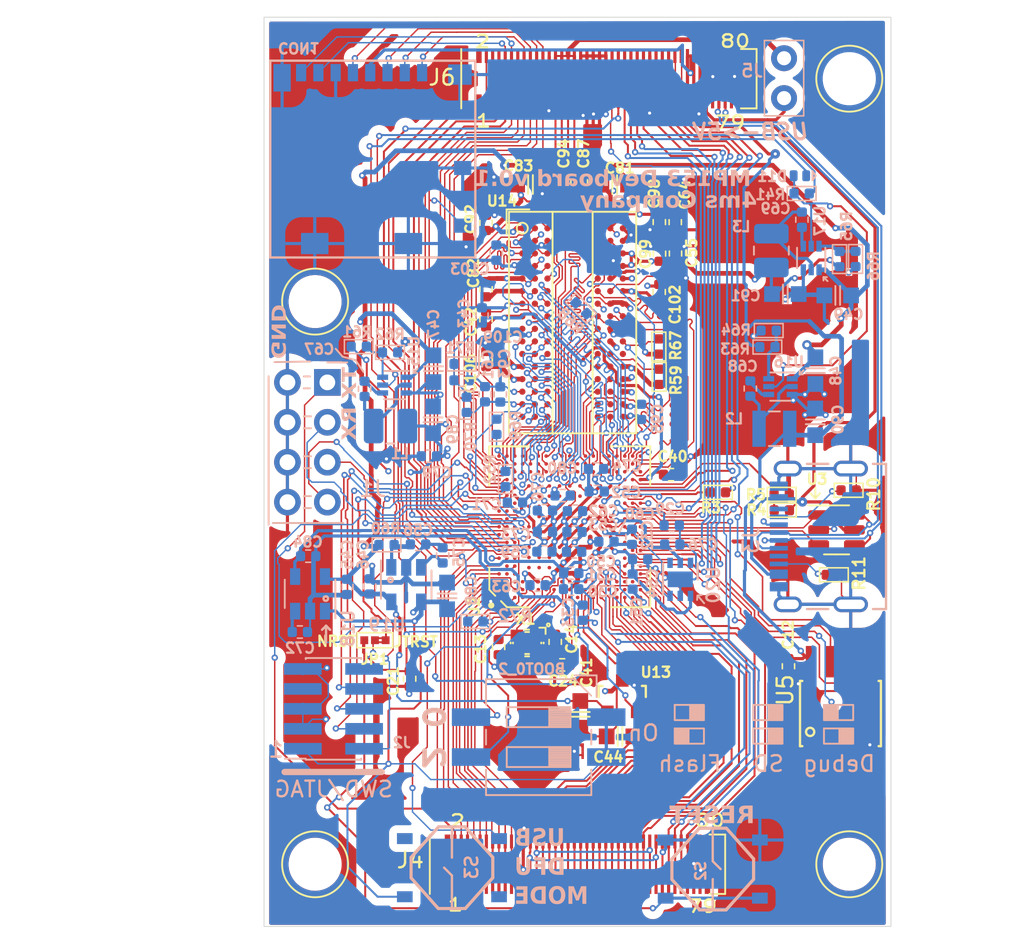
<source format=kicad_pcb>
(kicad_pcb (version 20241229) (generator "pcbnew") (generator_version "9.0")
  (layers (0 "F.Cu" signal) (4 "In1.Cu" signal) (6 "In2.Cu" signal) (2 "B.Cu" signal) (13 "F.Paste" user) (15 "B.Paste" user) (5 "F.SilkS" user "F.Silkscreen") (7 "B.SilkS" user "B.Silkscreen") (1 "F.Mask" user) (3 "B.Mask" user) (25 "Edge.Cuts" user))
  (net 0 "")
  (net 1 "+3V3")
  (net 2 "GND")
  (net 3 "+5V")
  (net 4 "/PC9")
  (net 5 "/PC10")
  (net 6 "VDD_CORE")
  (net 7 "VDD")
  (net 8 "/PE4")
  (net 9 "/NRST")
  (net 10 "/PC12")
  (net 11 "VDD_DDR")
  (net 12 "/NRST_CORE")
  (net 13 "VDDA_1V8")
  (net 14 "Net-(U2D-VDDA1V1_REG)")
  (net 15 "Net-(U2B-PH0-OSC_IN)")
  (net 16 "Net-(U2B-PH1-OSC_OUT)")
  (net 17 "GNDADC")
  (net 18 "VREF+")
  (net 19 "VREF_DDR")
  (net 20 "VDDA")
  (net 21 "VDD_USB")
  (net 22 "/PC8")
  (net 23 "/PD2")
  (net 24 "/PC11")
  (net 25 "/PA0")
  (net 26 "/PC4")
  (net 27 "/PC5")
  (net 28 "/PA6")
  (net 29 "/PD1")
  (net 30 "/PB8")
  (net 31 "/PA7")
  (net 32 "/PE3")
  (net 33 "/UART_TX")
  (net 34 "/UART_RX")
  (net 35 "/DEBUG2")
  (net 36 "/DEBUG3")
  (net 37 "/PE13")
  (net 38 "/PC2")
  (net 39 "/PB4")
  (net 40 "/PA2")
  (net 41 "/PB7")
  (net 42 "/PWR_ONRST")
  (net 43 "/JTMS_SWDIO")
  (net 44 "/JTCK_SWCLK")
  (net 45 "/JTDO_SWO")
  (net 46 "/JTDI")
  (net 47 "Net-(U19-EN)")
  (net 48 "Net-(U15-SW)")
  (net 49 "/USB_VBUS")
  (net 50 "/USB_VBUS_JACK")
  (net 51 "/USB_RREF")
  (net 52 "/DDR_CKE")
  (net 53 "/DDR_RESETN")
  (net 54 "/DDR_CLK_N")
  (net 55 "/DDR_CLK_P")
  (net 56 "Net-(U2E-DDR_ZQ)")
  (net 57 "Net-(U15-BST)")
  (net 58 "/PWR_ON")
  (net 59 "Net-(U16-SW)")
  (net 60 "Net-(U16-BST)")
  (net 61 "Net-(U17-SW)")
  (net 62 "Net-(U17-BST)")
  (net 63 "Net-(U18-Noise)")
  (net 64 "Net-(U19-Noise)")
  (net 65 "/BOOT0")
  (net 67 "Net-(J2-Pin_10)")
  (net 68 "/DDR_DQ11")
  (net 69 "/DDR_DQ12")
  (net 71 "/FLASH_CS")
  (net 72 "/USB_HS_DM")
  (net 73 "/FLASH_IO2")
  (net 74 "/DDR_DQS1_P")
  (net 75 "/DDR_DQM1")
  (net 76 "/DDR_DQ15")
  (net 79 "/USB_HS_DP")
  (net 80 "/FLASH_IO1")
  (net 81 "/FLASH_IO0")
  (net 84 "/DDR_DQ9")
  (net 85 "/DDR_DQS1_N")
  (net 86 "/DDR_DQ14")
  (net 88 "/FLASH_IO3")
  (net 91 "/DDR_DQ10")
  (net 92 "/DDR_DQ13")
  (net 93 "/DDR_A8")
  (net 94 "/DDR_DQ8")
  (net 95 "/DDR_A4")
  (net 97 "/DDR_BA1")
  (net 98 "/DDR_A11")
  (net 99 "/DDR_A14")
  (net 100 "/DDR_A1")
  (net 101 "/DDR_A12")
  (net 102 "/DDR_A10")
  (net 107 "/DDR_CASN")
  (net 108 "/DDR_WEN")
  (net 109 "/DDR_CSN")
  (net 110 "/DDR_ODT")
  (net 111 "/DDR_BA2")
  (net 112 "/DDR_BA0")
  (net 113 "/DDR_A0")
  (net 116 "/DDR_A3")
  (net 117 "/DDR_A2")
  (net 119 "/DDR_A9")
  (net 120 "/DDR_A13")
  (net 121 "/DDR_DQ5")
  (net 122 "/DDR_DQ4")
  (net 124 "/PB1")
  (net 125 "/DDR_DQ6")
  (net 126 "/DDR_DQ2")
  (net 127 "/DDR_DQM0")
  (net 133 "/DDR_DQS0_P")
  (net 134 "/DDR_DQS0_N")
  (net 135 "/DDR_DQ7")
  (net 136 "/DDR_DQ3")
  (net 137 "/JTRST")
  (net 144 "/DDR_DQ1")
  (net 145 "/DDR_DQ0")
  (net 149 "/FLASH_CLK")
  (net 151 "/DDR_A6")
  (net 153 "/DDR_RASN")
  (net 156 "/DDR_A5")
  (net 164 "/DDR_A7")
  (net 168 "Net-(U14-ZQ)")
  (net 169 "Net-(U15-FB)")
  (net 170 "Net-(U16-FB)")
  (net 171 "Net-(U17-FB)")
  (net 179 "/PC1")
  (net 180 "/PE2")
  (net 181 "/PD7")
  (net 184 "/BOOT2")
  (net 185 "/PB0")
  (net 186 "/PE12")
  (net 189 "/DFU_BOOT")
  (net 190 "/PG15")
  (net 191 "/PC0")
  (net 193 "/PA1")
  (net 194 "/PA3")
  (net 195 "/PB2")
  (net 196 "/PA4")
  (net 197 "/PA5")
  (net 198 "/USB_HS_D-")
  (net 199 "/PF11")
  (net 200 "/USB_HS_D+")
  (net 201 "/PC3")
  (net 202 "/PG13")
  (net 203 "/PD0")
  (net 204 "/PA9")
  (net 205 "/PE6")
  (net 206 "/PD12")
  (net 207 "/PA11")
  (net 208 "/PE10")
  (net 209 "/PE0")
  (net 210 "unconnected-(U2A-PB13-Pad1J2)")
  (net 211 "/PA10")
  (net 212 "/PB10")
  (net 213 "/PB15")
  (net 214 "/PG10")
  (net 215 "/PG9")
  (net 216 "/PD11")
  (net 217 "/PB14")
  (net 218 "/PA8")
  (net 219 "/PA12")
  (net 220 "/PD13")
  (net 222 "Net-(J3-CC1)")
  (net 224 "Net-(J3-CC2)")
  (footprint "4ms_Capacitor:C_0402" (layer "F.Cu") (at 203.43 67.926779 90)
    (property "Reference" "C42")
    (property "Value" "100nF_0402_16V")
  )
  (footprint "Package_TO_SOT_SMD:SOT-23-6" (layer "F.Cu") (at 225.7392 81.3276)
    (property "Reference" "U3")
    (property "Value" "USBLC6-2SC6")
  )
  (footprint "4ms_Resistor:R_0402" (layer "F.Cu") (at 222.2592 80.0776 180)
    (property "Reference" "R4")
    (property "Value" "430k_0402")
  )
  (footprint "4ms_Capacitor:C_0402" (layer "F.Cu") (at 214.46 61.736779 -90)
    (property "Reference" "C98")
    (property "Value" "100nF_0402_16V")
  )
  (footprint "4ms_SolderJumper:NetTie-2_SMD_Pad0.16mm_6mil" (layer "F.Cu") (at 209.58 95.41 -90)
    (property "Reference" "NT2" (hide yes))
    (property "Value" "NetTie_2" (hide yes))
  )
  (footprint "4ms_SolderJumper:JUMPER_SMD_1x3_tiny" (layer "F.Cu") (at 196.36 88.35 180)
    (property "Reference" "JP1")
    (property "Value" "SolderJumper_3_Bridged12")
  )
  (footprint "4ms_Resistor:R_0402" (layer "F.Cu") (at 214.43 69.656779 90)
    (property "Reference" "R67")
    (property "Value" "10k_0402")
  )
  (footprint "4ms_Capacitor:C_0603" (layer "F.Cu") (at 211.62 59.356779 180)
    (property "Reference" "C81")
    (property "Value" "10uF_0603_10V" (hide yes))
  )
  (footprint "4ms_Hardware:MountingHole_Generic_3mm" (layer "F.Cu") (at 226.55 102.61)
    (property "Reference" "H4" (hide yes))
    (property "Value" "Spacer Nylon, fits 3mm hole")
  )
  (footprint "4ms_Hardware:MountingHole_Generic_3mm" (layer "F.Cu") (at 192.55 66.7976)
    (property "Reference" "H2" (hide yes))
    (property "Value" "Spacer Nylon, fits 3mm hole")
  )
  (footprint "4ms_Capacitor:C_0402" (layer "F.Cu") (at 204.23 88.79 -90)
    (property "Reference" "C13")
    (property "Value" "6.8pF_0402_25V")
  )
  (footprint "4ms_Hardware:MountingHole_Generic_3mm" (layer "F.Cu") (at 192.55 102.61)
    (property "Reference" "H3" (hide yes))
    (property "Value" "Spacer Nylon, fits 3mm hole")
  )
  (footprint "4ms_Capacitor:C_0402" (layer "F.Cu") (at 215.47346 61.741859 90)
    (property "Reference" "C64")
    (property "Value" "100nF_0402_16V")
  )
  (footprint "4ms_Capacitor:C_0402" (layer "F.Cu") (at 215.49 63.736779 -90)
    (property "Reference" "C55")
    (property "Value" "1uF_0402_25V")
  )
  (footprint "4ms_Package_QFP:TFBGA-257_10x10mm_perP0.5_cntrP0.65" (layer "F.Cu") (at 208.76 81.13 90)
    (property "Reference" "U2")
    (property "Value" "STM32MP15xxAD")
  )
  (footprint "4ms_Capacitor:C_0603" (layer "F.Cu") (at 206.26 59.346779 180)
    (property "Reference" "C83")
    (property "Value" "10uF_0603_10V" (hide yes))
  )
  (footprint "4ms_Crystal:Crystal_2.0x1.6mm_4pin" (layer "F.Cu") (at 206.045006 88.526792 180)
    (property "Reference" "X1")
    (property "Value" "24MHz_8pF_2x1.6mm" (hide yes))
  )
  (footprint "4ms_Capacitor:C_0402" (layer "F.Cu") (at 208.28 89.92)
    (property "Reference" "C24")
    (property "Value" "10nF_0402_16V")
  )
  (footprint "4ms_Resistor:R_0402" (layer "F.Cu") (at 218.19 78.94 180)
    (property "Reference" "R3")
    (property "Value" "3k_0402")
  )
  (footprint "mp153-devboard:Connector-80pin-P0.4mm-W3.0mm" (layer "F.Cu") (at 209.2509 102.61 90)
    (property "Reference" "J4")
    (property "Value" "Pins_02x40_P0.4mm_W3.0mm_SMT" (hide yes))
  )
  (footprint "4ms_Hardware:MountingHole_Generic_3mm" (layer "F.Cu") (at 226.55 52.61)
    (property "Reference" "H1" (hide yes))
    (property "Value" "Spacer Nylon, fits 3mm hole")
  )
  (footprint "4ms_Capacitor:C_0402" (layer "F.Cu") (at 214.45 66.186779 -90)
    (property "Reference" "C102")
    (property "Value" "100nF_0402_16V")
  )
  (footprint "4ms_Capacitor:C_0402" (layer "F.Cu") (at 208.44 59.196779 90)
    (property "Reference" "C94")
    (property "Value" "100nF_0402_16V")
  )
  (footprint "4ms_Resistor:R_0402" (layer "F.Cu") (at 222.2492 79.0676)
    (property "Reference" "R5")
    (property "Value" "620k_0402")
  )
  (footprint "4ms_Capacitor:C_0402" (layer "F.Cu") (at 207.83346 88.456859 90)
    (property "Reference" "C14")
    (property "Value" "6.8pF_0402_25V")
  )
  (footprint "4ms_Package_SOT:SOT23-3_PO132" (layer "F.Cu") (at 212.1 91.90924)
    (property "Reference" "U13")
    (property "Value" "NCP51460SN33")
  )
  (footprint "4ms_Capacitor:C_0402" (layer "F.Cu") (at 222.6792 90.0076 -90)
    (property "Reference" "C12")
    (property "Value" "100nF_0402_16V")
  )
  (footprint "4ms_Package_QFP:FBGA-96_Layout2x3x16_Body8x14_P0.8mm" (layer "F.Cu") (at 208.9396 68.131)
    (property "Reference" "U14")
    (property "Value" "DDR3L-RAM-4Gb_MT41K256M16TW" (hide yes))
  )
  (footprint "4ms_Capacitor:C_0402" (layer "F.Cu") (at 215.21 77.812779 180)
    (property "Reference" "C40")
    (property "Value" "100nF_0402_16V")
  )
  (footprint "4ms_Capacitor:C_0402" (layer "F.Cu") (at 203.43 66.006779 -90)
    (property "Reference" "C82")
    (property "Value" "100nF_0402_16V")
  )
  (footprint "4ms_Capacitor:C_0402" (layer "F.Cu") (at 214.47126 63.746459 90)
    (property "Reference" "C99")
    (property "Value" "100nF_0402_16V")
  )
  (footprint "4ms_Capacitor:C_0402" (layer "F.Cu") (at 198.5692 90.8026 90)
    (property "Reference" "C21")
    (property "Value" "100nF_0402_16V")
  )
  (footprint "4ms_Capacitor:C_0402" (layer "F.Cu") (at 209.5 59.196779 -90)
    (property "Reference" "C87")
    (property "Value" "100nF_0402_16V")
  )
  (footprint "4ms_Resistor:R_0402" (layer "F.Cu") (at 225.5692 84.1876)
    (property "Reference" "R11")
    (property "Value" "5.1k_0402")
  )
  (footprint "4ms_Capacitor:C_0402" (layer "F.Cu") (at 203.43 61.786779 90)
    (property "Reference" "C92")
    (property "Value" "100nF_0402_16V")
  )
  (footprint "4ms_Capacitor:C_0603" (layer "F.Cu") (at 211.958 94.471 180)
    (property "Reference" "C44")
    (property "Value" "10uF_0603_10V")
  )
  (footprint "4ms_Resistor:R_0402" (layer "F.Cu") (at 226.5092 78.8076)
    (property "Reference" "R10")
    (property "Value" "5.1k_0402")
  )
  (footprint "4ms_Capacitor:C_0402" (layer "F.Cu") (at 203.44 70.456779 90)
    (property "Reference" "C106")
    (property "Value" "100nF_0402_16V")
  )
  (footprint "4ms_Capacitor:C_0603" (layer "F.Cu") (at 209.43 93.07 -90)
    (property "Reference" "C41")
    (property "Value" "2.2uF_0603_25V")
  )
  (footprint "4ms_Resistor:R_0402" (layer "F.Cu") (at 214.45 71.586779 90)
    (property "Reference" "R59")
    (property "Value" "240Ω_0402")
  )
  (footprint "4ms_Package_SOIC:SOIC-8_5.28x4.9mm_Pitch1.27mm" (layer "F.Cu") (at 225.9892 93.0176 90)
    (property "Reference" "U5")
    (property "Value" "NORFLASH_W25Q128JV")
  )
  (footprint "mp153-devboard:Connector-80pin-P0.4mm-W3.0mm" (layer "F.Cu") (at 211.2509 52.61 90)
    (property "Reference" "J6")
    (property "Value" "Pins_02x40_P0.4mm_W3.0mm_SMT" (hide yes))
  )
  (footprint "4ms_Capacitor:C_0603" (layer "B.Cu") (at 222.479 66.318 180)
    (property "Reference" "C91")
    (property "Value" "22uF_0603_6.3V")
  )
  (footprint "4ms_Capacitor:C_0402" (layer "B.Cu") (at 223.535 61.585 -90)
    (property "Reference" "C69")
    (property "Value" "100nF_0402_16V")
  )
  (footprint "4ms_Capacitor:C_0402" (layer "B.Cu") (at 199.794 76.637)
    (property "Reference" "C79")
    (property "Value" "1uF_0402_25V")
  )
  (footprint "4ms_Capacitor:C_0402" (layer "B.Cu") (at 196.018 84.925 -90)
    (property "Reference" "C46")
    (property "Value" "1uF_0402_25V")
  )
  (footprint "4ms_Resistor:R_0402" (layer "B.Cu") (at 225.93 64.093 -90)
    (property "Reference" "R65")
    (property "Value" "6.8k_0402")
  )
  (footprint "4ms_Resistor:R_0402" (layer "B.Cu") (at 197.32 70.03 180)
    (property "Reference" "R62")
    (property "Value" "20k_0402")
  )
  (footprint "4ms_Capacitor:C_0402" (layer "B.Cu") (at 207.14682 82.717939 180)
    (property "Reference" "C59")
    (property "Value" "1uF_0402_25V")
  )
  (footprint "4ms_Resistor:R_0402" (layer "B.Cu") (at 197.096 82.278)
    (property "Reference" "R60")
    (property "Value" "100k_0402")
  )
  (footprint "4ms_Resistor:R_0402" (layer "B.Cu") (at 223.5192 59.9176 180)
    (property "Reference" "R41")
    (property "Value" "10k_0402")
  )
  (footprint "Inductor_SMD:L_1008_2520Metric" (layer "B.Cu") (at 197.35 74.72)
    (property "Reference" "L1")
    (property "Value" "1uH_3.2A_2520")
  )
  (footprint "4ms_Capacitor:C_0402" (layer "B.Cu") (at 210.476 78.884779 180)
    (property "Reference" "C52")
    (property "Value" "1uF_0402_25V")
  )
  (footprint "4ms_Package_SOT:SOT-563" (layer "B.Cu") (at 197.598 72.112 180)
    (property "Reference" "U15")
    (property "Value" "AP6230xZ6")
  )
  (footprint "4ms_Resistor:R_0402" (layer "B.Cu") (at 195.33 69.66 180)
    (property "Reference" "R61")
    (property "Value" "10k_0402")
  )
  (footprint "4ms_Switch:SW_DIP_SPSTx02_CTS_219-2MSTR" (layer "B.Cu") (at 206.7792 94.5176 180)
    (property "Reference" "BOOT0_2")
    (property "Value" "SW_DIP_x02_CTS_219-2MST")
  )
  (footprint "4ms_Capacitor:C_0402" (layer "B.Cu") (at 199.102 82.25)
    (property "Reference" "C56")
    (property "Value" "100nF_0402_50V")
  )
  (footprint "4ms_Resistor:R_0402" (layer "B.Cu") (at 221.42054 68.641)
    (property "Reference" "R64")
    (property "Value" "10k_0402")
  )
  (footprint "4ms_Capacitor:C_0402" (layer "B.Cu") (at 203.36208 72.695099 -90)
    (property "Reference" "C61")
    (property "Value" "100nF_0402_16V")
  )
  (footprint "4ms_Capacitor:C_0402" (layer "B.Cu") (at 211.096 82.078779 180)
    (property "Reference" "C60")
    (property "Value" "1uF_0402_25V")
  )
  (footprint "4ms_Capacitor:C_0402" (layer "B.Cu") (at 212.72 81.766779 90)
    (property "Reference" "C32")
    (property "Value" "2.2uF_0402_6.3V")
  )
  (footprint "4ms_Capacitor:C_0603" (layer "B.Cu") (at 200.057 74.322 -90)
    (property "Reference" "C89")
    (property "Value" "22uF_0603_6.3V")
  )
  (footprint "4ms_Capacitor:C_0402" (layer "B.Cu") (at 195.7 72.35 90)
    (property "Reference" "C67")
    (property "Value" "100nF_0402_16V")
  )
  (footprint "4ms_Capacitor:C_0402" (layer "B.Cu") (at 220.25154 72.33 90)
    (property "Reference" "C68")
    (property "Value" "100nF_0402_16V")
  )
  (footprint "4ms_Capacitor:C_0402" (layer "B.Cu") (at 191.58 87.83)
    (property "Reference" "C72")
    (property "Value" "100nF_0402_50V")
  )
  (footprint "4ms_Capacitor:C_0402" (layer "B.Cu") (at 210.43 77.446779)
    (property "Reference" "C74")
    (property "Value" "3.3nF_0402_16V")
  )
  (footprint "4ms_Capacitor:C_0402" (layer "B.Cu") (at 206.71 84.846779)
    (property "Reference" "C63")
    (property "Value" "1uF_0402_25V")
  )
  (footprint "4ms_Package_SOT:SOT-563" (layer "B.Cu") (at 222.17004 72.209 180)
    (property "Reference" "U16")
    (property "Value" "AP6230xZ6")
  )
  (footprint "4ms_Capacitor:C_0402" (layer "B.Cu") (at 213.31 73.816779 90)
    (property "Reference" "C95")
    (property "Value" "100nF_0402_16V")
  )
  (footprint "4ms_Capacitor:C_0603" (layer "B.Cu") (at 200.95 85.53 -90)
    (property "Reference" "C88")
    (property "Value" "22uF_0603_6.3V")
  )
  (footprint "4ms_Resistor:R_0402" (layer "B.Cu") (at 226.95 64.085 90)
    (property "Reference" "R66")
    (property "Value" "10k_0402")
  )
  (footprint "4ms_Capacitor:C_0603" (layer "B.Cu") (at 225.815 66.404)
    (property "Reference" "C49")
    (property "Value" "2.2uF_0603_25V")
  )
  (footprint "4ms_Capacitor:C_0402" (layer "B.Cu") (at 208.307 79.141779)
    (property "Reference" "C80")
    (property "Value" "3.3nF_0402_16V")
  )
  (footprint "4ms_Capacitor:C_0402" (layer "B.Cu") (at 192.11 83 180)
    (property "Reference" "C84")
    (property "Value" "4.7uF_0402_6.3V")
  )
  (footprint "4ms_Capacitor:C_0603" (layer "B.Cu") (at 224.39254 71.192 90)
    (property "Reference" "C48")
    (property "Value" "2.2uF_0603_25V")
  )
  (footprint "4ms_Capacitor:C_0402" (layer "B.Cu") (at 208.85356 84.081919 180)
    (property "Reference" "C31")
    (property "Value" "1uF_0402_25V")
  )
  (footprint "4ms_Capacitor:C_0402" (layer "B.Cu") (at 213.239 83.196779 180)
    (property "Reference" "C54")
    (property "Value" "1uF_0402_25V")
  )
  (footprint "4ms_Capacitor:C_0402" (layer "B.Cu") (at 207.17956 81.453019 180)
    (property "Reference" "C73")
    (property "Value" "1uF_0402_25V")
  )
  (footprint "4ms_Diode:DFN-1006-2" (layer "B.Cu") (at 223.4092 58.7876 180)
    (property "Reference" "D11")
    (property "Value" "BAT54LP")
  )
  (footprint "4ms_Capacitor:C_0402" (layer "B.Cu") (at 207.1797 80.096659 180)
    (property "Reference" "C70")
    (property "Value" "1uF_0402_25V")
  )
  (footprint "4ms_Connector:Pins_1x02_2.54mm_TH" (layer "B.Cu") (at 222.3992 52.5776 180)
    (property "Reference" "J5")
    (property "Value" "Conn_01x02")
  )
  (footprint "4ms_Resistor:R_0402" (layer "B.Cu") (at 209.493593 67.216272 135)
    (property "Reference" "R68")
    (property "Value" "100Ω_0402")
  )
  (footprint "4ms_Connector:USB_C_Receptacle_Molex_2171790001" (layer "B.Cu") (at 225.4892 81.7476 -90)
    (property "Reference" "J3")
    (property "Value" "USB-C_Receptacle_Molex_2171790001")
  )
  (footprint "Inductor_SMD:L_1008_2520Metric" (layer "B.Cu") (at 221.591 63.551 -90)
    (property "Reference" "L3")
    (property "Value" "1uH_3.2A_2520")
  )
  (footprint "4ms_Switch:Button_Tact_PTS526" (layer "B.Cu") (at 217.8592 102.9176 180)
    (property "Reference" "S2")
    (property "Value" "SW_Push_PTS526 SM15 SMTR2 LFS" (hide yes))
  )
  (footprint "4ms_Capacitor:C_0402" (layer "B.Cu") (at 209.59 86.6 90)
    (property "Reference" "C33")
    (property "Value" "1uF_0402_25V")
  )
  (footprint "4ms_Resistor:R_0402" (layer "B.Cu") (at 202.75 87.16 180)
    (property "Reference" "R72")
    (property "Value" "10k_0402")
  )
  (footprint "4ms_Capacitor:C_0603" (layer "B.Cu") (at 224.38254 74.45 -90)
    (property "Reference" "C90")
    (property "Value" "22uF_0603_6.3V")
  )
  (footprint "4ms_Capacitor:C_0402" (layer "B.Cu") (at 201.87346 71.806859 180)
    (property "Reference" "C109")
    (property "Value" "1uF_0402_25V")
  )
  (footprint "4ms_Resistor:R_0402" (layer "B.Cu") (at 204.09868 74.765199 90)
    (property "Reference" "R69")
    (property "Value" "10k_0402")
  )
  (footprint "4ms_Package_QFP:DFN-6-1EP_2x2mm_P0.65mm_EP1x1.6mm" (layer "B.Cu") (at 215.79346 84.476859 90)
    (property "Reference" "U20")
    (property "Value" "AP2411SN")
  )
  (footprint "4ms_Capacitor:C_0402" (layer "B.Cu") (at 215.2492 81.0376 180)
    (property "Reference" "C29")
    (property "Value" "2.2uF_0402_6.3V")
  )
  (footprint "4ms_Switch:Button_Tact_PTS526" (layer "B.Cu") (at 201.2592 102.8276)
    (property "Reference" "S3")
    (property "Value" "SW_Push_PTS526 SM15 SMTR2 LFS")
  )
  (footprint "4ms_Resistor:R_0402" (layer "B.Cu") (at 201.87846 70.766859)
    (property "Reference" "R71")
    (property "Value" "1k_0402")
  )
  (footprint "4ms_Capacitor:C_0402" (layer "B.Cu") (at 194.57 84.955 90)
    (property "Reference" "C45")
    (property "Value" "1uF_0402_25V")
  )
  (footprint "4ms_Package_SOT:SOT-563" (layer "B.Cu") (at 224.125 64.022 90)
    (property "Reference" "U17")
    (property "Value" "AP6230xZ6")
  )
  (footprint "4ms_Capacitor:C_0603" (layer "B.Cu") (at 200.082 71.069 90)
    (property "Reference" "C47")
    (property "Value" "2.2uF_0603_25V")
  )
  (footprint "4ms_Capacitor:C_0402" (layer "B.Cu") (at 208.84594 85.097919)
    (property "Reference" "C30")
    (property "Value" "100nF_0402_16V")
  )
  (footprint "4ms_Connector_Card:CardSlot_MicroSD_Molex_104031-0811" (layer "B.Cu") (at 196.196701 57.6651)
    (property "Reference" "CON1")
    (property "Value" "microSDCon_SMT_104031-0811" (hide yes))
  )
  (footprint "4ms_Capacitor:C_0402" (layer "B.Cu") (at 209.03644 82.728099 180)
    (property "Reference" "C50")
    (property "Value" "1uF_0402_25V")
  )
  (footprint "4ms_Resistor:R_0402" (layer "B.Cu") (at 204.66764 78.092599 90)
    (property "Reference" "R52")
    (property "Value" "240Ω_0402")
  )
  (footprint "4ms_Package_SOT:SOT-23-5" (layer "B.Cu") (at 198.349 84.812 -90)
    (property "Reference" "U19")
    (property "Value" "TAR5S33")
  )
  (footprint "4ms_Capacitor:C_0402" (layer "B.Cu") (at 204.33744 72.707799 -90)
    (property "Reference" "C93")
    (property "Value" "100nF_0402_16V")
  )
  (footprint "4ms_Capacitor:C_0402" (layer "B.Cu") (at 209.09218 80.132219 180)
    (property "Reference" "C62")
    (property "Value" "1uF_0402_25V")
  )
  (footprint "4ms_Connector:Pins_2x05_1.27mm_SMD" (layer "B.Cu") (at 193.72 92.72)
    (property "Reference" "J2")
    (property "Value" "Pins_02x05_P1.27mm_SMT")
  )
  (footprint "4ms_Capacitor:C_0402" (layer "B.Cu") (at 215.28346 82.256859 180)
    (property "Reference" "C76")
    (property "Value" "4.7uF_0402_6.3V")
  )
  (footprint "4ms_Capacitor:C_0402" (layer "B.Cu") (at 203.17 67.676779 90)
    (property "Reference" "C43")
    (property "Value" "100nF_0402_16V")
  )
  (footprint "4ms_Connector:Pins_2x04_P2.54mm_Horizontal_CroppedSilk" (layer "B.Cu") (at 192.06 75.75 180)
    (property "Reference" "J1")
    (property "Value" "Pins_02x04_RightAngle_P2.54mm_TH")
  )
  (footprint "4ms_Package_SOT:SOT-23-5" (layer "B.Cu") (at 192.23 85.4 90)
    (property "Reference" "U18")
    (property "Value" "TAR5S33")
  )
  (footprint "4ms_Resistor:R_0402" (layer "B.Cu") (at 221.33954 69.69 180)
    (property "Reference" "R63")
    (property "Value" "31.6k_0402")
  )
  (footprint "4ms_Capacitor:C_0402" (layer "B.Cu") (at 204.08344 63.683179 -90)
    (property "Reference" "C103")
    (property "Value" "100nF_0402_16V")
  )
  (footprint "4ms_Resistor:R_0402" (layer "B.Cu") (at 202.19346 73.366859 90)
    (property "Reference" "R70")
    (property "Value" "1k_0402")
  )
  (footprint "Inductor_SMD:L_Wuerth_MAPI-2510" (layer "B.Cu") (at 221.78354 74.89)
    (property "Reference" "L2")
    (property "Value" "4.7uH_1.7A_2510")
  )
  (footprint "4ms_Capacitor:C_0402" (layer "B.Cu") (at 209.06184 81.458099 180)
    (property "Reference" "C53")
    (property "Value" "1uF_0402_25V")
  )
  (footprint "4ms_Capacitor:C_0402" (layer "B.Cu") (at 212.76 84.616779 90)
    (property "Reference" "C51")
    (property "Value" "1uF_0402_25V")
  )
  (footprint "4ms_Capacitor:C_0402" (layer "B.Cu") (at 200.67 82.95 90)
    (property "Reference" "C75")
    (property "Value" "100nF_0402_50V")
  )
  (footprint "4ms_Capacitor:C_0402" (layer "B.Cu") (at 205.27216 79.586119 180)
    (property "Reference" "C71")
    (property "Value" "3.3nF_0402_16V")
  )
  (gr_line (start 224.3892 79.3276) (end 224.6792 78.9976) (stroke (width 0.12)) (layer "F.SilkS"))
  (gr_line (start 224.3892 78.6476) (end 224.3892 79.3276) (stroke (width 0.12)) (layer "F.SilkS"))
  (gr_line (start 224.3892 79.3276) (end 224.0792 78.9976) (stroke (width 0.12)) (layer "F.SilkS"))
  (gr_rect (start 225.0092 92.5376) (end 225.8192 93.3476) (stroke (width 0.12)) (fill yes) (layer "B.SilkS"))
  (gr_rect (start 220.4392 92.4676) (end 222.2992 93.4376) (stroke (width 0.12)) (fill no) (layer "B.SilkS"))
  (gr_line (start 212.3 80.71) (end 211.9 81.52) (stroke (width 0.12)) (layer "B.SilkS"))
  (gr_line (start 189.59 71.55) (end 189.59 81) (stroke (width 0.12)) (layer "B.SilkS"))
  (gr_rect (start 224.9392 92.4676) (end 226.7992 93.4376) (stroke (width 0.12)) (fill no) (layer "B.SilkS"))
  (gr_line (start 194.3 70.3) (end 195.13 70.53) (stroke (width 0.12)) (layer "B.SilkS"))
  (gr_rect (start 225.9192 94.0576) (end 226.7292 94.8676) (stroke (width 0.12)) (fill yes) (layer "B.SilkS"))
  (gr_rect (start 215.4392 93.9676) (end 217.2992 94.9376) (stroke (width 0.12)) (fill no) (layer "B.SilkS"))
  (gr_line (start 195.13 70.53) (end 195.63 71.28) (stroke (width 0.12)) (layer "B.SilkS"))
  (gr_line (start 203.17 69.1) (end 202.98 69.97) (stroke (width 0.12)) (layer "B.SilkS"))
  (gr_rect (start 220.4392 93.9676) (end 222.2992 94.9376) (stroke (width 0.12)) (fill no) (layer "B.SilkS"))
  (gr_rect (start 221.4192 92.5576) (end 222.2292 93.3676) (stroke (width 0.12)) (fill yes) (layer "B.SilkS"))
  (gr_rect (start 215.5092 94.0376) (end 216.3192 94.8476) (stroke (width 0.12)) (fill yes) (layer "B.SilkS"))
  (gr_rect (start 216.4192 92.5576) (end 217.2292 93.3676) (stroke (width 0.12)) (fill yes) (layer "B.SilkS"))
  (gr_rect (start 215.4392 92.4676) (end 217.2992 93.4376) (stroke (width 0.12)) (fill no) (layer "B.SilkS"))
  (gr_rect (start 224.9392 93.9676) (end 226.7992 94.9376) (stroke (width 0.12)) (fill no) (layer "B.SilkS"))
  (gr_line (start 193.86 69.8) (end 194.3 70.3) (stroke (width 0.12)) (layer "B.SilkS"))
  (gr_line (start 202.98 71.45) (end 202.85 71.62) (stroke (width 0.12)) (layer "B.SilkS"))
  (gr_line (start 190.6092 96.7376) (end 196.7892 96.7376) (stroke (width 0.4)) (layer "B.SilkS"))
  (gr_line (start 202.98 69.97) (end 202.98 71.45) (stroke (width 0.12)) (layer "B.SilkS"))
  (gr_rect (start 221.4192 94.0576) (end 222.2292 94.8676) (stroke (width 0.12)) (fill yes) (layer "B.SilkS"))
  (gr_rect (start 189.2992 48.6984) (end 229.2026 106.5676) (stroke (width 0.05)) (fill no) (layer "Edge.Cuts"))
  (gr_text "1" (at 202.6892 55.7676 0) (layer "F.SilkS") (effects (font (size 0.8 1)) (justify left bottom)))
  (gr_text "79" (at 217.9292 55.8576 0) (layer "F.SilkS") (effects (font (size 0.8 1)) (justify left bottom)))
  (gr_text "JTRST" (at 197.49 88.83 0) (layer "F.SilkS") (effects (font (size 0.65 0.65)) (justify left bottom)))
  (gr_text "79" (at 216.14 105.75 0) (layer "F.SilkS") (effects (font (size 0.8 1)) (justify left bottom)))
  (gr_text "1" (at 200.9 105.66 0) (layer "F.SilkS") (effects (font (size 0.8 1)) (justify left bottom)))
  (gr_text "2" (at 202.6392 50.7176 0) (layer "F.SilkS") (effects (font (size 0.8 1)) (justify left bottom)))
  (gr_text "80" (at 218.2292 50.6876 0) (layer "F.SilkS") (effects (font (size 0.8 1)) (justify left bottom)))
  (gr_text "2" (at 201.04 100.33 0) (layer "F.SilkS") (effects (font (size 0.8 1)) (justify left bottom)))
  (gr_text "NRST" (at 192.5792 88.7976 0) (layer "F.SilkS") (effects (font (size 0.65 0.65)) (justify left bottom)))
  (gr_text "80" (at 216.63 100.3 0) (layer "F.SilkS") (effects (font (size 0.8 1)) (justify left bottom)))
  (gr_text "USB->5V" (at 224.0892 56.5676 0) (layer "B.SilkS") (effects (font (size 1 1) (thickness 0.2) (bold yes) (italic yes)) (justify left bottom mirror)))
  (gr_text "4ms Company" (at 215.0392 60.3976 0) (layer "B.SilkS") (effects (font (size 1.02 1.02) (thickness 0.204) (bold yes)) (justify mirror)))
  (gr_text "Debug" (at 225.8992 96.7976 -0) (layer "B.SilkS") (effects (font (size 1 1)) (justify bottom mirror)))
  (gr_text "MP153 Devboard v0.1" (at 211.5 59.02 0) (layer "B.SilkS") (effects (font (size 1.016 1.016) (thickness 0.14986) (bold yes) (italic yes)) (justify mirror)))
  (gr_text "RX" (at 194.77 74.56 90) (layer "B.SilkS") (effects (font (size 0.889 1) (thickness 0.1778) (bold yes)) (justify mirror)))
  (gr_text "RESET" (at 217.8192 99.5376 0) (layer "B.SilkS") (effects (font (size 1.1 1.1) (thickness 0.14986) (bold yes) (italic yes)) (justify mirror)))
  (gr_text "GND" (at 190.1492 68.7076 270) (layer "B.SilkS") (effects (font (size 0.889 1) (thickness 0.1778) (bold yes)) (justify mirror)))
  (gr_text "USB\nDFU\nMODE" (at 205.2392 102.8276 0) (layer "B.SilkS") (effects (font (size 1.1 1) (thickness 0.14986) (bold yes) (italic yes)) (justify right mirror)))
  (gr_text "On" (at 214.5192 94.8376 0) (layer "B.SilkS") (effects (font (size 1 1)) (justify left bottom mirror)))
  (gr_text "Flash" (at 216.3992 96.7976 -0) (layer "B.SilkS") (effects (font (size 1 1)) (justify bottom mirror)))
  (gr_text "SD" (at 221.3992 96.7976 -0) (layer "B.SilkS") (effects (font (size 1 1)) (justify bottom mirror)))
  (gr_text "2 0" (at 200.0792 94.5176 -90) (layer "B.SilkS") (effects (font (size 1.25 1.5) (thickness 0.3)) (justify mirror)))
  (gr_text "1" (at 190.63 95.89 0) (layer "B.SilkS") (effects (font (size 1 1)) (justify left bottom mirror)))
  (gr_text "SWD/JTAG" (at 197.5992 98.4176 0) (layer "B.SilkS") (effects (font (size 1 1)) (justify left bottom mirror)))
  (gr_text "TX" (at 194.79 71.98 90) (layer "B.SilkS") (effects (font (size 0.889 1) (thickness 0.1778) (bold yes)) (justify mirror)))
  (segment (start 216.2509 54.8393) (end 216.2509 54.68) (width 0.2032) (layer "F.Cu") (net 1))
  (segment (start 216.4692 51.165) (end 216.2509 51.165) (width 0.2032) (layer "F.Cu") (net 1))
  (segment (start 216.2509 51.165) (end 216.2509 54.055) (width 0.2032) (layer "F.Cu") (net 1))
  (segment (start 223.4642 89.0956) (end 223.7377 89.3691) (width 0.2032) (layer "F.Cu") (net 1))
  (segment (start 223.5842 89.5226) (end 222.6792 89.5226) (width 0.2032) (layer "F.Cu") (net 1))
  (segment (start 216.6509 51.165) (end 216.4692 51.165) (width 0.2032) (layer "F.Cu") (net 1))
  (segment (start 216.4692 52.2176) (end 216.4392 52.2476) (width 0.2032) (layer "F.Cu") (net 1))
  (segment (start 223.4642 89.0276) (end 223.4642 89.0956) (width 0.2032) (layer "F.Cu") (net 1))
  (segment (start 221.8392 57.3976) (end 221.4076 57.3976) (width 0.2032) (layer "F.Cu") (net 1))
  (segment (start 216.4692 51.165) (end 216.4692 52.2176) (width 0.2032) (layer "F.Cu") (net 1))
  (segment (start 216.2409 54.055) (end 216.2409 51.165) (width 0.09) (layer "F.Cu") (net 1))
  (segment (start 219.6676 55.6576) (end 217.0692 55.6576) (width 0.2032) (layer "F.Cu") (net 1))
  (segment (start 216.6409 51.165) (end 216.6409 54.055) (width 0.09) (layer "F.Cu") (net 1))
  (segment (start 221.4076 57.3976) (end 219.6676 55.6576) (width 0.2032) (layer "F.Cu") (net 1))
  (segment (start 223.7377 89.3691) (end 223.5842 89.5226) (width 0.2032) (layer "F.Cu") (net 1))
  (segment (start 216.6509 54.055) (end 216.6509 54.28) (width 0.2032) (layer "F.Cu") (net 1))
  (segment (start 216.2509 54.055) (end 216.6509 54.055) (width 0.09) (layer "F.Cu") (net 1))
  (segment (start 216.6509 54.055) (end 216.6509 51.165) (width 0.2032) (layer "F.Cu") (net 1))
  (segment (start 216.2509 54.68) (end 216.2509 54.055) (width 0.2032) (layer "F.Cu") (net 1))
  (segment (start 217.0692 55.6576) (end 216.2509 54.8393) (width 0.2032) (layer "F.Cu") (net 1))
  (segment (start 216.6509 54.28) (end 216.2509 54.68) (width 0.2032) (layer "F.Cu") (net 1))
  (segment (start 223.7377 89.3691) (end 224.0842 89.7156) (width 0.2032) (layer "F.Cu") (net 1))
  (via (at 216.4392 52.2476) (size 0.4) (drill 0.2) (layers "F.Cu" "B.Cu") (net 1))
  (via (at 221.8392 57.3976) (size 0.6) (drill 0.2) (layers "F.Cu" "B.Cu") (net 1))
  (via (at 223.4642 89.0276) (size 0.4) (drill 0.2) (layers "F.Cu" "B.Cu") (net 1))
  (segment (start 225.89353 69.00324) (end 226.061529 69.171239) (width 0.3) (layer "B.Cu") (net 1))
  (segment (start 219.8792 83.9476) (end 219.8792 85.4776) (width 0.2032) (layer "B.Cu") (net 1))
  (segment (start 223.16854 75.3) (end 222.75854 74.89) (width 0.3) (layer "B.Cu") (net 1))
  (segment (start 220.8592 79.0176) (end 219.9392 79.9376) (width 0.2032) (layer "B.Cu") (net 1))
  (segment (start 223.98854 68.03) (end 224.01704 68.0585) (width 0.2) (layer "B.Cu") (net 1))
  (segment (start 219.98554 65.74554) (end 219.85 65.61) (width 0.2) (layer "B.Cu") (net 1))
  (segment (start 219.9392 79.9376) (end 219.9392 83.8876) (width 0.2032) (layer "B.Cu") (net 1))
  (segment (start 221.47 57.7668) (end 221.8392 57.3976) (width 0.2) (layer "B.Cu") (net 1))
  (segment (start 215.9292 51.7376) (end 215.9292 50.4776) (width 0.2032) (layer "B.Cu") (net 1))
  (segment (start 196.955324 50.781477) (end 196.0592 51.677601) (width 0.2032) (layer "B.Cu") (net 1))
  (segment (start 219.85 59.56) (end 221.47 57.94) (width 0.2) (layer "B.Cu") (net 1))
  (segment (start 215.9292 50.4776) (end 215.625323 50.781477) (width 0.2032) (layer "B.Cu") (net 1))
  (segment (start 219.98554 69.27) (end 219.98554 65.74554) (width 0.2) (layer "B.Cu") (net 1))
  (segment (start 225.13404 74.9285) (end 224.76254 75.3) (width 0.3) (layer "B.Cu") (net 1))
  (segment (start 220.30554 69.59) (end 219.98554 69.27) (width 0.2) (layer "B.Cu") (net 1))
  (segment (start 219.85 65.61) (end 219.85 59.56) (width 0.2) (layer "B.Cu") (net 1))
  (segment (start 226.061529 74.001011) (end 225.13404 74.9285) (width 0.3) (layer "B.Cu") (net 1))
  (segment (start 226.061529 69.171239) (end 226.061529 74.001011) (width 0.3) (layer "B.Cu") (net 1))
  (segment (start 221.47 57.94) (end 221.47 57.84) (width 0.2) (layer "B.Cu") (net 1))
  (segment (start 224.01704 68.0585) (end 224.96178 69.00324) (width 0.3) (layer "B.Cu") (net 1))
  (segment (start 224.96178 69.00324) (end 225.89353 69.00324) (width 0.3) (layer "B.Cu") (net 1))
  (segment (start 220.8592 76.78934) (end 220.8592 79.0176) (width 0.2032) (layer "B.Cu") (net 1))
  (segment (start 220.59554 68.03) (end 223.98854 68.03) (width 0.2) (layer "B.Cu") (net 1))
  (segment (start 196.0592 51.677601) (end 196.0592 52.2276) (width 0.2032) (layer "B.Cu") (net 1))
  (segment (start 219.98554 68.64) (end 220.59554 68.03) (width 0.2) (layer "B.Cu") (net 1))
  (segment (start 221.47 57.84) (end 221.47 57.7668) (width 0.2) (layer "B.Cu") (net 1))
  (segment (start 222.3692 87.9676) (end 222.4042 87.9676) (width 0.2032) (layer "B.Cu") (net 1))
  (segment (start 220.962529 69.59) (end 220.30554 69.59) (width 0.2) (layer "B.Cu") (net 1))
  (segment (start 216.4392 52.2476) (end 215.9292 51.7376) (width 0.2032) (layer "B.Cu") (net 1))
  (segment (start 215.625323 50.781477) (end 196.955324 50.781477) (width 0.2032) (layer "B.Cu") (net 1))
  (segment (start 222.75854 74.89) (end 220.8592 76.78934) (width 0.2032) (layer "B.Cu") (net 1))
  (segment (start 219.8792 85.4776) (end 222.3692 87.9676) (width 0.2032) (layer "B.Cu") (net 1))
  (segment (start 224.76254 75.3) (end 224.38254 75.3) (width 0.3) (layer "B.Cu") (net 1))
  (segment (start 224.38254 75.3) (end 223.16854 75.3) (width 0.3) (layer "B.Cu") (net 1))
  (segment (start 222.4042 87.9676) (end 223.4642 89.0276) (width 0.2032) (layer "B.Cu") (net 1))
  (segment (start 219.9392 83.8876) (end 219.8792 83.9476) (width 0.2032) (layer "B.Cu") (net 1))
  (segment (start 208.758499 77.631501) (end 208.758499 78.14728) (width 0.09) (layer "F.Cu") (net 2))
  (segment (start 217.8625 52.4776) (end 217.8492 52.4909) (width 0.127) (layer "F.Cu") (net 2))
  (segment (start 226.9942 77.7826) (end 226.6392 77.4276) (width 0.09) (layer "F.Cu") (net 2))
  (segment (start 212.342311 64.865) (end 212.265822 64.941489) (width 0.2) (layer "F.Cu") (net 2))
  (segment (start 204.26 76.63) (end 204.26 76.34556) (width 0.09) (layer "F.Cu") (net 2))
  (segment (start 211.36 81.13) (end 211.304501 81.074501) (width 0.2) (layer "F.Cu") (net 2))
  (segment (start 205.417147 64.522268) (end 205.288009 64.522268) (width 0.3) (layer "F.Cu") (net 2))
  (segment (start 210.26 78.001984) (end 210.364393 78.106377) (width 0.09) (layer "F.Cu") (net 2))
  (segment (start 219.0509 52.6659) (end 219.0509 54.055) (width 0.127) (layer "F.Cu") (net 2))
  (segment (start 206.693208 89.626792) (end 206.693208 89.026792) (width 0.127) (layer "F.Cu") (net 2))
  (segment (start 203.85 85.88) (end 204.1 85.63) (width 0.09) (layer "F.Cu") (net 2))
  (segment (start 208.01 84.86) (end 207.99 84.88) (width 0.09) (layer "F.Cu") (net 2))
  (segment (start 212.56716 62.55856) (end 212.1396 62.131) (width 0.2) (layer "F.Cu") (net 2))
  (segment (start 215.47346 62.226859) (end 214.46508 62.226859) (width 0.2) (layer "F.Cu") (net 2))
  (segment (start 209.58 95.66) (end 209.29 95.66) (width 0.127) (layer "F.Cu") (net 2))
  (segment (start 214.45 66.671779) (end 214.085 66.671779) (width 0.2) (layer "F.Cu") (net 2))
  (segment (start 212.996681 62.221779) (end 212.6599 62.55856) (width 0.2) (layer "F.Cu") (net 2))
  (segment (start 209.4509 54.055) (end 209.4509 54.7909) (width 0.127) (layer "F.Cu") (net 2))
  (segment (start 205.69014 79.56014) (end 205.26 79.13) (width 0.2) (layer "F.Cu") (net 2))
  (segment (start 204.12662 65.326699) (end 203.62508 65.326699) (width 0.3) (layer "F.Cu") (net 2))
  (segment (start 205.425879 64.531) (end 205.417147 64.522268) (width 0.3) (layer "F.Cu") (net 2))
  (segment (start 209.86 53.985) (end 209.86 51.095) (width 0.203) (layer "F.Cu") (net 2))
  (segment (start 211.304501 81.074501) (end 211.113749 81.074501) (width 0.2) (layer "F.Cu") (net 2))
  (segment (start 217.8492 52.4909) (end 217.8492 54.0533) (width 0.127) (layer "F.Cu") (net 2))
  (segment (start 213.94 83.75) (end 214.21 83.75) (width 0.127) (layer "F.Cu") (net 2))
  (segment (start 211.3396 68.679379) (end 211.3396 68.531) (width 0.3) (layer "F.Cu") (net 2))
  (segment (start 207.83346 88.941859) (end 207.83346 89.88154) (width 0.127) (layer "F.Cu") (net 2))
  (segment (start 210.06 79.83) (end 209.41 80.48) (width 0.2) (layer "F.Cu") (net 2))
  (segment (start 212.55556 74.131) (end 212.62434 74.06222) (width 0.3) (layer "F.Cu") (net 2))
  (segment (start 216.65 101.690872) (end 216.6509 101.689972) (width 0.127) (layer "F.Cu") (net 2))
  (segment (start 217.0509 51.165) (end 217.0509 54.055) (width 0.2032) (layer "F.Cu") (net 2))
  (segment (start 213.8509 54.7891) (end 213.84 54.8) (width 0.09) (layer "F.Cu") (net 2))
  (segment (start 214.095 62.221779) (end 213.865 62.221779) (width 0.3) (layer "F.Cu") (net 2))
  (segment (start 210.15048 66.54636) (end 210.01467 66.68217) (width 0.09) (layer "F.Cu") (net 2))
  (segment (start 208.01 84.86) (end 208.01 84.471779) (width 0.09) (layer "F.Cu") (net 2))
  (segment (start 211.851716 81.13) (end 211.36 81.13) (width 0.09) (layer "F.Cu") (net 2))
  (segment (start 209.026 78.858779) (end 209.108 78.940779) (width 0.09) (layer "F.Cu") (net 2))
  (segment (start 217.0509 54.055) (end 217.0509 54.7791) (width 0.2032) (layer "F.Cu") (net 2))
  (segment (start 213.91238 63.284399) (end 213.76832 63.284399) (width 0.2) (layer "F.Cu") (net 2))
  (segment (start 213.8509 54.055) (end 213.8509 54.7891) (width 0.09) (layer "F.Cu") (net 2))
  (segment (start 206.4737 65.331) (end 206.12194 65.68276) (width 0.09) (layer "F.Cu") (net 2))
  (segment (start 218.8668 78.94) (end 218.675 78.94) (width 0.127) (layer "F.Cu") (net 2))
  (segment (start 217.09 101.76) (end 217.0509 101.7209) (width 0.127) (layer "F.Cu") (net 2))
  (segment (start 213.754653 79.63) (end 213.76 79.635347) (width 0.09) (layer "F.Cu") (net 2))
  (segment (start 212.574221 70.931) (end 212.68 71.036779) (width 0.3) (layer "F.Cu") (net 2))
  (segment (start 207.99 84.88) (end 207.656446 84.88) (width 0.09) (layer "F.Cu") (net 2))
  (segment (start 212.776779 66.236779) (end 212.685 66.145) (width 0.2) (layer "F.Cu") (net 2))
  (segment (start 214.66 104.32) (end 214.66 101.24) (width 0.127) (layer "F.Cu") (net 2))
  (segment (start 222.7342 79.0676) (end 222.7342 77.5226) (width 0.2032) (layer "F.Cu") (net 2))
  (segment (start 205.8509 104.055) (end 205.800029 104.004129) (width 0.2032) (layer "F.Cu") (net 2))
  (segment (start 209.4591 51.175) (end 209.4591 54.065) (width 0.203) (layer "F.Cu") (net 2))
  (segment (start 208.01 84.471779) (end 208.104 84.377779) (width 0.09) (layer "F.Cu") (net 2))
  (segment (start 225.587989 81.267229) (end 225.184661 81.267229) (width 0.09) (layer "F.Cu") (net 2))
  (segment (start 215.695 77.562779) (end 216.107779 77.15) (width 0.13) (layer "F.Cu") (net 2))
  (segment (start 206.691 81.452779) (end 207.137221 81.452779) (width 0.2) (layer "F.Cu") (net 2))
  (segment (start 219.2492 52.4676) (end 219.0509 52.6659) (width 0.127) (layer "F.Cu") (net 2))
  (segment (start 213.695 70.141779) (end 213.56 70.006779) (width 0.3) (layer "F.Cu") (net 2))
  (segment (start 211.3396 64.385752) (end 211.532259 64.193093) (width 0.3) (layer "F.Cu") (net 2))
  (segment (start 213.8591 54.065) (end 213.8591 51.175) (width 0.203) (layer "F.Cu") (net 2))
  (segment (start 211.102 75.732779) (end 212.1396 74.695179) (width 0.09) (layer "F.Cu") (net 2))
  (segment (start 227.8942 96.3196) (end 227.8942 95.0426) (width 0.127) (layer "F.Cu") (net 2))
  (segment (start 206.52236 68.531) (end 206.15242 68.90094) (width 0.09) (layer "F.Cu") (net 2))
  (segment (start 198.5692 91.7376) (end 198.5692 91.2876) (width 0.09) (layer "F.Cu") (net 2))
  (segment (start 209.29 95.66) (end 209.05 95.42) (width 0.127) (layer "F.Cu") (net 2))
  (segment (start 217.0609 104.29) (end 217.0609 101.21) (width 0.127) (layer "F.Cu") (net 2))
  (segment (start 217.0509 54.7791) (end 216.98 54.85) (width 0.2032) (layer "F.Cu") (net 2))
  (segment (start 211.113749 81.074501) (end 210.06 80.020752) (width 0.2) (layer "F.Cu") (net 2))
  (segment (start 210.71 79.18) (end 210.06 79.83) (width 0.2) (layer "F.Cu") (net 2))
  (segment (start 211.36 81.246739) (end 211.36 81.13) (width 0.2) (layer "F.Cu") (net 2))
  (segment (start 211.547 68.886779) (end 211.3396 68.679379) (width 0.3) (layer "F.Cu") (net 2))
  (segment (start 210.26 85.63) (end 210.26 86.35378) (width 0.09) (layer "F.Cu") (net 2))
  (segment (start 214.21 83.75) (end 214.83 84.37) (width 0.127) (layer "F.Cu") (net 2))
  (segment (start 207.46 81.13) (end 208.11 80.48) (width 0.2) (layer "F.Cu") (net 2))
  (segment (start 209.4509 51.165) (end 211.0509 51.165) (width 0.2032) (layer "F.Cu") (net 2))
  (segment (start 205.23 72.531) (end 205.2177 72.5433) (width 0.09) (layer "F.Cu") (net 2))
  (segment (start 212.615 67.235779) (end 212.310221 66.931) (width 0.3) (layer "F.Cu") (net 2))
  (segment (start 205.2298 70.931) (end 205.19992 70.96088) (width 0.3) (layer "F.Cu") (net 2))
  (segment (start 204.12662 65.326699) (end 204.130921 65.331) (width 0.3) (layer "F.Cu") (net 2))
  (segment (start 205.739598 74.131) (end 205.25228 74.131) (width 0.09) (layer "F.Cu") (net 2))
  (segment (start 211.0509 54.055) (end 209.4509 54.055) (width 0.127) (layer "F.Cu") (net 2))
  (segment (start 213.65 66.236779) (end 212.776779 66.236779) (width 0.2) (layer "F.Cu") (net 2))
  (segment (start 210.71 82.43) (end 210.68236 82.40236) (width 0.2) (layer "F.Cu") (net 2))
  (segment (start 226.0542 84.1876) (end 226.0542 85.4826) (width 0.09) (layer "F.Cu") (net 2))
  (segment (start 207.26 85.63) (end 207.26 85.731779) (width 0.09) (layer "F.Cu") (net 2))
  (segment (start 207.26 85.519294) (end 207.26 85.63) (width 0.09) (layer "F.Cu") (net 2))
  (segment (start 207.51 85.026446) (end 207.51 85.269294) (width 0.09) (layer "F.Cu") (net 2))
  (segment (start 210.71 83.08) (end 210.595 82.965) (width 0.2) (layer "F.Cu") (net 2))
  (segment (start 227.8942 93.2726) (end 227.8942 96.3196) (width 0.127) (layer "F.Cu") (net 2))
  (segment (start 212.88 71.036779) (end 212.68 71.036779) (width 0.3) (layer "F.Cu") (net 2))
  (segment (start 212.26 80.721716) (end 211.851716 81.13) (width 0.09) (layer "F.Cu") (net 2))
  (segment (start 213.512539 76.377461) (end 213.7795 76.377461) (width 0.09) (layer "F.Cu") (net 2))
  (segment (start 212.47 60.216779) (end 212.47 59.356779) (width 0.3) (layer "F.Cu") (net 2))
  (segment (start 219.0509 51.165) (end 219.0509 54.055) (width 0.2032) (layer "F.Cu") (net 2))
  (segment (start 206.38675 84.324) (end 206.384 84.324) (width 0.2) (layer "F.Cu") (net 2))
  (segment (start 207.4509 54.055) (end 207.4509 54.6291) (width 0.2032) (layer "F.Cu") (net 2))
  (segment (start 213.915 72.071779) (end 212.88 71.036779) (width 0.3) (layer "F.Cu") (net 2))
  (segment (start 209.108 79.482) (end 208.76 79.83) (width 0.09) (layer "F.Cu") (net 2))
  (segment (start 224.2892 91.5876) (end 226.2092 91.5876) (width 0.127) (layer "F.Cu") (net 2))
  (segment (start 214.218119 83.785001) (end 213.975001 83.785001) (width 0.09) (layer "F.Cu") (net 2))
  (segment (start 214.45 72.071779) (end 213.915 72.071779) (width 0.3) (layer "F.Cu") (net 2))
  (segment (start 198.5392 91.7676) (end 198.5692 91.7376) (width 0.09) (layer "F.Cu") (net 2))
  (segment (start 214.43 70.141779) (end 213.695 70.141779) (width 0.3) (layer "F.Cu") (net 2))
  (segment (start 209.41 81.78) (end 208.76 82.43) (width 0.2) (layer "F.Cu") (net 2))
  (segment (start 211.743261 81.63) (end 211.36 81.246739) (width 0.2) (layer "F.Cu") (net 2))
  (segment (start 214.085 66.671779) (end 213.65 66.236779) (width 0.2) (layer "F.Cu") (net 2))
  (segment (start 207.049511 78.020827) (end 206.957819 78.112519) (width 0.09) (layer "F.Cu") (net 2))
  (segment (start 226.9942 78.8076) (end 226.9942 77.7826) (width 0.09) (layer "F.Cu") (net 2))
  (segment (start 205.25228 74.131) (end 205.24056 74.14272) (width 0.09) (layer "F.Cu") (net 2))
  (segment (start 225.184661 81.267229) (end 225.12429 81.3276) (width 0.09) (layer "F.Cu") (net 2))
  (segment (start 215.49 63.251779) (end 216.005 63.251779) (width 0.2) (layer "F.Cu") (net 2))
  (segment (start 206.468 81.229779) (end 206.691 81.452779) (width 0.2) (layer "F.Cu") (net 2))
  (segment (start 205.395 87.596779) (end 205.395 88.02678) (width 0.09) (layer "F.Cu") (net 2))
  (segment (start 203.80879 83.13) (end 203.798 83.14079) (width 0.09) (layer "F.Cu") (net 2))
  (segment (start 203.62508 65.326699) (end 203.43 65.521779) (width 0.3) (layer "F.Cu") (net 2))
  (segment (start 208.11 80.48) (end 208.76 79.83) (width 0.2) (layer "F.Cu") (net 2))
  (segment (start 211.445779 66.931) (end 211.52 66.856779) (width 0.3) (layer "F.Cu") (net 2))
  (segment (start 210.2509 54.055) (end 210.2509 54.8409) (width 0.127) (layer "F.Cu") (net 2))
  (segment (start 209.41 80.48) (end 208.76 81.13) (width 0.2) (layer "F.Cu") (net 2))
  (segment (start 212.1396 74.131) (end 212.55556 74.131) (width 0.3) (layer "F.Cu") (net 2))
  (segment (start 216.456847 76.833153) (end 216.456847 76.65) (width 0.13) (layer "F.Cu") (net 2))
  (segment (start 210.595 82.965) (end 210.595 82.545) (width 0.2) (layer "F.Cu") (net 2))
  (segment (start 207.01 59.932279) (end 207.01 59.446779) (width 0.3) (layer "F.Cu") (net 2))
  (segment (start 210.68236 81.80764) (end 210.71 81.78) (width 0.2) (layer "F.Cu") (net 2))
  (segment (start 203.9655 90.043314) (end 203.62 89.697814) (width 0.127) (layer "F.Cu") (net 2))
  (segment (start 210.06 80.020752) (end 210.06 79.83) (width 0.2) (layer "F.Cu") (net 2))
  (segment (start 214.6509 101.07) (end 214.6509 101.8109) (width 0.127) (layer "F.Cu") (net 2))
  (segment (start 203.44 69.971779) (end 204.285 69.971779) (width 0.3) (layer "F.Cu") (net 2))
  (segment (start 222.6792 90.4926) (end 223.3117 91.1251) (width 0.127) (layer "F.Cu") (net 2))
  (segment (start 206.566 84.506) (end 206.566 84.50325) (width 0.2) (layer "F.Cu") (net 2))
  (segment (start 207.83346 89.88154) (end 207.795 89.92) (width 0.127) (layer "F.Cu") (net 2))
  (segment (start 210.2509 54.8409) (end 210.27 54.86) (width 0.127) (layer "F.Cu") (net 2))
  (segment (start 212.1396 66.131) (end 212.671 66.131) (width 0.3) (layer "F.Cu") (net 2))
  (segment (start 211.3396 66.931) (end 211.051 66.931) (width 0.09) (layer "F.Cu") (net 2))
  (segment (start 213.370639 63.269299) (end 212.6599 62.55856) (width 0.2) (layer "F.Cu") (net 2))
  (segment (start 213.26 85.63) (end 213.47 85.84) (width 0.09) (layer "F.Cu") (net 2))
  (segment (start 205.739598 72.531) (end 205.23 72.531) (width 0.09) (layer "F.Cu") (net 2))
  (segment (start 204.130921 65.331) (end 205.739598 65.331) (width 0.3) (layer "F.Cu") (net 2))
  (segment (start 214.6509 101.8109) (end 214.68 101.84) (width 0.127) (layer "F.Cu") (net 2))
  (segment (start 215.49 63.251779) (end 214.48094 63.251779) (width 0.2) (layer "F.Cu") (net 2))
  (segment (start 216.65 102.5676) (end 216.65 101.690872) (width 0.127) (layer "F.Cu") (net 2))
  (segment (start 214.46 62.221779) (end 214.095 62.221779) (width 0.2) (layer "F.Cu") (net 2))
  (segment (start 209.4509 54.7909) (end 209.61 54.95) (width 0.127) (layer "F.Cu") (net 2))
  (segment (start 213.865 62.221779) (end 212.996681 62.221779) (width 0.2) (layer "F.Cu") (net 2))
  (segment (start 206.17 84.11) (end 205.91 84.11) (width 0.2) (layer "F.Cu") (net 2))
  (segment (start 210.66636 66.54636) (end 210.15048 66.54636) (width 0.09) (layer "F.Cu") (net 2))
  (segment (start 203.62 89.697814) (end 203.62 88.915) (width 0.127) (layer "F.Cu") (net 2))
  (segment (start 208.76 76.303279) (end 208.7355 76.278779) (width 0.09) (layer "F.Cu") (net 2))
  (segment (start 211.3396 64.531) (end 211.3396 64.385752) (width 0.3) (layer "F.Cu") (net 2))
  (segment (start 213.975001 83.785001) (end 213.94 83.75) (width 0.09) (layer "F.Cu") (net 2))
  (segment (start 208.44 58.711779) (end 207.745 58.711779) (width 0.2) (layer "F.Cu") (net 2))
  (segment (start 205.69014 80.136179) (end 205.69014 79.56014) (width 0.2) (layer "F.Cu") (net 2))
  (segment (start 204.905779 66.931) (end 204.79 67.046779) (width 0.13) (layer "F.Cu") (net 2))
  (segment (start 213.76832 63.284399) (end 213.75322 63.269299) (width 0.2) (layer "F.Cu") (net 2))
  (segment (start 225.12429 81.3276) (end 224.6017 81.3276) (width 0.09) (layer "F.Cu") (net 2))
  (segment (start 207.137221 81.452779) (end 207.46 81.13) (width 0.2) (layer "F.Cu") (net 2))
  (segment (start 208.510489 78.633352) (end 208.735916 78.858779) (width 0.09) (layer "F.Cu") (net 2))
  (segment (start 207.4491 54.125) (end 207.4491 51.235) (width 0.203) (layer "F.Cu") (net 2))
  (segment (start 223.3117 91.1251) (end 223.8267 91.1251) (width 0.127) (layer "F.Cu") (net 2))
  (segment (start 207.049511 77.419511) (end 207.049511 78.020827) (width 0.09) (layer "F.Cu") (net 2))
  (segment (start 207.26 77.63) (end 206.76 77.13) (width 0.09) (layer "F.Cu") (net 2))
  (segment (start 216.6518 104.29) (end 216.6518 101.21) (width 0.127) (layer "F.Cu") (net 2))
  (segment (start 207.3396 62.931) (end 207.068959 63.201641) (width 0.09) (layer "F.Cu") (net 2))
  (segment (start 211.051 66.931) (end 210.66636 66.54636) (width 0.09) (layer "F.Cu") (net 2))
  (segment (start 204.26 83.13) (end 203.80879 83.13) (width 0.09) (layer "F.Cu") (net 2))
  (segment (start 226.2092 91.5876) (end 227.8942 93.2726) (width 0.127) (layer "F.Cu") (net 2))
  (segment (start 212.671 66.131) (end 212.685 66.145) (width 0.3) (layer "F.Cu") (net 2))
  (segment (start 205.42628 62.931) (end 205.33058 63.0267) (width 0.09) (layer "F.Cu") (net 2))
  (segment (start 205.739598 66.931) (end 204.905779 66.931) (width 0.13) (layer "F.Cu") (net 2))
  (segment (start 205.8509 100.3076) (end 205.8509 101.165) (width 0.2032) (layer "F.Cu") (net 2))
  (segment (start 204.265314 89.7435) (end 204.535463 89.7435) (width 0.127) (layer "F.Cu") (net 2))
  (segment (start 211.0509 54.8691) (end 211.05 54.87) (width 0.127) (layer "F.Cu") (net 2))
  (segment (start 208.507779 84.377779) (end 208.76 84.63) (width 0.09) (layer "F.Cu") (net 2))
  (segment (start 208.76 82.43) (end 208.11 83.08) (width 0.2) (layer "F.Cu") (net 2))
  (segment (start 205.739598 62.931) (end 205.42628 62.931) (width 0.09) (layer "F.Cu") (net 2))
  (segment (start 208.510489 78.39529) (end 208.510489 78.633352) (width 0.09) (layer "F.Cu") (net 2))
  (segment (start 227.8942 95.0426) (end 227.8592 95.0076) (width 0.127) (layer "F.Cu") (net 2))
  (segment (start 211.52 66.856779) (end 212.065379 66.856779) (width 0.3) (layer "F.Cu") (net 2))
  (segment (start 204.648963 89.63) (end 206.69 89.63) (width 0.127) (layer "F.Cu") (net 2))
  (segment (start 207.51 85.269294) (end 207.26 85.519294) (width 0.09) (layer "F.Cu") (net 2))
  (segment (start 206.753 84.63) (end 206.69 84.63) (width 0.2) (layer "F.Cu") (net 2))
  (segment (start 212.26 81.63) (end 211.743261 81.63) (width 0.2) (layer "F.Cu") (net 2))
  (segment (start 219.1492 78.6576) (end 218.8668 78.94) (width 0.127) (layer "F.Cu") (net 2))
  (segment (start 213.75322 63.269299) (end 213.370639 63.269299) (width 0.2) (layer "F.Cu") (net 2))
  (segment (start 206.16 80.48) (end 206.468 80.788) (width 0.2) (layer "F.Cu") (net 2))
  (segment (start 208.76 76.63) (end 208.76 76.303279) (width 0.09) (layer "F.Cu") (net 2))
  (segment (start 217.8492 54.0533) (end 217.8509 54.055) (width 0.127) (layer "F.Cu") (net 2))
  (segment (start 209.108 78.940779) (end 209.108 79.482) (width 0.09) (layer "F.Cu") (net 2))
  (segment (start 212.51204 62.55856) (end 212.1396 62.931) (width 0.2) (layer "F.Cu") (net 2))
  (segment (start 210.71 81.78) (end 210.06 81.13) (width 0.2) (layer "F.Cu") (net 2))
  (segment (start 204.12662 65.326699) (end 204.74878 65.326699) (width 0.3) (layer "F.Cu") (net 2))
  (segment (start 206.695007 89.026792) (end 207.748527 89.026792) (width 0.1) (layer "F.Cu") (net 2))
  (segment (start 211.0509 54.055) (end 211.0509 54.8691) (width 0.127) (layer "F.Cu") (net 2))
  (segment (start 210.26 86.35378) (end 210.4585 86.55228) (width 0.09) (layer "F.Cu") (net 2))
  (segment (start 217.8509 54.055) (end 217.8509 51.165) (width 0.2032) (layer "F.Cu") (net 2))
  (segment (start 217.0509 101.7209) (end 217.0509 101.07) (width 0.127) (layer "F.Cu") (net 2))
  (segment (start 208.758499 78.14728) (end 208.510489 78.39529) (width 0.09) (layer "F.Cu") (net 2))
  (segment (start 208.11 81.78) (end 208.76 81.13) (width 0.2) (layer "F.Cu") (net 2))
  (segment (start 210.06 81.13) (end 210.71 80.48) (width 0.2) (layer "F.Cu") (net 2))
  (segment (start 210.6691 54.005) (end 210.6691 51.115) (width 0.203) (layer "F.Cu") (net 2))
  (segment (start 216.107779 77.15) (end 216.14 77.15) (width 0.13) (layer "F.Cu") (net 2))
  (segment (start 211.36 78.53) (end 210.71 79.18) (width 0.2) (layer "F.Cu") (net 2))
  (segment (start 205.739598 64.531) (end 205.425879 64.531) (width 0.3) (layer "F.Cu") (net 2))
  (segment (start 212.26 80.63) (end 212.26 80.721716) (width 0.09) (layer "F.Cu") (net 2))
  (segment (start 205.395 88.02678) (end 204.325001 88.02678) (width 0.09) (layer "F.Cu") (net 2))
  (segment (start 207.26 85.731779) (end 205.395 87.596779) (width 0.09) (layer "F.Cu") (net 2))
  (segment (start 208.104 84.377779) (end 208.507779 84.377779) (width 0.09) (layer "F.Cu") (net 2))
  (segment (start 207.068959 63.201641) (end 206.956367 63.201641) (width 0.09) (layer "F.Cu") (net 2))
  (segment (start 216.14 77.15) (end 216.456847 76.833153) (width 0.13) (layer "F.Cu") (net 2))
  (segment (start 212.265822 64.941489) (end 211.86529 64.941489) (width 0.2) (layer "F.Cu") (net 2))
  (segment (start 214.3298 63.284399) (end 213.91238 63.284399) (width 0.2) (layer "F.Cu") (net 2))
  (segment (start 203.43 67.441779) (end 204.395 67.441779) (width 0.09) (layer "F.Cu") (net 2))
  (segment (start 203.445 61.286779) (end 203.97 61.286779) (width 0.13) (layer "F.Cu") (net 2))
  (segment (start 206.468 80.788) (end 206.468 81.229779) (width 0.2) (layer "F.Cu") (net 2))
  (segment (start 203.62 88.915) (end 204.23 88.305) (width 0.127) (layer "F.Cu") (net 2))
  (segment (start 210.26 77.63) (end 210.26 78.001984) (width 0.09) (layer "F.Cu") (net 2))
  (segment (start 211.0691 51.115) (end 211.0691 54.005) (width 0.203) (layer "F.Cu") (net 2))
  (segment (start 213.94 83.75) (end 213.82 83.63) (width 0.09) (layer "F.Cu") (net 2))
  (segment (start 205.19992 70.886699) (end 205.19992 70.96088) (width 0.3) (layer "F.Cu") (net 2))
  (segment (start 212.1396 74.695179) (end 212.1396 74.131) (width 0.09) (layer "F.Cu") (net 2))
  (segment (start 207.46 79.83) (end 206.81 79.18) (width 0.2) (layer "F.Cu") (net 2))
  (segment (start 209.5 58.711779) (end 208.44 58.711779) (width 0.2) (layer "F.Cu") (net 2))
  (segment (start 211.86529 64.941489) (end 211.475779 65.331) (width 0.2) (layer "F.Cu") (net 2))
  (segment (start 207.4509 54.6291) (end 207.43 54.65) (width 0.2032) (layer "F.Cu") (net 2))
  (segment (start 203.9655 90.043314) (end 204.265314 89.7435) (width 0.127) (layer "F.Cu") (net 2))
  (segment (start 210.68236 82.40236) (end 210.68236 81.80764) (width 0.2) (layer "F.Cu") (net 2))
  (segment (start 204.535463 89.7435) (end 204.648963 89.63) (width 0.127) (layer "F.Cu") (net 2))
  (segment (start 213.47 85.84) (end 213.47 85.936779) (width 0.09) (layer "F.Cu") (net 2))
  (segment (start 213.075 64.865) (end 212.342311 64.865) (width 0.2) (layer "F.Cu") (net 2))
  (segment (start 206.69 89.63) (end 206.693208 89.626792) (width 0.127) (layer "F.Cu") (net 2))
  (segment (start 223.8267 91.1251) (end 224.2892 91.5876) (width 0.127) (layer "F.Cu") (net 2))
  (segment (start 205.76 77.63) (end 205.637 77.753) (width 0.09) (layer "F.Cu") (net 2))
  (segment (start 212.310221 66.931) (end 212.1396 66.931) (width 0.3) (layer "F.Cu") (net 2))
  (segment (start 212.1396 72.531) (end 212.657851 72.531) (width 0.3) (layer "F.Cu") (net 2))
  (segment (start 226.0542 85.4826) (end 226.6392 86.0676) (width 0.09) (layer "F.Cu") (net 2))
  (segment (start 205.77018 65.331) (end 206.12194 65.68276) (width 0.09) (layer "F.Cu") (net 2))
  (segment (start 204.74878 65.326699) (end 204.754 65.321479) (width 0.3) (layer "F.Cu") (net 2))
  (segment (start 210.06 81.13) (end 209.41 81.78) (width 0.2) (layer "F.Cu") (net 2))
  (segment (start 208.735916 78.858779) (end 209.026 78.858779) (width 0.09) (layer "F.Cu") (net 2))
  (segment (start 211.26 76.63) (end 211.102 76.472) (width 0.09) (layer "F.Cu") (net 2))
  (segment (start 211.102 76.472) (end 211.102 75.732779) (width 0.09) (layer "F.Cu") (net 2))
  (segment (start 212.6599 62.55856) (end 212.51204 62.55856) (width 0.2) (layer "F.Cu") (net 2))
  (segment (start 212.1396 70.931) (end 212.574221 70.931) (width 0.3) (layer "F.Cu") (net 2))
  (segment (start 207.46 82.43) (end 208.11 83.08) (width 0.2) (layer "F.Cu") (net 2))
  (segment (start 205.800029 102.9576) (end 205.800029 101.215871) (width 0.2032) (layer "F.Cu") (net 2))
  (segment (start 212.18 58.656779) (end 209.555 58.656779) (width 0.13) (layer "F.Cu") (net 2))
  (segment (start 212.657851 72.531) (end 212.699795 72.572944) (width 0.3) (layer "F.Cu") (net 2))
  (segment (start 205.800029 104.004129) (end 205.800029 102.9576) (width 0.2032) (layer "F.Cu") (net 2))
  (segment (start 205.637 77.753) (end 205.637 77.934779) (width 0.09) (layer "F.Cu") (net 2))
  (segment (start 203.7292 85.88) (end 203.85 85.88) (width 0.09) (layer "F.Cu") (net 2))
  (segment (start 211.3396 66.931) (end 211.445779 66.931) (width 0.3) (layer "F.Cu") (net 2))
  (segment (start 204.285 69.971779) (end 205.19992 70.886699) (width 0.3) (layer "F.Cu") (net 2))
  (segment (start 206.69 84.63) (end 206.566 84.506) (width 0.2) (layer "F.Cu") (net 2))
  (segment (start 204.395 67.441779) (end 204.79 67.046779) (width 0.09) (layer "F.Cu") (net 2))
  (segment (start 212.47 58.946779) (end 212.18 58.656779) (width 0.13) (layer "F.Cu") (net 2))
  (segment (start 211.475779 65.331) (end 211.3396 65.331) (width 0.2) (layer "F.Cu") (net 2))
  (segment (start 204.26 76.34556) (end 204.16614 76.2517) (width 0.09) (layer "F.Cu") (net 2))
  (segment (start 217.09 102.9976) (end 217.09 101.76) (width 0.127) (layer "F.Cu") (net 2))
  (segment (start 205.75476 80.200799) (end 205.69014 80.136179) (width 0.2) (layer "F.Cu") (net 2))
  (segment (start 205.739598 70.931) (end 205.2298 70.931) (width 0.3) (layer "F.Cu") (net 2))
  (segment (start 206.384 84.324) (end 206.17 84.11) (width 0.2) (layer "F.Cu") (net 2))
  (segment (start 203.389 69.424779) (end 203.389 69.920779) (width 0.13) (layer "F.Cu") (net 2))
  (segment (start 207.656446 84.88) (end 207.51 85.026446) (width 0.09) (layer "F.Cu") (net 2))
  (segment (start 213.26 76.63) (end 213.512539 76.377461) (width 0.09) (layer "F.Cu") (net 2))
  (segment (start 205.288009 64.522268) (end 205.23802 64.472279) (width 0.3) (layer "F.Cu") (net 2))
  (segment (start 222.7342 77.5226) (end 222.6392 77.4276) (width 0.2032) (layer "F.Cu") (net 2))
  (segment (start 204.1 85.63) (end 204.26 85.63) (width 0.09) (layer "F.Cu") (net 2))
  (segment (start 216.6509 101.689972) (end 216.6509 101.07) (width 0.127) (layer "F.Cu") (net 2))
  (segment (start 213.26 79.63) (end 213.754653 79.63) (width 0.09) (layer "F.Cu") (net 2))
  (segment (start 206.566 84.50325) (end 206.38675 84.324) (width 0.2) (layer "F.Cu") (net 2))
  (segment (start 213.82 83.63) (end 213.26 83.63) (width 0.09) (layer "F.Cu") (net 2))
  (segment (start 210.06 83.08) (end 210.71 82.43) (width 0.2) (layer "F.Cu") (net 2))
  (segment (start 205.800029 101.215871) (end 205.8509 101.165) (width 0.2032) (layer "F.Cu") (net 2))
  (segment (start 207.46 82.43) (end 208.11 81.78) (width 0.2) (layer "F.Cu") (net 2))
  (segment (start 212.065379 66.856779) (end 212.1396 66.931) (width 0.3) (layer "F.Cu") (net 2))
  (segment (start 210.26 51.095) (end 210.26 53.985) (width 0.203) (layer "F.Cu") (net 2))
  (segment (start 207.745 58.711779) (end 207.11 59.346779) (width 0.2) (layer "F.Cu") (net 2))
  (segment (start 216.005 63.251779) (end 216.04 63.286779) (width 0.2) (layer "F.Cu") (net 2))
  (via (at 202.16 63.31) (size 0.4) (drill 0.2) (layers "F.Cu" "B.Cu") (net 2))
  (via (at 203.798 83.14079) (size 0.4) (drill 0.2) (layers "F.Cu" "B.Cu") (net 2))
  (via (at 198.286847 69.35) (size 0.6) (drill 0.2) (layers "F.Cu" "B.Cu") (net 2))
  (via (at 216.04 63.286779) (size 0.4) (drill 0.2) (layers "F.Cu" "B.Cu") (net 2))
  (via (at 207.43 54.65) (size 0.4) (drill 0.2) (layers "F.Cu" "B.Cu") (net 2))
  (via (at 213.91238 63.284399) (size 0.4) (drill 0.2) (layers "F.Cu" "B.Cu") (net 2))
  (via (at 205.2177 72.5433) (size 0.4) (drill 0.2) (layers "F.Cu" "B.Cu") (net 2))
  (via (at 214.68 101.84) (size 0.4) (drill 0.2) (layers "F.Cu" "B.Cu") (net 2))
  (via (at 216.98 54.85) (size 0.4) (drill 0.2) (layers "F.Cu" "B.Cu") (net 2))
  (via (at 203.97 61.286779) (size 0.4) (drill 0.2) (layers "F.Cu" "B.Cu") (net 2))
  (via (at 210.27 54.86) (size 0.4) (drill 0.2) (layers "F.Cu" "B.Cu") (net 2))
  (via (at 205.800029 102.9576) (size 0.4) (drill 0.2) (layers "F.Cu" "B.Cu") (net 2))
  (via (at 210.364393 78.106377) (size 0.4) (drill 0.2) (layers "F.Cu" "B.Cu") (net 2))
  (via (at 206.12194 65.68276) (size 0.4) (drill 0.2) (layers "F.Cu" "B.Cu") (net 2))
  (via (at 209.064342 80.786274) (size 0.4) (drill 0.2) (layers "F.Cu" "B.Cu") (net 2))
  (via (at 212.699795 72.572944) (size 0.4) (drill 0.2) (layers "F.Cu" "B.Cu") (net 2))
  (via (at 219.2492 52.4676) (size 0.4) (drill 0.2) (layers "F.Cu" "B.Cu") (net 2))
  (via (at 212.615 67.235779) (size 0.4) (drill 0.2) (layers "F.Cu" "B.Cu") (net 2))
  (via (at 203.9655 90.043314) (size 0.4) (drill 0.2) (layers "F.Cu" "B.Cu") (net 2))
  (via (at 210.4585 86.55228) (size 0.4) (drill 0.2) (layers "F.Cu" "B.Cu") (net 2))
  (via (at 213.7795 76.377461) (size 0.4) (drill 0.2) (layers "F.Cu" "B.Cu") (net 2))
  (via (at 213.865 62.221779) (size 0.4) (drill 0.2) (layers "F.Cu" "B.Cu") (net 2))
  (via (at 205.33058 63.0267) (size 0.4) (drill 0.2) (layers "F.Cu" "B.Cu") (net 2))
  (via (at 206.956367 63.201641) (size 0.4) (drill 0.2) (layers "F.Cu" "B.Cu") (net 2))
  (via (at 219.1492 78.6576) (size 0.4) (drill 0.2) (layers "F.Cu" "B.Cu") (net 2))
  (via (at 223.72554 72.709) (size 0.4) (drill 0.2) (layers "F.Cu" "B.Cu") (net 2))
  (via (at 216.14 65.3) (size 0.4) (drill 0.2) (layers "F.Cu" "B.Cu") (net 2))
  (via (at 216.456847 76.65) (size 0.4) (drill 0.2) (layers "F.Cu" "B.Cu") (net 2))
  (via (at 210.01467 66.68217) (size 0.4) (drill 0.2) (layers "F.Cu" "B.Cu") (net 2))
  (via (at 205.8509 100.3076) (size 0.4) (drill 0.2) (layers "F.Cu" "B.Cu") (net 2))
  (via (at 212.6599 62.55856) (size 0.4) (drill 0.2) (layers "F.Cu" "B.Cu") (net 2))
  (via (at 223.73254 74.004) (size 0.4) (drill 0.2) (layers "F.Cu" "B.Cu") (net 2))
  (via (at 205.637 77.934779) (size 0.4) (drill 0.2) (layers "F.Cu" "B.Cu") (net 2))
  (via (at 222.98554 73.08) (size 0.4) (drill 0.2) (layers "F.Cu" "B.Cu") (net 2))
  (via (at 205.24056 74.14272) (size 0.4) (drill 0.2) (layers "F.Cu" "B.Cu") (net 2))
  (via (at 212.685 66.145) (size 0.4) (drill 0.2) (layers "F.Cu" "B.Cu") (net 2))
  (via (at 210.4 82.776779) (size 0.4) (drill 0.2) (layers "F.Cu" "B.Cu") (net 2))
  (via (at 213.075 64.865) (size 0.4) (drill 0.2) (layers "F.Cu" "B.Cu") (net 2))
  (via (at 204.79 67.046779) (size 0.4) (drill 0.2) (layers "F.Cu" "B.Cu") (net 2))
  (via (at 206.957819 78.112519) (size 0.4) (drill 0.2) (layers "F.Cu" "B.Cu") (net 2))
  (via (at 224.96554 72.688) (size 0.4) (drill 0.2) (layers "F.Cu" "B.Cu") (net 2))
  (via (at 220.44554 68.999) (size 0.4) (drill 0.2) (layers "F.Cu" "B.Cu") (net 2))
  (via (at 210.364583 80.784096) (size 0.4) (drill 0.2) (layers "F.Cu" "B.Cu") (net 2))
  (via (at 222.48 66.65) (size 0.4) (drill 0.2) (layers "F.Cu" "B.Cu") (net 2))
  (via (at 225.587989 81.267229) (size 0.4) (drill 0.2) (layers "F.Cu" "B.Cu") (net 2))
  (via (at 223.3117 91.1251) (size 0.4) (drill 0.2) (layers "F.Cu" "B.Cu") (net 2))
  (via (at 211.547 68.886779) (size 0.4) (drill 0.2) (layers "F.Cu" "B.Cu") (net 2))
  (via (at 225.03954 74.013) (size 0.4) (drill 0.2) (layers "F.Cu" "B.Cu") (net 2))
  (via (at 196.18 83.62) (size 0.4) (drill 0.2) (layers "F.Cu" "B.Cu") (net 2))
  (via (at 211.05 54.87) (size 0.4) (drill 0.2) (layers "F.Cu" "B.Cu") (net 2))
  (via (at 212.62434 74.06222) (size 0.4) (drill 0.2) (layers "F.Cu" "B.Cu") (net 2))
  (via (at 212.68 71.036779) (size 0.4) (drill 0.2) (layers "F.Cu" "B.Cu") (net 2))
  (via (at 209.61 54.95) (size 0.4) (drill 0.2) (layers "F.Cu" "B.Cu") (net 2))
  (via (at 212.8655 91.214161) (size 0.4) (drill 0.2) (layers "F.Cu" "B.Cu") (net 2))
  (via (at 193.24 93.38) (size 0.4) (drill 0.2) (layers "F.Cu" "B.Cu") (net 2))
  (via (at 207.14 79.476779) (size 0.4) (drill 0.2) (layers "F.Cu" "B.Cu") (net 2))
  (via (at 217.8625 52.4776) (size 0.4) (drill 0.2) (layers "F.Cu" "B.Cu") (net 2))
  (via (at 211.532259 64.193093) (size 0.4) (drill 0.2) (layers "F.Cu" "B.Cu") (net 2))
  (via (at 209.07 82.126779) (size 0.4) (drill 0.2) (layers "F.Cu" "B.Cu") (net 2))
  (via (at 203.7292 85.88) (size 0.4) (drill 0.2) (layers "F.Cu" "B.Cu") (net 2))
  (via (at 216.01 59.01) (size 0.4) (drill 0.2) (layers "F.Cu" "B.Cu") (net 2))
  (via (at 205.91 84.11) (size 0.4) (drill 0.2) (layers "F.Cu" "B.Cu") (net 2))
  (via (at 204.754 65.321479) (size 0.4) (drill 0.2) (layers "F.Cu" "B.Cu") (net 2))
  (via (at 205.75476 80.200799) (size 0.4) (drill 0.2) (layers "F.Cu" "B.Cu") (net 2))
  (via (at 205.19992 70.96088) (size 0.4) (drill 0.2) (layers "F.Cu" "B.Cu") (net 2))
  (via (at 213.47 85.936779) (size 0.4) (drill 0.2) (layers "F.Cu" "B.Cu") (net 2))
  (via (at 206.15242 68.90094) (size 0.4) (drill 0.2) (layers "F.Cu" "B.Cu") (net 2))
  (via (at 227.8592 95.0076) (size 0.4) (drill 0.2) (layers "F.Cu" "B.Cu") (net 2))
  (via (at 213.84 54.8) (size 0.4) (drill 0.2) (layers "F.Cu" "B.Cu") (net 2))
  (via (at 226.505764 64.940507) (size 0.4) (drill 0.2) (layers "F.Cu" "B.Cu") (net 2))
  (via (at 213.56 70.006779) (size 0.4) (drill 0.2) (layers "F.Cu" "B.Cu") (net 2))
  (via (at 208.7355 76.278779) (size 0.4) (drill 0.2) (layers "F.Cu" "B.Cu") (net 2))
  (via (at 214.83 84.37) (size 0.4) (drill 0.2) (layers "F.Cu" "B.Cu") (net 2))
  (via (at 209.05 95.42) (size 0.4) (drill 0.2) (layers "F.Cu" "B.Cu") (net 2))
  (via (at 203.389 69.424779) (size 0.4) (drill 0.2) (layers "F.Cu" "B.Cu") (net 2))
  (via (at 205.23802 64.472279) (size 0.4) (drill 0.2) (layers "F.Cu" "B.Cu") (net 2))
  (via (at 200.525 72.72) (size 0.4) (drill 0.2) (layers "F.Cu" "B.Cu") (net 2))
  (via (at 207.01 59.932279) (size 0.4) (drill 0.2) (layers "F.Cu" "B.Cu") (net 2))
  (via (at 212.47 60.216779) (size 0.4) (drill 0.2) (layers "F.Cu" "B.Cu") (net 2))
  (via (at 203.93 58.87) (size 0.4) (drill 0.2) (layers "F.Cu" "B.Cu") (net 2))
  (via (at 198.5392 91.7676) (size 0.4) (drill 0.2) (layers "F.Cu" "B.Cu") (net 2))
  (via (at 214.218119 83.785001) (size 0.4) (drill 0.2) (layers "F.Cu" "B.Cu") (net 2))
  (via (at 213.76 79.635347) (size 0.4) (drill 0.2) (layers "F.Cu" "B.Cu") (net 2))
  (via (at 204.16614 76.2517) (size 0.4) (drill 0.2) (layers "F.Cu" "B.Cu") (net 2))
  (via (at 217.09 102.9976) (size 0.4) (drill 0.2) (layers "F.Cu" "B.Cu") (net 2))
  (via (at 197.09 76.81) (size 0.6) (drill 0.2) (layers "F.Cu" "B.Cu") (net 2))
  (via (at 193.3 90.11) (size 0.4) (drill 0.2) (layers "F.Cu" "B.Cu") (net 2))
  (via (at 207.79 82.076779) (size 0.4) (drill 0.2) (layers "F.Cu" "B.Cu") (net 2))
  (via (at 216.65 102.5676) (size 0.4) (drill 0.2) (layers "F.Cu" "B.Cu") (net 2))
  (via (at 207.746794 80.788159) (size 0.4) (drill 0.2) (layers "F.Cu" "B.Cu") (net 2))
  (segment (start 226.6392 77.4276) (end 222.6392 77.4276) (width 0.2032) (layer "B.Cu") (net 2))
  (segment (start 204.645 67.191779) (end 204.79 67.046779) (width 0.2) (layer "B.Cu") (net 2))
  (segment (start 215.79346 85.526859) (end 215.79346 84.476859) (width 0.127) (layer "B.Cu") (net 2))
  (segment (start 210.883 82.776779) (end 210.4 82.776779) (width 0.2) (layer "B.Cu") (net 2))
  (segment (start 209.064342 80.975601) (end 209.54684 81.458099) (width 0.2) (layer "B.Cu") (net 2))
  (segment (start 207.6647 80.096659) (end 207.6647 80.706065) (width 0.2) (layer "B.Cu") (net 2))
  (segment (start 199.02 72.612) (end 200.417 72.612) (width 0.2) (layer "B.Cu") (net 2))
  (segment (start 213.851945 83.785001) (end 213.724 83.657056) (width 0.2) (layer "B.Cu") (net 2))
  (segment (start 205.91 84.531779) (end 205.91 84.11) (width 0.127) (layer "B.Cu") (net 2))
  (segment (start 207.746794 80.788159) (end 207.746794 81.370785) (width 0.2) (layer "B.Cu") (net 2))
  (segment (start 205.40184 80.200799) (end 205.75476 80.200799) (width 0.2) (layer "B.Cu") (net 2))
  (segment (start 223.81104 73.6) (end 222.92004 72.709) (width 0.2) (layer "B.Cu") (net 2))
  (segment (start 216.92 83.861234) (end 216.79296 83.734194) (width 0.127) (layer "B.Cu") (net 2))
  (segment (start 192.38 93.38) (end 193.24 93.38) (width 0.09) (layer "B.Cu") (net 2))
  (segment (start 210.364393 77.997386) (end 210.364393 78.106377) (width 0.2) (layer "B.Cu") (net 2))
  (segment (start 206.225 84.846779) (end 206.225 84.815) (width 0.2) (layer "B.Cu") (net 2))
  (segment (start 203.7292 85.88) (end 203.545 85.88) (width 0.09) (layer "B.Cu") (net 2))
  (segment (start 216.92 84.277319) (end 216.92 83.861234) (width 0.127) (layer "B.Cu") (net 2))
  (segment (start 222.0642 78.5476) (end 222.0642 78.0026) (width 0.2032) (layer "B.Cu") (net 2))
  (segment (start 198.349 83.488) (end 199.587 82.25) (width 0.2032) (layer "B.Cu") (net 2))
  (segment (start 198.286847 69.433153) (end 198.286847 69.35) (width 0.127) (layer "B.Cu") (net 2))
  (segment (start 199.587 82.25) (end 200.462 82.25) (width 0.2032) (layer "B.Cu") (net 2))
  (segment (start 214.218119 83.785001) (end 213.851945 83.785001) (width 0.2) (layer "B.Cu") (net 2))
  (segment (start 207.79 82.076779) (end 207.79 82.559759) (width 0.2) (layer "B.Cu") (net 2))
  (segment (start 215.76846 81.07186) (end 215.7342 81.0376) (width 0.127) (layer "B.Cu") (net 2))
  (segment (start 222.6392 86.0676) (end 226.6392 86.0676) (width 0.2032) (layer "B.Cu") (net 2))
  (segment (start 204.09868 76.18424) (end 204.16614 76.2517) (width 0.09) (layer "B.Cu") (net 2))
  (segment (start 224.965 66.404) (end 224.175 66.404) (width 0.2) (layer "B.Cu") (net 2))
  (segment (start 209.57718 80.273436) (end 209.064342 80.786274) (width 0.2) (layer "B.Cu") (net 2))
  (segment (start 212.62434 74.06222) (end 213.070441 74.06222) (width 0.2) (layer "B.Cu") (net 2))
  (segment (start 213.724 83.657056) (end 213.724 83.196779) (width 0.2) (layer "B.Cu") (net 2))
  (segment (start 222.0642 84.9476) (end 222.0642 85.4926) (width 0.2032) (layer "B.Cu") (net 2))
  (segment (start 192.382 90.18) (end 193.39 91.188) (width 0.09) (layer "B.Cu") (net 2))
  (segment (start 196.248 84.67) (end 198.028 84.67) (width 0.3) (layer "B.Cu") (net 2))
  (segment (start 191.77 90.18) (end 193.23 90.18) (width 0.09) (layer "B.Cu") (net 2))
  (segment (start 222.92004 73.0145) (end 222.98554 73.08) (width 0.2) (layer "B.Cu") (net 2))
  (segment (start 202.252 71.739779) (end 202.89176 71.739779) (width 0.13) (layer "B.Cu") (net 2))
  (segment (start 198.692 76.637) (end 198.687 76.642) (width 0.2) (layer "B.Cu") (net 2))
  (segment (start 198.77 84.77) (end 198.349 84.349) (width 0.3) (layer "B.Cu") (net 2))
  (segment (start 209.54684 81.649939) (end 209.07 82.126779) (width 0.2) (layer "B.Cu") (net 2))
  (segment (start 199.713 71.919) (end 199.02 72.612) (width 0.2) (layer "B.Cu") (net 2))
  (segment (start 213.070441 74.06222) (end 213.31 74.301779) (width 0.2) (layer "B.Cu") (net 2))
  (segment (start 216.72046 84.476859) (end 216.92 84.277319) (width 0.127) (layer "B.Cu") (net 2))
  (segment (start 200.462 82.25) (end 200.67 82.458) (width 0.2032) (layer "B.Cu") (net 2))
  (segment (start 204.78716 79.586119) (end 205.40184 80.200799) (width 0.2) (layer "B.Cu") (net 2))
  (segment (start 202.89176 71.739779) (end 203.36208 72.210099) (width 0.13) (layer "B.Cu") (net 2))
  (segment (start 210.92394 78.816779) (end 210.364393 78.257232) (width 0.2) (layer "B.Cu") (net 2))
  (segment (start 204.66764 77.607599) (end 204.66764 76.7532) (width 0.09) (layer "B.Cu") (net 2))
  (segment (start 199.309 76.637) (end 198.692 76.637) (width 0.2) (layer "B.Cu") (net 2))
  (segment (start 190.78 74.871502) (end 190.78 72.53) (width 0.127) (layer "B.Cu") (net 2))
  (segment (start 212.72 82.251779) (end 211.754 82.251779) (width 0.2) (layer "B.Cu") (net 2))
  (segment (start 205.17622 64.534079) (end 205.23802 64.472279) (width 0.2) (layer "B.Cu") (net 2))
  (segment (start 224.38254 73.6) (end 223.81104 73.6) (width 0.2) (layer "B.Cu") (net 2))
  (segment (start 210.915 77.446779) (end 210.364393 77.997386) (width 0.2) (layer "B.Cu") (net 2))
  (segment (start 198.349 84.349) (end 198.349 83.712) (width 0.3) (layer "B.Cu") (net 2))
  (segment (start 198.349 83.712) (end 198.349 83.488) (width 0.2032) (layer "B.Cu") (net 2))
  (segment (start 204.66764 76.7532) (end 204.16614 76.2517) (width 0.09) (layer "B.Cu") (net 2))
  (segment (start 203.36208 72.210099) (end 204.32474 72.210099) (width 0.13) (layer "B.Cu") (net 2))
  (segment (start 223.329 66.318) (end 222.812 66.318) (width 0.127) (layer "B.Cu") (net 2))
  (segment (start 224.62654 73.6) (end 225.03954 74.013) (width 0.2) (layer "B.Cu") (net 2))
  (segment (start 215.686601 84.37) (end 214.83 84.37) (width 0.127) (layer "B.Cu") (net 2))
  (segment (start 210.364393 78.257232) (end 210.364393 78.106377) (width 0.2) (layer "B.Cu") (net 2))
  (segment (start 203.545 85.88) (end 202.265 87.16) (width 0.09) (layer "B.Cu") (net 2))
  (segment (start 205.0433 72.5433) (end 205.2177 72.5433) (width 0.09) (layer "B.Cu") (net 2))
  (segment (start 200.95 84.68) (end 200.521 84.68) (width 0.3) (layer "B.Cu") (net 2))
  (segment (start 200.521 84.68) (end 200.431 84.77) (width 0.3) (layer "B.Cu") (net 2))
  (segment (start 211.581 82.078779) (end 210.883 82.776779) (width 0.2) (layer "B.Cu") (net 2))
  (segment (start 198.348 72.612) (end 199.02 72.612) (width 0.2) (layer "B.Cu") (net 2))
  (segment (start 216.186859 82.256859) (end 215.76846 82.256859) (width 0.127) (layer "B.Cu") (net 2))
  (segment (start 198.028 84.67) (end 198.349 84.349) (width 0.3) (layer "B.Cu") (net 2))
  (segment (start 200.431 84.77) (end 198.77 84.77) (width 0.3) (layer "B.Cu") (net 2))
  (segment (start 204.11124 64.168179) (end 204.47714 64.534079) (width 0.2) (layer "B.Cu") (net 2))
  (segment (start 222.0642 85.4926) (end 222.6392 86.0676) (width 0.2032) (layer "B.Cu") (net 2))
  (segment (start 215.79346 84.476859) (end 216.72046 84.476859) (width 0.127) (layer "B.Cu") (net 2))
  (segment (start 202.252 71.739779) (end 202.252 70.748779) (width 0.13) (layer "B.Cu") (net 2))
  (segment (start 224.39254 72.115) (end 224.96554 72.688) (width 0.2) (layer "B.Cu") (net 2))
  (segment (start 223.329 66.318) (end 224.089 66.318) (width 0.2) (layer "B.Cu") (net 2))
  (segment (start 215.79346 84.476859) (end 215.686601 84.37) (width 0.127) (layer "B.Cu") (net 2))
  (segment (start 215.76846 82.256859) (end 215.76846 81.07186) (width 0.127) (layer "B.Cu") (net 2))
  (segment (start 198.519 76.81) (end 197.09 76.81) (width 0.2) (layer "B.Cu") (net 2))
  (segment (start 192.6 92.72) (end 191.77 92.72) (width 0.09) (layer "B.Cu") (net 2))
  (segment (start 212.76 85.226779) (end 213.47 85.936779) (width 0.2) (layer "B.Cu") (net 2))
  (segment (start 208.713 79.141779) (end 207.75812 80.096659) (width 0.2) (layer "B.Cu") (net 2))
  (segment (start 209.064342 80.786274) (end 209.064342 80.975601) (width 0.2) (layer "B.Cu") (net 2))
  (segment (start 209.07 82.276659) (end 209.52144 82.728099) (width 0.2) (layer "B.Cu") (net 2))
  (segment (start 226.569493 64.940507) (end 226.505764 64.940507) (width 0.2032) (layer "B.Cu") (net 2))
  (segment (start 190.78 80.15) (end 190.78 77.61) (width 0.127) (layer "B.Cu") (net 2))
  (segment (start 193.23 90.18) (end 193.3 90.11) (width 0.09) (layer "B.Cu") (net 2))
  (segment (start 193.39 91.188) (end 193.39 91.93) (width 0.09) (layer "B.Cu") (net 2))
  (segment (start 207.79 81.578459) (end 207.79 82.076779) (width 0.2) (layer "B.Cu") (net 2))
  (segment (start 200.417 72.612) (end 200.525 72.72) (width 0.2) (layer "B.Cu") (net 2))
  (segment (start 220.93554 68.641) (end 220.57754 68.999) (width 0.2) (layer "B.Cu") (net 2))
  (segment (start 224.39254 72.042) (end 223.72554 72.709) (width 0.2) (layer "B.Cu") (net 2))
  (segment (start 216.79296 83.734194) (end 216.79296 82.86296) (width 0.127) (layer "B.Cu") (net 2))
  (segment (start 224.13654 73.6) (end 223.73254 74.004) (width 0.2) (layer "B.Cu") (net 2))
  (segment (start 223.625 64.772) (end 223.625 66.022) (width 0.2) (layer "B.Cu") (net 2))
  (segment (start 209.07 82.126779) (end 209.07 82.276659) (width 0.2) (layer "B.Cu") (net 2))
  (segment (start 191.77 90.18) (end 192.382 90.18) (width 0.09) (layer "B.Cu") (net 2))
  (segment (start 224.089 66.318) (end 224.175 66.404) (width 0.2) (layer "B.Cu") (net 2))
  (segment (start 222.92004 72.709) (end 222.92004 73.0145) (width 0.2) (layer "B.Cu") (net 2))
  (segment (start 196.18 83.62) (end 196.18 84.278) (width 0.3) (layer "B.Cu") (net 2))
  (segment (start 215.796677 85.757249) (end 215.796677 84.707249) (width 0.13) (layer "B.Cu") (net 2))
  (segment (start 198.687 76.642) (end 198.519 76.81) (width 0.2) (layer "B.Cu") (net 2))
  (segment (start 196.18 84.278) (end 196.018 84.44) (width 0.3) (layer "B.Cu") (net 2))
  (segment (start 204.33744 72.222799) (end 204.722799 72.222799) (width 0.09) (layer "B.Cu") (net 2))
  (segment (start 191.77 93.99) (end 191.77 92.72) (width 0.09) (layer "B.Cu") (net 2))
  (segment (start 204.722799 72.222799) (end 205.0433 72.5433) (width 0.09) (layer "B.Cu") (net 2))
  (segment (start 222.0642 78.0026) (end 222.6392 77.4276) (width 0.2032) (layer "B.Cu") (net 2))
  (segment (start 203.17 67.191779) (end 204.645 67.191779) (width 0.2) (layer "B.Cu") (net 2))
  (segment (start 191.77 93.99) (end 192.38 93.38) (width 0.09) (layer "B.Cu") (net 2))
  (segment (start 220.57754 68.999) (end 220.44554 68.999) (width 0.2) (layer "B.Cu") (net 2))
  (segment (start 222.812 66.318) (end 222.48 66.65) (width 0.3) (layer "B.Cu") (net 2))
  (segment (start 226.95 64.56) (end 226.569493 64.940507) (width 0.2032) (layer "B.Cu") (net 2))
  (segment (start 211.93 90.278661) (end 212.8655 91.214161) (width 0.127) (layer "B.Cu") (net 2))
  (segment (start 200.057 73.188) (end 200.525 72.72) (width 0.2) (layer "B.Cu") (net 2))
  (segment (start 204.09868 75.250199) (end 204.09868 76.18424) (width 0.09) (layer "B.Cu") (net 2))
  (segment (start 200.67 82.458) (end 200.67 82.465) (width 0.2032) (layer "B.Cu") (net 2))
  (segment (start 206.225 84.846779) (end 205.91 84.531779) (width 0.127) (layer "B.Cu") (net 2))
  (segment (start 207.6647 80.706065) (end 207.746794 80.788159) (width 0.2) (layer "B.Cu") (net 2))
  (segment (start 190.78 77.61) (end 190.78 75.07) (width 0.127) (layer "B.Cu") (net 2))
  (segment (start 197.805 69.915) (end 198.286847 69.433153) (width 0.127) (layer "B.Cu") (net 2))
  (segment (start 223.72554 72.709) (end 222.92004 72.709) (width 0.2) (layer "B.Cu") (net 2))
  (segment (start 216.79296 82.86296) (end 216.186859 82.256859) (width 0.127) (layer "B.Cu") (net 2))
  (segment (start 193.39 91.93) (end 192.6 92.72) (width 0.09) (layer "B.Cu") (net 2))
  (segment (start 204.47714 64.534079) (end 205.17622 64.534079) (width 0.2) (layer "B.Cu") (net 2))
  (segment (start 196.018 84.44) (end 196.248 84.67) (width 0.3) (layer "B.Cu") (net 2))
  (segment (start 211.93 89.6) (end 211.93 90.278661) (width 0.127) (layer "B.Cu") (net 2))
  (segment (start 224.793561 69.552) (end 223.856529 69.552) (width 0.3) (layer "F.Cu") (net 3))
  (segment (start 195.7292 58.9576) (end 195.7292 68.0076) (width 0.3) (layer "F.Cu") (net 3))
  (segment (start 195.3492 70.703753) (end 195.3492 71.2376) (width 0.3) (layer "F.Cu") (net 3))
  (segment (start 208.6509 50.82) (end 209.3433 50.1276) (width 0.3) (layer "F.Cu") (net 3))
  (segment (start 207.8491 51.235) (end 207.8491 54.125) (width 0.203) (layer "F.Cu") (net 3))
  (segment (start 196.599653 79.863532) (end 196.51 79.953185) (width 0.3) (layer "F.Cu") (net 3))
  (segment (start 208.6509 51.165) (end 208.6509 50.82) (width 0.3) (layer "F.Cu") (net 3))
  (segment (start 195.7292 68.0076) (end 195.7292 69.8076) (width 0.3) (layer "F.Cu") (net 3))
  (segment (start 195.7292 72.018112) (end 195.7292 72.7292) (width 0.3) (layer "F.Cu") (net 3))
  (segment (start 195.7292 72.7292) (end 196.12 73.12) (width 0.3) (layer "F.Cu") (net 3))
  (segment (start 209.3433 50.1276) (end 221.2192 50.1276) (width 0.3) (layer "F.Cu") (net 3))
  (segment (start 207.8509 54.055) (end 207.8509 58.0891) (width 0.127) (layer "F.Cu") (net 3))
  (segment (start 221.2192 50.1276) (end 222.3992 51.3076) (width 0.3) (layer "F.Cu") (net 3))
  (segment (start 225.67 62.12) (end 221.67 58.12) (width 0.3) (layer "F.Cu") (net 3))
  (segment (start 226.04 67.86) (end 226.04 68.305561) (width 0.3) (layer "F.Cu") (net 3))
  (segment (start 196.131 78.947815) (end 196.599653 79.416468) (width 0.3) (layer "F.Cu") (net 3))
  (segment (start 196.131 77.869047) (end 196.131 78.947815) (width 0.3) (layer "F.Cu") (net 3))
  (segment (start 211.15 92.8984) (end 211.15 92.91) (width 0.127) (layer "F.Cu") (net 3))
  (segment (start 196.12 77.858047) (end 196.131 77.869047) (width 0.3) (layer "F.Cu") (net 3))
  (segment (start 196.51 79.953185) (end 196.51 81.51) (width 0.3) (layer "F.Cu") (net 3))
  (segment (start 195.5442 58.7726) (end 195.7292 58.9576) (width 0.3) (layer "F.Cu") (net 3))
  (segment (start 195.5147 71.4031) (end 195.5147 71.803612) (width 0.3) (layer "F.Cu") (net 3))
  (segment (start 195.7292 69.8076) (end 195.344 70.1928) (width 0.3) (layer "F.Cu") (net 3))
  (segment (start 208.65 51.155) (end 208.65 54.045) (width 0.203) (layer "F.Cu") (net 3))
  (segment (start 208.2509 54.055) (end 208.2509 58.0209) (width 0.127) (layer "F.Cu") (net 3))
  (segment (start 212.12 58.12) (end 211.68 58.12) (width 0.3) (layer "F.Cu") (net 3))
  (segment (start 207.8509 54.055) (end 208.2509 54.055) (width 0.127) (layer "F.Cu") (net 3))
  (segment (start 226.04 68.305561) (end 224.793561 69.552) (width 0.3) (layer "F.Cu") (net 3))
  (segment (start 196.599653 79.416468) (end 196.599653 79.863532) (width 0.3) (layer "F.Cu") (net 3))
  (segment (start 209.0591 54.065) (end 209.0591 51.175) (width 0.203) (layer "F.Cu") (net 3))
  (segment (start 208.6509 54.055) (end 208.6509 58.0909) (width 0.127) (layer "F.Cu") (net 3))
  (segment (start 196.12 73.12) (end 196.12 77.858047) (width 0.3) (layer "F.Cu") (net 3))
  (segment (start 197.9065 89.3) (end 197.96 89.2465) (width 0.2) (layer "F.Cu") (net 3))
  (segment (start 209.43 92.22) (end 210.4716 92.22) (width 0.127) (layer "F.Cu") (net 3))
  (segment (start 195.344 70.1928) (end 195.344 70.698553) (width 0.3) (layer "F.Cu") (net 3))
  (segment (start 221.67 58.12) (end 212.12 58.12) (width 0.3) (layer "F.Cu") (net 3))
  (segment (start 210.4716 92.22) (end 211.15 92.8984) (width 0.127) (layer "F.Cu") (net 3))
  (segment (start 210.82 58.12) (end 204.62 58.12) (width 0.3) (layer "F.Cu") (net 3))
  (segment (start 209.0509 54.055) (end 208.6509 54.055) (width 0.127) (layer "F.Cu") (net 3))
  (segment (start 209.0509 54.055) (end 209.0509 58.0509) (width 0.127) (layer "F.Cu") (net 3))
  (segment (start 195.5147 71.803612) (end 195.7292 72.018112) (width 0.3) (layer "F.Cu") (net 3))
  (segment (start 195.344 70.698553) (end 195.3492 70.703753) (width 0.3) (layer "F.Cu") (net 3))
  (segment (start 207.8509 51.165) (end 209.0509 51.165) (width 0.127) (layer "F.Cu") (net 3))
  (segment (start 196.51 81.51) (end 195.65 82.37) (width 0.3) (layer "F.Cu") (net 3))
  (segment (start 208.25 54.045) (end 208.25 51.155) (width 0.203) (layer "F.Cu") (net 3))
  (segment (start 208.6192 92.22) (end 210.41 92.22) (width 0.127) (layer "F.Cu") (net 3))
  (segment (start 195.7292 68.0076) (end 195.5092 68.0076) (width 0.3) (layer "F.Cu") (net 3))
  (segment (start 211.68 58.12) (end 211.35 58.12) (width 0.3) (layer "F.Cu") (net 3))
  (segment (start 195.3492 71.2376) (end 195.5147 71.4031) (width 0.3) (layer "F.Cu") (net 3))
  (segment (start 208.2509 54.055) (end 208.6509 54.055) (width 0.127) (layer "F.Cu") (net 3))
  (segment (start 197.96 86.9805) (end 197.7 86.7205) (width 0.2) (layer "F.Cu") (net 3))
  (segment (start 195.5092 68.0076) (end 195.4292 68.0876) (width 0.3) (layer "F.Cu") (net 3))
  (segment (start 197.96 89.2465) (end 197.96 86.9805) (width 0.2) (layer "F.Cu") (net 3))
  (segment (start 211.35 58.12) (end 210.82 58.12) (width 0.3) (layer "F.Cu") (net 3))
  (via (at 195.65 82.37) (size 0.4) (drill 0.2) (layers "F.Cu" "B.Cu") (net 3))
  (via (at 225.67 62.12) (size 0.4) (drill 0.2) (layers "F.Cu" "B.Cu") (net 3))
  (via (at 223.856529 69.552) (size 0.6) (drill 0.3) (layers "F.Cu" "B.Cu") (net 3))
  (via (at 195.4292 68.0876) (size 0.4) (drill 0.2) (layers "F.Cu" "B.Cu") (net 3))
  (via (at 226.04 67.86) (size 0.4) (drill 0.2) (layers "F.Cu" "B.Cu") (net 3))
  (via (at 197.7 86.7205) (size 0.4) (drill 0.2) (layers "F.Cu" "B.Cu") (net 3))
  (via (at 197.9065 89.3) (size 0.4) (drill 0.2) (layers "F.Cu" "B.Cu") (net 3))
  (via (at 208.6192 92.22) (size 0.4) (drill 0.2) (layers "F.Cu" "B.Cu") (net 3))
  (via (at 195.5442 58.7726) (size 0.4) (drill 0.2) (layers "F.Cu" "B.Cu") (net 3))
  (via (at 204.62 58.12) (size 0.6) (drill 0.2) (layers "F.Cu" "B.Cu") (net 3))
  (segment (start 202.04592 57.1876) (end 203.9092 57.1876) (width 0.3) (layer "B.Cu") (net 3))
  (segment (start 227.7 65.77) (end 227.066 66.404) (width 0.3) (layer "B.Cu") (net 3))
  (segment (start 225.919 67.95) (end 226.665 67.204) (width 0.3) (layer "B.Cu") (net 3))
  (segment (start 197.77 89.4365) (end 197.9065 89.3) (width 0.127) (layer "B.Cu") (net 3))
  (segment (start 202.03592 57.1976) (end 202.04592 57.1876) (width 0.3) (layer "B.Cu") (net 3))
  (segment (start 193.18 84.3) (end 193.35 84.47) (width 0.2032) (layer "B.Cu") (net 3))
  (segment (start 225.033 64.772) (end 224.625 64.772) (width 0.3) (layer "B.Cu") (net 3))
  (segment (start 225.67 62.12) (end 226.62 62.12) (width 0.3) (layer "B.Cu") (net 3))
  (segment (start 208.6192 92.22) (end 198.0616 92.22) (width 0.127) (layer "B.Cu") (net 3))
  (segment (start 198.348 71.612) (end 198.689 71.612) (width 0.2) (layer "B.Cu") (net 3))
  (segment (start 197.7 86.7205) (end 197.7 86.213) (width 0.2) (layer "B.Cu") (net 3))
  (segment (start 195.4292 67.9276) (end 195.7892 67.5676) (width 0.3) (layer "B.Cu") (net 3))
  (segment (start 197.77 91.9284) (end 197.77 89.4365) (width 0.127) (layer "B.Cu") (net 3))
  (segment (start 194.57 84.47) (end 194.57 84.41) (width 0.3) (layer "B.Cu") (net 3))
  (segment (start 204.62 57.8984) (end 204.62 58.12) (width 0.3) (layer "B.Cu") (net 3))
  (segment (start 197.4306 67.5676) (end 200.082 70.219) (width 0.3) (layer "B.Cu") (net 3))
  (segment (start 195.4292 68.0876) (end 195.4292 67.9276) (width 0.3) (layer "B.Cu") (net 3))
  (segment (start 197.399 85.912) (end 196.897 85.41) (width 0.3) (layer "B.Cu") (net 3))
  (segment (start 226.665 67.204) (end 226.665 66.404) (width 0.3) (layer "B.Cu") (net 3))
  (segment (start 227.7 63.2) (end 227.7 65.77) (width 0.3) (layer "B.Cu") (net 3))
  (segment (start 198.689 71.612) (end 200.082 70.219) (width 0.2) (layer "B.Cu") (net 3))
  (segment (start 226.62 62.12) (end 227.7 63.2) (width 0.3) (layer "B.Cu") (net 3))
  (segment (start 196.34 58.55) (end 197.6924 57.1976) (width 0.3) (layer "B.Cu") (net 3))
  (segment (start 195.5442 58.7726) (end 195.7668 58.55) (width 0.3) (layer "B.Cu") (net 3))
  (segment (start 196.611 82.278) (end 196.519 82.37) (width 0.3) (layer "B.Cu") (net 3))
  (segment (start 196.519 82.37) (end 195.65 82.37) (width 0.3) (layer "B.Cu") (net 3))
  (segment (start 195.51 85.41) (end 196.018 85.41) (width 0.3) (layer "B.Cu") (net 3))
  (segment (start 194.57 84.47) (end 195.51 85.41) (width 0.3) (layer "B.Cu") (net 3))
  (segment (start 226.665 66.404) (end 225.033 64.772) (width 0.3) (layer "B.Cu") (net 3))
  (segment (start 197.6924 57.1976) (end 202.03592 57.1976) (width 0.3) (layer "B.Cu") (net 3))
  (segment (start 196.897 85.41) (end 196.018 85.41) (width 0.3) (layer "B.Cu") (net 3))
  (segment (start 195.7892 67.5676) (end 197.4306 67.5676) (width 0.3) (layer "B.Cu") (net 3))
  (segment (start 227.066 66.404) (end 226.665 66.404) (width 0.3) (layer "B.Cu") (net 3))
  (segment (start 203.9092 57.1876) (end 204.62 57.8984) (width 0.3) (layer "B.Cu") (net 3))
  (segment (start 196.611 82.369) (end 196.611 82.278) (width 0.3) (layer "B.Cu") (net 3))
  (segment (start 198.0616 92.22) (end 197.77 91.9284) (width 0.127) (layer "B.Cu") (net 3))
  (segment (start 194.57 84.41) (end 196.611 82.369) (width 0.3) (layer "B.Cu") (net 3))
  (segment (start 223.02554 71.709) (end 224.39254 70.342) (width 0.3) (layer "B.Cu") (net 3))
  (segment (start 223.856529 69.552) (end 224.39254 70.088011) (width 0.3) (layer "B.Cu") (net 3))
  (segment (start 195.7668 58.55) (end 196.34 58.55) (width 0.3) (layer "B.Cu") (net 3))
  (segment (start 193.35 84.47) (end 194.57 84.47) (width 0.2032) (layer "B.Cu") (net 3))
  (segment (start 197.7 86.213) (end 197.399 85.912) (width 0.2) (layer "B.Cu") (net 3))
  (segment (start 201.355 81.38) (end 199.72 79.745) (width 0.09) (layer "F.Cu") (net 4))
  (segment (start 205.0509 50.369877) (end 205.0509 51.165) (width 0.09) (layer "F.Cu") (net 4))
  (segment (start 204.56 56.03) (end 205.0509 55.5391) (width 0.09) (layer "F.Cu") (net 4))
  (segment (start 205.05 54.045) (end 205.05 51.155) (width 0.09) (layer "F.Cu") (net 4))
  (segment (start 204.76 81.63) (end 204.51 81.38) (width 0.09) (layer "F.Cu") (net 4))
  (segment (start 199.72 79.745) (end 199.720001 77.194316) (width 0.09) (layer "F.Cu") (net 4))
  (segment (start 202.195 56.03) (end 204.56 56.03) (width 0.09) (layer "F.Cu") (net 4))
  (segment (start 205.0509 55.5391) (end 205.0509 54.055) (width 0.09) (layer "F.Cu") (net 4))
  (segment (start 199.56 58.665) (end 202.195 56.03) (width 0.09) (layer "F.Cu") (net 4))
  (segment (start 204.51 81.38) (end 201.355 81.38) (width 0.09) (layer "F.Cu") (net 4))
  (segment (start 199.720001 77.194316) (end 199.56 77.034315) (width 0.09) (layer "F.Cu") (net 4))
  (segment (start 199.56 77.034315) (end 199.56 58.665) (width 0.09) (layer "F.Cu") (net 4))
  (via (at 205.0509 50.369877) (size 0.4) (drill 0.2) (layers "F.Cu" "B.Cu") (net 4))
  (segment (start 204.674547 49.952947) (end 193.933855 49.952947) (width 0.09) (layer "B.Cu") (net 4))
  (segment (start 193.933855 49.952947) (end 191.659202 52.2276) (width 0.09) (layer "B.Cu") (net 4))
  (segment (start 205.0509 50.369877) (end 205.0509 50.3293) (width 0.09) (layer "B.Cu") (net 4))
  (segment (start 205.0509 50.3293) (end 204.674547 49.952947) (width 0.09) (layer "B.Cu") (net 4))
  (segment (start 204.76 81.13) (end 204.597366 81.13) (width 0.09) (layer "F.Cu") (net 5))
  (segment (start 200.1 69.4) (end 200.525 68.975) (width 0.09) (layer "F.Cu") (net 5))
  (segment (start 204.572918 81.08) (end 204.312918 80.82) (width 0.09) (layer "F.Cu") (net 5))
  (segment (start 204.572918 81.105552) (end 204.572918 81.08) (width 0.09) (layer "F.Cu") (net 5))
  (segment (start 200.525 58.515) (end 202.4 56.64) (width 0.09) (layer "F.Cu") (net 5))
  (segment (start 199.4192 51.2076) (end 200.6792 49.9476) (width 0.09) (layer "F.Cu") (net 5))
  (segment (start 200.525 68.975) (end 200.525 58.515) (width 0.09) (layer "F.Cu") (net 5))
  (segment (start 200.1 72.358697) (end 200.1 69.4) (width 0.09) (layer "F.Cu") (net 5))
  (segment (start 204.597366 81.13) (end 204.572918 81.105552) (width 0.09) (layer "F.Cu") (net 5))
  (segment (start 200.14 79.54) (end 200.14 73.121303) (width 0.09) (layer "F.Cu") (net 5))
  (segment (start 204.312918 80.82) (end 202.420378 80.82) (width 0.09) (layer "F.Cu") (net 5))
  (segment (start 205.8509 50.5893) (end 205.8509 51.165) (width 0.09) (layer "F.Cu") (net 5))
  (segment (start 205.8591 54.065) (end 205.8591 51.175) (width 0.09) (layer "F.Cu") (net 5))
  (segment (start 202.420378 80.82) (end 202.345723 80.894653) (width 0.09) (layer "F.Cu") (net 5))
  (segment (start 201.494653 80.894653) (end 200.14 79.54) (width 0.09) (layer "F.Cu") (net 5))
  (segment (start 202.345723 80.894653) (end 201.494653 80.894653) (width 0.09) (layer "F.Cu") (net 5))
  (segment (start 205.2092 49.9476) (end 205.8509 50.5893) (width 0.09) (layer "F.Cu") (net 5))
  (segment (start 199.97 72.951303) (end 199.97 72.488697) (width 0.09) (layer "F.Cu") (net 5))
  (segment (start 205.43 56.64) (end 205.8509 56.2191) (width 0.09) (layer "F.Cu") (net 5))
  (segment (start 200.14 73.121303) (end 199.97 72.951303) (width 0.09) (layer "F.Cu") (net 5))
  (segment (start 205.8509 56.2191) (end 205.8509 54.055) (width 0.09) (layer "F.Cu") (net 5))
  (segment (start 200.6792 49.9476) (end 205.2092 49.9476) (width 0.09) (layer "F.Cu") (net 5))
  (segment (start 199.97 72.488697) (end 200.1 72.358697) (width 0.09) (layer "F.Cu") (net 5))
  (segment (start 202.4 56.64) (end 205.43 56.64) (width 0.09) (layer "F.Cu") (net 5))
  (via (at 199.4192 51.2076) (size 0.4) (drill 0.2) (layers "F.Cu" "B.Cu") (net 5))
  (segment (start 199.4192 51.2076) (end 199.359201 51.267599) (width 0.09) (layer "B.Cu") (net 5))
  (segment (start 199.359201 51.267599) (end 199.359201 52.2276) (width 0.09) (layer "B.Cu") (net 5))
  (segment (start 209.41 81.13) (end 209.690555 80.849445) (width 0.2) (layer "F.Cu") (net 6))
  (segment (start 208.11 79.83) (end 208.76 79.18) (width 0.2) (layer "F.Cu") (net 6))
  (segment (start 197.05 77.425) (end 197.215 77.59) (width 0.127) (layer "F.Cu") (net 6))
  (segment (start 197.05 76.178955) (end 196.6155 76.613455) (width 0.127) (layer "F.Cu") (net 6))
  (segment (start 197.033955 77.425) (end 197.05 77.425) (width 0.127) (layer "F.Cu") (net 6))
  (segment (start 195.8392 71.6692) (end 197.05 72.88) (width 0.127) (layer "F.Cu") (net 6))
  (segment (start 206.81 81.13) (end 207.46 80.48) (width 0.2) (layer "F.Cu") (net 6))
  (segment (start 208.76 80.48) (end 208.11 81.13) (width 0.2) (layer "F.Cu") (net 6))
  (segment (start 207.46 81.78) (end 206.81 82.43) (width 0.2) (layer "F.Cu") (net 6))
  (segment (start 209.752095 80.787905) (end 209.690555 80.787905) (width 0.2) (layer "F.Cu") (net 6))
  (segment (start 209.41 79.83) (end 210.06 79.18) (width 0.2) (layer "F.Cu") (net 6))
  (segment (start 209.41 79.83) (end 208.76 80.48) (width 0.2) (layer "F.Cu") (net 6))
  (segment (start 208.76 81.78) (end 209.41 81.13) (width 0.2) (layer "F.Cu") (net 6))
  (segment (start 195.8392 70.5418) (end 195.8392 71.6692) (width 0.127) (layer "F.Cu") (net 6))
  (segment (start 209.690555 80.849445) (end 209.690555 80.787905) (width 0.2) (layer "F.Cu") (net 6))
  (segment (start 210.06 80.48) (end 209.752095 80.787905) (width 0.2) (layer "F.Cu") (net 6))
  (segment (start 207.46 81.78) (end 208.11 81.13) (width 0.2) (layer "F.Cu") (net 6))
  (segment (start 195.805 70.5076) (end 195.8392 70.5418) (width 0.127) (layer "F.Cu") (net 6))
  (segment (start 207.46 80.48) (end 208.11 79.83) (width 0.2) (layer "F.Cu") (net 6))
  (segment (start 196.6155 77.006545) (end 197.033955 77.425) (width 0.127) (layer "F.Cu") (net 6))
  (segment (start 197.05 72.88) (end 197.05 76.178955) (width 0.127) (layer "F.Cu") (net 6))
  (segment (start 196.6155 76.613455) (end 196.6155 77.006545) (width 0.127) (layer "F.Cu") (net 6))
  (segment (start 208.11 82.43) (end 208.76 81.78) (width 0.2) (layer "F.Cu") (net 6))
  (via (at 200.8555 74.594161) (size 0.4) (drill 0.2) (layers "F.Cu" "B.Cu") (net 6))
  (via (at 197.215 77.59) (size 0.4) (drill 0.2) (layers "F.Cu" "B.Cu") (net 6))
  (via (at 209.690555 80.787905) (size 0.4) (drill 0.2) (layers "F.Cu" "B.Cu") (net 6))
  (via (at 207.08826 80.800239) (size 0.4) (drill 0.2) (layers "F.Cu" "B.Cu") (net 6))
  (via (at 208.45 82.096779) (size 0.4) (drill 0.2) (layers "F.Cu" "B.Cu") (net 6))
  (via (at 200.98 76.16) (size 0.4) (drill 0.2) (layers "F.Cu" "B.Cu") (net 6))
  (via (at 208.396003 80.783791) (size 0.4) (drill 0.2) (layers "F.Cu" "B.Cu") (net 6))
  (via (at 198.6345 77.66) (size 0.4) (drill 0.2) (layers "F.Cu" "B.Cu") (net 6))
  (via (at 195.805 70.5076) (size 0.4) (drill 0.2) (layers "F.Cu" "B.Cu") (net 6))
  (via (at 207.16 82.096779) (size 0.4) (drill 0.2) (layers "F.Cu" "B.Cu") (net 6))
  (via (at 200.972625 76.615494) (size 0.4) (drill 0.2) (layers "F.Cu" "B.Cu") (net 6))
  (segment (start 198.425 74.72) (end 199.605 74.72) (width 0.2) (layer "B.Cu") (net 6))
  (segment (start 195.805 70.5076) (end 195.6876 70.5076) (width 0.127) (layer "B.Cu") (net 6))
  (segment (start 200.057 75.492) (end 200.5525 75.9875) (width 0.2) (layer "B.Cu") (net 6))
  (segment (start 208.396003 80.783791) (end 208.396003 80.343396) (width 0.2) (layer "B.Cu") (net 6))
  (segment (start 200.98 76.16) (end 200.8345 76.3055) (width 0.2) (layer "B.Cu") (net 6))
  (segment (start 208.396003 80.343396) (end 208.60718 80.132219) (width 0.2) (layer "B.Cu") (net 6))
  (segment (start 200.6925 76.637) (end 200.58 76.637) (width 0.2) (layer "B.Cu") (net 6))
  (segment (start 198.6345 77.66) (end 199.256 77.66) (width 0.2) (layer "B.Cu") (net 6))
  (segment (start 206.69456 81.631339) (end 207.16 82.096779) (width 0.2) (layer "B.Cu") (net 6))
  (segment (start 206.69456 81.193939) (end 207.08826 80.800239) (width 0.2) (layer "B.Cu") (net 6))
  (segment (start 195.6876 70.5076) (end 194.845 69.665) (width 0.127) (layer "B.Cu") (net 6))
  (segment (start 207.08826 80.800239) (end 207.08826 80.490219) (width 0.2) (layer "B.Cu") (net 6))
  (segment (start 200.5525 75.9875) (end 200.5525 76.3635) (width 0.2) (layer "B.Cu") (net 6))
  (segment (start 200.693 76.637) (end 200.58 76.637) (width 0.2) (layer "B.Cu") (net 6))
  (segment (start 200.972625 76.615494) (end 200.714006 76.615494) (width 0.2) (layer "B.Cu") (net 6))
  (segment (start 199.256 77.66) (end 200.279 76.637) (width 0.2) (layer "B.Cu") (net 6))
  (segment (start 200.8345 76.4955) (end 200.693 76.637) (width 0.2) (layer "B.Cu") (net 6))
  (segment (start 207.08826 80.490219) (end 206.6947 80.096659) (width 0.2) (layer "B.Cu") (net 6))
  (segment (start 206.69456 81.453019) (end 206.69456 81.193939) (width 0.2) (layer "B.Cu") (net 6))
  (segment (start 194.845 69.665) (end 194.845 69.66) (width 0.127) (layer "B.Cu") (net 6))
  (segment (start 199.605 74.72) (end 200.057 75.172) (width 0.2) (layer "B.Cu") (net 6))
  (segment (start 208.57684 81.458099) (end 208.57684 80.964628) (width 0.2) (layer "B.Cu") (net 6))
  (segment (start 208.57684 80.964628) (end 208.396003 80.783791) (width 0.2) (layer "B.Cu") (net 6))
  (segment (start 200.714006 76.615494) (end 200.6925 76.637) (width 0.2) (layer "B.Cu") (net 6))
  (segment (start 200.58 76.637) (end 200.279 76.637) (width 0.2) (layer "B.Cu") (net 6))
  (segment (start 200.057 74.993) (end 200.455839 74.594161) (width 0.2032) (layer "B.Cu") (net 6))
  (segment (start 206.66182 82.594959) (end 207.16 82.096779) (width 0.2) (layer "B.Cu") (net 6))
  (segment (start 200.455839 74.594161) (end 200.8555 74.594161) (width 0.2032) (layer "B.Cu") (net 6))
  (segment (start 208.55144 82.198219) (end 208.45 82.096779) (width 0.2) (layer "B.Cu") (net 6))
  (segment (start 200.8345 76.3055) (end 200.8345 76.4955) (width 0.2) (layer "B.Cu") (net 6))
  (segment (start 208.55144 82.728099) (end 208.55144 82.198219) (width 0.2) (layer "B.Cu") (net 6))
  (segment (start 208.45 82.096779) (end 208.45 81.584939) (width 0.2) (layer "B.Cu") (net 6))
  (segment (start 200.5525 76.3635) (end 200.279 76.637) (width 0.2) (layer "B.Cu") (net 6))
  (segment (start 209.41 82.43) (end 210.06 82.43) (width 0.3) (layer "F.Cu") (net 7))
  (segment (start 208.98788 84.091779) (end 208.592 84.091779) (width 0.3) (layer "F.Cu") (net 7))
  (segment (start 197.2192 92.8408) (end 197.3524 92.7076) (width 0.127) (layer "F.Cu") (net 7))
  (segment (start 198.86 87.168317) (end 198.887817 87.1405) (width 0.127) (layer "F.Cu") (net 7))
  (segment (start 209.26 84.63) (end 208.76 85.13) (width 0.2) (layer "F.Cu") (net 7))
  (segment (start 210.06 82.43) (end 210.06 81.78) (width 0.3) (layer "F.Cu") (net 7))
  (segment (start 199.2735 89.4035) (end 198.86 88.99) (width 0.127) (layer "F.Cu") (net 7))
  (segment (start 209.26 84.63) (end 209.26 84.363899) (width 0.3) (layer "F.Cu") (net 7))
  (segment (start 207.761221 84.078779) (end 207.748 84.078779) (width 0.3) (layer "F.Cu") (net 7))
  (segment (start 197.2192 96.216) (end 197.2192 92.8408) (width 0.127) (layer "F.Cu") (net 7))
  (segment (start 208.11 83.73) (end 207.761221 84.078779) (width 0.3) (layer "F.Cu") (net 7))
  (segment (start 210.06 82.146779) (end 210.06 81.78) (width 0.2) (layer "F.Cu") (net 7))
  (segment (start 210.06 82.072719) (end 210.07022 82.082939) (width 0.2) (layer "F.Cu") (net 7))
  (segment (start 210.06 82.146779) (end 210.07022 82.136559) (width 0.2) (layer "F.Cu") (net 7))
  (segment (start 199.2735 92.2733) (end 199.2735 89.4035) (width 0.127) (layer "F.Cu") (net 7))
  (segment (start 208.76 83.08) (end 208.427221 83.412779) (width 0.3) (layer "F.Cu") (net 7))
  (segment (start 197.3524 92.7076) (end 198.8392 92.7076) (width 0.127) (layer "F.Cu") (net 7))
  (segment (start 208.427221 83.412779) (end 208.368 83.412779) (width 0.3) (layer "F.Cu") (net 7))
  (segment (start 210.06 81.78) (end 210.06 82.072719) (width 0.2) (layer "F.Cu") (net 7))
  (segment (start 211.635 82.705) (end 211.635 82.716779) (width 0.2) (layer "F.Cu") (net 7))
  (segment (start 208.11 83.73) (end 208.368 83.472) (width 0.3) (layer "F.Cu") (net 7))
  (segment (start 208.368 83.472) (end 208.368 83.412779) (width 0.3) (layer "F.Cu") (net 7))
  (segment (start 208.76 83.08) (end 209.41 82.43) (width 0.3) (layer "F.Cu") (net 7))
  (segment (start 209.26 84.363899) (end 208.98788 84.091779) (width 0.3) (layer "F.Cu") (net 7))
  (segment (start 208.230221 83.73) (end 208.11 83.73) (width 0.3) (layer "F.Cu") (net 7))
  (segment (start 208.592 84.091779) (end 208.230221 83.73) (width 0.3) (layer "F.Cu") (net 7))
  (segment (start 210.07022 82.136559) (end 210.07022 82.082939) (width 0.2) (layer "F.Cu") (net 7))
  (segment (start 211.36 82.43) (end 211.635 82.705) (width 0.2) (layer "F.Cu") (net 7))
  (segment (start 198.86 88.99) (end 198.86 87.168317) (width 0.127) (layer "F.Cu") (net 7))
  (segment (start 198.8392 92.7076) (end 199.2735 92.2733) (width 0.127) (layer "F.Cu") (net 7))
  (segment (start 210.06 82.43) (end 210.06 82.146779) (width 0.2) (layer "F.Cu") (net 7))
  (via (at 211.635 82.716779) (size 0.4) (drill 0.2) (layers "F.Cu" "B.Cu") (net 7))
  (via (at 197.2192 96.216) (size 0.4) (drill 0.2) (layers "F.Cu" "B.Cu") (net 7))
  (via (at 207.748 84.078779) (size 0.4) (drill 0.2) (layers "F.Cu" "B.Cu") (net 7))
  (via (at 208.368 83.412779) (size 0.4) (drill 0.2) (layers "F.Cu" "B.Cu") (net 7))
  (via (at 210.07022 82.082939) (size 0.4) (drill 0.2) (layers "F.Cu" "B.Cu") (net 7))
  (via (at 198.887817 87.1405) (size 0.4) (drill 0.2) (layers "F.Cu" "B.Cu") (net 7))
  (via (at 198.7995 86.58) (size 0.4) (drill 0.2) (layers "F.Cu" "B.Cu") (net 7))
  (segment (start 214.917477 86.372219) (end 215.359745 86.372219) (width 0.2) (layer "B.Cu") (net 7))
  (segment (start 198.877317 87.13) (end 194.5 87.13) (width 0.2) (layer "B.Cu") (net 7))
  (segment (start 199.299 86.729317) (end 199.299 85.912) (width 0.3) (layer "B.Cu") (net 7))
  (segment (start 216.446677 86.233323) (end 216.446677 85.757249) (width 0.2) (layer "B.Cu") (net 7))
  (segment (start 199.9092 97.2176) (end 209.6542 97.2176) (width 0.09) (layer "B.Cu") (net 7))
  (segment (start 193.19 86.49) (end 193.18 86.5) (width 0.2032) (layer "B.Cu") (net 7))
  (segment (start 198.2592 104.6776) (end 196.5292 104.6776) (width 0.127) (layer "B.Cu") (net 7))
  (segment (start 199.299 85.912) (end 199.299 86.0805) (width 0.3) (layer "B.Cu") (net 7))
  (segment (start 198.887817 87.1405) (end 198.877317 87.13) (width 0.2) (layer "B.Cu") (net 7))
  (segment (start 215.359745 86.372219) (end 215.587179 86.599653) (width 0.2) (layer "B.Cu") (net 7))
  (segment (start 193.86 86.49) (end 193.19 86.49) (width 0.2032) (layer "B.Cu") (net 7))
  (segment (start 198.9076 96.216) (end 199.9092 97.2176) (width 0.09) (layer "B.Cu") (net 7))
  (segment (start 212.76 83.796779) (end 212.76 84.131779) (width 0.2) (layer "B.Cu") (net 7))
  (segment (start 194.5 87.13) (end 193.86 86.49) (width 0.2) (layer "B.Cu") (net 7))
  (segment (start 194.6092 98.8676) (end 197.2192 96.2576) (width 0.127) (layer "B.Cu") (net 7))
  (segment (start 200.95 85.965) (end 200.95 86.38) (width 0.3) (layer "B.Cu") (net 7))
  (segment (start 207.748 84.523779) (end 207.748 84.078779) (width 0.2) (layer "B.Cu") (net 7))
  (segment (start 192.726 96.216) (end 197.2192 96.216) (width 0.09) (layer "B.Cu") (net 7))
  (segment (start 207.195 84.846779) (end 207.425 84.846779) (width 0.2) (layer "B.Cu") (net 7))
  (segment (start 215.587179 86.599653) (end 216.080347 86.599653) (width 0.2) (layer "B.Cu") (net 7))
  (segment (start 198.887817 87.1405) (end 199.299 86.729317) (width 0.3) (layer "B.Cu") (net 7))
  (segment (start 196.5292 104.6776) (end 194.6092 102.7576) (width 0.127) (layer "B.Cu") (net 7))
  (segment (start 212.754 83.196779) (end 212.754 83.790779) (width 0.2) (layer "B.Cu") (net 7))
  (segment (start 207.425 84.846779) (end 207.748 84.523779) (width 0.2) (layer "B.Cu") (net 7))
  (segment (start 191.77 95.26) (end 192.726 96.216) (width 0.09) (layer "B.Cu") (net 7))
  (segment (start 212.76 84.214742) (end 214.917477 86.372219) (width 0.2) (layer "B.Cu") (net 7))
  (segment (start 199.299 85.912) (end 200.897 85.912) (width 0.3) (layer "B.Cu") (net 7))
  (segment (start 199.299 86.0805) (end 198.7995 86.58) (width 0.3) (layer "B.Cu") (net 7))
  (segment (start 197.2192 96.216) (end 198.9076 96.216) (width 0.09) (layer "B.Cu") (net 7))
  (segment (start 200.897 85.912) (end 200.95 85.965) (width 0.3) (layer "B.Cu") (net 7))
  (segment (start 212.754 83.790779) (end 212.76 83.796779) (width 0.2) (layer "B.Cu") (net 7))
  (segment (start 212.754 83.142779) (end 212.328 82.716779) (width 0.2) (layer "B.Cu") (net 7))
  (segment (start 210.60684 82.082939) (end 210.07022 82.082939) (width 0.2) (layer "B.Cu") (net 7))
  (segment (start 194.6092 102.7576) (end 194.6092 98.8676) (width 0.127) (layer "B.Cu") (net 7))
  (segment (start 211.0842 95.7876) (end 211.0842 93.2476) (width 0.2032) (layer "B.Cu") (net 7))
  (segment (start 216.080347 86.599653) (end 216.446677 86.233323) (width 0.2) (layer "B.Cu") (net 7))
  (segment (start 212.328 82.716779) (end 211.635 82.716779) (width 0.2) (layer "B.Cu") (net 7))
  (segment (start 197.2192 96.2576) (end 197.2192 96.216) (width 0.127) (layer "B.Cu") (net 7))
  (segment (start 209.6542 97.2176) (end 211.0842 95.7876) (width 0.09) (layer "B.Cu") (net 7))
  (segment (start 205.45 51.155) (end 205.45 54.045) (width 0.09) (layer "F.Cu") (net 8))
  (segment (start 199.87 77.061472) (end 199.87 73.38) (width 0.09) (layer "F.Cu") (net 8))
  (segment (start 205.0568 56.37) (end 205.4509 55.9759) (width 0.09) (layer "F.Cu") (net 8))
  (segment (start 199.92 79.65) (end 199.920001 77.111474) (width 0.09) (layer "F.Cu") (net 8))
  (segment (start 199.920001 77.111474) (end 199.87 77.061472) (width 0.09) (layer "F.Cu") (net 8))
  (segment (start 199.81 58.79) (end 202.23 56.37) (width 0.09) (layer "F.Cu") (net 8))
  (segment (start 204.26 81.13) (end 201.4 81.13) (width 0.09) (layer "F.Cu") (net 8))
  (segment (start 199.81 60.2676) (end 199.81 58.79) (width 0.09) (layer "F.Cu") (net 8))
  (segment (start 199.81 72.06) (end 199.81 60.2676) (width 0.09) (layer "F.Cu") (net 8))
  (segment (start 199.77 73.28) (end 199.77 72.1) (width 0.09) (layer "F.Cu") (net 8))
  (segment (start 205.4509 55.7776) (end 205.4509 54.055) (width 0.09) (layer "F.Cu") (net 8))
  (segment (start 200.1392 60.3676) (end 199.91 60.3676) (width 0.09) (layer "F.Cu") (net 8))
  (segment (start 202.23 56.37) (end 205.0568 56.37) (width 0.09) (layer "F.Cu") (net 8))
  (segment (start 205.4509 55.9759) (end 205.4509 55.7776) (width 0.09) (layer "F.Cu") (net 8))
  (segment (start 201.4 81.13) (end 199.92 79.65) (width 0.09) (layer "F.Cu") (net 8))
  (segment (start 199.91 60.3676) (end 199.81 60.2676) (width 0.09) (layer "F.Cu") (net 8))
  (segment (start 199.87 73.38) (end 199.77 73.28) (width 0.09) (layer "F.Cu") (net 8))
  (segment (start 199.77 72.1) (end 199.81 72.06) (width 0.09) (layer "F.Cu") (net 8))
  (via (at 200.1392 60.3676) (size 0.4) (drill 0.2) (layers "F.Cu" "B.Cu") (net 8))
  (segment (start 201.944203 61.965099) (end 200.346704 60.3676) (width 0.09) (layer "B.Cu") (net 8))
  (segment (start 200.346704 60.3676) (end 200.1392 60.3676) (width 0.09) (layer "B.Cu") (net 8))
  (segment (start 195.6 88.43) (end 195.68 88.35) (width 0.127) (layer "F.Cu") (net 9))
  (segment (start 206.363968 85.881) (end 206.511 85.733968) (width 0.09) (layer "F.Cu") (net 9))
  (segment (start 198.37 87.9776) (end 198.28 87.8876) (width 0.127) (layer "F.Cu") (net 9))
  (segment (start 198.245 87.495) (end 198.245 83.445) (width 0.1) (layer "F.Cu") (net 9))
  (segment (start 196.0192 56.9076) (end 196.1092 56.9976) (width 0.09) (layer "F.Cu") (net 9))
  (segment (start 198.28 87.53) (end 198.245 87.495) (width 0.127) (layer "F.Cu") (net 9))
  (segment (start 198.5692 90.3176) (end 197.7144 90.3176) (width 0.127) (layer "F.Cu") (net 9))
  (segment (start 197.7144 90.3176) (end 197.6318 90.235) (width 0.127) (layer "F.Cu") (net 9))
  (segment (start 198.245 83.445) (end 197.89 83.09) (width 0.1) (layer "F.Cu") (net 9))
  (segment (start 195.7392 105.1376) (end 195.7392 101.4176) (width 0.127) (layer "F.Cu") (net 9))
  (segment (start 206.362554 85.881) (end 206.363968 85.881) (width 0.09) (layer "F.Cu") (net 9))
  (segment (start 195.68 88.35) (end 195.68 96.7268) (width 0.127) (layer "F.Cu") (net 9))
  (segment (start 196.25027 69.18027) (end 196.25027 69.26973) (width 0.09) (layer "F.Cu") (net 9))
  (segment (start 198.37 90.1184) (end 198.5692 90.3176) (width 0.127) (layer "F.Cu") (net 9))
  (segment (start 197.89 82.6) (end 197.66 82.37) (width 0.1) (layer "F.Cu") (net 9))
  (segment (start 195.6 89.13) (end 195.6 88.43) (width 0.127) (layer "F.Cu") (net 9))
  (segment (start 197.729306 79.74996) (end 197.729306 80.11004) (width 0.09) (layer "F.Cu") (net 9))
  (segment (start 197.6405 80.198846) (end 197.6405 82.3505) (width 0.09) (layer "F.Cu") (net 9))
  (segment (start 196.0092 105.4076) (end 195.7392 105.1376) (width 0.127) (layer "F.Cu") (net 9))
  (segment (start 196.1092 56.9976) (end 196.1092 69.0392) (width 0.09) (layer "F.Cu") (net 9))
  (segment (start 198.37 87.9776) (end 198.37 90.1184) (width 0.127) (layer "F.Cu") (net 9))
  (segment (start 196.705 90.235) (end 195.6 89.13) (width 0.127) (layer "F.Cu") (net 9))
  (segment (start 196.1092 69.0392) (end 196.25027 69.18027) (width 0.09) (layer "F.Cu") (net 9))
  (segment (start 197.729306 80.11004) (end 197.6405 80.198846) (width 0.09) (layer "F.Cu") (net 9))
  (segment (start 196.16 69.36) (end 196.16 71.127) (width 0.09) (layer "F.Cu") (net 9))
  (segment (start 206.511 85.526032) (end 206.51 85.525032) (width 0.09) (layer "F.Cu") (net 9))
  (segment (start 198.28 87.8876) (end 198.28 87.53) (width 0.127) (layer "F.Cu") (net 9))
  (segment (start 203.5668 87.8) (end 204.2068 87.16) (width 0.09) (layer "F.Cu") (net 9))
  (segment (start 203.2092 87.8) (end 203.5668 87.8) (width 0.09) (layer "F.Cu") (net 9))
  (segment (start 197.57 79.590654) (end 197.729306 79.74996) (width 0.09) (layer "F.Cu") (net 9))
  (segment (start 197.6405 82.3505) (end 197.66 82.37) (width 0.09) (layer "F.Cu") (net 9))
  (segment (start 196.16 71.127) (end 197.57 72.537) (width 0.09) (layer "F.Cu") (net 9))
  (segment (start 206.511 85.733968) (end 206.511 85.526032) (width 0.09) (layer "F.Cu") (net 9))
  (segment (start 205.083554 87.16) (end 206.362554 85.881) (width 0.09) (layer "F.Cu") (net 9))
  (segment (start 196.25027 69.26973) (end 196.16 69.36) (width 0.09) (layer "F.Cu") (net 9))
  (segment (start 195.7392 101.4176) (end 193.3192 98.9976) (width 0.127) (layer "F.Cu") (net 9))
  (segment (start 206.51 85.38) (end 206.26 85.13) (width 0.09) (layer "F.Cu") (net 9))
  (segment (start 197.6318 90.235) (end 196.705 90.235) (width 0.127) (layer "F.Cu") (net 9))
  (segment (start 214.0492 105.4076) (end 196.0092 105.4076) (width 0.127) (layer "F.Cu") (net 9))
  (segment (start 197.89 83.09) (end 197.89 82.6) (width 0.1) (layer "F.Cu") (net 9))
  (segment (start 198.5692 90.3176) (end 198.5692 90.368934) (width 0.127) (layer "F.Cu") (net 9))
  (segment (start 195.68 96.7268) (end 194.0692 98.3376) (width 0.127) (layer "F.Cu") (net 9))
  (segment (start 204.2068 87.16) (end 205.083554 87.16) (width 0.09) (layer "F.Cu") (net 9))
  (segment (start 197.57 72.537) (end 197.57 79.590654) (width 0.09) (layer "F.Cu") (net 9))
  (segment (start 206.51 85.525032) (end 206.51 85.38) (width 0.09) (layer "F.Cu") (net 9))
  (via (at 194.0692 98.3376) (size 0.4) (drill 0.2) (layers "F.Cu" "B.Cu") (net 9))
  (via (at 193.3192 98.9976) (size 0.4) (drill 0.2) (layers "F.Cu" "B.Cu") (net 9))
  (via (at 196.0192 56.9076) (size 0.4) (drill 0.2) (layers "F.Cu" "B.Cu") (net 9))
  (via (at 198.37 87.9776) (size 0.4) (drill 0.2) (layers "F.Cu" "B.Cu") (net 9))
  (via (at 203.2092 87.8) (size 0.4) (drill 0.2) (layers "F.Cu" "B.Cu") (net 9))
  (via (at 214.0492 105.4076) (size 0.4) (drill 0.2) (layers "F.Cu" "B.Cu") (net 9))
  (segment (start 214.0492 105.4076) (end 214.2192 105.4076) (width 0.127) (layer "B.Cu") (net 9))
  (segment (start 196.788982 56.9076) (end 196.0192 56.9076) (width 0.127) (layer "B.Cu") (net 9))
  (segment (start 223.84 58.5184) (end 223.84 58.79902) (width 0.127) (layer "B.Cu") (net 9))
  (segment (start 203.2092 87.8) (end 202.93 87.8) (width 0.1) (layer "B.Cu") (net 9))
  (segment (start 202.93 87.8) (end 202.9224 87.8076) (width 0.1) (layer "B.Cu") (net 9))
  (segment (start 220.8592 104.7676) (end 214.8592 104.7676) (width 0.2032) (layer "B.Cu") (net 9))
  (segment (start 198.5608 87.8076) (end 198.37 87.9984) (width 0.1) (layer "B.Cu") (net 9))
  (segment (start 202.9224 87.8076) (end 198.5608 87.8076) (width 0.1) (layer "B.Cu") (net 9))
  (segment (start 221.7792 56.4576) (end 223.84 58.5184) (width 0.127) (layer "B.Cu") (net 9))
  (segment (start 197.238982 56.4576) (end 196.788982 56.9076) (width 0.127) (layer "B.Cu") (net 9))
  (segment (start 197.238982 56.4576) (end 221.7792 56.4576) (width 0.127) (layer "B.Cu") (net 9))
  (segment (start 198.37 87.9984) (end 198.37 87.9776) (width 0.1) (layer "B.Cu") (net 9))
  (segment (start 193.9792 98.3376) (end 193.3192 98.9976) (width 0.127) (layer "B.Cu") (net 9))
  (segment (start 214.2192 105.4076) (end 214.8592 104.7676) (width 0.127) (layer "B.Cu") (net 9))
  (segment (start 194.0692 98.3376) (end 193.9792 98.3376) (width 0.127) (layer "B.Cu") (net 9))
  (segment (start 206.121057 81.446779) (end 205.68 81.005722) (width 0.09) (layer "F.Cu") (net 10))
  (segment (start 197.1602 49.2266) (end 205.702457 49.2266) (width 0.09) (layer "F.Cu") (net 10))
  (segment (start 195.0792 51.3076) (end 197.1602 49.2266) (width 0.09) (layer "F.Cu") (net 10))
  (segment (start 201.4 72.86) (end 201.4 59) (width 0.09) (layer "F.Cu") (net 10))
  (segment (start 202.95 57.45) (end 206.68 57.45) (width 0.09) (layer "F.Cu") (net 10))
  (segment (start 205.702457 49.2266) (end 207.039857 50.564) (width 0.09) (layer "F.Cu") (net 10))
  (segment (start 207.039857 50.564) (end 207.0509 50.564) (width 0.09) (layer "F.Cu") (net 10))
  (segment (start 206.314145 81.446779) (end 206.121057 81.446779) (width 0.09) (layer "F.Cu") (net 10))
  (segment (start 205.68 81.005722) (end 205.68 80.896779) (width 0.09) (layer "F.Cu") (net 10))
  (segment (start 201.23 76.86) (end 201.7 76.39) (width 0.09) (layer "F.Cu") (net 10))
  (segment (start 206.68 57.45) (end 207.0509 57.0791) (width 0.09) (layer "F.Cu") (net 10))
  (segment (start 201.23 79.19) (end 201.23 76.86) (width 0.09) (layer "F.Cu") (net 10))
  (segment (start 201.7 76.39) (end 201.7 73.16) (width 0.09) (layer "F.Cu") (net 10))
  (segment (start 206.81 81.78) (end 206.647366 81.78) (width 0.09) (layer "F.Cu") (net 10))
  (segment (start 207.0509 57.0791) (end 207.0509 54.15) (width 0.09) (layer "F.Cu") (net 10))
  (segment (start 207.04 51.215) (end 207.04 54.105) (width 0.09) (layer "F.Cu") (net 10))
  (segment (start 201.4 59) (end 202.95 57.45) (width 0.09) (layer "F.Cu") (net 10))
  (segment (start 206.647366 81.78) (end 206.314145 81.446779) (width 0.09) (layer "F.Cu") (net 10))
  (segment (start 201.91 79.87) (end 201.23 79.19) (width 0.09) (layer "F.Cu") (net 10))
  (segment (start 202.11 79.87) (end 201.91 79.87) (width 0.09) (layer "F.Cu") (net 10))
  (segment (start 207.0509 50.564) (end 207.0509 51.165) (width 0.09) (layer "F.Cu") (net 10))
  (segment (start 201.7 73.16) (end 201.4 72.86) (width 0.09) (layer "F.Cu") (net 10))
  (via (at 202.11 79.87) (size 0.4) (drill 0.2) (layers "F.Cu" "B.Cu") (net 10))
  (via (at 195.0792 51.3076) (size 0.4) (drill 0.2) (layers "F.Cu" "B.Cu") (net 10))
  (via (at 205.68 80.896779) (size 0.4) (drill 0.2) (layers "F.Cu" "B.Cu") (net 10))
  (segment (start 205.68 80.896779) (end 205.531 80.747779) (width 0.09) (layer "B.Cu") (net 10))
  (segment (start 194.959203 52.2276) (end 194.959203 51.427597) (width 0.09) (layer "B.Cu") (net 10))
  (segment (start 194.959203 51.427597) (end 195.0792 51.3076) (width 0.09) (layer "B.Cu") (net 10))
  (segment (start 202.957221 79.87) (end 202.11 79.87) (width 0.09) (layer "B.Cu") (net 10))
  (segment (start 205.531 80.747779) (end 203.835 80.747779) (width 0.09) (layer "B.Cu") (net 10))
  (segment (start 203.835 80.747779) (end 202.957221 79.87) (width 0.09) (layer "B.Cu") (net 10))
  (segment (start 212.675 64.465) (end 212.901779 64.465) (width 0.2) (layer "F.Cu") (net 11))
  (segment (start 208.44 59.681779) (end 207.695 60.426779) (width 0.13) (layer "F.Cu") (net 11))
  (segment (start 213.95468 64.231459) (end 213.187259 64.231459) (width 0.2) (layer "F.Cu") (net 11))
  (segment (start 205.739598 73.331) (end 205.20216 73.331) (width 0.09) (layer "F.Cu") (net 11))
  (segment (start 213.161289 64.20549) (end 212.698 63.7422) (width 0.2) (layer "F.Cu") (net 11))
  (segment (start 223.475 65.31) (end 224.636 64.149) (width 0.2) (layer "F.Cu") (net 11))
  (segment (start 210.71 78.53) (end 210.61625 78.53) (width 0.09) (layer "F.Cu") (net 11))
  (segment (start 211.15432 59.741099) (end 211.53834 59.741099) (width 0.13) (layer "F.Cu") (net 11))
  (segment (start 212.1396 65.331) (end 212.709 65.331) (width 0.2) (layer "F.Cu") (net 11))
  (segment (start 215.49 64.221779) (end 214.48094 64.221779) (width 0.2) (layer "F.Cu") (net 11))
  (segment (start 205.65 60.016779) (end 205.65 60.406779) (width 0.3) (layer "F.Cu") (net 11))
  (segment (start 203.785 62.271779) (end 204.05 62.006779) (width 0.3) (layer "F.Cu") (net 11))
  (segment (start 214.44182 65.806779) (end 213.712516 65.806779) (width 0.2) (layer "F.Cu") (net 11))
  (segment (start 211.73534 69.72898) (end 211.73534 69.72674) (width 0.3) (layer "F.Cu") (net 11))
  (segment (start 211.3396 62.131) (end 211.3396 59.926379) (width 0.3) (layer "F.Cu") (net 11))
  (segment (start 209.5 59.681779) (end 208.44 59.681779) (width 0.13) (layer "F.Cu") (net 11))
  (segment (start 206.126519 67.317919) (end 206.126519 66.84485) (width 0.09) (layer "F.Cu") (net 11))
  (segment (start 213.712516 65.806779) (end 213.697861 65.792124) (width 0.2) (layer "F.Cu") (net 11))
  (segment (start 212.6868 63.731) (end 212.698 63.7422) (width 0.2) (layer "F.Cu") (net 11))
  (segment (start 206.06 60.426779) (end 205.65 60.016779) (width 0.13) (layer "F.Cu") (net 11))
  (segment (start 214.46 61.251779) (end 213.945 61.251779) (width 0.2) (layer "F.Cu") (net 11))
  (segment (start 212.1396 64.531) (end 212.609 64.531) (width 0.2) (layer "F.Cu") (net 11))
  (segment (start 212.675 63.7652) (end 212.698 63.7422) (width 0.2) (layer "F.Cu") (net 11))
  (segment (start 204.065779 66.131) (end 205.739598 66.131) (width 0.3) (layer "F.Cu") (net 11))
  (segment (start 216.833221 65) (end 216.055 64.221779) (width 0.3) (layer "F.Cu") (net 11))
  (segment (start 212.709 65.331) (end 212.715 65.325) (width 0.2) (layer "F.Cu") (net 11))
  (segment (start 208.11 78.53) (end 207.875221 78.764779) (width 0.09) (layer "F.Cu") (net 11))
  (segment (start 207.875221 78.764779) (end 207.79 78.764779) (width 0.09) (layer "F.Cu") (net 11))
  (segment (start 205.739598 66.457929) (end 205.739598 66.131) (width 0.09) (layer "F.Cu") (net 11))
  (segment (start 203.705 66.491779) (end 204.065779 66.131) (width 0.3) (layer "F.Cu") (net 11))
  (segment (start 203.44 70.941779) (end 204.365479 70.941779) (width 0.3) (layer "F.Cu") (net 11))
  (segment (start 209.718586 78.855365) (end 209.41 78.546779) (width 0.09) (layer "F.Cu") (net 11))
  (segment (start 210.61625 78.53) (end 210.290885 78.855365) (width 0.09) (layer "F.Cu") (net 11))
  (segment (start 203.43 66.491779) (end 203.705 66.491779) (width 0.3) (layer "F.Cu") (net 11))
  (segment (start 215.47346 61.256859) (end 214.46508 61.256859) (width 0.2) (layer "F.Cu") (net 11))
  (segment (start 213.945 61.251779) (end 213.9356 61.242379) (width 0.2) (layer "F.Cu") (net 11))
  (segment (start 206.126519 67.317919) (end 205.34582 67.317919) (width 0.09) (layer "F.Cu") (net 11))
  (segment (start 206.5396 62.9156) (end 206.9322 62.523) (width 0.09) (layer "F.Cu") (net 11))
  (segment (start 210.71 78.53) (end 210.367 78.873) (width 0.2) (layer "F.Cu") (net 11))
  (segment (start 212.1396 71.731) (end 212.575779 71.731) (width 0.3) (layer "F.Cu") (net 11))
  (segment (start 205.65 60.406779) (end 204.05 62.006779) (width 0.3) (layer "F.Cu") (net 11))
  (segment (start 211.3396 59.926379) (end 210.77 59.356779) (width 0.3) (layer "F.Cu") (net 11))
  (segment (start 211.732 67.331779) (end 211.740379 67.331779) (width 0.09) (layer "F.Cu") (net 11))
  (segment (start 205.382968 62.131) (end 205.154114 62.359854) (width 0.3) (layer "F.Cu") (net 11))
  (segment (start 212.575779 71.731) (end 212.7 71.606779) (width 0.3) (layer "F.Cu") (net 11))
  (segment (start 206.9474 64.1232) (end 206.5396 64.531) (width 0.09) (layer "F.Cu") (net 11))
  (segment (start 211.740379 67.331779) (end 212.1396 67.731) (width 0.09) (layer "F.Cu") (net 11))
  (segment (start 211.3662 62.131) (end 211.75058 62.51538) (width 0.09) (layer "F.Cu") (net 11))
  (segment (start 205.41 59.776779) (end 205.65 60.016779) (width 0.13) (layer "F.Cu") (net 11))
  (segment (start 206.81 78.536779) (end 206.48 78.866779) (width 0.09) (layer "F.Cu") (net 11))
  (segment (start 212.1396 63.731) (end 212.6868 63.731) (width 0.2) (layer "F.Cu") (net 11))
  (segment (start 212.622881 73.466779) (end 212.62434 73.46532) (width 0.3) (layer "F.Cu") (net 11))
  (segment (start 206.126519 66.84485) (end 205.739598 66.457929) (width 0.09) (layer "F.Cu") (net 11))
  (segment (start 204.365479 70.941779) (end 205.205 71.7813) (width 0.3) (layer "F.Cu") (net 11))
  (segment (start 203.43 62.271779) (end 203.785 62.271779) (width 0.3) (layer "F.Cu") (net 11))
  (segment (start 210.445 59.681779) (end 209.5 59.681779) (width 0.13) (layer "F.Cu") (net 11))
  (segment (start 205.739598 62.131) (end 205.382968 62.131) (width 0.3) (layer "F.Cu") (net 11))
  (segment (start 212.228221 61.242379) (end 211.3396 62.131) (width 0.13) (layer "F.Cu") (net 11))
  (segment (start 213.187259 64.231459) (end 213.161289 64.20549) (width 0.2) (layer "F.Cu") (net 11))
  (segment (start 210.5528 66.931) (end 210.91746 67.29566) (width 0.09) (layer "F.Cu") (net 11))
  (segment (start 223.08 65.31) (end 223.475 65.31) (width 0.2) (layer "F.Cu") (net 11))
  (segment (start 210.290885 78.855365) (end 209.718586 78.855365) (width 0.09) (layer "F.Cu") (net 11))
  (segment (start 214.47126 64.231459) (end 213.95468 64.231459) (width 0.2) (layer "F.Cu") (net 11))
  (segment (start 205.2553 71.731) (end 205.205 71.7813) (width 0.3) (layer "F.Cu") (net 11))
  (segment (start 205.739598 63.731) (end 205.08712 63.731) (width 0.09) (layer "F.Cu") (net 11))
  (segment (start 211.73534 69.72674) (end 211.3396 69.331) (width 0.3) (layer "F.Cu") (net 11))
  (segment (start 220.15 65) (end 216.833221 65) (width 0.3) (layer "F.Cu") (net 11))
  (segment (start 212.609 64.531) (end 212.675 64.465) (width 0.2) (layer "F.Cu") (net 11))
  (segment (start 205.08712 63.731) (end 205.06276 63.70664) (width 0.09) (layer "F.Cu") (net 11))
  (segment (start 210.367 78.873) (end 210.367 78.913779) (width 0.2) (layer "F.Cu") (net 11))
  (segment (start 212.174221 73.331) (end 212.31 73.466779) (width 0.3) (layer "F.Cu") (net 11))
  (segment (start 206.51992 69.331) (end 206.11686 69.73406) (width 0.09) (layer "F.Cu") (net 11))
  (segment (start 220.54 65.39) (end 220.15 65) (width 0.3) (layer "F.Cu") (net 11))
  (segment (start 206.5396 67.731) (end 206.126519 67.317919) (width 0.09) (layer "F.Cu") (net 11))
  (segment (start 212.675 64.465) (end 212.675 63.7652) (width 0.2) (layer "F.Cu") (net 11))
  (segment (start 212.901779 64.465) (end 213.161289 64.20549) (width 0.2) (layer "F.Cu") (net 11))
  (segment (start 205.20216 73.331) (end 205.1923 73.34086) (width 0.09) (layer "F.Cu") (net 11))
  (segment (start 205.739598 71.731) (end 205.2553 71.731) (width 0.3) (layer "F.Cu") (net 11))
  (segment (start 212.31 73.466779) (end 212.622881 73.466779) (width 0.3) (layer "F.Cu") (net 11))
  (segment (start 213.9356 61.242379) (end 213.20218 61.242379) (width 0.2) (layer "F.Cu") (net 11))
  (segment (start 206.9576 64.1232) (end 206.9474 64.1232) (width 0.09) (layer "F.Cu") (net 11))
  (segment (start 216.055 64.221779) (end 215.49 64.221779) (width 0.3) (layer "F.Cu") (net 11))
  (segment (start 207.695 60.426779) (end 206.06 60.426779) (width 0.13) (layer "F.Cu") (net 11))
  (segment (start 224.636 64.149) (end 225.32 64.149) (width 0.2) (layer "F.Cu") (net 11))
  (segment (start 213.20218 61.242379) (end 212.228221 61.242379) (width 0.13) (layer "F.Cu") (net 11))
  (via (at 220.54 65.39) (size 0.4) (drill 0.2) (layers "F.Cu" "B.Cu") (net 11))
  (via (at 213.697861 65.792124) (size 0.4) (drill 0.2) (layers "F.Cu" "B.Cu") (net 11))
  (via (at 204.05 62.006779) (size 0.4) (drill 0.2) (layers "F.Cu" "B.Cu") (net 11))
  (via (at 210.91746 67.29566) (size 0.4) (drill 0.2) (layers "F.Cu" "B.Cu") (net 11))
  (via (at 212.715 65.325) (size 0.4) (drill 0.2) (layers "F.Cu" "B.Cu") (net 11))
  (via (at 213.95468 64.231459) (size 0.4) (drill 0.2) (layers "F.Cu" "B.Cu") (net 11))
  (via (at 206.9576 64.1232) (size 0.4) (drill 0.2) (layers "F.Cu" "B.Cu") (net 11))
  (via (at 205.205 71.7813) (size 0.4) (drill 0.2) (layers "F.Cu" "B.Cu") (net 11))
  (via (at 223.08 65.31) (size 0.4) (drill 0.2) (layers "F.Cu" "B.Cu") (net 11))
  (via (at 212.62434 73.46532) (size 0.4) (drill 0.2) (layers "F.Cu" "B.Cu") (net 11))
  (via (at 205.65 60.016779) (size 0.4) (drill 0.2) (layers "F.Cu" "B.Cu") (net 11))
  (via (at 206.11686 69.73406) (size 0.4) (drill 0.2) (layers "F.Cu" "B.Cu") (net 11))
  (via (at 212.698 63.7422) (size 0.4) (drill 0.2) (layers "F.Cu" "B.Cu") (net 11))
  (via (at 206.48 78.866779) (size 0.4) (drill 0.2) (layers "F.Cu" "B.Cu") (net 11))
  (via (at 211.75058 62.51538) (size 0.4) (drill 0.2) (layers "F.Cu" "B.Cu") (net 11))
  (via (at 211.73534 69.72898) (size 0.4) (drill 0.2) (layers "F.Cu" "B.Cu") (net 11))
  (via (at 205.06276 63.70664) (size 0.4) (drill 0.2) (layers "F.Cu" "B.Cu") (net 11))
  (via (at 211.53834 59.741099) (size 0.4) (drill 0.2) (layers "F.Cu" "B.Cu") (net 11))
  (via (at 213.20218 61.242379) (size 0.4) (drill 0.2) (layers "F.Cu" "B.Cu") (net 11))
  (via (at 212.7 71.606779) (size 0.4) (drill 0.2) (layers "F.Cu" "B.Cu") (net 11))
  (via (at 211.732 67.331779) (size 0.4) (drill 0.2) (layers "F.Cu" "B.Cu") (net 11))
  (via (at 225.32 64.149) (size 0.4) (drill 0.2) (layers "F.Cu" "B.Cu") (net 11))
  (via (at 205.34582 67.317919) (size 0.4) (drill 0.2) (layers "F.Cu" "B.Cu") (net 11))
  (via (at 210.367 78.913779) (size 0.4) (drill 0.2) (layers "F.Cu" "B.Cu") (net 11))
  (via (at 206.9322 62.523) (size 0.4) (drill 0.2) (layers "F.Cu" "B.Cu") (net 11))
  (via (at 205.1923 73.34086) (size 0.4) (drill 0.2) (layers "F.Cu" "B.Cu") (net 11))
  (via (at 207.79 78.764779) (size 0.4) (drill 0.2) (layers "F.Cu" "B.Cu") (net 11))
  (via (at 212.675 64.465) (size 0.4) (drill 0.2) (layers "F.Cu" "B.Cu") (net 11))
  (via (at 205.154114 62.359854) (size 0.4) (drill 0.2) (layers "F.Cu" "B.Cu") (net 11))
  (segment (start 205.044239 73.192799) (end 205.1923 73.34086) (width 0.09) (layer "B.Cu") (net 11))
  (segment (start 210.27 78.816779) (end 210.367 78.913779) (width 0.2) (layer "B.Cu") (net 11))
  (segment (start 222.858217 65.31) (end 221.850217 66.318) (width 0.2) (layer "B.Cu") (net 11))
  (segment (start 209.955833 77.457612) (end 209.955833 78.502612) (width 0.2) (layer "B.Cu") (net 11))
  (segment (start 207.79 79.109779) (end 207.79 78.764779) (width 0.2) (layer "B.Cu") (net 11))
  (segment (start 205.76066 79.586119) (end 206.48 78.866779) (width 0.2) (layer "B.Cu") (net 11))
  (segment (start 204.08344 63.198179) (end 204.554299 63.198179) (width 0.2) (layer "B.Cu") (net 11))
  (segment (start 202.19346 73.851859) (end 202.69032 73.851859) (width 0.1) (layer "B.Cu") (net 11))
  (segment (start 223.08 65.31) (end 222.858217 65.31) (width 0.2) (layer "B.Cu") (net 11))
  (segment (start 202.69032 73.851859) (end 203.36208 73.180099) (width 0.1) (layer "B.Cu") (net 11))
  (segment (start 204.403075 62.359854) (end 205.154114 62.359854) (width 0.3) (layer "B.Cu") (net 11))
  (segment (start 204.05 62.006779) (end 204.403075 62.359854) (width 0.3) (layer "B.Cu") (net 11))
  (segment (start 204.33744 73.192799) (end 205.044239 73.192799) (width 0.09) (layer "B.Cu") (net 11))
  (segment (start 204.554299 63.198179) (end 205.06276 63.70664) (width 0.2) (layer "B.Cu") (net 11))
  (segment (start 212.62434 73.46532) (end 213.176459 73.46532) (width 0.2) (layer "B.Cu") (net 11))
  (segment (start 225.749 64.578) (end 225.32 64.149) (width 0.2) (layer "B.Cu") (net 11))
  (segment (start 220.93 65) (end 221.558 65) (width 0.381) (layer "B.Cu") (net 11))
  (segment (start 220.54 65.39) (end 220.93 65) (width 0.381) (layer "B.Cu") (net 11))
  (segment (start 221.591 64.626) (end 221.591 66.28) (width 0.2) (layer "B.Cu") (net 11))
  (segment (start 209.965 78.816779) (end 210.27 78.816779) (width 0.2) (layer "B.Cu") (net 11))
  (segment (start 209.955833 78.502612) (end 210.367 78.913779) (width 0.2) (layer "B.Cu") (net 11))
  (segment (start 203.36208 73.180099) (end 204.32474 73.180099) (width 0.13) (layer "B.Cu") (net 11))
  (segment (start 208.89 88.149963) (end 208.7395 87.999463) (width 0.09) (layer "F.Cu") (net 12))
  (segment (start 208.7395 86.498837) (end 208.51 86.269337) (width 0.09) (layer "F.Cu") (net 12))
  (segment (start 208.7395 87.999463) (end 208.7395 86.498837) (width 0.09) (layer "F.Cu") (net 12))
  (segment (start 208.89 89.795) (end 208.89 88.149963) (width 0.09) (layer "F.Cu") (net 12))
  (segment (start 208.51 84.88) (end 208.26 84.63) (width 0.09) (layer "F.Cu") (net 12))
  (segment (start 208.51 86.269337) (end 208.51 84.88) (width 0.09) (layer "F.Cu") (net 12))
  (segment (start 211.015972 81.435972) (end 211.015972 81.460015) (width 0.2) (layer "F.Cu") (net 13))
  (segment (start 210.71 81.13) (end 211.015972 81.435972) (width 0.2) (layer "F.Cu") (net 13))
  (via (at 211.015972 81.460015) (size 0.4) (drill 0.2) (layers "F.Cu" "B.Cu") (net 13))
  (segment (start 214.613 83.972307) (end 214.395347 84.18996) (width 0.09) (layer "B.Cu") (net 13))
  (segment (start 214.613 83.316726) (end 214.613 83.972307) (width 0.09) (layer "B.Cu") (net 13))
  (segment (start 211.015972 81.460015) (end 211.123736 81.567779) (width 0.2) (layer "B.Cu") (net 13))
  (segment (start 214.395347 84.18996) (end 214.395347 84.55004) (width 0.09) (layer "B.Cu") (net 13))
  (segment (start 212.434 81.567779) (end 212.72 81.281779) (width 0.2) (layer "B.Cu") (net 13))
  (segment (start 211.67583 81.567779) (end 211.67731 81.569259) (width 0.2) (layer "B.Cu") (net 13))
  (segment (start 214.613 85.223572) (end 215.146677 85.757249) (width 0.09) (layer "B.Cu") (net 13))
  (segment (start 212.008528 81.567779) (end 212.434 81.567779) (width 0.2) (layer "B.Cu") (net 13))
  (segment (start 212.003517 81.57279) (end 212.008528 81.567779) (width 0.2) (layer "B.Cu") (net 13))
  (segment (start 211.123736 81.567779) (end 211.67583 81.567779) (width 0.2) (layer "B.Cu") (net 13))
  (segment (start 211.67731 81.569259) (end 211.868098 81.569259) (width 0.2) (layer "B.Cu") (net 13))
  (segment (start 214.395347 84.55004) (end 214.613 84.767693) (width 0.09) (layer "B.Cu") (net 13))
  (segment (start 211.868098 81.569259) (end 211.871629 81.57279) (width 0.2) (layer "B.Cu") (net 13))
  (segment (start 212.72 81.423726) (end 214.613 83.316726) (width 0.09) (layer "B.Cu") (net 13))
  (segment (start 211.871629 81.57279) (end 212.003517 81.57279) (width 0.2) (layer "B.Cu") (net 13))
  (segment (start 214.613 84.767693) (end 214.613 85.223572) (width 0.09) (layer "B.Cu") (net 13))
  (segment (start 211.603867 80.236133) (end 211.694353 80.236133) (width 0.13) (layer "F.Cu") (net 14))
  (segment (start 211.36 80.48) (end 211.603867 80.236133) (width 0.13) (layer "F.Cu") (net 14))
  (via (at 211.694353 80.236133) (size 0.4) (drill 0.2) (layers "F.Cu" "B.Cu") (net 14))
  (segment (start 214.671887 80.236133) (end 214.7642 80.328446) (width 0.13) (layer "B.Cu") (net 14))
  (segment (start 211.694353 80.236133) (end 214.671887 80.236133) (width 0.13) (layer "B.Cu") (net 14))
  (segment (start 214.7642 80.328446) (end 214.7642 81.0376) (width 0.13) (layer "B.Cu") (net 14))
  (segment (start 207.51 85.746945) (end 206.39 86.866945) (width 0.09) (layer "F.Cu") (net 15))
  (segment (start 207.76 85.273146) (end 207.51 85.523146) (width 0.09) (layer "F.Cu") (net 15))
  (segment (start 207.76 85.13) (end 207.76 85.273146) (width 0.09) (layer "F.Cu") (net 15))
  (segment (start 206.39 87.296779) (end 206.03416 87.652619) (width 0.09) (layer "F.Cu") (net 15))
  (segment (start 206.39 86.866945) (end 206.39 87.296779) (width 0.09) (layer "F.Cu") (net 15))
  (segment (start 206.03416 87.652619) (end 206.03416 88.463619) (width 0.09) (layer "F.Cu") (net 15))
  (segment (start 207.51 85.523146) (end 207.51 85.746945) (width 0.09) (layer "F.Cu") (net 15))
  (segment (start 206.03416 88.463619) (end 205.470999 89.02678) (width 0.09) (layer "F.Cu") (net 15))
  (segment (start 205.470999 89.02678) (end 204.355001 89.02678) (width 0.09) (layer "F.Cu") (net 15))
  (segment (start 208.302 85.911055) (end 207.683055 86.53) (width 0.09) (layer "F.Cu") (net 16))
  (segment (start 206.695007 88.026792) (end 206.695007 87.084993) (width 0.1) (layer "F.Cu") (net 16))
  (segment (start 206.695007 87.084993) (end 206.71 87.07) (width 0.1) (layer "F.Cu") (net 16))
  (segment (start 207.683055 86.53) (end 207.25 86.53) (width 0.09) (layer "F.Cu") (net 16))
  (segment (start 208.302 85.172) (end 208.302 85.911055) (width 0.09) (layer "F.Cu") (net 16))
  (segment (start 206.695007 88.026792) (end 207.778527 88.026792) (width 0.127) (layer "F.Cu") (net 16))
  (segment (start 207.25 86.53) (end 206.71 87.07) (width 0.09) (layer "F.Cu") (net 16))
  (segment (start 211.75 93.829) (end 211.108 94.471) (width 0.127) (layer "F.Cu") (net 17))
  (segment (start 209.834496 97.3) (end 211.108 96.026496) (width 0.127) (layer "F.Cu") (net 17))
  (segment (start 206.2509 101.831397) (end 206.2509 99.5091) (width 0.127) (layer "F.Cu") (net 17))
  (segment (start 210.36 83.43) (end 210.06 83.73) (width 0.13) (layer "F.Cu") (net 17))
  (segment (start 206.2509 102.234789) (end 206.212629 102.196518) (width 0.127) (layer "F.Cu") (net 17))
  (segment (start 214.2509 104.32) (end 214.2509 101.24) (width 0.127) (layer "F.Cu") (net 17))
  (segment (start 206.212629 101.869668) (end 206.2509 101.831397) (width 0.127) (layer "F.Cu") (net 17))
  (segment (start 214.2509 101.07) (end 214.2509 102.1591) (width 0.127) (layer "F.Cu") (net 17))
  (segment (start 206.212629 102.196518) (end 206.212629 101.869668) (width 0.127) (layer "F.Cu") (net 17))
  (segment (start 214.2509 102.1591) (end 214.24 102.17) (width 0.127) (layer "F.Cu") (net 17))
  (segment (start 212.1 90.91102) (end 211.75 91.26102) (width 0.127) (layer "F.Cu") (net 17))
  (segment (start 208.46 97.3) (end 209.834496 97.3) (width 0.127) (layer "F.Cu") (net 17))
  (segment (start 210.36 83.376779) (end 210.36 83.43) (width 0.13) (layer "F.Cu") (net 17))
  (segment (start 209.43 93.92) (end 209.43 95.01) (width 0.127) (layer "F.Cu") (net 17))
  (segment (start 209.43 95.01) (end 209.58 95.16) (width 0.127) (layer "F.Cu") (net 17))
  (segment (start 210.1595 94.471) (end 209.6085 93.92) (width 0.127) (layer "F.Cu") (net 17))
  (segment (start 211.01 91.59) (end 211.42102 91.59) (width 0.3) (layer "F.Cu") (net 17))
  (segment (start 206.2509 104.15) (end 206.2509 102.234789) (width 0.127) (layer "F.Cu") (net 17))
  (segment (start 211.108 96.026496) (end 211.108 94.471) (width 0.127) (layer "F.Cu") (net 17))
  (segment (start 211.75 91.26102) (end 211.75 93.829) (width 0.127) (layer "F.Cu") (net 17))
  (segment (start 206.2509 99.5091) (end 208.46 97.3) (width 0.127) (layer "F.Cu") (net 17))
  (segment (start 211.108 94.471) (end 210.1595 94.471) (width 0.127) (layer "F.Cu") (net 17))
  (segment (start 211.42102 91.59) (end 212.1 90.91102) (width 0.3) (layer "F.Cu") (net 17))
  (via (at 211.01 91.59) (size 0.4) (drill 0.2) (layers "F.Cu" "B.Cu") (net 17))
  (via (at 210.36 83.376779) (size 0.4) (drill 0.2) (layers "F.Cu" "B.Cu") (net 17))
  (via (at 206.212629 102.196518) (size 0.4) (drill 0.2) (layers "F.Cu" "B.Cu") (net 17))
  (via (at 214.24 102.17) (size 0.4) (drill 0.2) (layers "F.Cu" "B.Cu") (net 17))
  (via (at 210.36 87.25) (size 0.4) (drill 0.2) (layers "F.Cu" "B.Cu") (net 17))
  (via (at 208.34 87.18) (size 0.4) (drill 0.2) (layers "F.Cu" "B.Cu") (net 17))
  (segment (start 192.595 82.245) (end 193.1226 81.7174) (width 0.2032) (layer "B.Cu") (net 17))
  (segment (start 207.95 85.59) (end 208.66 86.3) (width 0.2032) (layer "B.Cu") (net 17))
  (segment (start 192.45 83.145) (end 192.595 83) (width 0.3) (layer "B.Cu") (net 17))
  (segment (start 193.1226 81.7174) (end 202.0974 81.7174) (width 0.2032) (layer "B.Cu") (net 17))
  (segment (start 205.06 83.85) (end 205.48 84.27) (width 0.2032) (layer "B.Cu") (net 17))
  (segment (start 210.152626 83.809649) (end 210.152626 83.584153) (width 0.13) (layer "B.Cu") (net 17))
  (segment (start 208.66 86.3) (end 208.66 86.86) (width 0.2032) (layer "B.Cu") (net 17))
  (segment (start 209.524201 83.896278) (end 209.840501 83.896278) (width 0.09) (layer "B.Cu") (net 17))
  (segment (start 194.53 85.48) (end 194.57 85.44) (width 0.3) (layer "B.Cu") (net 17))
  (segment (start 192.23 87.665) (end 192.065 87.83) (width 0.127) (layer "B.Cu") (net 17))
  (segment (start 192.45 85.48) (end 194.53 85.48) (width 0.3) (layer "B.Cu") (net 17))
  (segment (start 210.1035 85.7065) (end 210.1035 86.5715) (width 0.13) (layer "B.Cu") (net 17))
  (segment (start 202.0974 81.7174) (end 203.06 82.68) (width 0.2032) (layer "B.Cu") (net 17))
  (segment (start 192.595 83) (end 192.595 82.245) (width 0.2032) (layer "B.Cu") (net 17))
  (segment (start 214.06 102.35) (end 206.366111 102.35) (width 0.127) (layer "B.Cu") (net 17))
  (segment (start 203.06 82.68) (end 203.06 83.396417) (width 0.2032) (layer "B.Cu") (net 17))
  (segment (start 209.59 87.085) (end 210.195 87.085) (width 0.127) (layer "B.Cu") (net 17))
  (segment (start 209.494919 85.097919) (end 210.1035 85.7065) (width 0.13) (layer "B.Cu") (net 17))
  (segment (start 192.23 86.3) (end 192.23 85.7) (width 0.3) (layer "B.Cu") (net 17))
  (segment (start 214.24 102.17) (end 214.06 102.35) (width 0.127) (layer "B.Cu") (net 17))
  (segment (start 210.414653 84.521406) (end 210.414653 84.071676) (width 0.13) (layer "B.Cu") (net 17))
  (segment (start 203.513583 83.85) (end 205.06 83.85) (width 0.2032) (layer "B.Cu") (net 17))
  (segment (start 209.33094 85.097919) (end 209.83814 85.097919) (width 0.13) (layer "B.Cu") (net 17))
  (segment (start 192.23 85.7) (end 192.45 85.48) (width 0.3) (layer "B.Cu") (net 17))
  (segment (start 203.06 83.396417) (end 203.513583 83.85) (width 0.2032) (layer "B.Cu") (net 17))
  (segment (start 210.195 87.085) (end 210.36 87.25) (width 0.127) (layer "B.Cu") (net 17))
  (segment (start 205.48 85.34) (end 205.73 85.59) (width 0.2032) (layer "B.Cu") (net 17))
  (segment (start 210.1035 86.5715) (end 209.59 87.085) (width 0.13) (layer "B.Cu") (net 17))
  (segment (start 209.83814 85.097919) (end 210.414653 84.521406) (width 0.13) (layer "B.Cu") (net 17))
  (segment (start 209.33094 85.097919) (end 209.494919 85.097919) (width 0.13) (layer "B.Cu") (net 17))
  (segment (start 210.152626 83.584153) (end 210.36 83.376779) (width 0.13) (layer "B.Cu") (net 17))
  (segment (start 192.23 86.5) (end 192.23 87.665) (width 0.127) (layer "B.Cu") (net 17))
  (segment (start 192.45 85.48) (end 192.45 83.145) (width 0.3) (layer "B.Cu") (net 17))
  (segment (start 205.48 84.27) (end 205.48 85.34) (width 0.2032) (layer "B.Cu") (net 17))
  (segment (start 208.66 86.86) (end 208.34 87.18) (width 0.2032) (layer "B.Cu") (net 17))
  (segment (start 206.366111 102.35) (end 206.212629 102.196518) (width 0.127) (layer "B.Cu") (net 17))
  (segment (start 210.414653 84.071676) (end 210.152626 83.809649) (width 0.13) (layer "B.Cu") (net 17))
  (segment (start 209.840501 83.896278) (end 210.36 83.376779) (width 0.09) (layer "B.Cu") (net 17))
  (segment (start 205.73 85.59) (end 207.95 85.59) (width 0.2032) (layer "B.Cu") (net 17))
  (segment (start 212.808 94.661663) (end 209.819664 97.65) (width 0.127) (layer "F.Cu") (net 18))
  (segment (start 213.05 92.91) (end 212.3 92.16) (width 0.127) (layer "F.Cu") (net 18))
  (segment (start 209.819664 97.65) (end 208.58 97.65) (width 0.127) (layer "F.Cu") (net 18))
  (segment (start 209.96 84.43) (end 209.96 84.26) (width 0.1) (layer "F.Cu") (net 18))
  (segment (start 212.3 92.16) (end 212.3 91.86) (width 0.127) (layer "F.Cu") (net 18))
  (segment (start 213.8609 104.26) (end 213.8609 101.18) (width 0.127) (layer "F.Cu") (net 18))
  (segment (start 212.808 94.471) (end 212.808 94.661663) (width 0.127) (layer "F.Cu") (net 18))
  (segment (start 206.6509 101.89) (end 206.6509 101.07) (width 0.127) (layer "F.Cu") (net 18))
  (segment (start 209.76 84.63) (end 209.96 84.43) (width 0.1) (layer "F.Cu") (net 18))
  (segment (start 213.8509 101.07) (end 213.8509 101.715947) (width 0.127) (layer "F.Cu") (net 18))
  (segment (start 208.58 97.65) (end 206.6509 99.5791) (width 0.127) (layer "F.Cu") (net 18))
  (segment (start 206.6509 99.5791) (end 206.6509 101.07) (width 0.127) (layer "F.Cu") (net 18))
  (segment (start 213.8509 101.715947) (end 213.85 101.716847) (width 0.127) (layer "F.Cu") (net 18))
  (segment (start 213.05 93.990994) (end 212.688997 94.351997) (width 0.127) (layer "F.Cu") (net 18))
  (segment (start 206.6509 101.07) (end 206.6509 104.15) (width 0.127) (layer "F.Cu") (net 18))
  (segment (start 213.05 92.91) (end 213.05 93.990994) (width 0.127) (layer "F.Cu") (net 18))
  (via (at 209.96 84.26) (size 0.4) (drill 0.2) (layers "F.Cu" "B.Cu") (net 18))
  (via (at 212.3 91.86) (size 0.4) (drill 0.2) (layers "F.Cu" "B.Cu") (net 18))
  (via (at 206.6509 101.89) (size 0.4) (drill 0.2) (layers "F.Cu" "B.Cu") (net 18))
  (via (at 213.85 101.716847) (size 0.4) (drill 0.2) (layers "F.Cu" "B.Cu") (net 18))
  (segment (start 209.067679 84.61) (end 208.88144 84.796239) (width 0.127) (layer "B.Cu") (net 18))
  (segment (start 211.16 88.79) (end 209.9245 87.5545) (width 0.127) (layer "B.Cu") (net 18))
  (segment (start 209.61 84.61) (end 209.067679 84.61) (width 0.127) (layer "B.Cu") (net 18))
  (segment (start 206.6509 101.89) (end 206.6509 101.836847) (width 0.127) (layer "B.Cu") (net 18))
  (segment (start 212.3 91.86) (end 211.16 90.72) (width 0.127) (layer "B.Cu") (net 18))
  (segment (start 209.06 87.334464) (end 209.06 86.07) (width 0.127) (layer "B.Cu") (net 18))
  (segment (start 206.667747 101.82) (end 213.746847 101.82) (width 0.127) (layer "B.Cu") (net 18))
  (segment (start 206.6509 101.836847) (end 206.667747 101.82) (width 0.127) (layer "B.Cu") (net 18))
  (segment (start 209.06 86.07) (end 209.155 85.975) (width 0.127) (layer "B.Cu") (net 18))
  (segment (start 209.280036 87.5545) (end 209.06 87.334464) (width 0.127) (layer "B.Cu") (net 18))
  (segment (start 209.9245 87.5545) (end 209.280036 87.5545) (width 0.127) (layer "B.Cu") (net 18))
  (segment (start 211.16 90.72) (end 211.16 88.79) (width 0.127) (layer "B.Cu") (net 18))
  (segment (start 208.88144 84.796239) (end 208.88144 85.70144) (width 0.127) (layer "B.Cu") (net 18))
  (segment (start 209.295 86.115) (end 209.59 86.115) (width 0.127) (layer "B.Cu") (net 18))
  (segment (start 209.155 85.975) (end 209.295 86.115) (width 0.127) (layer "B.Cu") (net 18))
  (segment (start 209.96 84.26) (end 209.61 84.61) (width 0.127) (layer "B.Cu") (net 18))
  (segment (start 213.746847 101.82) (end 213.85 101.716847) (width 0.127) (layer "B.Cu") (net 18))
  (segment (start 208.88144 85.70144) (end 209.155 85.975) (width 0.127) (layer "B.Cu") (net 18))
  (segment (start 214.1716 77.653179) (end 214.5654 77.653179) (width 0.2) (layer "F.Cu") (net 19))
  (segment (start 205.739598 67.731) (end 204.699059 67.731) (width 0.2) (layer "F.Cu") (net 19))
  (segment (start 204.699059 67.731) (end 204.59398 67.836079) (width 0.2) (layer "F.Cu") (net 19))
  (segment (start 213.828 77.996779) (end 214.1716 77.653179) (width 0.2) (layer "F.Cu") (net 19))
  (segment (start 210.950089 69.990636) (end 210.950089 70.292342) (width 0.2) (layer "F.Cu") (net 19))
  (segment (start 204.0057 67.836079) (end 203.43 68.411779) (width 0.2) (layer "F.Cu") (net 19))
  (segment (start 213.08471 72.141489) (end 213.813221 72.87) (width 0.2) (layer "F.Cu") (net 19))
  (segment (start 210.950089 70.292342) (end 210.957 70.299253) (width 0.2) (layer "F.Cu") (net 19))
  (segment (start 210.957 70.299253) (end 210.957 70.5484) (width 0.2) (layer "F.Cu") (net 19))
  (segment (start 213.270256 78.119744) (end 213.26 78.13) (width 0.2) (layer "F.Cu") (net 19))
  (segment (start 213.705035 78.119744) (end 213.270256 78.119744) (width 0.2) (layer "F.Cu") (net 19))
  (segment (start 211.729111 71.320511) (end 211.729111 71.90089) (width 0.2) (layer "F.Cu") (net 19))
  (segment (start 211.3396 70.931) (end 211.729111 71.320511) (width 0.2) (layer "F.Cu") (net 19))
  (segment (start 210.700942 69.741489) (end 210.950089 69.990636) (width 0.2) (layer "F.Cu") (net 19))
  (segment (start 209.615 70.461779) (end 210.33529 69.741489) (width 0.2) (layer "F.Cu") (net 19))
  (segment (start 213.828 77.996779) (end 213.705035 78.119744) (width 0.2) (layer "F.Cu") (net 19))
  (segment (start 204.59398 67.836079) (end 204.0057 67.836079) (width 0.2) (layer "F.Cu") (net 19))
  (segment (start 213.813221 72.87) (end 214.42 72.87) (width 0.2) (layer "F.Cu") (net 19))
  (segment (start 211.729111 71.90089) (end 211.96971 72.141489) (width 0.2) (layer "F.Cu") (net 19))
  (segment (start 210.33529 69.741489) (end 210.700942 69.741489) (width 0.2) (layer "F.Cu") (net 19))
  (segment (start 210.957 70.5484) (end 211.3396 70.931) (width 0.2) (layer "F.Cu") (net 19))
  (segment (start 209.615 70.744779) (end 209.615 70.461779) (width 0.2) (layer "F.Cu") (net 19))
  (segment (start 211.96971 72.141489) (end 213.08471 72.141489) (width 0.2) (layer "F.Cu") (net 19))
  (via (at 214.42 72.87) (size 0.4) (drill 0.2) (layers "F.Cu" "B.Cu") (net 19))
  (via (at 209.615 70.744779) (size 0.4) (drill 0.2) (layers "F.Cu" "B.Cu") (net 19))
  (via (at 204.59398 67.836079) (size 0.4) (drill 0.2) (layers "F.Cu" "B.Cu") (net 19))
  (via (at 213.828 77.996779) (size 0.4) (drill 0.2) (layers "F.Cu" "B.Cu") (net 19))
  (segment (start 206.46 67.586779) (end 205.86 67.586779) (width 0.2) (layer "B.Cu") (net 19))
  (segment (start 203.17 68.161779) (end 201.39346 69.938319) (width 0.1) (layer "B.Cu") (net 19))
  (segment (start 201.39346 69.938319) (end 201.39346 70.766859) (width 0.1) (layer "B.Cu") (net 19))
  (segment (start 213.828 77.996779) (end 214.59 77.234779) (width 0.2) (layer "B.Cu") (net 19))
  (segment (start 201.39346 70.766859) (end 201.39346 71.801859) (width 0.1) (layer "B.Cu") (net 19))
  (segment (start 203.17 67.865379) (end 203.1407 67.836079) (width 0.2) (layer "B.Cu") (net 19))
  (segment (start 214.59 73.04) (end 214.42 72.87) (width 0.2) (layer "B.Cu") (net 19))
  (segment (start 204.59398 67.836079) (end 203.1407 67.836079) (width 0.2) (layer "B.Cu") (net 19))
  (segment (start 205.6107 67.836079) (end 204.59398 67.836079) (width 0.2) (layer "B.Cu") (net 19))
  (segment (start 209.615 70.744779) (end 209.615 70.741779) (width 0.2) (layer "B.Cu") (net 19))
  (segment (start 209.615 70.741779) (end 206.46 67.586779) (width 0.2) (layer "B.Cu") (net 19))
  (segment (start 202.19346 72.611859) (end 201.38846 71.806859) (width 0.1) (layer "B.Cu") (net 19))
  (segment (start 214.59 77.234779) (end 214.59 73.04) (width 0.2) (layer "B.Cu") (net 19))
  (segment (start 203.17 68.161779) (end 203.17 67.865379) (width 0.2) (layer "B.Cu") (net 19))
  (segment (start 202.19346 72.881859) (end 202.19346 72.611859) (width 0.1) (layer "B.Cu") (net 19))
  (segment (start 205.86 67.586779) (end 205.6107 67.836079) (width 0.2) (layer "B.Cu") (net 19))
  (segment (start 209.41 83.73) (end 209.41 83.63) (width 0.2032) (layer "F.Cu") (net 20))
  (segment (start 209.41 83.08) (end 209.41 83.17) (width 0.2032) (layer "F.Cu") (net 20))
  (segment (start 209.41 83.17) (end 209.64 83.4) (width 0.2032) (layer "F.Cu") (net 20))
  (segment (start 209.41 83.08) (end 209.41 83.73) (width 0.2032) (layer "F.Cu") (net 20))
  (segment (start 209.41 83.63) (end 209.64 83.4) (width 0.2032) (layer "F.Cu") (net 20))
  (via (at 209.64 83.4) (size 0.4) (drill 0.2) (layers "F.Cu" "B.Cu") (net 20))
  (segment (start 195.44 81.38) (end 192.74 81.38) (width 0.2032) (layer "B.Cu") (net 20))
  (segment (start 207.722973 83.333438) (end 204.53503 83.333438) (width 0.2) (layer "B.Cu") (net 20))
  (segment (start 191.625 82.495) (end 191.625 83) (width 0.2032) (layer "B.Cu") (net 20))
  (segment (start 203.644066 83.5384) (end 203.408 83.302334) (width 0.2) (layer "B.Cu") (net 20))
  (segment (start 204.53503 83.333438) (end 204.330068 83.5384) (width 0.2) (layer "B.Cu") (net 20))
  (segment (start 209.64 83.4) (end 209.050479 83.4) (width 0.2032) (layer "B.Cu") (net 20))
  (segment (start 208.36094 85.097919) (end 208.36094 84.089539) (width 0.13) (layer "B.Cu") (net 20))
  (segment (start 191.625 83) (end 191.26 83.365) (width 0.2032) (layer "B.Cu") (net 20))
  (segment (start 195.45 81.37) (end 195.44 81.38) (width 0.2032) (layer "B.Cu") (net 20))
  (segment (start 208.36856 84.081919) (end 208.6377 83.812779) (width 0.2) (layer "B.Cu") (net 20))
  (segment (start 204.330068 83.5384) (end 203.644066 83.5384) (width 0.2) (layer "B.Cu") (net 20))
  (segment (start 203.408 83.302334) (end 203.408 82.568) (width 0.2) (layer "B.Cu") (net 20))
  (segment (start 208.202314 83.812779) (end 207.722973 83.333438) (width 0.2) (layer "B.Cu") (net 20))
  (segment (start 191.26 84.28) (end 191.28 84.3) (width 0.2032) (layer "B.Cu") (net 20))
  (segment (start 203.408 82.568) (end 202.21 81.37) (width 0.2) (layer "B.Cu") (net 20))
  (segment (start 202.21 81.37) (end 195.45 81.37) (width 0.2) (layer "B.Cu") (net 20))
  (segment (start 191.26 83.365) (end 191.26 84.28) (width 0.2032) (layer "B.Cu") (net 20))
  (segment (start 192.74 81.38) (end 191.625 82.495) (width 0.2032) (layer "B.Cu") (net 20))
  (segment (start 209.050479 83.4) (end 208.36856 84.081919) (width 0.2032) (layer "B.Cu") (net 20))
  (segment (start 208.6377 83.812779) (end 208.202314 83.812779) (width 0.2) (layer "B.Cu") (net 20))
  (segment (start 211.686176 80.785) (end 211.723787 80.747389) (width 0.2) (layer "F.Cu") (net 21))
  (segment (start 211.040159 80.160159) (end 211.040159 80.591495) (width 0.2) (layer "F.Cu") (net 21))
  (segment (start 211.040159 80.591495) (end 211.233664 80.785) (width 0.2) (layer "F.Cu") (net 21))
  (segment (start 211.233664 80.785) (end 211.686176 80.785) (width 0.2) (layer "F.Cu") (net 21))
  (segment (start 210.71 79.83) (end 211.040159 80.160159) (width 0.2) (layer "F.Cu") (net 21))
  (via (at 211.723787 80.747389) (size 0.4) (drill 0.2) (layers "F.Cu" "B.Cu") (net 21))
  (segment (start 214.081521 82.453613) (end 215.033613 82.453613) (width 0.2) (layer "B.Cu") (net 21))
  (segment (start 213.561477 81.10504) (end 213.561477 81.933569) (width 0.2) (layer "B.Cu") (net 21))
  (segment (start 215.033613 82.453613) (end 215.796677 83.216677) (width 0.2) (layer "B.Cu") (net 21))
  (segment (start 211.723787 80.747389) (end 213.203826 80.747389) (width 0.2) (layer "B.Cu") (net 21))
  (segment (start 213.203826 80.747389) (end 213.561477 81.10504) (width 0.2) (layer "B.Cu") (net 21))
  (segment (start 213.561477 81.933569) (end 214.081521 82.453613) (width 0.2) (layer "B.Cu") (net 21))
  (segment (start 204.6509 50.574408) (end 204.445369 50.368877) (width 0.09) (layer "F.Cu") (net 22))
  (segment (start 202.05 55.65) (end 204.33 55.65) (width 0.127) (layer "F.Cu") (net 22))
  (segment (start 199.16 58.54) (end 199.16 76.917158) (width 0.09) (layer "F.Cu") (net 22))
  (segment (start 201.217861 81.63) (end 204.26 81.63) (width 0.09) (layer "F.Cu") (net 22))
  (segment (start 204.66 51.185) (end 204.66 54.075) (width 0.09) (layer "F.Cu") (net 22))
  (segment (start 204.33 55.65) (end 204.6509 55.3291) (width 0.127) (layer "F.Cu") (net 22))
  (segment (start 204.6509 51.165) (end 204.6509 50.574408) (width 0.09) (layer "F.Cu") (net 22))
  (segment (start 199.52 77.277158) (end 199.52 79.932139) (width 0.09) (layer "F.Cu") (net 22))
  (segment (start 199.96 57.74) (end 202.05 55.65) (width 0.127) (layer "F.Cu") (net 22))
  (segment (start 204.6509 55.3291) (end 204.6509 54.055) (width 0.127) (layer "F.Cu") (net 22))
  (segment (start 199.16 76.917158) (end 199.52 77.277158) (width 0.09) (layer "F.Cu") (net 22))
  (segment (start 199.96 57.74) (end 199.16 58.54) (width 0.09) (layer "F.Cu") (net 22))
  (segment (start 199.52 79.932139) (end 201.217861 81.63) (width 0.09) (layer "F.Cu") (net 22))
  (via (at 204.445369 50.368877) (size 0.4) (drill 0.2) (layers "F.Cu" "B.Cu") (net 22))
  (segment (start 199.916392 50.3184) (end 194.668402 50.3184) (width 0.09) (layer "B.Cu") (net 22))
  (segment (start 199.955593 50.3576) (end 199.916392 50.3184) (width 0.09) (layer "B.Cu") (net 22))
  (segment (start 204.434092 50.3576) (end 199.955593 50.3576) (width 0.09) (layer "B.Cu") (net 22))
  (segment (start 204.445369 50.368877) (end 204.434092 50.3576) (width 0.09) (layer "B.Cu") (net 22))
  (segment (start 194.668402 50.3184) (end 192.759202 52.2276) (width 0.09) (layer "B.Cu") (net 22))
  (segment (start 206.6509 50.5193) (end 205.5592 49.4276) (width 0.09) (layer "F.Cu") (net 23))
  (segment (start 200.88 74.1152) (end 201.2115 74.4467) (width 0.09) (layer "F.Cu") (net 23))
  (segment (start 199.1092 49.4276) (end 197.2292 51.3076) (width 0.09) (layer "F.Cu") (net 23))
  (segment (start 206.16 80.903017) (end 206.16 81.13) (width 0.09) (layer "F.Cu") (net 23))
  (segment (start 205.523554 80.54) (end 205.796983 80.54) (width 0.09) (layer "F.Cu") (net 23))
  (segment (start 205.5592 49.4276) (end 199.1092 49.4276) (width 0.09) (layer "F.Cu") (net 23))
  (segment (start 201.2115 74.741622) (end 200.59 75.363122) (width 0.09) (layer "F.Cu") (net 23))
  (segment (start 201.2115 74.4467) (end 201.2115 74.741622) (width 0.09) (layer "F.Cu") (net 23))
  (segment (start 205.363554 80.38) (end 205.523554 80.54) (width 0.09) (layer "F.Cu") (net 23))
  (segment (start 201.12 58.71) (end 201.12 69.397157) (width 0.09) (layer "F.Cu") (net 23))
  (segment (start 201.12 58.71) (end 202.66 57.17) (width 0.09) (layer "F.Cu") (net 23))
  (segment (start 202.294693 80.38) (end 205.363554 80.38) (width 0.09) (layer "F.Cu") (net 23))
  (segment (start 200.59 75.363122) (end 200.59 77.07) (width 0.09) (layer "F.Cu") (net 23))
  (segment (start 206.6509 56.7391) (end 206.6509 54.15) (width 0.09) (layer "F.Cu") (net 23))
  (segment (start 202.66 57.17) (end 206.22 57.17) (width 0.09) (layer "F.Cu") (net 23))
  (segment (start 202.18004 80.494653) (end 202.294693 80.38) (width 0.09) (layer "F.Cu") (net 23))
  (segment (start 200.72 77.2) (end 200.72 79.394693) (width 0.09) (layer "F.Cu") (net 23))
  (segment (start 206.64 54.105) (end 206.64 51.215) (width 0.09) (layer "F.Cu") (net 23))
  (segment (start 206.6509 51.165) (end 206.6509 50.5193) (width 0.09) (layer "F.Cu") (net 23))
  (segment (start 201.12 69.397157) (end 200.88 69.637157) (width 0.09) (layer "F.Cu") (net 23))
  (segment (start 206.22 57.17) (end 206.6509 56.7391) (width 0.09) (layer "F.Cu") (net 23))
  (segment (start 201.81996 80.494653) (end 202.18004 80.494653) (width 0.09) (layer "F.Cu") (net 23))
  (segment (start 205.796983 80.54) (end 206.16 80.903017) (width 0.09) (layer "F.Cu") (net 23))
  (segment (start 200.72 79.394693) (end 201.81996 80.494653) (width 0.09) (layer "F.Cu") (net 23))
  (segment (start 200.88 69.637157) (end 200.88 74.1152) (width 0.09) (layer "F.Cu") (net 23))
  (segment (start 200.59 77.07) (end 200.72 77.2) (width 0.09) (layer "F.Cu") (net 23))
  (via (at 197.2292 51.3076) (size 0.4) (drill 0.2) (layers "F.Cu" "B.Cu") (net 23))
  (segment (start 197.159201 51.377599) (end 197.159201 52.2276) (width 0.09) (layer "B.Cu") (net 23))
  (segment (start 197.2292 51.3076) (end 197.159201 51.377599) (width 0.09) (layer "B.Cu") (net 23))
  (segment (start 200.34 69.442842) (end 200.8 68.982842) (width 0.09) (layer "F.Cu") (net 24))
  (segment (start 206.2509 56.6391) (end 206.2509 54.055) (width 0.09) (layer "F.Cu") (net 24))
  (segment (start 202.337536 80.62) (end 202.262882 80.694653) (width 0.09) (layer "F.Cu") (net 24))
  (segment (start 204.65576 80.88) (end 204.39576 80.62) (width 0.09) (layer "F.Cu") (net 24))
  (segment (start 200.8 58.67) (end 202.59 56.88) (width 0.09) (layer "F.Cu") (net 24))
  (segment (start 206.2591 51.175) (end 206.2591 54.065) (width 0.09) (layer "F.Cu") (net 24))
  (segment (start 200.34 72.401539) (end 200.34 69.442842) (width 0.09) (layer "F.Cu") (net 24))
  (segment (start 200.8 68.982842) (end 200.8 58.67) (width 0.09) (layer "F.Cu") (net 24))
  (segment (start 206.2509 51.165) (end 206.2509 50.5893) (width 0.09) (layer "F.Cu") (net 24))
  (segment (start 202.59 56.88) (end 206.01 56.88) (width 0.09) (layer "F.Cu") (net 24))
  (segment (start 205.01 80.88) (end 204.65576 80.88) (width 0.09) (layer "F.Cu") (net 24))
  (segment (start 200.17 72.868461) (end 200.17 72.571539) (width 0.09) (layer "F.Cu") (net 24))
  (segment (start 206.01 56.88) (end 206.2509 56.6391) (width 0.09) (layer "F.Cu") (net 24))
  (segment (start 199.9352 49.6516) (end 198.3092 51.2776) (width 0.09) (layer "F.Cu") (net 24))
  (segment (start 200.45 79.407536) (end 200.45 77.28) (width 0.09) (layer "F.Cu") (net 24))
  (segment (start 200.45 77.28) (end 200.34 77.17) (width 0.09) (layer "F.Cu") (net 24))
  (segment (start 200.34 73.038461) (end 200.17 72.868461) (width 0.09) (layer "F.Cu") (net 24))
  (segment (start 205.26 80.63) (end 205.01 80.88) (width 0.09) (layer "F.Cu") (net 24))
  (segment (start 201.576358 49.6476) (end 201.572357 49.6516) (width 0.09) (layer "F.Cu") (net 24))
  (segment (start 205.3092 49.6476) (end 201.576358 49.6476) (width 0.09) (layer "F.Cu") (net 24))
  (segment (start 200.17 72.571539) (end 200.34 72.401539) (width 0.09) (layer "F.Cu") (net 24))
  (segment (start 206.2509 50.5893) (end 205.3092 49.6476) (width 0.09) (layer "F.Cu") (net 24))
  (segment (start 201.572357 49.6516) (end 199.9352 49.6516) (width 0.09) (layer "F.Cu") (net 24))
  (segment (start 201.737117 80.694653) (end 200.45 79.407536) (width 0.09) (layer "F.Cu") (net 24))
  (segment (start 204.39576 80.62) (end 202.337536 80.62) (width 0.09) (layer "F.Cu") (net 24))
  (segment (start 200.34 77.17) (end 200.34 73.038461) (width 0.09) (layer "F.Cu") (net 24))
  (segment (start 202.262882 80.694653) (end 201.737117 80.694653) (width 0.09) (layer "F.Cu") (net 24))
  (via (at 198.3092 51.2776) (size 0.4) (drill 0.2) (layers "F.Cu" "B.Cu") (net 24))
  (segment (start 198.259201 51.327599) (end 198.259201 52.2276) (width 0.09) (layer "B.Cu") (net 24))
  (segment (start 198.3092 51.2776) (end 198.259201 51.327599) (width 0.09) (layer "B.Cu") (net 24))
  (segment (start 209.64 87.74) (end 209.64 87.82) (width 0.127) (layer "F.Cu") (net 25))
  (segment (start 209.64 87.82) (end 211.64 89.82) (width 0.127) (layer "F.Cu") (net 25))
  (segment (start 207.0509 99.8191) (end 207.0509 104.15) (width 0.127) (layer "F.Cu") (net 25))
  (segment (start 209.64 86.49) (end 209.64 87.74) (width 0.09) (layer "F.Cu") (net 25))
  (segment (start 213.48 95.36) (end 212.444832 95.36) (width 0.127) (layer "F.Cu") (net 25))
  (segment (start 212.444832 95.36) (end 209.904832 97.9) (width 0.127) (layer "F.Cu") (net 25))
  (segment (start 213.82 95.02) (end 213.48 95.36) (width 0.127) (layer "F.Cu") (net 25))
  (segment (start 210.01 84.88) (end 210.01 85.23936) (width 0.09) (layer "F.Cu") (net 25))
  (segment (start 209.73 86.4) (end 209.64 86.49) (width 0.09) (layer "F.Cu") (net 25))
  (segment (start 209.73 85.51936) (end 209.73 86.4) (width 0.09) (layer "F.Cu") (net 25))
  (segment (start 209.904832 97.9) (end 208.97 97.9) (width 0.127) (layer "F.Cu") (net 25))
  (segment (start 210.26 84.63) (end 210.01 84.88) (width 0.09) (layer "F.Cu") (net 25))
  (segment (start 208.97 97.9) (end 207.0509 99.8191) (width 0.127) (layer "F.Cu") (net 25))
  (segment (start 211.64 89.82) (end 212.26 89.82) (width 0.127) (layer "F.Cu") (net 25))
  (segment (start 210.01 85.23936) (end 209.73 85.51936) (width 0.09) (layer "F.Cu") (net 25))
  (segment (start 212.26 89.82) (end 213.82 91.38) (width 0.127) (layer "F.Cu") (net 25))
  (segment (start 213.82 91.38) (end 213.82 95.02) (width 0.127) (layer "F.Cu") (net 25))
  (segment (start 212.76 85.13) (end 213.01 85.38) (width 0.09) (layer "F.Cu") (net 26))
  (segment (start 213.498687 98.107992) (end 211.0509 100.555779) (width 0.127) (layer "F.Cu") (net 26))
  (segment (start 217.27 90) (end 218.07 90.8) (width 0.127) (layer "F.Cu") (net 26))
  (segment (start 216.72 90) (end 217.27 90) (width 0.127) (layer "F.Cu") (net 26))
  (segment (start 213.01 85.38) (end 213.01 86.054329) (width 0.09) (layer "F.Cu") (net 26))
  (segment (start 213.91 87.19) (end 216.72 90) (width 0.127) (layer "F.Cu") (net 26))
  (segment (start 215.692008 98.107992) (end 213.498687 98.107992) (width 0.127) (layer "F.Cu") (net 26))
  (segment (start 213.01 86.054329) (end 213.354836 86.399165) (width 0.09) (layer "F.Cu") (net 26))
  (segment (start 211.0409 104.22) (end 211.0409 101.14) (width 0.127) (layer "F.Cu") (net 26))
  (segment (start 213.818527 87.19) (end 213.85 87.19) (width 0.09) (layer "F.Cu") (net 26))
  (segment (start 218.07 90.8) (end 218.07 95.73) (width 0.127) (layer "F.Cu") (net 26))
  (segment (start 213.354836 86.399165) (end 213.354836 86.726309) (width 0.09) (layer "F.Cu") (net 26))
  (segment (start 218.07 95.73) (end 215.692008 98.107992) (width 0.127) (layer "F.Cu") (net 26))
  (segment (start 213.354836 86.726309) (end 213.818527 87.19) (width 0.09) (layer "F.Cu") (net 26))
  (segment (start 213.85 87.19) (end 213.91 87.19) (width 0.127) (layer "F.Cu") (net 26))
  (segment (start 211.0509 100.555779) (end 211.0509 101.07) (width 0.127) (layer "F.Cu") (net 26))
  (segment (start 217.55 90.9) (end 216.992158 90.342158) (width 0.127) (layer "F.Cu") (net 27))
  (segment (start 213.152836 86.847152) (end 216.647842 90.342158) (width 0.09) (layer "F.Cu") (net 27))
  (segment (start 213.152836 86.482836) (end 213.152836 86.847152) (width 0.09) (layer "F.Cu") (net 27))
  (segment (start 213.391086 97.869992) (end 215.300008 97.869992) (width 0.127) (layer "F.Cu") (net 27))
  (segment (start 212.76 85.63) (end 212.76 86.09) (width 0.09) (layer "F.Cu") (net 27))
  (segment (start 210.6509 100.610178) (end 213.391086 97.869992) (width 0.127) (layer "F.Cu") (net 27))
  (segment (start 215.300008 97.869992) (end 217.55 95.62) (width 0.127) (layer "F.Cu") (net 27))
  (segment (start 216.992158 90.342158) (end 216.647842 90.342158) (width 0.127) (layer "F.Cu") (net 27))
  (segment (start 217.55 95.62) (end 217.55 90.9) (width 0.127) (layer "F.Cu") (net 27))
  (segment (start 212.76 86.09) (end 213.152836 86.482836) (width 0.09) (layer "F.Cu") (net 27))
  (segment (start 210.6509 104.16) (end 210.6509 101.08) (width 0.127) (layer "F.Cu") (net 27))
  (segment (start 210.6509 101.07) (end 210.6509 100.610178) (width 0.127) (layer "F.Cu") (net 27))
  (segment (start 217.494 99.056) (end 220 96.55) (width 0.127) (layer "F.Cu") (net 28))
  (segment (start 220 96.55) (end 220 89.55) (width 0.127) (layer "F.Cu") (net 28))
  (segment (start 212.6509 100.72125) (end 214.31615 99.056) (width 0.127) (layer "F.Cu") (net 28))
  (segment (start 212.6509 101.07) (end 212.6509 100.72125) (width 0.127) (layer "F.Cu") (net 28))
  (segment (start 214.31615 99.056) (end 217.494 99.056) (width 0.127) (layer "F.Cu") (net 28))
  (segment (start 220 89.55) (end 218.78 88.33) (width 0.127) (layer "F.Cu") (net 28))
  (segment (start 214.53 86.221949) (end 216.638051 88.33) (width 0.09) (layer "F.Cu") (net 28))
  (segment (start 213.26 84.63) (end 213.500884 84.63) (width 0.09) (layer "F.Cu") (net 28))
  (segment (start 214.53 85.659116) (end 214.53 86.221949) (width 0.09) (layer "F.Cu") (net 28))
  (segment (start 213.500884 84.63) (end 214.53 85.659116) (width 0.09) (layer "F.Cu") (net 28))
  (segment (start 212.6591 104.29) (end 212.6591 101.21) (width 0.127) (layer "F.Cu") (net 28))
  (segment (start 216.638051 88.33) (end 218.78 88.33) (width 0.09) (layer "F.Cu") (net 28))
  (segment (start 203.8509 104.15) (end 203.8509 101.07) (width 0.127) (layer "F.Cu") (net 29))
  (segment (start 201.7492 96.740442) (end 203.7992 98.790442) (width 0.09) (layer "F.Cu") (net 29))
  (segment (start 203.7992 101.0183) (end 203.8509 101.07) (width 0.09) (layer "F.Cu") (net 29))
  (segment (start 203.7992 98.790442) (end 203.7992 101.0183) (width 0.09) (layer "F.Cu") (net 29))
  (segment (start 204.26 85.13) (end 203.440055 85.13) (width 0.09) (layer "F.Cu") (net 29))
  (segment (start 201.7492 86.820855) (end 201.7492 96.740442) (width 0.09) (layer "F.Cu") (net 29))
  (segment (start 203.440055 85.13) (end 201.7492 86.820855) (width 0.09) (layer "F.Cu") (net 29))
  (segment (start 216.78 86.88) (end 217.070002 86.88) (width 0.09) (layer "F.Cu") (net 30))
  (segment (start 215.8591 104.32) (end 215.8591 101.24) (width 0.127) (layer "F.Cu") (net 30))
  (segment (start 215.8509 100.495187) (end 215.8509 101.07) (width 0.127) (layer "F.Cu") (net 30))
  (segment (start 217.07 86.88) (end 217.070002 86.88) (width 0.127) (layer "F.Cu") (net 30))
  (segment (start 213.78 83.88) (end 216.78 86.88) (width 0.09) (layer "F.Cu") (net 30))
  (segment (start 212.76 84.13) (end 213.01 83.88) (width 0.09) (layer "F.Cu") (net 30))
  (segment (start 213.01 83.88) (end 213.78 83.88) (width 0.09) (layer "F.Cu") (net 30))
  (segment (start 216.414558 99.931529) (end 215.8509 100.495187) (width 0.127) (layer "F.Cu") (net 30))
  (segment (start 216.510262 99.931529) (end 216.414558 99.931529) (width 0.127) (layer "F.Cu") (net 30))
  (via (at 216.510262 99.931529) (size 0.4) (drill 0.2) (layers "F.Cu" "B.Cu") (net 30))
  (via (at 217.07 86.88) (size 0.4) (drill 0.2) (layers "F.Cu" "B.Cu") (net 30))
  (segment (start 220.469 95.877087) (end 220.469 90.279) (width 0.127) (layer "B.Cu") (net 30))
  (segment (start 216.510262 99.931529) (end 216.510262 99.835825) (width 0.127) (layer "B.Cu") (net 30))
  (segment (start 216.510262 99.835825) (end 220.469 95.877087) (width 0.127) (layer "B.Cu") (net 30))
  (segment (start 220.469 90.279) (end 217.07 86.88) (width 0.127) (layer "B.Cu") (net 30))
  (segment (start 218.25 89.22) (end 216.869006 89.22) (width 0.127) (layer "F.Cu") (net 31))
  (segment (start 219.06 90.03) (end 218.25 89.22) (width 0.127) (layer "F.Cu") (net 31))
  (segment (start 216.678001 98.581999) (end 219.06 96.2) (width 0.127) (layer "F.Cu") (net 31))
  (segment (start 211.8509 101.07) (end 211.8509 100.685002) (width 0.127) (layer "F.Cu") (net 31))
  (segment (start 211.86 104.23) (end 211.86 101.15) (width 0.127) (layer "F.Cu") (net 31))
  (segment (start 216.869006 89.22) (end 216.644503 88.995497) (width 0.127) (layer "F.Cu") (net 31))
  (segment (start 213.82 86.170994) (end 216.644503 88.995497) (width 0.09) (layer "F.Cu") (net 31))
  (segment (start 211.8509 100.685002) (end 211.87606 100.685002) (width 0.127) (layer "F.Cu") (net 31))
  (segment (start 213.979063 98.581999) (end 216.678001 98.581999) (width 0.127) (layer "F.Cu") (net 31))
  (segment (start 211.87606 100.685002) (end 213.979063 98.581999) (width 0.127) (layer "F.Cu") (net 31))
  (segment (start 219.06 96.2) (end 219.06 90.03) (width 0.127) (layer "F.Cu") (net 31))
  (segment (start 213.82 85.69) (end 213.82 86.170994) (width 0.09) (layer "F.Cu") (net 31))
  (segment (start 213.26 85.13) (end 213.82 85.69) (width 0.09) (layer "F.Cu") (net 31))
  (segment (start 200.02 99.07) (end 201.4509 100.5009) (width 0.127) (layer "F.Cu") (net 32))
  (segment (start 189.98 95.05) (end 194 99.07) (width 0.127) (layer "F.Cu") (net 32))
  (segment (start 206.16 82.345826) (end 206.400825 82.105001) (width 0.127) (layer "F.Cu") (net 32))
  (segment (start 206.16 82.43) (end 206.16 82.345826) (width 0.127) (layer "F.Cu") (net 32))
  (segment (start 201.4509 100.5009) (end 201.4509 104.15) (width 0.127) (layer "F.Cu") (net 32))
  (segment (start 189.98 89.46) (end 189.98 95.05) (width 0.09) (layer "F.Cu") (net 32))
  (segment (start 194 99.07) (end 200.02 99.07) (width 0.127) (layer "F.Cu") (net 32))
  (via (at 206.400825 82.105001) (size 0.4) (drill 0.2) (layers "F.Cu" "B.Cu") (net 32))
  (via (at 189.98 89.46) (size 0.4) (drill 0.2) (layers "F.Cu" "B.Cu") (net 32))
  (segment (start 205.825347 82.314653) (end 205.87 82.27) (width 0.09) (layer "B.Cu") (net 32))
  (segment (start 202.72 80.79) (end 204.244653 82.314653) (width 0.09) (layer "B.Cu") (net 32))
  (segment (start 189.97 88.72) (end 189.97 82.66) (width 0.09) (layer "B.Cu") (net 32))
  (segment (start 196.302842 80.79) (end 202.72 80.79) (width 0.09) (layer "B.Cu") (net 32))
  (segment (start 189.98 88.73) (end 189.97 88.72) (width 0.09) (layer "B.Cu") (net 32))
  (segment (start 205.87 82.27) (end 206.235826 82.27) (width 0.09) (layer "B.Cu") (net 32))
  (segment (start 194.93 80.99) (end 195.59 80.33) (width 0.09) (layer "B.Cu") (net 32))
  (segment (start 206.235826 82.27) (end 206.400825 82.105001) (width 0.09) (layer "B.Cu") (net 32))
  (segment (start 189.97 82.66) (end 191.64 80.99) (width 0.09) (layer "B.Cu") (net 32))
  (segment (start 195.842842 80.33) (end 196.302842 80.79) (width 0.09) (layer "B.Cu") (net 32))
  (segment (start 191.64 80.99) (end 194.93 80.99) (width 0.09) (layer "B.Cu") (net 32))
  (segment (start 204.244653 82.314653) (end 205.825347 82.314653) (width 0.09) (layer "B.Cu") (net 32))
  (segment (start 189.98 89.46) (end 189.98 88.73) (width 0.09) (layer "B.Cu") (net 32))
  (segment (start 195.59 80.33) (end 195.842842 80.33) (width 0.09) (layer "B.Cu") (net 32))
  (segment (start 204.26 84.13) (end 202.74 84.13) (width 0.09) (layer "F.Cu") (net 33))
  (segment (start 191.88 73.39) (end 193.33 71.94) (width 0.09) (layer "F.Cu") (net 33))
  (segment (start 190.81 82.5) (end 191.88 81.43) (width 0.09) (layer "F.Cu") (net 33))
  (segment (start 191.88 81.43) (end 191.88 73.39) (width 0.09) (layer "F.Cu") (net 33))
  (segment (start 202.74 84.13) (end 202.59 84.28) (width 0.09) (layer "F.Cu") (net 33))
  (via (at 202.59 84.28) (size 0.4) (drill 0.2) (layers "F.Cu" "B.Cu") (net 33))
  (via (at 190.81 82.5) (size 0.4) (drill 0.2) (layers "F.Cu" "B.Cu") (net 33))
  (segment (start 201.095 87.495) (end 202.59 86) (width 0.09) (layer "B.Cu") (net 33))
  (segment (start 190.66 88.48) (end 194.044895 88.48) (width 0.09) (layer "B.Cu") (net 33))
  (segment (start 195.029895 87.495) (end 201.095 87.495) (width 0.09) (layer "B.Cu") (net 33))
  (segment (start 190.74 82.55) (end 190.172 83.118) (width 0.09) (layer "B.Cu") (net 33))
  (segment (start 194.044895 88.48) (end 195.029895 87.495) (width 0.09) (layer "B.Cu") (net 33))
  (segment (start 190.26 83.54) (end 190.26 88.08) (width 0.09) (layer "B.Cu") (net 33))
  (segment (start 190.172 83.118) (end 190.172 83.452) (width 0.09) (layer "B.Cu") (net 33))
  (segment (start 190.26 88.08) (end 190.66 88.48) (width 0.09) (layer "B.Cu") (net 33))
  (segment (start 202.59 86) (end 202.59 84.28) (width 0.09) (layer "B.Cu") (net 33))
  (segment (start 190.172 83.452) (end 190.26 83.54) (width 0.09) (layer "B.Cu") (net 33))
  (segment (start 190.74 82.55) (end 190.76 82.55) (width 0.09) (layer "B.Cu") (net 33))
  (segment (start 190.76 82.55) (end 190.81 82.5) (width 0.09) (layer "B.Cu") (net 33))
  (segment (start 205.26 81.13) (end 205.331223 81.13) (width 0.09) (layer "F.Cu") (net 34))
  (segment (start 205.331223 81.13) (end 205.593418 81.392195) (width 0.09) (layer "F.Cu") (net 34))
  (via (at 205.593418 81.392195) (size 0.4) (drill 0.2) (layers "F.Cu" "B.Cu") (net 34))
  (segment (start 192.04 77.99) (end 192.04 75.77) (width 0.09) (layer "B.Cu") (net 34))
  (segment (start 201.69 80) (end 198.42 80) (width 0.09) (layer "B.Cu") (net 34))
  (segment (start 197.83 80.59) (end 196.46 80.59) (width 0.09) (layer "B.Cu") (net 34))
  (segment (start 192.04 75.77) (end 193.33 74.48) (width 0.09) (layer "B.Cu") (net 34))
  (segment (start 194.526 79.456) (end 194.526 79.226) (width 0.09) (layer "B.Cu") (net 34))
  (segment (start 203.132663 80.3) (end 201.99 80.3) (width 0.09) (layer "B.Cu") (net 34))
  (segment (start 195.96 80.09) (end 195.16 80.09) (width 0.09) (layer "B.Cu") (net 34))
  (segment (start 203.760442 80.927779) (end 203.132663 80.3) (width 0.09) (layer "B.Cu") (net 34))
  (segment (start 196.46 80.59) (end 195.96 80.09) (width 0.09) (layer "B.Cu") (net 34))
  (segment (start 193.754842 78.29) (end 192.34 78.29) (width 0.09) (layer "B.Cu") (net 34))
  (segment (start 195.16 80.09) (end 194.526 79.456) (width 0.09) (layer "B.Cu") (net 34))
  (segment (start 205.129002 80.927779) (end 203.760442 80.927779) (width 0.09) (layer "B.Cu") (net 34))
  (segment (start 192.34 78.29) (end 192.04 77.99) (width 0.09) (layer "B.Cu") (net 34))
  (segment (start 201.99 80.3) (end 201.69 80) (width 0.09) (layer "B.Cu") (net 34))
  (segment (start 198.42 80) (end 197.83 80.59) (width 0.09) (layer "B.Cu") (net 34))
  (segment (start 194.194842 78.73) (end 193.754842 78.29) (width 0.09) (layer "B.Cu") (net 34))
  (segment (start 194.194842 78.894842) (end 194.194842 78.73) (width 0.09) (layer "B.Cu") (net 34))
  (segment (start 205.593418 81.392195) (end 205.129002 80.927779) (width 0.09) (layer "B.Cu") (net 34))
  (segment (start 194.526 79.226) (end 194.194842 78.894842) (width 0.09) (layer "B.Cu") (net 34))
  (segment (start 205.26 81.775032) (end 205.51 82.025032) (width 0.09) (layer "F.Cu") (net 35))
  (segment (start 195.75 80.9) (end 195.75 79.14815) (width 0.09) (layer "F.Cu") (net 35))
  (segment (start 205.51 82.270473) (end 205.76 82.520473) (width 0.09) (layer "F.Cu") (net 35))
  (segment (start 195.67 78.06) (end 195.67 77.89) (width 0.09) (layer "F.Cu") (net 35))
  (segment (start 194.8 77.02) (end 193.33 77.02) (width 0.09) (layer "F.Cu") (net 35))
  (segment (start 195.67 77.89) (end 194.8 77.02) (width 0.09) (layer "F.Cu") (net 35))
  (segment (start 205.76 82.625) (end 205.845 82.71) (width 0.09) (layer "F.Cu") (net 35))
  (segment (start 205.51 82.025032) (end 205.51 82.270473) (width 0.09) (layer "F.Cu") (net 35))
  (segment (start 195.825 78.215) (end 195.67 78.06) (width 0.09) (layer "F.Cu") (net 35))
  (segment (start 195.75 79.14815) (end 195.825 79.07315) (width 0.09) (layer "F.Cu") (net 35))
  (segment (start 195.825 79.07315) (end 195.825 78.215) (width 0.09) (layer "F.Cu") (net 35))
  (segment (start 205.26 81.63) (end 205.26 81.775032) (width 0.09) (layer "F.Cu") (net 35))
  (segment (start 205.76 82.520473) (end 205.76 82.625) (width 0.09) (layer "F.Cu") (net 35))
  (via (at 195.75 80.9) (size 0.4) (drill 0.2) (layers "F.Cu" "B.Cu") (net 35))
  (via (at 205.845 82.71) (size 0.4) (drill 0.2) (layers "F.Cu" "B.Cu") (net 35))
  (segment (start 196.31 81.08) (end 196.12 80.89) (width 0.09) (layer "B.Cu") (net 35))
  (segment (start 205.845 82.71) (end 205.765 82.63) (width 0.09) (layer "B.Cu") (net 35))
  (segment (start 195.76 80.89) (end 195.75 80.9) (width 0.09) (layer "B.Cu") (net 35))
  (segment (start 202.52 81.08) (end 196.31 81.08) (width 0.09) (layer "B.Cu") (net 35))
  (segment (start 204.07 82.63) (end 202.52 81.08) (width 0.09) (layer "B.Cu") (net 35))
  (segment (start 205.765 82.63) (end 204.07 82.63) (width 0.09) (layer "B.Cu") (net 35))
  (segment (start 195.88 80.89) (end 195.76 80.89) (width 0.09) (layer "B.Cu") (net 35))
  (segment (start 196.12 80.89) (end 195.88 80.89) (width 0.09) (layer "B.Cu") (net 35))
  (segment (start 200.32 82.61) (end 202.577158 82.61) (width 0.09) (layer "F.Cu") (net 36))
  (segment (start 205.51 84.88) (end 205.76 85.13) (width 0.09) (layer "F.Cu") (net 36))
  (segment (start 192.83 75.73) (end 192.15 76.41) (width 0.09) (layer "F.Cu") (net 36))
  (segment (start 198.395 78.4) (end 198.505 78.4) (width 0.09) (layer "F.Cu") (net 36))
  (segment (start 198.37 80.66) (end 200.32 82.61) (width 0.09) (layer "F.Cu") (net 36))
  (segment (start 205.363554 82.38) (end 205.51 82.526446) (width 0.09) (layer "F.Cu") (net 36))
  (segment (start 202.577158 82.61) (end 202.807158 82.38) (width 0.09) (layer "F.Cu") (net 36))
  (segment (start 192.15 78.38) (end 193.33 79.56) (width 0.09) (layer "F.Cu") (net 36))
  (segment (start 205.51 82.526446) (end 205.51 84.88) (width 0.09) (layer "F.Cu") (net 36))
  (segment (start 202.807158 82.38) (end 205.363554 82.38) (width 0.09) (layer "F.Cu") (net 36))
  (segment (start 198.505 78.4) (end 198.37 78.535) (width 0.09) (layer "F.Cu") (net 36))
  (segment (start 192.15 76.41) (end 192.15 78.38) (width 0.09) (layer "F.Cu") (net 36))
  (segment (start 198.37 78.535) (end 198.37 80.66) (width 0.09) (layer "F.Cu") (net 36))
  (segment (start 193.92 75.73) (end 192.83 75.73) (width 0.09) (layer "F.Cu") (net 36))
  (via (at 198.395 78.4) (size 0.4) (drill 0.2) (layers "F.Cu" "B.Cu") (net 36))
  (via (at 193.92 75.73) (size 0.4) (drill 0.2) (layers "F.Cu" "B.Cu") (net 36))
  (segment (start 194.367 76.177) (end 193.92 75.73) (width 0.09) (layer "B.Cu") (net 36))
  (segment (start 196.5505 78.4005) (end 194.367 76.217) (width 0.09) (layer "B.Cu") (net 36))
  (segment (start 198.3945 78.4005) (end 196.5505 78.4005) (width 0.09) (layer "B.Cu") (net 36))
  (segment (start 194.367 76.217) (end 194.367 76.177) (width 0.09) (layer "B.Cu") (net 36))
  (segment (start 198.395 78.4) (end 198.3945 78.4005) (width 0.09) (layer "B.Cu") (net 36))
  (segment (start 205.346876 103.145303) (end 205.346876 102.769897) (width 0.127) (layer "F.Cu") (net 37))
  (segment (start 205.4509 101.07) (end 205.4509 98.4093) (width 0.09) (layer "F.Cu") (net 37))
  (segment (start 205.864968 85.38) (end 205.865968 85.381) (width 0.09) (layer "F.Cu") (net 37))
  (segment (start 205.4509 103.249327) (end 205.346876 103.145303) (width 0.127) (layer "F.Cu") (net 37))
  (segment (start 203.7092 86.6276) (end 204.7824 86.6276) (width 0.09) (layer "F.Cu") (net 37))
  (segment (start 205.4509 98.4093) (end 202.7192 95.6776) (width 0.09) (layer "F.Cu") (net 37))
  (segment (start 205.58 85.38) (end 205.864968 85.38) (width 0.09) (layer "F.Cu") (net 37))
  (segment (start 202.7592 87.5776) (end 203.7092 86.6276) (width 0.09) (layer "F.Cu") (net 37))
  (segment (start 205.346876 102.769897) (end 205.4509 102.665873) (width 0.127) (layer "F.Cu") (net 37))
  (segment (start 206.01 85.31) (end 206.01 84.88) (width 0.09) (layer "F.Cu") (net 37))
  (segment (start 202.7592 90.3034) (end 202.7592 87.5776) (width 0.09) (layer "F.Cu") (net 37))
  (segment (start 205.51 85.9) (end 205.51 85.45) (width 0.09) (layer "F.Cu") (net 37))
  (segment (start 206.01 84.88) (end 206.26 84.63) (width 0.09) (layer "F.Cu") (net 37))
  (segment (start 205.865968 85.381) (end 205.939 85.381) (width 0.09) (layer "F.Cu") (net 37))
  (segment (start 205.51 85.45) (end 205.58 85.38) (width 0.09) (layer "F.Cu") (net 37))
  (segment (start 205.939 85.381) (end 206.01 85.31) (width 0.09) (layer "F.Cu") (net 37))
  (segment (start 202.7192 90.3434) (end 202.7592 90.3034) (width 0.09) (layer "F.Cu") (net 37))
  (segment (start 205.4509 102.665873) (end 205.4509 101.07) (width 0.127) (layer "F.Cu") (net 37))
  (segment (start 205.4509 104.15) (end 205.4509 103.249327) (width 0.127) (layer "F.Cu") (net 37))
  (segment (start 202.7192 95.6776) (end 202.7192 90.3434) (width 0.09) (layer "F.Cu") (net 37))
  (segment (start 204.7824 86.6276) (end 205.51 85.9) (width 0.09) (layer "F.Cu") (net 37))
  (segment (start 211.29 85.66) (end 210.76 85.13) (width 0.09) (layer "F.Cu") (net 38))
  (segment (start 211.441232 87.691232) (end 211.29 87.54) (width 0.09) (layer "F.Cu") (net 38))
  (segment (start 215.45 91.19) (end 211.951232 87.691232) (width 0.09) (layer "F.Cu") (net 38))
  (segment (start 212.76 96.34) (end 210.513 98.587) (width 0.127) (layer "F.Cu") (net 38))
  (segment (start 215.45 91.27) (end 215.45 91.19) (width 0.09) (layer "F.Cu") (net 38))
  (segment (start 211.951232 87.691232) (end 211.441232 87.691232) (width 0.09) (layer "F.Cu") (net 38))
  (segment (start 215.45 91.27) (end 215.45 94.904832) (width 0.127) (layer "F.Cu") (net 38))
  (segment (start 211.29 87.54) (end 211.29 85.66) (width 0.09) (layer "F.Cu") (net 38))
  (segment (start 210.253236 98.587) (end 208.2509 100.589338) (width 0.127) (layer "F.Cu") (net 38))
  (segment (start 210.513 98.587) (end 210.253236 98.587) (width 0.127) (layer "F.Cu") (net 38))
  (segment (start 215.45 94.904832) (end 214.014832 96.34) (width 0.127) (layer "F.Cu") (net 38))
  (segment (start 208.2591 104.21) (end 208.2591 101.13) (width 0.127) (layer "F.Cu") (net 38))
  (segment (start 214.014832 96.34) (end 212.76 96.34) (width 0.127) (layer "F.Cu") (net 38))
  (segment (start 208.2509 100.589338) (end 208.2509 101.07) (width 0.127) (layer "F.Cu") (net 38))
  (segment (start 204.27 83.62) (end 202.25 83.62) (width 0.09) (layer "F.Cu") (net 39))
  (segment (start 200.751 92.749797) (end 200.751 92.751211) (width 0.09) (layer "F.Cu") (net 39))
  (segment (start 204.76 83.13) (end 204.27 83.62) (width 0.09) (layer "F.Cu") (net 39))
  (segment (start 200.78 85.09) (end 200.78 92.720797) (width 0.09) (layer "F.Cu") (net 39))
  (segment (start 200.751 92.751211) (end 200.73 92.77221) (width 0.09) (layer "F.Cu") (net 39))
  (segment (start 202.2509 99.5309) (end 202.2509 101.07) (width 0.09) (layer "F.Cu") (net 39))
  (segment (start 200.78 92.720797) (end 200.751 92.749797) (width 0.09) (layer "F.Cu") (net 39))
  (segment (start 202.25 83.62) (end 200.78 85.09) (width 0.09) (layer "F.Cu") (net 39))
  (segment (start 202.2509 104.15) (end 202.2509 101.07) (width 0.127) (layer "F.Cu") (net 39))
  (segment (start 200.73 98.01) (end 202.2509 99.5309) (width 0.09) (layer "F.Cu") (net 39))
  (segment (start 200.73 92.77221) (end 200.73 98.01) (width 0.09) (layer "F.Cu") (net 39))
  (segment (start 211.53 84.373055) (end 211.53 84.28) (width 0.09) (layer "F.Cu") (net 40))
  (segment (start 216.79 91.14) (end 216.79 95.17) (width 0.127) (layer "F.Cu") (net 40))
  (segment (start 209.8582 104.19) (end 209.8582 101.11) (width 0.127) (layer "F.Cu") (net 40))
  (segment (start 211.76 84.603055) (end 211.53 84.373055) (width 0.09) (layer "F.Cu") (net 40))
  (segment (start 214.564008 97.395992) (end 213.191922 97.395992) (width 0.127) (layer "F.Cu") (net 40))
  (segment (start 209.8509 100.593) (end 209.8509 101.07) (width 0.127) (layer "F.Cu") (net 40))
  (segment (start 216.31 90.66) (end 216.31 90.63) (width 0.09) (layer "F.Cu") (net 40))
  (segment (start 216.79 91.14) (end 216.31 90.66) (width 0.09) (layer "F.Cu") (net 40))
  (segment (start 210.0129 100.575014) (end 209.868886 100.575014) (width 0.127) (layer "F.Cu") (net 40))
  (segment (start 212.36 86.68) (end 212.36 86.62) (width 0.09) (layer "F.Cu") (net 40))
  (segment (start 213.191922 97.395992) (end 210.0129 100.575014) (width 0.127) (layer "F.Cu") (net 40))
  (segment (start 216.79 95.17) (end 214.564008 97.395992) (width 0.127) (layer "F.Cu") (net 40))
  (segment (start 209.868886 100.575014) (end 209.8509 100.593) (width 0.127) (layer "F.Cu") (net 40))
  (segment (start 216.31 90.63) (end 212.36 86.68) (width 0.09) (layer "F.Cu") (net 40))
  (via (at 211.53 84.28) (size 0.4) (drill 0.2) (layers "F.Cu" "B.Cu") (net 40))
  (via (at 212.36 86.62) (size 0.4) (drill 0.2) (layers "F.Cu" "B.Cu") (net 40))
  (segment (start 211.3445 84.4655) (end 211.53 84.28) (width 0.09) (layer "B.Cu") (net 40))
  (segment (start 211.3445 85.4045) (end 211.3445 84.4655) (width 0.09) (layer "B.Cu") (net 40))
  (segment (start 212.36 86.62) (end 212.345 86.605) (width 0.09) (layer "B.Cu") (net 40))
  (segment (start 212.345 86.605) (end 212.345 86.405) (width 0.09) (layer "B.Cu") (net 40))
  (segment (start 212.345 86.405) (end 211.3445 85.4045) (width 0.09) (layer "B.Cu") (net 40))
  (segment (start 203.02 84.89) (end 201.34 86.57) (width 0.09) (layer "F.Cu") (net 41))
  (segment (start 204.26 84.63) (end 203.277158 84.63) (width 0.09) (layer "F.Cu") (net 41))
  (segment (start 203.0509 104.15) (end 203.0509 101.07) (width 0.127) (layer "F.Cu") (net 41))
  (segment (start 203.02 84.887158) (end 203.02 84.89) (width 0.09) (layer "F.Cu") (net 41))
  (segment (start 203.277158 84.63) (end 203.02 84.887158) (width 0.09) (layer "F.Cu") (net 41))
  (segment (start 203.0509 99.1309) (end 203.0509 101.07) (width 0.09) (layer "F.Cu") (net 41))
  (segment (start 201.34 97.42) (end 203.0509 99.1309) (width 0.09) (layer "F.Cu") (net 41))
  (segment (start 201.34 86.57) (end 201.34 97.42) (width 0.09) (layer "F.Cu") (net 41))
  (segment (start 225.49 70.85) (end 222.33554 70.85) (width 0.127) (layer "F.Cu") (net 42))
  (segment (start 225.3292 60.7276) (end 226.0192 60.7276) (width 0.127) (layer "F.Cu") (net 42))
  (segment (start 226.0192 60.7276) (end 227.6684 62.3768) (width 0.127) (layer "F.Cu") (net 42))
  (segment (start 227.6684 68.6716) (end 225.49 70.85) (width 0.127) (layer "F.Cu") (net 42))
  (segment (start 227.6684 62.3768) (end 227.6684 68.6716) (width 0.127) (layer "F.Cu") (net 42))
  (via (at 222.33554 70.85) (size 0.4) (drill 0.2) (layers "F.Cu" "B.Cu") (net 42))
  (via (at 225.3292 60.7276) (size 0.4) (drill 0.2) (layers "F.Cu" "B.Cu") (net 42))
  (segment (start 223.04 58.79902) (end 223.04 59.9234) (width 0.127) (layer "B.Cu") (net 42))
  (segment (start 221.42004 72.209) (end 221.90004 72.209) (width 0.13) (layer "B.Cu") (net 42))
  (segment (start 222.33554 71.7735) (end 222.33554 70.85) (width 0.13) (layer "B.Cu") (net 42))
  (segment (start 225.15062 60.54902) (end 225.3292 60.7276) (width 0.127) (layer "B.Cu") (net 42))
  (segment (start 224.125 60.54902) (end 225.15062 60.54902) (width 0.127) (layer "B.Cu") (net 42))
  (segment (start 223.66562 60.54902) (end 224.125 60.54902) (width 0.127) (layer "B.Cu") (net 42))
  (segment (start 221.90004 72.209) (end 222.33554 71.7735) (width 0.13) (layer "B.Cu") (net 42))
  (segment (start 224.125 60.54902) (end 224.125 63.272) (width 0.127) (layer "B.Cu") (net 42))
  (segment (start 223.04 59.9234) (end 223.66562 60.54902) (width 0.127) (layer "B.Cu") (net 42))
  (segment (start 205.01 78.88) (end 205.01 79.773779) (width 0.09) (layer "F.Cu") (net 43))
  (segment (start 205.26 78.63) (end 205.01 78.88) (width 0.09) (layer "F.Cu") (net 43))
  (segment (start 197.05 89.44) (end 197.05 89.5) (width 0.09) (layer "F.Cu") (net 43))
  (segment (start 196.86 80.03452) (end 196.904653 79.989867) (width 0.09) (layer "F.Cu") (net 43))
  (segment (start 196.904653 79.989867) (end 196.904653 79.58311) (width 0.09) (layer "F.Cu") (net 43))
  (segment (start 203.539221 79.509) (end 201.960468 79.509) (width 0.1) (layer "F.Cu") (net 43))
  (segment (start 196.86 83.936546) (end 196.86 80.03452) (width 0.09) (layer "F.Cu") (net 43))
  (segment (start 201.67 79.21) (end 201.67 78.43) (width 0.1) (layer "F.Cu") (net 43))
  (segment (start 201.964734 79.504734) (end 201.67 79.21) (width 0.1) (layer "F.Cu") (net 43))
  (segment (start 203.91 79.879779) (end 203.539221 79.509) (width 0.1) (layer "F.Cu") (net 43))
  (segment (start 197.49 87.28) (end 197.511 87.301) (width 0.09) (layer "F.Cu") (net 43))
  (segment (start 197.05 89.5) (end 197.06 89.51) (width 0.09) (layer "F.Cu") (net 43))
  (segment (start 197.511 88.979) (end 197.05 89.44) (width 0.09) (layer "F.Cu") (net 43))
  (segment (start 201.960468 79.509) (end 201.964734 79.504734) (width 0.1) (layer "F.Cu") (net 43))
  (segment (start 205.01 79.773779) (end 204.904 79.879779) (width 0.09) (layer "F.Cu") (net 43))
  (segment (start 196.904653 79.58311) (end 197.135476 79.352287) (width 0.09) (layer "F.Cu") (net 43))
  (segment (start 196.346546 84.45) (end 196.346546 86.136546) (width 0.09) (layer "F.Cu") (net 43))
  (segment (start 197.511 87.301) (end 197.511 88.979) (width 0.09) (layer "F.Cu") (net 43))
  (segment (start 196.346546 86.136546) (end 197.49 87.28) (width 0.09) (layer "F.Cu") (net 43))
  (segment (start 204.904 79.879779) (end 203.91 79.879779) (width 0.09) (layer "F.Cu") (net 43))
  (segment (start 196.346546 84.45) (end 196.86 83.936546) (width 0.09) (layer "F.Cu") (net 43))
  (segment (start 201.67 78.43) (end 201.79 78.31) (width 0.1) (layer "F.Cu") (net 43))
  (via (at 201.79 78.31) (size 0.4) (drill 0.2) (layers "F.Cu" "B.Cu") (net 43))
  (via (at 197.06 89.51) (size 0.4) (drill 0.2) (layers "F.Cu" "B.Cu") (net 43))
  (via (at 197.135476 79.352287) (size 0.4) (drill 0.2) (layers "F.Cu" "B.Cu") (net 43))
  (segment (start 197.22 95.26) (end 195.67 95.26) (width 0.09) (layer "B.Cu") (net 43))
  (segment (start 197.06 89.51) (end 197.28 89.73) (width 0.09) (layer "B.Cu") (net 43))
  (segment (start 201.79 78.31) (end 200.83 79.27) (width 0.09) (layer "B.Cu") (net 43))
  (segment (start 197.28 95.2) (end 197.22 95.26) (width 0.09) (layer "B.Cu") (net 43))
  (segment (start 197.28 89.73) (end 197.28 95.2) (width 0.09) (layer "B.Cu") (net 43))
  (segment (start 197.217763 79.27) (end 197.135476 79.352287) (width 0.09) (layer "B.Cu") (net 43))
  (segment (start 200.83 79.27) (end 197.217763 79.27) (width 0.09) (layer "B.Cu") (net 43))
  (segment (start 194.92 79.61) (end 194.92 78.96) (width 0.09) (layer "F.Cu") (net 44))
  (segment (start 202.4225 76.8525) (end 203.7 78.13) (width 0.09) (layer "F.Cu") (net 44))
  (segment (start 195.209 87.89) (end 195.64 87.459) (width 0.09) (layer "F.Cu") (net 44))
  (segment (start 195.209 92.631) (end 195.209 87.89) (width 0.09) (layer "F.Cu") (net 44))
  (segment (start 195.64 86.51) (end 194.93 85.8) (width 0.09) (layer "F.Cu") (net 44))
  (segment (start 194.93 85.8) (end 194.93 80.38) (width 0.09) (layer "F.Cu") (net 44))
  (segment (start 203.7 78.13) (end 204.26 78.13) (width 0.09) (layer "F.Cu") (net 44))
  (segment (start 194.92 78.96) (end 195.04 78.84) (width 0.09) (layer "F.Cu") (net 44))
  (segment (start 195.64 87.459) (end 195.64 86.51) (width 0.09) (layer "F.Cu") (net 44))
  (segment (start 194.93 80.38) (end 194.93 79.62) (width 0.09) (layer "F.Cu") (net 44))
  (segment (start 193.87 93.97) (end 195.209 92.631) (width 0.09) (layer "F.Cu") (net 44))
  (segment (start 202.4225 76.662288) (end 202.4225 76.8525) (width 0.09) (layer "F.Cu") (net 44))
  (via (at 193.87 93.97) (size 0.4) (drill 0.2) (layers "F.Cu" "B.Cu") (net 44))
  (via (at 195.04 78.84) (size 0.4) (drill 0.2) (layers "F.Cu" "B.Cu") (net 44))
  (via (at 202.4225 76.662288) (size 0.4) (drill 0.2) (layers "F.Cu" "B.Cu") (net 44))
  (segment (start 195.77 79.15) (end 195.79 79.17) (width 0.09) (layer "B.Cu") (net 44))
  (segment (start 200.98 79.48) (end 201.715347 78.744653) (width 0.09) (layer "B.Cu") (net 44))
  (segment (start 195.04 78.84) (end 195.3 78.84) (width 0.09) (layer "B.Cu") (net 44))
  (segment (start 196.11 79.17) (end 196.87 79.93) (width 0.09) (layer "B.Cu") (net 44))
  (segment (start 195.67 93.99) (end 193.89 93.99) (width 0.09) (layer "B.Cu") (net 44))
  (segment (start 195.3 78.84) (end 195.61 79.15) (width 0.09) (layer "B.Cu") (net 44))
  (segment (start 193.89 93.99) (end 193.87 93.97) (width 0.09) (layer "B.Cu") (net 44))
  (segment (start 196.87 79.93) (end 197.294653 79.93) (width 0.09) (layer "B.Cu") (net 44))
  (segment (start 202.4225 77.557807) (end 202.4225 76.662288) (width 0.09) (layer "B.Cu") (net 44))
  (segment (start 202.564653 77.69996) (end 202.4225 77.557807) (width 0.09) (layer "B.Cu") (net 44))
  (segment (start 195.61 79.15) (end 195.77 79.15) (width 0.09) (layer "B.Cu") (net 44))
  (segment (start 197.744653 79.48) (end 200.98 79.48) (width 0.09) (layer "B.Cu") (net 44))
  (segment (start 195.79 79.17) (end 196.11 79.17) (width 0.09) (layer "B.Cu") (net 44))
  (segment (start 202.564653 78.06004) (end 202.564653 77.69996) (width 0.09) (layer "B.Cu") (net 44))
  (segment (start 201.715347 78.744653) (end 201.88004 78.744653) (width 0.09) (layer "B.Cu") (net 44))
  (segment (start 201.88004 78.744653) (end 202.564653 78.06004) (width 0.09) (layer "B.Cu") (net 44))
  (segment (start 197.294653 79.93) (end 197.744653 79.48) (width 0.09) (layer "B.Cu") (net 44))
  (segment (start 194.61 80.681764) (end 194.61 86.54) (width 0.1) (layer "F.Cu") (net 45))
  (segment (start 202.08 77.35) (end 202.174982 77.35) (width 0.1) (layer "F.Cu") (net 45))
  (segment (start 203.43576 78.610779) (end 204.240779 78.610779) (width 0.09) (layer "F.Cu") (net 45))
  (segment (start 194.784031 77.685969) (end 194.784031 77.98378) (width 0.1) (layer "F.Cu") (net 45))
  (segment (start 201.6 77.05) (end 201.78 77.05) (width 0.1) (layer "F.Cu") (net 45))
  (segment (start 203.182491 78.357509) (end 203.43576 78.610779) (width 0.09) (layer "F.Cu") (net 45))
  (segment (start 194.591 80.025754) (end 194.591 80.027169) (width 0.1) (layer "F.Cu") (net 45))
  (segment (start 194.61 86.54) (end 194.79 86.72) (width 0.1) (layer "F.Cu") (net 45))
  (segment (start 194.490347 80.127823) (end 194.490347 80.562111) (width 0.1) (layer "F.Cu") (net 45))
  (segment (start 194.62 78.147811) (end 194.62 79.996754) (width 0.1) (layer "F.Cu") (net 45))
  (segment (start 194.79 86.72) (end 194.79 91.97) (width 0.1) (layer "F.Cu") (net 45))
  (segment (start 194.873977 77.596023) (end 194.784031 77.685969) (width 0.1) (layer "F.Cu") (net 45))
  (segment (start 194.79 91.97) (end 194.01 92.75) (width 0.1) (layer "F.Cu") (net 45))
  (segment (start 194.784031 77.98378) (end 194.62 78.147811) (width 0.1) (layer "F.Cu") (net 45))
  (segment (start 194.62 79.996754) (end 194.591 80.025754) (width 0.1) (layer "F.Cu") (net 45))
  (segment (start 194.591 80.027169) (end 194.490347 80.127823) (width 0.1) (layer "F.Cu") (net 45))
  (segment (start 194.01 92.75) (end 193.95 92.69) (width 0.1) (layer "F.Cu") (net 45))
  (segment (start 202.174982 77.35) (end 203.182491 78.357509) (width 0.1) (layer "F.Cu") (net 45))
  (segment (start 201.78 77.05) (end 202.08 77.35) (width 0.1) (layer "F.Cu") (net 45))
  (segment (start 194.490347 80.562111) (end 194.61 80.681764) (width 0.1) (layer "F.Cu") (net 45))
  (via (at 194.873977 77.596023) (size 0.4) (drill 0.2) (layers "F.Cu" "B.Cu") (net 45))
  (via (at 201.6 77.05) (size 0.4) (drill 0.2) (layers "F.Cu" "B.Cu") (net 45))
  (via (at 193.95 92.69) (size 0.4) (drill 0.2) (layers "F.Cu" "B.Cu") (net 45))
  (segment (start 193.98 92.72) (end 195.67 92.72) (width 0.1) (layer "B.Cu") (net 45))
  (segment (start 195.66 78.54) (end 195.832916 78.712916) (width 0.1) (layer "B.Cu") (net 45))
  (segment (start 195.66 78.382046) (end 195.66 78.54) (width 0.1) (layer "B.Cu") (net 45))
  (segment (start 195.832916 78.712916) (end 197.318734 78.712916) (width 0.1) (layer "B.Cu") (net 45))
  (segment (start 193.95 92.69) (end 193.98 92.72) (width 0.1) (layer "B.Cu") (net 45))
  (segment (start 201.46 77.05) (end 201.6 77.05) (width 0.1) (layer "B.Cu") (net 45))
  (segment (start 199.75 78.76) (end 201.46 77.05) (width 0.1) (layer "B.Cu") (net 45))
  (segment (start 197.365819 78.76) (end 199.75 78.76) (width 0.1) (layer "B.Cu") (net 45))
  (segment (start 194.873977 77.596023) (end 195.66 78.382046) (width 0.1) (layer "B.Cu") (net 45))
  (segment (start 197.318734 78.712916) (end 197.365819 78.76) (width 0.1) (layer "B.Cu") (net 45))
  (segment (start 202.37161 78.12161) (end 202.13 77.88) (width 0.1) (layer "F.Cu") (net 46))
  (segment (start 194.22 80.09977) (end 194.22 91.17) (width 0.1) (layer "F.Cu") (net 46))
  (segment (start 204.51328 78.990499) (end 204.76 78.743779) (width 0.09) (layer "F.Cu") (net 46))
  (segment (start 204.437906 79.059501) (end 204.506907 78.990499) (width 0.09) (layer "F.Cu") (net 46))
  (segment (start 194.38 77.877279) (end 194.38 79.93977) (width 0.1) (layer "F.Cu") (net 46))
  (segment (start 194.38 79.93977) (end 194.22 80.09977) (width 0.1) (layer "F.Cu") (net 46))
  (segment (start 202.642722 79.059501) (end 204.437906 79.059501) (width 0.09) (layer "F.Cu") (net 46))
  (segment (start 194.07 91.32) (end 194.07 91.35) (width 0.1) (layer "F.Cu") (net 46))
  (segment (start 194.22 91.17) (end 194.07 91.32) (width 0.1) (layer "F.Cu") (net 46))
  (segment (start 204.506907 78.990499) (end 204.51328 78.990499) (width 0.09) (layer "F.Cu") (net 46))
  (segment (start 202.63 79.046779) (end 202.37161 78.78839) (width 0.1) (layer "F.Cu") (net 46))
  (segment (start 202.63 79.046779) (end 202.642722 79.059501) (width 0.09) (layer "F.Cu") (net 46))
  (segment (start 194.423031 77.834248) (end 194.38 77.877279) (width 0.1) (layer "F.Cu") (net 46))
  (segment (start 202.37161 78.78839) (end 202.37161 78.12161) (width 0.1) (layer "F.Cu") (net 46))
  (segment (start 204.76 78.743779) (end 204.76 78.63) (width 0.09) (layer "F.Cu") (net 46))
  (via (at 194.423031 77.834248) (size 0.4) (drill 0.2) (layers "F.Cu" "B.Cu") (net 46))
  (via (at 194.07 91.35) (size 0.4) (drill 0.2) (layers "F.Cu" "B.Cu") (net 46))
  (via (at 202.13 77.88) (size 0.4) (drill 0.2) (layers "F.Cu" "B.Cu") (net 46))
  (segment (start 195.57 91.35) (end 195.67 91.45) (width 0.1) (layer "B.Cu") (net 46))
  (segment (start 197.279834 78.971) (end 197.338834 79.03) (width 0.1) (layer "B.Cu") (net 46))
  (segment (start 197.338834 79.03) (end 200.04 79.03) (width 0.1) (layer "B.Cu") (net 46))
  (segment (start 194.423031 77.834248) (end 194.60167 77.834248) (width 0.1) (layer "B.Cu") (net 46))
  (segment (start 194.07 91.35) (end 195.57 91.35) (width 0.1) (layer "B.Cu") (net 46))
  (segment (start 200.04 79.03) (end 201.19 77.88) (width 0.1) (layer "B.Cu") (net 46))
  (segment (start 194.60167 77.834248) (end 194.724445 77.957023) (width 0.1) (layer "B.Cu") (net 46))
  (segment (start 197.278422 78.971001) (end 197.279834 78.971) (width 0.1) (layer "B.Cu") (net 46))
  (segment (start 201.19 77.88) (end 202.13 77.88) (width 0.1) (layer "B.Cu") (net 46))
  (segment (start 194.767023 77.957023) (end 195.75 78.94) (width 0.1) (layer "B.Cu") (net 46))
  (segment (start 194.724445 77.957023) (end 194.767023 77.957023) (width 0.1) (layer "B.Cu") (net 46))
  (segment (start 197.24742 78.94) (end 197.278422 78.971001) (width 0.1) (layer "B.Cu") (net 46))
  (segment (start 195.75 78.94) (end 197.24742 78.94) (width 0.1) (layer "B.Cu") (net 46))
  (segment (start 197.42 82.439) (end 197.42 83.691) (width 0.2032) (layer "B.Cu") (net 47))
  (segment (start 198.495 82.392) (end 197.607 82.392) (width 0.3) (layer "B.Cu") (net 47))
  (segment (start 197.42 83.691) (end 197.399 83.712) (width 0.2032) (layer "B.Cu") (net 47))
  (segment (start 197.581 82.278) (end 197.42 82.439) (width 0.2032) (layer "B.Cu") (net 47))
  (segment (start 196.275 74.232) (end 196.275 74.72) (width 0.2) (layer "B.Cu") (net 48))
  (segment (start 197.948978 72.112) (end 197.715 72.345978) (width 0.2) (layer "B.Cu") (net 48))
  (segment (start 195.7 73.657) (end 196.275 74.232) (width 0.2) (layer "B.Cu") (net 48))
  (segment (start 197.715 73.28) (end 196.275 74.72) (width 0.2) (layer "B.Cu") (net 48))
  (segment (start 198.348 72.112) (end 197.948978 72.112) (width 0.2) (layer "B.Cu") (net 48))
  (segment (start 197.715 72.345978) (end 197.715 73.28) (width 0.2) (layer "B.Cu") (net 48))
  (segment (start 195.7 72.835) (end 195.7 73.657) (width 0.2) (layer "B.Cu") (net 48))
  (segment (start 221.7642 79.0676) (end 221.7642 80.0676) (width 0.127) (layer "F.Cu") (net 49))
  (segment (start 212.892221 78.13) (end 213.175467 78.413246) (width 0.09) (layer "F.Cu") (net 49))
  (segment (start 221.7642 78.6942) (end 221.7642 79.0676) (width 0.127) (layer "F.Cu") (net 49))
  (segment (start 217.2235 77.1065) (end 220.1765 77.1065) (width 0.09) (layer "F.Cu") (net 49))
  (segment (start 215.916754 78.413246) (end 217.2235 77.1065) (width 0.09) (layer "F.Cu") (net 49))
  (segment (start 220.2834 77.2134) (end 221.7642 78.6942) (width 0.127) (layer "F.Cu") (net 49))
  (segment (start 213.175467 78.413246) (end 215.916754 78.413246) (width 0.09) (layer "F.Cu") (net 49))
  (segment (start 220.1765 77.1065) (end 220.2834 77.2134) (width 0.09) (layer "F.Cu") (net 49))
  (segment (start 221.7642 80.0676) (end 221.7742 80.0776) (width 0.127) (layer "F.Cu") (net 49))
  (segment (start 212.76 78.13) (end 212.892221 78.13) (width 0.09) (layer "F.Cu") (net 49))
  (segment (start 228.1892 73.7708) (end 228.1892 62.0676) (width 0.2032) (layer "F.Cu") (net 50))
  (segment (start 225.066045 74.57) (end 225.136045 74.5) (width 0.2032) (layer "F.Cu") (net 50))
  (segment (start 217.4509 54.7393) (end 217.4509 54.055) (width 0.2032) (layer "F.Cu") (net 50))
  (segment (start 223.2742 79.5476) (end 222.7442 80.0776) (width 0.127) (layer "F.Cu") (net 50))
  (segment (start 217.4509 54.055) (end 217.4509 51.165) (width 0.2032) (layer "F.Cu") (net 50))
  (segment (start 222.3992 54.7176) (end 222.3992 53.8476) (width 0.2032) (layer "F.Cu") (net 50))
  (segment (start 223.5692 79.5476) (end 225.2792 79.5476) (width 0.2032) (layer "F.Cu") (net 50))
  (segment (start 224.2992 75.1676) (end 224.8968 74.57) (width 0.2032) (layer "F.Cu") (net 50))
  (segment (start 223.5692 79.2526) (end 224.2992 78.5226) (width 0.2032) (layer "F.Cu") (net 50))
  (segment (start 223.5692 79.5476) (end 223.5692 79.2526) (width 0.2032) (layer "F.Cu") (net 50))
  (segment (start 217.9392 55.2276) (end 217.4509 54.7393) (width 0.2032) (layer "F.Cu") (net 50))
  (segment (start 224.8968 74.57) (end 225.066045 74.57) (width 0.2032) (layer "F.Cu") (net 50))
  (segment (start 225.2792 79.5476) (end 225.9392 80.2076) (width 0.2032) (layer "F.Cu") (net 50))
  (segment (start 224.2992 78.5226) (end 224.2992 75.1676) (width 0.2032) (layer "F.Cu") (net 50))
  (segment (start 223.5692 79.5476) (end 223.2742 79.5476) (width 0.127) (layer "F.Cu") (net 50))
  (segment (start 221.3492 55.2276) (end 221.8892 55.2276) (width 0.2032) (layer "F.Cu") (net 50))
  (segment (start 225.9392 80.2076) (end 225.9392 81.052599) (width 0.2032) (layer "F.Cu") (net 50))
  (segment (start 221.3492 55.2276) (end 217.9392 55.2276) (width 0.2032) (layer "F.Cu") (net 50))
  (segment (start 221.8892 55.2276) (end 222.3992 54.7176) (width 0.2032) (layer "F.Cu") (net 50))
  (segment (start 227.46 74.5) (end 228.1892 73.7708) (width 0.2032) (layer "F.Cu") (net 50))
  (segment (start 217.45 51.185) (end 217.45 54.075) (width 0.09) (layer "F.Cu") (net 50))
  (segment (start 226.214201 81.3276) (end 226.8767 81.3276) (width 0.2032) (layer "F.Cu") (net 50))
  (segment (start 225.9392 81.052599) (end 226.214201 81.3276) (width 0.2032) (layer "F.Cu") (net 50))
  (segment (start 228.1892 62.0676) (end 221.3492 55.2276) (width 0.2032) (layer "F.Cu") (net 50))
  (segment (start 225.136045 74.5) (end 227.46 74.5) (width 0.2032) (layer "F.Cu") (net 50))
  (via (at 223.5692 79.5476) (size 0.6) (drill 0.2) (layers "F.Cu" "B.Cu") (net 50))
  (segment (start 223.2742 79.5476) (end 223.0742 79.3476) (width 0.2032) (layer "B.Cu") (net 50))
  (segment (start 222.0642 84.1476) (end 221.3622 84.1476) (width 0.2032) (layer "B.Cu") (net 50))
  (segment (start 220.3392 80.2076) (end 221.1992 79.3476) (width 0.2032) (layer "B.Cu") (net 50))
  (segment (start 221.3622 84.1476) (end 220.3392 83.1246) (width 0.2032) (layer "B.Cu") (net 50))
  (segment (start 221.1992 79.3476) (end 222.0642 79.3476) (width 0.2032) (layer "B.Cu") (net 50))
  (segment (start 220.3392 83.1246) (end 220.3392 80.2076) (width 0.2032) (layer "B.Cu") (net 50))
  (segment (start 223.5692 79.5476) (end 223.2742 79.5476) (width 0.2032) (layer "B.Cu") (net 50))
  (segment (start 223.0742 79.3476) (end 222.0642 79.3476) (width 0.2032) (layer "B.Cu") (net 50))
  (segment (start 216.799006 79.05) (end 214.614491 79.05) (width 0.127) (layer "F.Cu") (net 51))
  (segment (start 214.614491 79.05) (end 214.449831 79.21466) (width 0.127) (layer "F.Cu") (net 51))
  (segment (start 211.36 79.18) (end 211.281779 79.18) (width 0.09) (layer "F.Cu") (net 51))
  (segment (start 217.705 78.94) (end 216.909006 78.94) (width 0.127) (layer "F.Cu") (net 51))
  (segment (start 211.281779 79.18) (end 210.957 79.504779) (width 0.09) (layer "F.Cu") (net 51))
  (segment (start 216.909006 78.94) (end 216.799006 79.05) (width 0.127) (layer "F.Cu") (net 51))
  (via (at 210.957 79.504779) (size 0.4) (drill 0.2) (layers "F.Cu" "B.Cu") (net 51))
  (via (at 214.449831 79.21466) (size 0.4) (drill 0.2) (layers "F.Cu" "B.Cu") (net 51))
  (segment (start 214.500002 79.264831) (end 214.449831 79.21466) (width 0.127) (layer "B.Cu") (net 51))
  (segment (start 214.500002 79.3) (end 214.500002 79.264831) (width 0.127) (layer "B.Cu") (net 51))
  (segment (start 211.381526 79.222253) (end 211.93924 79.222253) (width 0.09) (layer "B.Cu") (net 51))
  (segment (start 211.93924 79.222253) (end 212.087125 79.074368) (width 0.09) (layer "B.Cu") (net 51))
  (segment (start 210.957 79.504779) (end 211.099 79.504779) (width 0.09) (layer "B.Cu") (net 51))
  (segment (start 211.099 79.504779) (end 211.381526 79.222253) (width 0.09) (layer "B.Cu") (net 51))
  (segment (start 212.087125 79.074368) (end 214.27437 79.074368) (width 0.09) (layer "B.Cu") (net 51))
  (segment (start 214.27437 79.074368) (end 214.500002 79.3) (width 0.09) (layer "B.Cu") (net 51))
  (segment (start 210.76 77.983779) (end 210.853 78.076779) (width 0.09) (layer "F.Cu") (net 52))
  (segment (start 212.45274 69.64414) (end 212.45274 69.718219) (width 0.09) (layer "F.Cu") (net 52))
  (segment (start 212.1396 69.331) (end 212.45274 69.64414) (width 0.09) (layer "F.Cu") (net 52))
  (segment (start 213.53158 69.576779) (end 213.75322 69.355139) (width 0.09) (layer "F.Cu") (net 52))
  (segment (start 213.75322 69.355139) (end 214.24664 69.355139) (width 0.09) (layer "F.Cu") (net 52))
  (segment (start 212.45274 69.718219) (end 212.59418 69.576779) (width 0.09) (layer "F.Cu") (net 52))
  (segment (start 212.59418 69.576779) (end 213.53158 69.576779) (width 0.09) (layer "F.Cu") (net 52))
  (segment (start 210.76 77.63) (end 210.76 77.983779) (width 0.09) (layer "F.Cu") (net 52))
  (via (at 210.853 78.076779) (size 0.4) (drill 0.2) (layers "F.Cu" "B.Cu") (net 52))
  (via (at 212.45274 69.718219) (size 0.4) (drill 0.2) (layers "F.Cu" "B.Cu") (net 52))
  (segment (start 210.885 78.076779) (end 210.853 78.076779) (width 0.09) (layer "B.Cu") (net 52))
  (segment (start 213.835 74.683419) (end 213.43582 75.082599) (width 0.09) (layer "B.Cu") (net 52))
  (segment (start 213.043 75.428779) (end 213.143 75.528779) (width 0.09) (layer "B.Cu") (net 52))
  (segment (start 211.870678 78.39328) (end 211.201501 78.39328) (width 0.09) (layer "B.Cu") (net 52))
  (segment (start 213.24418 75.082599) (end 213.043 75.283779) (width 0.09) (layer "B.Cu") (net 52))
  (segment (start 213.359 77.01824) (end 212.024461 78.352779) (width 0.09) (layer "B.Cu") (net 52))
  (segment (start 213.043 75.283779) (end 213.043 75.428779) (width 0.09) (layer "B.Cu") (net 52))
  (segment (start 213.143 75.528779) (end 213.143 75.717318) (width 0.09) (layer "B.Cu") (net 52))
  (segment (start 213.43582 75.082599) (end 213.24418 75.082599) (width 0.09) (layer "B.Cu") (net 52))
  (segment (start 212.45274 69.718219) (end 213.49 70.755479) (width 0.09) (layer "B.Cu") (net 52))
  (segment (start 213.49 70.755479) (end 213.49 72.606779) (width 0.09) (layer "B.Cu") (net 52))
  (segment (start 213.835 72.951779) (end 213.835 74.683419) (width 0.09) (layer "B.Cu") (net 52))
  (segment (start 213.143 75.717318) (end 213.359 75.933318) (width 0.09) (layer "B.Cu") (net 52))
  (segment (start 211.911179 78.352779) (end 211.870678 78.39328) (width 0.09) (layer "B.Cu") (net 52))
  (segment (start 213.359 75.933318) (end 213.359 77.01824) (width 0.09) (layer "B.Cu") (net 52))
  (segment (start 213.49 72.606779) (end 213.835 72.951779) (width 0.09) (layer "B.Cu") (net 52))
  (segment (start 211.201501 78.39328) (end 210.885 78.076779) (width 0.09) (layer "B.Cu") (net 52))
  (segment (start 212.024461 78.352779) (end 211.911179 78.352779) (width 0.09) (layer "B.Cu") (net 52))
  (segment (start 205.010221 78.379779) (end 204.618 78.379779) (width 0.09) (layer "F.Cu") (net 53))
  (segment (start 206.257821 74.412779) (end 206.5396 74.131) (width 0.09) (layer "F.Cu") (net 53))
  (segment (start 204.432556 78.810998) (end 204.363554 78.88) (width 0.09) (layer "F.Cu") (net 53))
  (segment (start 205.26 78.13) (end 205.010221 78.379779) (width 0.09) (layer "F.Cu") (net 53))
  (segment (start 204.51 78.487779) (end 204.51 78.737779) (width 0.09) (layer "F.Cu") (net 53))
  (segment (start 204.436781 78.810998) (end 204.432556 78.810998) (width 0.09) (layer "F.Cu") (net 53))
  (segment (start 204.618 78.379779) (end 204.51 78.487779) (width 0.09) (layer "F.Cu") (net 53))
  (segment (start 204.087444 78.810998) (end 202.914219 78.810998) (width 0.09) (layer "F.Cu") (net 53))
  (segment (start 204.156446 78.88) (end 204.087444 78.810998) (width 0.09) (layer "F.Cu") (net 53))
  (segment (start 202.914219 78.810998) (end 202.75 78.646779) (width 0.09) (layer "F.Cu") (net 53))
  (segment (start 206.144 74.412779) (end 206.257821 74.412779) (width 0.09) (layer "F.Cu") (net 53))
  (segment (start 204.363554 78.88) (end 204.156446 78.88) (width 0.09) (layer "F.Cu") (net 53))
  (segment (start 204.51 78.737779) (end 204.436781 78.810998) (width 0.09) (layer "F.Cu") (net 53))
  (via (at 202.75 78.646779) (size 0.4) (drill 0.2) (layers "F.Cu" "B.Cu") (net 53))
  (via (at 206.144 74.412779) (size 0.4) (drill 0.2) (layers "F.Cu" "B.Cu") (net 53))
  (segment (start 205.3701 73.80822) (end 204.616762 73.80822) (width 0.09) (layer "B.Cu") (net 53))
  (segment (start 202.777 78.619779) (end 202.75 78.646779) (width 0.09) (layer "B.Cu") (net 53))
  (segment (start 206.330967 73.350191) (end 206.316824 73.35019) (width 0.09) (layer "B.Cu") (net 53))
  (segment (start 206.316824 73.35019) (end 206.271934 73.3053) (width 0.09) (layer "B.Cu") (net 53))
  (segment (start 202.777 75.647982) (end 202.777 78.619779) (width 0.09) (layer "B.Cu") (net 53))
  (segment (start 204.616762 73.80822) (end 202.777 75.647982) (width 0.09) (layer "B.Cu") (net 53))
  (segment (start 206.144 74.412779) (end 206.473489 74.08329) (width 0.09) (layer "B.Cu") (net 53))
  (segment (start 206.473489 73.492713) (end 206.330967 73.350191) (width 0.09) (layer "B.Cu") (net 53))
  (segment (start 206.271934 73.3053) (end 205.87302 73.3053) (width 0.09) (layer "B.Cu") (net 53))
  (segment (start 206.473489 74.08329) (end 206.473489 73.492713) (width 0.09) (layer "B.Cu") (net 53))
  (segment (start 205.87302 73.3053) (end 205.3701 73.80822) (width 0.09) (layer "B.Cu") (net 53))
  (segment (start 210.5396 69.325039) (end 210.91096 68.953679) (width 0.09) (layer "F.Cu") (net 54))
  (segment (start 210.154579 69.2032) (end 210.4118 69.2032) (width 0.09) (layer "F.Cu") (net 54))
  (segment (start 209.166 70.191779) (end 210.154579 69.2032) (width 0.09) (layer "F.Cu") (net 54))
  (segment (start 209.141 76.339779) (end 209.141 75.178779) (width 0.09) (layer "F.Cu") (net 54))
  (segment (start 208.76 77.13) (end 209.024 76.866) (width 0.09) (layer "F.Cu") (net 54))
  (segment (start 209.024 76.456779) (end 209.141 76.339779) (width 0.09) (layer "F.Cu") (net 54))
  (segment (start 210.4118 69.2032) (end 210.5396 69.331) (width 0.09) (layer "F.Cu") (net 54))
  (segment (start 209.041 75.078779) (end 209.041 71.610779) (width 0.09) (layer "F.Cu") (net 54))
  (segment (start 209.041 71.610779) (end 209.166 71.485779) (width 0.09) (layer "F.Cu") (net 54))
  (segment (start 209.166 71.485779) (end 209.166 70.191779) (width 0.09) (layer "F.Cu") (net 54))
  (segment (start 209.024 76.866) (end 209.024 76.456779) (width 0.09) (layer "F.Cu") (net 54))
  (segment (start 209.141 75.178779) (end 209.041 75.078779) (width 0.09) (layer "F.Cu") (net 54))
  (via (at 210.91096 68.953679) (size 0.4) (drill 0.2) (layers "F.Cu" "B.Cu") (net 54))
  (segment (start 210.90588 68.953679) (end 210.45122 68.499019) (width 0.09) (layer "B.Cu") (net 54))
  (segment (start 210.461231 68.261919) (end 210.461231 67.50601) (width 0.09) (layer "B.Cu") (net 54))
  (segment (start 210.461231 67.50601) (end 209.971902 67.016681) (width 0.09) (layer "B.Cu") (net 54))
  (segment (start 210.91096 68.953679) (end 210.90588 68.953679) (width 0.09) (layer "B.Cu") (net 54))
  (segment (start 209.971902 67.016681) (end 209.294002 67.016681) (width 0.09) (layer "B.Cu") (net 54))
  (segment (start 210.45122 68.499019) (end 210.45122 68.27193) (width 0.09) (layer "B.Cu") (net 54))
  (segment (start 210.45122 68.27193) (end 210.461231 68.261919) (width 0.09) (layer "B.Cu") (net 54))
  (segment (start 208.639 77.379779) (end 208.51 77.250779) (width 0.09) (layer "F.Cu") (net 55))
  (segment (start 208.960011 75.714768) (end 208.960011 75.26879) (width 0.09) (layer "F.Cu") (net 55))
  (segment (start 208.400999 76.417335) (end 208.400999 76.407335) (width 0.09) (layer "F.Cu") (net 55))
  (segment (start 208.400999 76.407335) (end 208.335 76.341336) (width 0.09) (layer "F.Cu") (net 55))
  (segment (start 208.51 77.250779) (end 208.51 76.526336) (width 0.09) (layer "F.Cu") (net 55))
  (segment (start 210.5396 68.531) (end 210.131959 68.123359) (width 0.09) (layer "F.Cu") (net 55))
  (segment (start 209.009779 77.379779) (end 208.639 77.379779) (width 0.09) (layer "F.Cu") (net 55))
  (segment (start 208.858 70.2126) (end 210.5396 68.531) (width 0.09) (layer "F.Cu") (net 55))
  (segment (start 208.532 75.846779) (end 208.828 75.846779) (width 0.09) (layer "F.Cu") (net 55))
  (segment (start 208.960011 75.26879) (end 208.858 75.166779) (width 0.09) (layer "F.Cu") (net 55))
  (segment (start 208.858 75.166779) (end 208.858 70.2126) (width 0.09) (layer "F.Cu") (net 55))
  (segment (start 208.335 76.341336) (end 208.335 76.043779) (width 0.09) (layer "F.Cu") (net 55))
  (segment (start 208.335 76.043779) (end 208.532 75.846779) (width 0.09) (layer "F.Cu") (net 55))
  (segment (start 208.51 76.526336) (end 208.400999 76.417335) (width 0.09) (layer "F.Cu") (net 55))
  (segment (start 209.26 77.63) (end 209.009779 77.379779) (width 0.09) (layer "F.Cu") (net 55))
  (segment (start 210.131959 68.123359) (end 210.12672 68.123359) (width 0.09) (layer "F.Cu") (net 55))
  (segment (start 208.828 75.846779) (end 208.960011 75.714768) (width 0.09) (layer "F.Cu") (net 55))
  (via (at 210.12672 68.123359) (size 0.4) (drill 0.2) (layers "F.Cu" "B.Cu") (net 55))
  (segment (start 210.12672 67.849399) (end 210.12672 68.123359) (width 0.09) (layer "B.Cu") (net 55))
  (segment (start 209.83654 67.559219) (end 210.12672 67.849399) (width 0.09) (layer "B.Cu") (net 55))
  (segment (start 206.446779 79.466779) (end 206.495 79.466779) (width 0.09) (layer "F.Cu") (net 56))
  (segment (start 206.16 79.18) (end 206.446779 79.466779) (width 0.09) (layer "F.Cu") (net 56))
  (via (at 206.495 79.466779) (size 0.4) (drill 0.2) (layers "F.Cu" "B.Cu") (net 56))
  (segment (start 206.19 80.286259) (end 206.19 79.771779) (width 0.09) (layer "B.Cu") (net 56))
  (segment (start 204.30442 79.052719) (end 204.30442 79.875679) (width 0.09) (layer "B.Cu") (net 56))
  (segment (start 204.66002 78.697119) (end 204.30442 79.052719) (width 0.09) (layer "B.Cu") (net 56))
  (segment (start 206.19 79.771779) (end 206.495 79.466779) (width 0.09) (layer "B.Cu") (net 56))
  (segment (start 204.30442 79.875679) (end 204.979009 80.550268) (width 0.09) (layer "B.Cu") (net 56))
  (segment (start 205.925991 80.550268) (end 206.19 80.286259) (width 0.09) (layer "B.Cu") (net 56))
  (segment (start 204.979009 80.550268) (end 205.925991 80.550268) (width 0.09) (layer "B.Cu") (net 56))
  (segment (start 196.472 72.612) (end 196.848 72.612) (width 0.2) (layer "B.Cu") (net 57))
  (segment (start 195.87 72.035) (end 195.895 72.035) (width 0.2) (layer "B.Cu") (net 57))
  (segment (start 195.7 71.865) (end 195.87 72.035) (width 0.2) (layer "B.Cu") (net 57))
  (segment (start 195.895 72.035) (end 196.472 72.612) (width 0.2) (layer "B.Cu") (net 57))
  (segment (start 197.934653 79.672464) (end 197.84 79.577811) (width 0.09) (layer "F.Cu") (net 58))
  (segment (start 199.6 88.71) (end 199.6 83.007842) (width 0.09) (layer "F.Cu") (net 58))
  (segment (start 197.84 71.62) (end 197.65 71.43) (width 0.09) (layer "F.Cu") (net 58))
  (segment (start 209.52 86.126561) (end 209.3 86.346561) (width 0.09) (layer "F.Cu") (net 58))
  (segment (start 209.77 85.14) (end 209.52 85.39) (width 0.09) (layer "F.Cu") (net 58))
  (segment (start 196.51 56.53) (end 196.51 70.29) (width 0.09) (layer "F.Cu") (net 58))
  (segment (start 200.2292 90.6134) (end 200.2292 89.3392) (width 0.09) (layer "F.Cu") (net 58))
  (segment (start 197.84 79.577811) (end 197.84 71.62) (width 0.09) (layer "F.Cu") (net 58))
  (segment (start 209.52 85.39) (end 209.52 86.126561) (width 0.09) (layer "F.Cu") (net 58))
  (segment (start 196.6292 56.4108) (end 196.51 56.53) (width 0.09) (layer "F.Cu") (net 58))
  (segment (start 200.195 90.6476) (end 200.2292 90.6134) (width 0.09) (layer "F.Cu") (net 58))
  (segment (start 196.51 70.29) (end 197.65 71.43) (width 0.09) (layer "F.Cu") (net 58))
  (segment (start 199.6 83.007842) (end 197.934653 81.342495) (width 0.09) (layer "F.Cu") (net 58))
  (segment (start 209.3 86.346561) (end 209.3 87.942704) (width 0.09) (layer "F.Cu") (net 58))
  (segment (start 209.3 87.942704) (end 209.23709 88.005614) (width 0.09) (layer "F.Cu") (net 58))
  (segment (start 200.2292 89.3392) (end 199.6 88.71) (width 0.09) (layer "F.Cu") (net 58))
  (segment (start 196.6292 56.2576) (end 196.6292 56.4108) (width 0.09) (layer "F.Cu") (net 58))
  (segment (start 197.934653 81.342495) (end 197.934653 79.672464) (width 0.09) (layer "F.Cu") (net 58))
  (via (at 196.6292 56.2576) (size 0.4) (drill 0.2) (layers "F.Cu" "B.Cu") (net 58))
  (via (at 209.23709 88.005614) (size 0.4) (drill 0.2) (layers "F.Cu" "B.Cu") (net 58))
  (via (at 197.65 71.43) (size 0.4) (drill 0.2) (layers "F.Cu" "B.Cu") (net 58))
  (via (at 200.195 90.6476) (size 0.4) (drill 0.2) (layers "F.Cu" "B.Cu") (net 58))
  (segment (start 209.9 90.07) (end 209.9 88.668524) (width 0.127) (layer "B.Cu") (net 58))
  (segment (start 209.9 88.668524) (end 209.23709 88.005614) (width 0.127) (layer "B.Cu") (net 58))
  (segment (start 224.3392 58.5176) (end 224.3392 59.79322) (width 0.127) (layer "B.Cu") (net 58))
  (segment (start 196.7824 56.2576) (end 196.8424 56.1976) (width 0.127) (layer "B.Cu") (net 58))
  (segment (start 224.3392 59.79322) (end 224.21482 59.9176) (width 0.127) (layer "B.Cu") (net 58))
  (segment (start 200.195 90.6476) (end 200.195 90.833353) (width 0.127) (layer "B.Cu") (net 58))
  (segment (start 196.8424 56.1976) (end 222.0192 56.1976) (width 0.127) (layer "B.Cu") (net 58))
  (segment (start 196.6292 56.2576) (end 196.7824 56.2576) (width 0.127) (layer "B.Cu") (net 58))
  (segment (start 208.829247 91.140753) (end 209.9 90.07) (width 0.127) (layer "B.Cu") (net 58))
  (segment (start 224.21482 59.9176) (end 224.0042 59.9176) (width 0.127) (layer "B.Cu") (net 58))
  (segment (start 203.258344 90.9376) (end 203.461497 91.140753) (width 0.127) (layer "B.Cu") (net 58))
  (segment (start 200.299247 90.9376) (end 203.258344 90.9376) (width 0.127) (layer "B.Cu") (net 58))
  (segment (start 222.0192 56.1976) (end 224.3392 58.5176) (width 0.127) (layer "B.Cu") (net 58))
  (segment (start 197.629007 71.770993) (end 197.629007 71.450993) (width 0.09) (layer "B.Cu") (net 58))
  (segment (start 197.288 72.112) (end 196.848 72.112) (width 0.09) (layer "B.Cu") (net 58))
  (segment (start 197.629007 71.770993) (end 197.288 72.112) (width 0.09) (layer "B.Cu") (net 58))
  (segment (start 203.461497 91.140753) (end 208.829247 91.140753) (width 0.127) (layer "B.Cu") (net 58))
  (segment (start 197.629007 71.450993) (end 197.65 71.43) (width 0.09) (layer "B.Cu") (net 58))
  (segment (start 200.195 90.833353) (end 200.299247 90.9376) (width 0.127) (layer "B.Cu") (net 58))
  (segment (start 222.05354 73.181) (end 220.80854 74.426) (width 0.2) (layer "B.Cu") (net 59))
  (segment (start 220.25154 72.815) (end 220.80854 73.372) (width 0.2) (layer "B.Cu") (net 59))
  (segment (start 222.05354 72.676478) (end 222.05354 73.181) (width 0.2) (layer "B.Cu") (net 59))
  (segment (start 220.80854 73.372) (end 220.80854 74.89) (width 0.2) (layer "B.Cu") (net 59))
  (segment (start 222.92004 72.209) (end 222.521018 72.209) (width 0.2) (layer "B.Cu") (net 59))
  (segment (start 222.521018 72.209) (end 222.05354 72.676478) (width 0.2) (layer "B.Cu") (net 59))
  (segment (start 221.00454 72.709) (end 221.42004 72.709) (width 0.2) (layer "B.Cu") (net 60))
  (segment (start 220.25154 71.956) (end 221.00454 72.709) (width 0.2) (layer "B.Cu") (net 60))
  (segment (start 224.125 64.33) (end 224.125 64.772) (width 0.2) (layer "B.Cu") (net 61))
  (segment (start 223.843 64.048) (end 224.125 64.33) (width 0.2) (layer "B.Cu") (net 61))
  (segment (start 223.535 61.1) (end 222.967 61.1) (width 0.2) (layer "B.Cu") (net 61))
  (segment (start 223.163 64.048) (end 223.843 64.048) (width 0.2) (layer "B.Cu") (net 61))
  (segment (start 222.967 61.1) (end 221.591 62.476) (width 0.2) (layer "B.Cu") (net 61))
  (segment (start 221.591 62.476) (end 223.163 64.048) (width 0.2) (layer "B.Cu") (net 61))
  (segment (start 223.535 63.182) (end 223.625 63.272) (width 0.2) (layer "B.Cu") (net 62))
  (segment (start 223.535 62.07) (end 223.535 63.182) (width 0.2) (layer "B.Cu") (net 62))
  (segment (start 191.28 86.5) (end 191.095 86.685) (width 0.2032) (layer "B.Cu") (net 63))
  (segment (start 191.095 86.685) (end 191.095 87.83) (width 0.2032) (layer "B.Cu") (net 63))
  (segment (start 200.67 83.435) (end 200.257 83.022) (width 0.2032) (layer "B.Cu") (net 64))
  (segment (start 199.989 83.022) (end 199.299 83.712) (width 0.2032) (layer "B.Cu") (net 64))
  (segment (start 200.257 83.022) (end 199.989 83.022) (width 0.2032) (layer "B.Cu") (net 64))
  (segment (start 207.76 84.63) (end 207.435 84.305) (width 0.09) (layer "F.Cu") (net 65))
  (segment (start 207.155 84.305) (end 207.01 84.45) (width 0.09) (layer "F.Cu") (net 65))
  (segment (start 207.435 84.305) (end 207.155 84.305) (width 0.09) (layer "F.Cu") (net 65))
  (segment (start 203.14 92.1284) (end 204.1392 93.1276) (width 0.09) (layer "F.Cu") (net 65))
  (segment (start 206.61 86) (end 205.089208 87.520792) (width 0.09) (layer "F.Cu") (net 65))
  (segment (start 207.01 84.45) (end 207.01 85.57) (width 0.09) (layer "F.Cu") (net 65))
  (segment (start 206.61 85.97) (end 206.61 86) (width 0.09) (layer "F.Cu") (net 65))
  (segment (start 205.089208 87.520792) (end 204.12885 87.520792) (width 0.09) (layer "F.Cu") (net 65))
  (segment (start 203.14 88.509642) (end 203.14 89.77) (width 0.09) (layer "F.Cu") (net 65))
  (segment (start 207.01 85.57) (end 206.61 85.97) (width 0.09) (layer "F.Cu") (net 65))
  (segment (start 203.649643 88) (end 203.14 88.509642) (width 0.09) (layer "F.Cu") (net 65))
  (segment (start 204.12885 87.520792) (end 203.649643 88) (width 0.09) (layer "F.Cu") (net 65))
  (segment (start 203.14 89.77) (end 203.14 92.1284) (width 0.09) (layer "F.Cu") (net 65))
  (via (at 204.1392 93.1276) (size 0.4) (drill 0.2) (layers "F.Cu" "B.Cu") (net 65))
  (segment (start 204.0192 93.2476) (end 202.4742 93.2476) (width 0.09) (layer "B.Cu") (net 65))
  (segment (start 204.1392 93.1276) (end 204.0192 93.2476) (width 0.09) (layer "B.Cu") (net 65))
  (segment (start 196.24 88.46453) (end 196.35453 88.35) (width 0.09) (layer "F.Cu") (net 67))
  (segment (start 196.24 89.15) (end 196.24 88.46453) (width 0.09) (layer "F.Cu") (net 67))
  (via (at 196.24 89.15) (size 0.4) (drill 0.2) (layers "F.Cu" "B.Cu") (net 67))
  (segment (start 195.67 89.72) (end 196.24 89.15) (width 0.09) (layer "B.Cu") (net 67))
  (segment (start 195.67 90.18) (end 195.67 89.72) (width 0.09) (layer "B.Cu") (net 67))
  (segment (start 212.74 66.72) (end 212.568299 66.548299) (width 0.09) (layer "F.Cu") (net 68))
  (segment (start 215.95 69.77) (end 216.045879 69.77) (width 0.09) (layer "F.Cu") (net 68))
  (segment (start 212.568299 66.548299) (end 210.956899 66.548299) (width 0.09) (layer "F.Cu") (net 68))
  (segment (start 213.588525 67.356393) (end 213.659237 67.285684) (width 0.09) (layer "F.Cu") (net 68))
  (segment (start 213.9 67.88) (end 213.588525 67.568525) (width 0.09) (layer "F.Cu") (net 68))
  (segment (start 213.199618 67.321039) (end 213.199617 67.32104) (width 0.09) (layer "F.Cu") (net 68))
  (segment (start 213.234975 66.861422) (end 213.234974 66.861423) (width 0.09) (layer "F.Cu") (net 68))
  (segment (start 216.27 71.59) (end 215.8 71.12) (width 0.09) (layer "F.Cu") (net 68))
  (segment (start 213.26 77.13) (end 214.74 77.13) (width 0.09) (layer "F.Cu") (net 68))
  (segment (start 213.447103 67.07355) (end 213.199618 67.321039) (width 0.09) (layer "F.Cu") (net 68))
  (segment (start 214.35 67.73) (end 214.35 67.63) (width 0.09) (layer "F.Cu") (net 68))
  (segment (start 214.95 67.73) (end 214.95 67.63) (width 0.09) (layer "F.Cu") (net 68))
  (segment (start 216.045879 68.87) (end 215.95 68.87) (width 0.09) (layer "F.Cu") (net 68))
  (segment (start 215.95 70.97) (end 216.045861 70.97) (width 0.09) (layer "F.Cu") (net 68))
  (segment (start 213.058196 67.321039) (end 212.987486 67.250329) (width 0.09) (layer "F.Cu") (net 68))
  (segment (start 214.05 67.63) (end 214.05 67.73) (width 0.09) (layer "F.Cu") (net 68))
  (segment (start 213.659237 67.285684) (end 213.659236 67.285685) (width 0.09) (layer "F.Cu") (net 68))
  (segment (start 215.3 67.88) (end 215.1 67.88) (width 0.09) (layer "F.Cu") (net 68))
  (segment (start 216.27 75.6) (end 216.27 71.59) (width 0.09) (layer "F.Cu") (net 68))
  (segment (start 216.045861 70.07) (end 215.95 70.07) (width 0.09) (layer "F.Cu") (net 68))
  (segment (start 210.956899 66.548299) (end 210.5396 66.131) (width 0.09) (layer "F.Cu") (net 68))
  (segment (start 212.987486 67.108907) (end 213.234975 66.861422) (width 0.09) (layer "F.Cu") (net 68))
  (segment (start 215.95 70.37) (end 216.045861 70.37) (width 0.09) (layer "F.Cu") (net 68))
  (segment (start 215.95 69.17) (end 216.045879 69.17) (width 0.09) (layer "F.Cu") (net 68))
  (segment (start 213.022843 66.64929) (end 212.952133 66.719999) (width 0.09) (layer "F.Cu") (net 68))
  (segment (start 215.8 68.38) (end 215.3 67.88) (width 0.09) (layer "F.Cu") (net 68))
  (segment (start 214.74 77.13) (end 216.27 75.6) (width 0.09) (layer "F.Cu") (net 68))
  (segment (start 215.8 68.72) (end 215.8 68.38) (width 0.09) (layer "F.Cu") (net 68))
  (segment (start 216.045861 70.67) (end 215.95 70.67) (width 0.09) (layer "F.Cu") (net 68))
  (segment (start 214.65 67.63) (end 214.65 67.73) (width 0.09) (layer "F.Cu") (net 68))
  (segment (start 216.045879 69.47) (end 215.95 69.47) (width 0.09) (layer "F.Cu") (net 68))
  (arc (start 216.195879 69.62) (mid 216.151945 69.513934) (end 216.045879 69.47) (width 0.09) (layer "F.Cu") (net 68))
  (arc (start 216.045861 70.37) (mid 216.151927 70.326066) (end 216.195861 70.22) (width 0.09) (layer "F.Cu") (net 68))
  (arc (start 213.234975 66.64929) (mid 213.128909 66.605356) (end 213.022843 66.64929) (width 0.09) (layer "F.Cu") (net 68))
  (arc (start 214.8 67.48) (mid 214.693934 67.523934) (end 214.65 67.63) (width 0.09) (layer "F.Cu") (net 68))
  (arc (start 215.95 70.67) (mid 215.843934 70.626066) (end 215.8 70.52) (width 0.09) (layer "F.Cu") (net 68))
  (arc (start 216.045879 69.17) (mid 216.151945 69.126066) (end 216.195879 69.02) (width 0.09) (layer "F.Cu") (net 68))
  (arc (start 213.659236 67.285685) (mid 213.70317 67.179618) (end 213.659237 67.073552) (width 0.09) (layer "F.Cu") (net 68))
  (arc (start 214.05 67.73) (mid 214.006066 67.836066) (end 213.9 67.88) (width 0.09) (layer "F.Cu") (net 68))
  (arc (start 213.234974 66.861423) (mid 213.278908 66.755356) (end 213.234975 66.64929) (width 0.09) (layer "F.Cu") (net 68))
  (arc (start 215.8 70.52) (mid 215.843934 70.413934) (end 215.95 70.37) (width 0.09) (layer "F.Cu") (net 68))
  (arc (start 216.045879 69.77) (mid 216.151945 69.726066) (end 216.195879 69.62) (width 0.09) (layer "F.Cu") (net 68))
  (arc (start 214.2 67.48) (mid 214.093934 67.523934) (end 214.05 67.63) (width 0.09) (layer "F.Cu") (net 68))
  (arc (start 215.8 69.92) (mid 215.843934 69.813934) (end 215.95 69.77) (width 0.09) (layer "F.Cu") (net 68))
  (arc (start 213.588525 67.568525) (mid 213.544591 67.462459) (end 213.588525 67.356393) (width 0.09) (layer "F.Cu") (net 68))
  (arc (start 214.35 67.63) (mid 214.306066 67.523934) (end 214.2 67.48) (width 0.09) (layer "F.Cu") (net 68))
  (arc (start 212.952133 66.719999) (mid 212.846068 66.763935) (end 212.74 66.72) (width 0.09) (layer "F.Cu") (net 68))
  (arc (start 213.199617 67.32104) (mid 213.128906 67.350329) (end 213.058196 67.321039) (width 0.09) (layer "F.Cu") (net 68))
  (arc (start 215.95 68.87) (mid 215.843934 68.826066) (end 215.8 68.72) (width 0.09) (layer "F.Cu") (net 68))
  (arc (start 214.5 67.88) (mid 214.393934 67.836066) (end 214.35 67.73) (width 0.09) (layer "F.Cu") (net 68))
  (arc (start 215.8 69.32) (mid 215.843934 69.213934) (end 215.95 69.17) (width 0.09) (layer "F.Cu") (net 68))
  (arc (start 215.8 71.12) (mid 215.843934 71.013934) (end 215.95 70.97) (width 0.09) (layer "F.Cu") (net 68))
  (arc (start 216.195861 70.82) (mid 216.151927 70.713934) (end 216.045861 70.67) (width 0.09) (layer "F.Cu") (net 68))
  (arc (start 215.95 69.47) (mid 215.843934 69.426066) (end 215.8 69.32) (width 0.09) (layer "F.Cu") (net 68))
  (arc (start 213.659237 67.073552) (mid 213.553171 67.029618) (end 213.447103 67.07355) (width 0.09) (layer "F.Cu") (net 68))
  (arc (start 212.987486 67.250329) (mid 212.958197 67.179618) (end 212.987486 67.108907) (width 0.09) (layer "F.Cu") (net 68))
  (arc (start 216.045861 70.97) (mid 216.151927 70.926066) (end 216.195861 70.82) (width 0.09) (layer "F.Cu") (net 68))
  (arc (start 216.195879 69.02) (mid 216.151945 68.913934) (end 216.045879 68.87) (width 0.09) (layer "F.Cu") (net 68))
  (arc (start 214.95 67.63) (mid 214.906066 67.523934) (end 214.8 67.48) (width 0.09) (layer "F.Cu") (net 68))
  (arc (start 216.195861 70.22) (mid 216.151927 70.113934) (end 216.045861 70.07) (width 0.09) (layer "F.Cu") (net 68))
  (arc (start 215.1 67.88) (mid 214.993934 67.836066) (end 214.95 67.73) (width 0.09) (layer "F.Cu") (net 68))
  (arc (start 215.95 70.07) (mid 215.843934 70.026066) (end 215.8 69.92) (width 0.09) (layer "F.Cu") (net 68))
  (arc (start 214.65 67.73) (mid 214.606066 67.836066) (end 214.5 67.88) (width 0.09) (layer "F.Cu") (net 68))
  (segment (start 215.305558 73.24) (end 215.794442 73.24) (width 0.09) (layer "F.Cu") (net 69))
  (segment (start 215.55 71.34409) (end 215.55 68.67) (width 0.09) (layer "F.Cu") (net 69))
  (segment (start 215.170687 75.690023) (end 215.170687 75.690022) (width 0.09) (layer "F.Cu") (net 69))
  (segment (start 215.029266 75.902155) (end 215.170687 75.760733) (width 0.09) (layer "F.Cu") (net 69))
  (segment (start 213.156446 76.88) (end 213.91 76.88) (width 0.09) (layer "F.Cu") (net 69))
  (segment (start 215.55 75.24) (end 215.55 74.89) (width 0.09) (layer "F.Cu") (net 69))
  (segment (start 215.305558 74.14) (end 215.794442 74.14) (width 0.09) (layer "F.Cu") (net 69))
  (segment (start 213.142113 76.865666) (end 213.156446 76.88) (width 0.09) (layer "F.Cu") (net 69))
  (segment (start 215.305558 73.84) (end 215.794442 73.84) (width 0.09) (layer "F.Cu") (net 69))
  (segment (start 215.305558 74.44) (end 215.794442 74.44) (width 0.09) (layer "F.Cu") (net 69))
  (segment (start 215.357081 72.843541) (end 215.357081 72.736459) (width 0.09) (layer "F.Cu") (net 69))
  (segment (start 215.357081 72.243541) (end 215.357081 72.136459) (width 0.09) (layer "F.Cu") (net 69))
  (segment (start 214.750025 75.693624) (end 214.958555 75.902155) (width 0.09) (layer "F.Cu") (net 69))
  (segment (start 215.45354 72.64) (end 215.794442 72.64) (width 0.09) (layer "F.Cu") (net 69))
  (segment (start 214.605 75.972868) (end 214.53789 75.905758) (width 0.09) (layer "F.Cu") (net 69))
  (segment (start 215.029265 75.902155) (end 215.029266 75.902155) (width 0.09) (layer "F.Cu") (net 69))
  (segment (start 215.45409 71.74) (end 215.794449 71.74) (width 0.09) (layer "F.Cu") (net 69))
  (segment (start 215.4 74.74) (end 215.305558 74.74) (width 0.09) (layer "F.Cu") (net 69))
  (segment (start 213.01 77.38) (end 213.01 76.997779) (width 0.09) (layer "F.Cu") (net 69))
  (segment (start 215.170687 75.619311) (end 215.55 75.24) (width 0.09) (layer "F.Cu") (net 69))
  (segment (start 212.028231 68.125) (end 211.634231 67.731) (width 0.09) (layer "F.Cu") (net 69))
  (segment (start 213.01 76.997779) (end 213.142113 76.865666) (width 0.09) (layer "F.Cu") (net 69))
  (segment (start 215.45354 72.04) (end 215.794449 72.04) (width 0.09) (layer "F.Cu") (net 69))
  (segment (start 215.35818 71.64409) (end 215.35818 71.53591) (width 0.09) (layer "F.Cu") (net 69))
  (segment (start 215.45354 72.34) (end 215.794442 72.34) (width 0.09) (layer "F.Cu") (net 69))
  (segment (start 215.170686 75.619311) (end 215.170687 75.619311) (width 0.09) (layer "F.Cu") (net 69))
  (segment (start 213.26 77.63) (end 213.01 77.38) (width 0.09) (layer "F.Cu") (net 69))
  (segment (start 213.91 76.88) (end 214.605 76.185) (width 0.09) (layer "F.Cu") (net 69))
  (segment (start 215.005 68.125) (end 212.028231 68.125) (width 0.09) (layer "F.Cu") (net 69))
  (segment (start 214.53789 75.693626) (end 214.537893 75.693624) (width 0.09) (layer "F.Cu") (net 69))
  (segment (start 215.45354 72.94) (end 215.794442 72.94) (width 0.09) (layer "F.Cu") (net 69))
  (segment (start 215.55 68.67) (end 215.005 68.125) (width 0.09) (layer "F.Cu") (net 69))
  (segment (start 215.305558 73.54) (end 215.794442 73.54) (width 0.09) (layer "F.Cu") (net 69))
  (segment (start 211.634231 67.731) (end 211.3396 67.731) (width 0.09) (layer "F.Cu") (net 69))
  (arc (start 215.944442 72.49) (mid 215.900508 72.383934) (end 215.794442 72.34) (width 0.09) (layer "F.Cu") (net 69))
  (arc (start 215.35818 71.53591) (mid 215.386271 71.468091) (end 215.45409 71.44) (width 0.09) (layer "F.Cu") (net 69))
  (arc (start 215.357081 72.736459) (mid 215.385333 72.668252) (end 215.45354 72.64) (width 0.09) (layer "F.Cu") (net 69))
  (arc (start 215.45354 72.34) (mid 215.385333 72.311748) (end 215.357081 72.243541) (width 0.09) (layer "F.Cu") (net 69))
  (arc (start 215.794442 72.64) (mid 215.900508 72.596066) (end 215.944442 72.49) (width 0.09) (layer "F.Cu") (net 69))
  (arc (start 215.944442 73.09) (mid 215.900508 72.983934) (end 215.794442 72.94) (width 0.09) (layer "F.Cu") (net 69))
  (arc (start 215.357081 72.136459) (mid 215.385333 72.068252) (end 215.45354 72.04) (width 0.09) (layer "F.Cu") (net 69))
  (arc (start 215.170687 75.760733) (mid 215.185332 75.725378) (end 215.170687 75.690023) (width 0.09) (layer "F.Cu") (net 69))
  (arc (start 215.305558 74.74) (mid 215.199492 74.696066) (end 215.155558 74.59) (width 0.09) (layer "F.Cu") (net 69))
  (arc (start 215.944442 74.29) (mid 215.900508 74.183934) (end 215.794442 74.14) (width 0.09) (layer "F.Cu") (net 69))
  (arc (start 215.794442 74.44) (mid 215.900508 74.396066) (end 215.944442 74.29) (width 0.09) (layer "F.Cu") (net 69))
  (arc (start 215.794442 73.84) (mid 215.900508 73.796066) (end 215.944442 73.69) (width 0.09) (layer "F.Cu") (net 69))
  (arc (start 215.305558 74.14) (mid 215.199492 74.096066) (end 215.155558 73.99) (width 0.09) (layer "F.Cu") (net 69))
  (arc (start 215.155558 73.39) (mid 215.199492 73.283934) (end 215.305558 73.24) (width 0.09) (layer "F.Cu") (net 69))
  (arc (start 214.605 76.185) (mid 214.648934 76.078934) (end 214.605 75.972868) (width 0.09) (layer "F.Cu") (net 69))
  (arc (start 215.794442 73.24) (mid 215.900508 73.196066) (end 215.944442 73.09) (width 0.09) (layer "F.Cu") (net 69))
  (arc (start 215.944449 71.89) (mid 215.900515 71.783934) (end 215.794449 71.74) (width 0.09) (layer "F.Cu") (net 69))
  (arc (start 215.794449 72.04) (mid 215.900515 71.996066) (end 215.944449 71.89) (width 0.09) (layer "F.Cu") (net 69))
  (arc (start 215.55 74.89) (mid 215.506066 74.783934) (end 215.4 74.74) (width 0.09) (layer "F.Cu") (net 69))
  (arc (start 214.537893 75.693624) (mid 214.643959 75.64969) (end 214.750025 75.693624) (width 0.09) (layer "F.Cu") (net 69))
  (arc (start 215.45409 71.44) (mid 215.521909 71.411909) (end 215.55 71.34409) (width 0.09) (layer "F.Cu") (net 69))
  (arc (start 215.45409 71.74) (mid 215.386271 71.711909) (end 215.35818 71.64409) (width 0.09) (layer "F.Cu") (net 69))
  (arc (start 215.170687 75.690022) (mid 215.156042 75.654667) (end 215.170686 75.619311) (width 0.09) (layer "F.Cu") (net 69))
  (arc (start 215.155558 73.99) (mid 215.199492 73.883934) (end 215.305558 73.84) (width 0.09) (layer "F.Cu") (net 69))
  (arc (start 214.958555 75.902155) (mid 214.99391 75.9168) (end 215.029265 75.902155) (width 0.09) (layer "F.Cu") (net 69))
  (arc (start 215.45354 72.94) (mid 215.385333 72.911748) (end 215.357081 72.843541) (width 0.09) (layer "F.Cu") (net 69))
  (arc (start 215.155558 74.59) (mid 215.199492 74.483934) (end 215.305558 74.44) (width 0.09) (layer "F.Cu") (net 69))
  (arc (start 215.305558 73.54) (mid 215.199492 73.496066) (end 215.155558 73.39) (width 0.09) (layer "F.Cu") (net 69))
  (arc (start 214.53789 75.905758) (mid 214.493956 75.799692) (end 214.53789 75.693626) (width 0.09) (layer "F.Cu") (net 69))
  (arc (start 215.944442 73.69) (mid 215.900508 73.583934) (end 215.794442 73.54) (width 0.09) (layer "F.Cu") (net 69))
  (segment (start 217.522843 80.87) (end 218.1116 80.87) (width 0.09) (layer "F.Cu") (net 71))
  (segment (start 221.5892 91.3176) (end 223.0992 92.8276) (width 0.1) (layer "F.Cu") (net 71))
  (segment (start 223.0992 92.8276) (end 223.0992 94.1276) (width 0.1) (layer "F.Cu") (net 71))
  (segment (start 221.5892 89.0076) (end 221.5892 91.3176) (width 0.1) (layer "F.Cu") (net 71))
  (segment (start 218.9292 80.8676) (end 218.9692 80.8276) (width 0.1) (layer "F.Cu") (net 71))
  (segment (start 218.9692 80.8276) (end 218.9692 80.7976) (width 0.1) (layer "F.Cu") (net 71))
  (segment (start 214.1016 80.63) (end 214.4292 80.9576) (width 0.09) (layer "F.Cu") (net 71))
  (segment (start 218.1116 80.87) (end 218.114 80.8676) (width 0.09) (layer "F.Cu") (net 71))
  (segment (start 219.6592 87.0776) (end 221.5892 89.0076) (width 0.1) (layer "F.Cu") (net 71))
  (segment (start 224.0842 95.1126) (end 224.0842 96.3196) (width 0.1) (layer "F.Cu") (net 71))
  (segment (start 213.26 80.63) (end 214.1016 80.63) (width 0.09) (layer "F.Cu") (net 71))
  (segment (start 218.114 80.8676) (end 218.9292 80.8676) (width 0.09) (layer "F.Cu") (net 71))
  (segment (start 217.435243 80.9576) (end 217.522843 80.87) (width 0.09) (layer "F.Cu") (net 71))
  (segment (start 214.4292 80.9576) (end 217.435243 80.9576) (width 0.09) (layer "F.Cu") (net 71))
  (segment (start 223.0992 94.1276) (end 224.0842 95.1126) (width 0.1) (layer "F.Cu") (net 71))
  (segment (start 219.2692 87.0776) (end 219.6592 87.0776) (width 0.1) (layer "F.Cu") (net 71))
  (via (at 218.9692 80.7976) (size 0.4) (drill 0.2) (layers "F.Cu" "B.Cu") (net 71))
  (via (at 219.2692 87.0776) (size 0.4) (drill 0.2) (layers "F.Cu" "B.Cu") (net 71))
  (segment (start 218.9692 86.226193) (end 218.9692 80.7976) (width 0.1) (layer "B.Cu") (net 71))
  (segment (start 219.2692 86.526193) (end 218.9692 86.226193) (width 0.1) (layer "B.Cu") (net 71))
  (segment (start 219.2692 87.0776) (end 219.2692 86.526193) (width 0.1) (layer "B.Cu") (net 71))
  (segment (start 224.452294 82.2776) (end 224.6017 82.2776) (width 0.09) (layer "F.Cu") (net 72))
  (segment (start 223.780106 81.608506) (end 223.7832 81.608506) (width 0.09) (layer "F.Cu") (net 72))
  (segment (start 213.26 81.13) (end 213.5276 81.3976) (width 0.09) (layer "F.Cu") (net 72))
  (segment (start 223.5692 81.3976) (end 223.780106 81.608506) (width 0.09) (layer "F.Cu") (net 72))
  (segment (start 223.7832 81.608506) (end 224.452294 82.2776) (width 0.09) (layer "F.Cu") (net 72))
  (segment (start 213.5276 81.3976) (end 223.5692 81.3976) (width 0.09) (layer "F.Cu") (net 72))
  (segment (start 217.742194 84.382882) (end 217.742194 84.460594) (width 0.1) (layer "F.Cu") (net 73))
  (segment (start 217.742194 84.382882) (end 217.742194 83.427879) (width 0.09) (layer "F.Cu") (net 73))
  (segment (start 216.944315 82.63) (end 213.26 82.63) (width 0.09) (layer "F.Cu") (net 73))
  (segment (start 219.6302 86.6386) (end 221.9292 88.9376) (width 0.1) (layer "F.Cu") (net 73))
  (segment (start 224.6992 97.4576) (end 224.9392 97.6976) (width 0.1) (layer "F.Cu") (net 73))
  (segment (start 221.9292 88.9376) (end 221.9292 91.1176) (width 0.1) (layer "F.Cu") (net 73))
  (segment (start 224.9392 97.6976) (end 225.8092 97.6976) (width 0.1) (layer "F.Cu") (net 73))
  (segment (start 226.6242 96.8826) (end 226.6242 96.3196) (width 0.1) (layer "F.Cu") (net 73))
  (segment (start 217.742194 83.427879) (end 216.944315 82.63) (width 0.09) (layer "F.Cu") (net 73))
  (segment (start 223.4192 92.6076) (end 224.0292 92.6076) (width 0.1) (layer "F.Cu") (net 73))
  (segment (start 225.8092 97.6976) (end 226.6242 96.8826) (width 0.1) (layer "F.Cu") (net 73))
  (segment (start 217.742194 84.460594) (end 219.6302 86.3486) (width 0.1) (layer "F.Cu") (net 73))
  (segment (start 224.0292 92.6076) (end 224.1592 92.7376) (width 0.1) (layer "F.Cu") (net 73))
  (segment (start 221.9292 91.1176) (end 223.4192 92.6076) (width 0.1) (layer "F.Cu") (net 73))
  (segment (start 224.1592 92.7376) (end 224.1592 93.5676) (width 0.1) (layer "F.Cu") (net 73))
  (segment (start 224.1592 93.5676) (end 224.6992 94.1076) (width 0.1) (layer "F.Cu") (net 73))
  (segment (start 219.6302 86.3486) (end 219.6302 86.6386) (width 0.1) (layer "F.Cu") (net 73))
  (segment (start 224.6992 94.1076) (end 224.6992 97.4576) (width 0.1) (layer "F.Cu") (net 73))
  (segment (start 213.003 76.080779) (end 213.003 76.260223) (width 0.09) (layer "F.Cu") (net 74))
  (segment (start 212.76 76.53021) (end 212.76 76.63) (width 0.09) (layer "F.Cu") (net 74))
  (segment (start 212.838263 76.42496) (end 212.838264 76.451943) (width 0.09) (layer "F.Cu") (net 74))
  (segment (start 212.838264 76.451943) (end 212.83826 76.451947) (width 0.09) (layer "F.Cu") (net 74))
  (segment (start 206.96014 65.73356) (end 207.3396 66.11302) (width 0.09) (layer "F.Cu") (net 74))
  (segment (start 212.83826 76.45195) (end 212.76 76.53021) (width 0.09) (layer "F.Cu") (net 74))
  (segment (start 212.83826 76.451947) (end 212.83826 76.45195) (width 0.09) (layer "F.Cu") (net 74))
  (segment (start 213.003 76.260223) (end 212.838263 76.42496) (width 0.09) (layer "F.Cu") (net 74))
  (via (at 213.003 76.080779) (size 0.4) (drill 0.2) (layers "F.Cu" "B.Cu") (net 74))
  (via (at 206.96014 65.73356) (size 0.4) (drill 0.2) (layers "F.Cu" "B.Cu") (net 74))
  (segment (start 212.149022 74.345801) (end 212.012 74.208779) (width 0.09) (layer "B.Cu") (net 74))
  (segment (start 212.012 70.884779) (end 207.17977 66.052549) (width 0.09) (layer "B.Cu") (net 74))
  (segment (start 206.96014 65.935331) (end 206.96014 65.73356) (width 0.09) (layer "B.Cu") (net 74))
  (segment (start 207.17977 66.052549) (end 207.077358 66.052549) (width 0.09) (layer "B.Cu") (net 74))
  (segment (start 213.003 76.080779) (end 212.762 76.080779) (width 0.09) (layer "B.Cu") (net 74))
  (segment (start 207.077358 66.052549) (end 206.96014 65.935331) (width 0.09) (layer "B.Cu") (net 74))
  (segment (start 212.762 76.080779) (end 212.149022 75.467801) (width 0.09) (layer "B.Cu") (net 74))
  (segment (start 212.149022 75.467801) (end 212.149022 74.345801) (width 0.09) (layer "B.Cu") (net 74))
  (segment (start 212.012 74.208779) (end 212.012 70.884779) (width 0.09) (layer "B.Cu") (net 74))
  (segment (start 213.01 76.523779) (end 213.152 76.381779) (width 0.09) (layer "F.Cu") (net 75))
  (segment (start 213.152 76.381779) (end 213.226 76.381779) (width 0.09) (layer "F.Cu") (net 75))
  (segment (start 213.226 76.381779) (end 213.637 75.970779) (width 0.09) (layer "F.Cu") (net 75))
  (segment (start 210.190964 65.679636) (end 210.044837 65.679636) (width 0.09) (layer "F.Cu") (net 75))
  (segment (start 213.01 76.739699) (end 213.01 76.523779) (width 0.09) (layer "F.Cu") (net 75))
  (segment (start 213.637 75.970779) (end 213.637 75.432779) (width 0.09) (layer "F.Cu") (net 75))
  (segment (start 212.76 76.989699) (end 213.01 76.739699) (width 0.09) (layer "F.Cu") (net 75))
  (segment (start 210.5396 65.331) (end 210.190964 65.679636) (width 0.09) (layer "F.Cu") (net 75))
  (segment (start 212.76 77.13) (end 212.76 76.989699) (width 0.09) (layer "F.Cu") (net 75))
  (via (at 210.044837 65.679636) (size 0.4) (drill 0.2) (layers "F.Cu" "B.Cu") (net 75))
  (via (at 213.637 75.432779) (size 0.4) (drill 0.2) (layers "F.Cu" "B.Cu") (net 75))
  (segment (start 214.14 72.647954) (end 214.14 68.287017) (width 0.09) (layer "B.Cu") (net 75))
  (segment (start 211.532619 65.679636) (end 210.044837 65.679636) (width 0.09) (layer "B.Cu") (net 75))
  (segment (start 214.065 73.017046) (end 214.065 72.722954) (width 0.09) (layer "B.Cu") (net 75))
  (segment (start 214.065 72.722954) (end 214.14 72.647954) (width 0.09) (layer "B.Cu") (net 75))
  (segment (start 213.637 75.432779) (end 214.14 74.929779) (width 0.09) (layer "B.Cu") (net 75))
  (segment (start 214.14 74.929779) (end 214.14 73.092046) (width 0.09) (layer "B.Cu") (net 75))
  (segment (start 214.14 73.092046) (end 214.065 73.017046) (width 0.09) (layer "B.Cu") (net 75))
  (segment (start 214.14 68.287017) (end 211.532619 65.679636) (width 0.09) (layer "B.Cu") (net 75))
  (segment (start 212.76 77.63) (end 213.009779 77.879779) (width 0.09) (layer "F.Cu") (net 76))
  (segment (start 216.65 75.7) (end 216.65 68.64) (width 0.09) (layer "F.Cu") (net 76))
  (segment (start 216.449999 68.227867) (end 216.45 68.227867) (width 0.09) (layer "F.Cu") (net 76))
  (segment (start 214.657158 77.33) (end 215.02 77.33) (width 0.09) (layer "F.Cu") (net 76))
  (segment (start 215.02 77.33) (end 216.65 75.7) (width 0.09) (layer "F.Cu") (net 76))
  (segment (start 215.862941 67.96639) (end 215.862942 67.96639) (width 0.09) (layer "F.Cu") (net 76))
  (segment (start 215.466772 66.88) (end 215.913228 66.88) (width 0.09) (layer "F.Cu") (net 76))
  (segment (start 216.131799 68.121798) (end 216.28962 67.963978) (width 0.09) (layer "F.Cu") (net 76))
  (segment (start 211.7656 65.705) (end 211.3396 66.131) (width 0.09) (layer "F.Cu") (net 76))
  (segment (start 214.936859 65.186859) (end 213.6694 65.186859) (width 0.09) (layer "F.Cu") (net 76))
  (segment (start 215.862942 67.966392) (end 215.862941 67.96639) (width 0.09) (layer "F.Cu") (net 76))
  (segment (start 214.638937 77.311779) (end 214.657158 77.33) (width 0.09) (layer "F.Cu") (net 76))
  (segment (start 215.961626 68.178523) (end 215.961626 68.178524) (width 0.09) (layer "F.Cu") (net 76))
  (segment (start 216.131799 68.121798) (end 216.1318 68.1218) (width 0.09) (layer "F.Cu") (net 76))
  (segment (start 213.151259 65.705) (end 211.7656 65.705) (width 0.09) (layer "F.Cu") (net 76))
  (segment (start 215.69 67.68) (end 215.862942 67.852942) (width 0.09) (layer "F.Cu") (net 76))
  (segment (start 216.45 68.227867) (end 216.501754 68.176112) (width 0.09) (layer "F.Cu") (net 76))
  (segment (start 215.961626 68.178524) (end 215.862942 68.07984) (width 0.09) (layer "F.Cu") (net 76))
  (segment (start 216.501754 67.96398) (end 216.501752 67.963978) (width 0.09) (layer "F.Cu") (net 76))
  (segment (start 213.398 77.879779) (end 213.966 77.311779) (width 0.09) (layer "F.Cu") (net 76))
  (segment (start 215.69 67.68) (end 215.69 67.33) (width 0.09) (layer "F.Cu") (net 76))
  (segment (start 216.1318 68.1218) (end 216.075074 68.178523) (width 0.09) (layer "F.Cu") (net 76))
  (segment (start 213.966 77.311779) (end 214.638937 77.311779) (width 0.09) (layer "F.Cu") (net 76))
  (segment (start 213.6694 65.186859) (end 213.151259 65.705) (width 0.09) (layer "F.Cu") (net 76))
  (segment (start 215.69 66.43) (end 215.69 65.94) (width 0.09) (layer "F.Cu") (net 76))
  (segment (start 213.009779 77.879779) (end 213.398 77.879779) (width 0.09) (layer "F.Cu") (net 76))
  (segment (start 215.913228 66.58) (end 215.84 66.58) (width 0.09) (layer "F.Cu") (net 76))
  (segment (start 216.65 68.64) (end 216.45 68.44) (width 0.09) (layer "F.Cu") (net 76))
  (segment (start 215.69 65.94) (end 214.936859 65.186859) (width 0.09) (layer "F.Cu") (net 76))
  (segment (start 215.54 67.18) (end 215.466772 67.18) (width 0.09) (layer "F.Cu") (net 76))
  (arc (start 215.913228 66.88) (mid 216.019294 66.836066) (end 216.063228 66.73) (width 0.09) (layer "F.Cu") (net 76))
  (arc (start 216.501752 67.963978) (mid 216.395686 67.920044) (end 216.28962 67.963978) (width 0.09) (layer "F.Cu") (net 76))
  (arc (start 215.84 66.58) (mid 215.733934 66.536066) (end 215.69 66.43) (width 0.09) (layer "F.Cu") (net 76))
  (arc (start 216.501754 68.176112) (mid 216.545688 68.070046) (end 216.501754 67.96398) (width 0.09) (layer "F.Cu") (net 76))
  (arc (start 215.466772 67.18) (mid 215.360706 67.136066) (end 215.316772 67.03) (width 0.09) (layer "F.Cu") (net 76))
  (arc (start 216.075074 68.178523) (mid 216.01835 68.202019) (end 215.961626 68.178523) (width 0.09) (layer "F.Cu") (net 76))
  (arc (start 216.063228 66.73) (mid 216.019294 66.623934) (end 215.913228 66.58) (width 0.09) (layer "F.Cu") (net 76))
  (arc (start 215.316772 67.03) (mid 215.360706 66.923934) (end 215.466772 66.88) (width 0.09) (layer "F.Cu") (net 76))
  (arc (start 215.69 67.33) (mid 215.646066 67.223934) (end 215.54 67.18) (width 0.09) (layer "F.Cu") (net 76))
  (arc (start 215.862942 67.96639) (mid 215.886438 67.909666) (end 215.862942 67.852942) (width 0.09) (layer "F.Cu") (net 76))
  (arc (start 216.45 68.44) (mid 216.406065 68.333934) (end 216.449999 68.227867) (width 0.09) (layer "F.Cu") (net 76))
  (arc (start 215.862942 68.07984) (mid 215.839446 68.023116) (end 215.862942 67.966392) (width 0.09) (layer "F.Cu") (net 76))
  (segment (start 213.01 80.88) (end 213.3716 80.88) (width 0.09) (layer "F.Cu") (net 79))
  (segment (start 223.632294 81.1976) (end 224.452294 80.3776) (width 0.09) (layer "F.Cu") (net 79))
  (segment (start 213.6892 81.1976) (end 223.632294 81.1976) (width 0.09) (layer "F.Cu") (net 79))
  (segment (start 212.76 81.13) (end 213.01 80.88) (width 0.09) (layer "F.Cu") (net 79))
  (segment (start 224.452294 80.3776) (end 224.6017 80.3776) (width 0.09) (layer "F.Cu") (net 79))
  (segment (start 213.3716 80.88) (end 213.6892 81.1976) (width 0.09) (layer "F.Cu") (net 79))
  (segment (start 220.5192 86.4576) (end 220.5192 86.8876) (width 0.1) (layer "F.Cu") (net 80))
  (segment (start 220.5192 86.8876) (end 221.4192 87.7876) (width 0.1) (layer "F.Cu") (net 80))
  (segment (start 218.6992 84.6376) (end 220.5192 86.4576) (width 0.1) (layer "F.Cu") (net 80))
  (segment (start 225.3542 93.9826) (end 225.3542 96.3196) (width 0.1) (layer "F.Cu") (net 80))
  (segment (start 225.4192 92.2776) (end 225.4192 93.9176) (width 0.1) (layer "F.Cu") (net 80))
  (segment (start 221.4192 87.7876) (end 224.3392 87.7876) (width 0.1) (layer "F.Cu") (net 80))
  (segment (start 218.67 82.988314) (end 218.6992 83.017514) (width 0.1) (layer "F.Cu") (net 80))
  (segment (start 217.559286 81.8776) (end 213.0076 81.8776) (width 0.09) (layer "F.Cu") (net 80))
  (segment (start 213.0076 81.8776) (end 212.76 81.63) (width 0.09) (layer "F.Cu") (net 80))
  (segment (start 218.6992 83.017514) (end 218.6992 84.6376) (width 0.1) (layer "F.Cu") (net 80))
  (segment (start 225.4192 93.9176) (end 225.3542 93.9826) (width 0.1) (layer "F.Cu") (net 80))
  (segment (start 224.3392 87.7876) (end 224.6292 88.0776) (width 0.1) (layer "F.Cu") (net 80))
  (segment (start 218.67 82.988314) (end 217.559286 81.8776) (width 0.09) (layer "F.Cu") (net 80))
  (via (at 224.6292 88.0776) (size 0.4) (drill 0.2) (layers "F.Cu" "B.Cu") (net 80))
  (via (at 225.4192 92.2776) (size 0.4) (drill 0.2) (layers "F.Cu" "B.Cu") (net 80))
  (segment (start 225.4192 92.2776) (end 225.0192 91.8776) (width 0.1) (layer "B.Cu") (net 80))
  (segment (start 225.0192 91.8776) (end 225.0192 88.4676) (width 0.1) (layer "B.Cu") (net 80))
  (segment (start 225.0192 88.4676) (end 224.6292 88.0776) (width 0.1) (layer "B.Cu") (net 80))
  (segment (start 223.7792 88.1576) (end 224.1482 88.1576) (width 0.1) (layer "F.Cu") (net 81))
  (segment (start 220.3092 86.5892) (end 220.3092 86.8976) (width 0.09) (layer "F.Cu") (net 81))
  (segment (start 213.117231 82.380489) (end 217.150489 82.380489) (width 0.09) (layer "F.Cu") (net 81))
  (segment (start 220.3092 86.9976) (end 221.4792 88.1676) (width 0.1) (layer "F.Cu") (net 81))
  (segment (start 217.974964 84.254964) (end 220.3092 86.5892) (width 0.09) (layer "F.Cu") (net 81))
  (segment (start 224.6492 88.6586) (end 224.6492 90.6976) (width 0.1) (layer "F.Cu") (net 81))
  (segment (start 217.974964 83.204964) (end 217.974964 84.254964) (width 0.09) (layer "F.Cu") (net 81))
  (segment (start 227.4092 91.0776) (end 227.8942 90.5926) (width 0.1) (layer "F.Cu") (net 81))
  (segment (start 212.76 82.13) (end 212.866742 82.13) (width 0.09) (layer "F.Cu") (net 81))
  (segment (start 227.8942 90.5926) (end 227.8942 89.7156) (width 0.1) (layer "F.Cu") (net 81))
  (segment (start 225.0092 91.0776) (end 227.4092 91.0776) (width 0.1) (layer "F.Cu") (net 81))
  (segment (start 223.7692 88.1676) (end 223.7792 88.1576) (width 0.1) (layer "F.Cu") (net 81))
  (segment (start 221.4792 88.1676) (end 223.7692 88.1676) (width 0.1) (layer "F.Cu") (net 81))
  (segment (start 224.1482 88.1576) (end 224.6492 88.6586) (width 0.1) (layer "F.Cu") (net 81))
  (segment (start 224.6492 90.6976) (end 225.0092 91.0576) (width 0.1) (layer "F.Cu") (net 81))
  (segment (start 217.150489 82.380489) (end 217.974964 83.204964) (width 0.09) (layer "F.Cu") (net 81))
  (segment (start 212.866742 82.13) (end 213.117231 82.380489) (width 0.09) (layer "F.Cu") (net 81))
  (segment (start 225.0092 91.0576) (end 225.0092 91.0776) (width 0.1) (layer "F.Cu") (net 81))
  (segment (start 220.3092 86.8976) (end 220.3092 86.9976) (width 0.1) (layer "F.Cu") (net 81))
  (segment (start 227.8942 89.7156) (end 227.8942 89.0156) (width 0.127) (layer "F.Cu") (net 81))
  (segment (start 207.64316 65.02744) (end 207.752791 65.02744) (width 0.09) (layer "F.Cu") (net 84))
  (segment (start 207.3396 65.331) (end 207.64316 65.02744) (width 0.09) (layer "F.Cu") (net 84))
  (segment (start 212.26 76.520779) (end 212.26 76.63) (width 0.09) (layer "F.Cu") (net 84))
  (segment (start 212.485 76.295779) (end 212.26 76.520779) (width 0.09) (layer "F.Cu") (net 84))
  (segment (start 212.485 75.265) (end 212.485 76.295779) (width 0.09) (layer "F.Cu") (net 84))
  (via (at 207.752791 65.02744) (size 0.4) (drill 0.2) (layers "F.Cu" "B.Cu") (net 84))
  (via (at 212.485 75.265) (size 0.4) (drill 0.2) (layers "F.Cu" "B.Cu") (net 84))
  (segment (start 208.35 64.12) (end 207.752791 64.717209) (width 0.09) (layer "B.Cu") (net 84))
  (segment (start 209.809297 68.316427) (end 208.396435 66.903565) (width 0.09) (layer "B.Cu") (net 84))
  (segment (start 208.396435 66.903565) (end 208.396435 66.743565) (width 0.09) (layer "B.Cu") (net 84))
  (segment (start 208.86 64.12) (end 208.35 64.12) (width 0.09) (layer "B.Cu") (net 84))
  (segment (start 209.809297 68.377076) (end 209.809297 68.316427) (width 0.09) (layer "B.Cu") (net 84))
  (segment (start 212.485 75.265) (end 212.485 74.412779) (width 0.09) (layer "B.Cu") (net 84))
  (segment (start 212.289 74.216779) (end 212.289 70.856779) (width 0.09) (layer "B.Cu") (net 84))
  (segment (start 212.485 74.412779) (end 212.289 74.216779) (width 0.09) (layer "B.Cu") (net 84))
  (segment (start 209.3 65.84) (end 209.3 64.56) (width 0.09) (layer "B.Cu") (net 84))
  (segment (start 212.289 70.856779) (end 209.809297 68.377076) (width 0.09) (layer "B.Cu") (net 84))
  (segment (start 209.3 64.56) (end 208.86 64.12) (width 0.09) (layer "B.Cu") (net 84))
  (segment (start 208.396435 66.743565) (end 209.3 65.84) (width 0.09) (layer "B.Cu") (net 84))
  (segment (start 207.752791 64.717209) (end 207.752791 65.02744) (width 0.09) (layer "B.Cu") (net 84))
  (segment (start 212.142 76.162779) (end 212.009 76.295779) (width 0.09) (layer "F.Cu") (net 85))
  (segment (start 212.009 76.295779) (end 212.009 76.526137) (width 0.09) (layer "F.Cu") (net 85))
  (segment (start 212.009 76.526137) (end 212.009511 76.526648) (width 0.09) (layer "F.Cu") (net 85))
  (segment (start 206.9336 66.525) (end 207.3396 66.931) (width 0.09) (layer "F.Cu") (net 85))
  (segment (start 206.885 66.525) (end 206.9336 66.525) (width 0.09) (layer "F.Cu") (net 85))
  (segment (start 212.009511 76.879511) (end 212.26 77.13) (width 0.09) (layer "F.Cu") (net 85))
  (segment (start 212.009511 76.526648) (end 212.009511 76.879511) (width 0.09) (layer "F.Cu") (net 85))
  (via (at 212.142 76.162779) (size 0.4) (drill 0.2) (layers "F.Cu" "B.Cu") (net 85))
  (via (at 206.885 66.525) (size 0.4) (drill 0.2) (layers "F.Cu" "B.Cu") (net 85))
  (segment (start 212.142 76.162779) (end 212.142 75.773779) (width 0.09) (layer "B.Cu") (net 85))
  (segment (start 206.91935 66.232069) (end 206.87998 66.271439) (width 0.09) (layer "B.Cu") (net 85))
  (segment (start 207.07729 66.232069) (end 206.91935 66.232069) (width 0.09) (layer "B.Cu") (net 85))
  (segment (start 211.966 74.424856) (end 211.83 74.288856) (width 0.09) (layer "B.Cu") (net 85))
  (segment (start 211.966 75.597779) (end 211.966 74.424856) (width 0.09) (layer "B.Cu") (net 85))
  (segment (start 206.87998 66.271439) (end 206.87998 66.51998) (width 0.09) (layer "B.Cu") (net 85))
  (segment (start 212.142 75.773779) (end 211.966 75.597779) (width 0.09) (layer "B.Cu") (net 85))
  (segment (start 206.87998 66.51998) (end 206.885 66.525) (width 0.09) (layer "B.Cu") (net 85))
  (segment (start 211.83 74.288856) (end 211.83 70.984779) (width 0.09) (layer "B.Cu") (net 85))
  (segment (start 211.83 70.984779) (end 207.07729 66.232069) (width 0.09) (layer "B.Cu") (net 85))
  (segment (start 212.904221 68.875779) (end 212.01 68.875779) (width 0.09) (layer "F.Cu") (net 86))
  (segment (start 215.11 68.85) (end 214.84 68.58) (width 0.09) (layer "F.Cu") (net 86))
  (segment (start 212.667 75.808239) (end 212.904 75.571239) (width 0.09) (layer "F.Cu") (net 86))
  (segment (start 213.390309 74.515) (end 214.018565 75.143257) (width 0.09) (layer "F.Cu") (net 86))
  (segment (start 213.673172 73.525064) (end 214.65492 74.506813) (width 0.09) (layer "F.Cu") (net 86))
  (segment (start 213.354989 74.055415) (end 214.230697 74.931124) (width 0.09) (layer "F.Cu") (net 86))
  (segment (start 213.350873 74.899836) (end 213.350873 74.899835) (width 0.09) (layer "F.Cu") (net 86))
  (segment (start 213.673172 73.312932) (end 213.673175 73.31293) (width 0.09) (layer "F.Cu") (net 86))
  (segment (start 213.156421 75.164999) (end 213.15642 75.165) (width 0.09) (layer "F.Cu") (net 86))
  (segment (start 214.230697 75.143257) (end 214.230697 75.143256) (width 0.09) (layer "F.Cu") (net 86))
  (segment (start 212.51 77.38) (end 212.51 76.525779) (width 0.09) (layer "F.Cu") (net 86))
  (segment (start 212.51 76.525779) (end 212.667 76.368779) (width 0.09) (layer "F.Cu") (net 86))
  (segment (start 213.354989 73.843283) (end 213.354992 73.843281) (width 0.09) (layer "F.Cu") (net 86))
  (segment (start 215.11 73.07) (end 215.11 68.85) (width 0.09) (layer "F.Cu") (net 86))
  (segment (start 212.904 75.571239) (end 212.904 75.276) (width 0.09) (layer "F.Cu") (net 86))
  (segment (start 212.904 75.276) (end 213.015 75.165) (width 0.09) (layer "F.Cu") (net 86))
  (segment (start 212.667 76.368779) (end 212.667 75.808239) (width 0.09) (layer "F.Cu") (net 86))
  (segment (start 212.26 77.63) (end 212.51 77.38) (width 0.09) (layer "F.Cu") (net 86))
  (segment (start 213.2 68.58) (end 212.904221 68.875779) (width 0.09) (layer "F.Cu") (net 86))
  (segment (start 212.01 68.875779) (end 211.801 68.666779) (width 0.09) (layer "F.Cu") (net 86))
  (segment (start 213.567124 73.843281) (end 214.442788 74.718946) (width 0.09) (layer "F.Cu") (net 86))
  (segment (start 213.15642 75.165) (end 213.350873 74.970546) (width 0.09) (layer "F.Cu") (net 86))
  (segment (start 211.801 68.340779) (end 211.589 68.128779) (width 0.09) (layer "F.Cu") (net 86))
  (segment (start 210.937379 68.128779) (end 210.5396 67.731) (width 0.09) (layer "F.Cu") (net 86))
  (segment (start 214.65492 74.718946) (end 214.65492 74.718945) (width 0.09) (layer "F.Cu") (net 86))
  (segment (start 214.482255 73.697746) (end 215.11 73.07) (width 0.09) (layer "F.Cu") (net 86))
  (segment (start 213.885307 73.31293) (end 214.270124 73.697747) (width 0.09) (layer "F.Cu") (net 86))
  (segment (start 211.589 68.128779) (end 210.937379 68.128779) (width 0.09) (layer "F.Cu") (net 86))
  (segment (start 213.178174 74.515002) (end 213.178177 74.515) (width 0.09) (layer "F.Cu") (net 86))
  (segment (start 211.801 68.666779) (end 211.801 68.340779) (width 0.09) (layer "F.Cu") (net 86))
  (segment (start 214.482256 73.697747) (end 214.482255 73.697746) (width 0.09) (layer "F.Cu") (net 86))
  (segment (start 214.84 68.58) (end 213.2 68.58) (width 0.09) (layer "F.Cu") (net 86))
  (segment (start 213.350873 74.899835) (end 213.178174 74.727134) (width 0.09) (layer "F.Cu") (net 86))
  (arc (start 213.673172 73.525064) (mid 213.629238 73.418998) (end 213.673172 73.312932) (width 0.09) (layer "F.Cu") (net 86))
  (arc (start 213.350873 74.970546) (mid 213.365518 74.935191) (end 213.350873 74.899836) (width 0.09) (layer "F.Cu") (net 86))
  (arc (start 214.442788 74.718946) (mid 214.548854 74.76288) (end 214.65492 74.718946) (width 0.09) (layer "F.Cu") (net 86))
  (arc (start 214.230697 75.143256) (mid 214.274631 75.03719) (end 214.230697 74.931124) (width 0.09) (layer "F.Cu") (net 86))
  (arc (start 213.354992 73.843281) (mid 213.461058 73.799347) (end 213.567124 73.843281) (width 0.09) (layer "F.Cu") (net 86))
  (arc (start 214.018565 75.143257) (mid 214.124631 75.187191) (end 214.230697 75.143257) (width 0.09) (layer "F.Cu") (net 86))
  (arc (start 213.08571 75.165) (mid 213.121066 75.179644) (end 213.156421 75.164999) (width 0.09) (layer "F.Cu") (net 86))
  (arc (start 213.178174 74.727134) (mid 213.13424 74.621068) (end 213.178174 74.515002) (width 0.09) (layer "F.Cu") (net 86))
  (arc (start 213.354989 74.055415) (mid 213.311055 73.949349) (end 213.354989 73.843283) (width 0.09) (layer "F.Cu") (net 86))
  (arc (start 213.673175 73.31293) (mid 213.779241 73.268996) (end 213.885307 73.31293) (width 0.09) (layer "F.Cu") (net 86))
  (arc (start 213.015 75.165) (mid 213.050355 75.150355) (end 213.08571 75.165) (width 0.09) (layer "F.Cu") (net 86))
  (arc (start 214.270124 73.697747) (mid 214.37619 73.741681) (end 214.482256 73.697747) (width 0.09) (layer "F.Cu") (net 86))
  (arc (start 213.178177 74.515) (mid 213.284243 74.471066) (end 213.390309 74.515) (width 0.09) (layer "F.Cu") (net 86))
  (arc (start 214.65492 74.718945) (mid 214.698854 74.612879) (end 214.65492 74.506813) (width 0.09) (layer "F.Cu") (net 86))
  (segment (start 218.9592 84.3876) (end 220.7692 86.1976) (width 0.1) (layer "F.Cu") (net 88))
  (segment (start 221.4392 87.4276) (end 224.6892 87.4276) (width 0.1) (layer "F.Cu") (net 88))
  (segment (start 220.7692 86.1976) (end 220.7692 86.7576) (width 0.1) (layer "F.Cu") (net 88))
  (segment (start 218.9592 82.7776) (end 218.9592 84.3876) (width 0.1) (layer "F.Cu") (net 88))
  (segment (start 212.9316 81.38) (end 212.51 81.38) (width 0.09) (layer "F.Cu") (net 88))
  (segment (start 217.8492 81.6676) (end 218.9592 82.7776) (width 0.1) (layer "F.Cu") (net 88))
  (segment (start 213.2192 81.6676) (end 212.9316 81.38) (width 0.09) (layer "F.Cu") (net 88))
  (segment (start 225.3542 88.0926) (end 225.3542 89.7156) (width 0.1) (layer "F.Cu") (net 88))
  (segment (start 212.51 81.38) (end 212.26 81.13) (width 0.09) (layer "F.Cu") (net 88))
  (segment (start 217.8492 81.6676) (end 213.2192 81.6676) (width 0.09) (layer "F.Cu") (net 88))
  (segment (start 224.6892 87.4276) (end 225.3542 88.0926) (width 0.1) (layer "F.Cu") (net 88))
  (segment (start 220.7692 86.7576) (end 221.4392 87.4276) (width 0.1) (layer "F.Cu") (net 88))
  (segment (start 211.76 76.055925) (end 211.76 76.63) (width 0.09) (layer "F.Cu") (net 91))
  (segment (start 206.825486 67.216886) (end 206.5396 66.931) (width 0.09) (layer "F.Cu") (net 91))
  (segment (start 211.68465 75.980575) (end 211.76 76.055925) (width 0.09) (layer "F.Cu") (net 91))
  (segment (start 206.942256 67.216886) (end 206.825486 67.216886) (width 0.09) (layer "F.Cu") (net 91))
  (via (at 211.68465 75.980575) (size 0.4) (drill 0.2) (layers "F.Cu" "B.Cu") (net 91))
  (via (at 206.942256 67.216886) (size 0.4) (drill 0.2) (layers "F.Cu" "B.Cu") (net 91))
  (segment (start 209.723258 69.997888) (end 209.723259 69.997889) (width 0.09) (layer "B.Cu") (net 91))
  (segment (start 210.571786 70.846416) (end 210.571787 70.846417) (width 0.09) (layer "B.Cu") (net 91))
  (segment (start 211.420315 71.694945) (end 211.577355 71.851985) (width 0.09) (layer "B.Cu") (net 91))
  (segment (start 207.660244 68.030412) (end 207.876527 67.814126) (width 0.09) (layer "B.Cu") (net 91))
  (segment (start 211.786489 74.534268) (end 211.786489 75.878736) (width 0.09) (layer "B.Cu") (net 91))
  (segment (start 210.147522 70.422152) (end 210.147523 70.422153) (width 0.09) (layer "B.Cu") (net 91))
  (segment (start 208.720891 69.186626) (end 208.720891 69.186625) (width 0.09) (layer "B.Cu") (net 91))
  (segment (start 211.420314 71.694944) (end 211.420315 71.694945) (width 0.09) (layer "B.Cu") (net 91))
  (segment (start 207.872394 68.338025) (end 207.872393 68.338024) (width 0.09) (layer "B.Cu") (net 91))
  (segment (start 211.482751 71.420378) (end 211.482752 71.420377) (width 0.09) (layer "B.Cu") (net 91))
  (segment (start 207.448113 67.91382) (end 207.448112 67.913819) (width 0.09) (layer "B.Cu") (net 91))
  (segment (start 210.99605 71.27068) (end 210.996051 71.270681) (width 0.09) (layer "B.Cu") (net 91))
  (segment (start 210.78392 70.846416) (end 210.783919 70.846417) (width 0.09) (layer "B.Cu") (net 91))
  (segment (start 206.942256 67.216886) (end 207.177685 67.452315) (width 0.09) (layer "B.Cu") (net 91))
  (segment (start 211.208184 71.27068) (end 211.208183 71.270681) (width 0.09) (layer "B.Cu") (net 91))
  (segment (start 208.512916 68.450529) (end 208.512917 68.450528) (width 0.09) (layer "B.Cu") (net 91))
  (segment (start 208.937218 68.874751) (end 208.720891 69.091074) (width 0.09) (layer "B.Cu") (net 91))
  (segment (start 209.145162 69.610862) (end 209.261759 69.727459) (width 0.09) (layer "B.Cu") (net 91))
  (segment (start 209.785718 69.723299) (end 209.723258 69.785756) (width 0.09) (layer "B.Cu") (net 91))
  (segment (start 211.058519 70.996082) (end 211.05852 70.996081) (width 0.09) (layer "B.Cu") (net 91))
  (segment (start 208.937217 68.874752) (end 208.937218 68.874751) (width 0.09) (layer "B.Cu") (net 91))
  (segment (start 207.664411 67.601986) (end 207.664412 67.601985) (width 0.09) (layer "B.Cu") (net 91))
  (segment (start 209.785717 69.7233) (end 209.785718 69.723299) (width 0.09) (layer "B.Cu") (net 91))
  (segment (start 211.05852 70.996081) (end 210.99605 71.058548) (width 0.09) (layer "B.Cu") (net 91))
  (segment (start 208.508779 68.878926) (end 208.725084 68.662617) (width 0.09) (layer "B.Cu") (net 91))
  (segment (start 210.209959 70.147586) (end 210.20996 70.147585) (width 0.09) (layer "B.Cu") (net 91))
  (segment (start 208.084525 68.454655) (end 208.300783 68.238394) (width 0.09) (layer "B.Cu") (net 91))
  (segment (start 209.357293 69.727459) (end 209.357294 69.727459) (width 0.09) (layer "B.Cu") (net 91))
  (segment (start 210.20996 70.147585) (end 210.147522 70.21002) (width 0.09) (layer "B.Cu") (net 91))
  (segment (start 207.664412 67.601985) (end 207.448112 67.818281) (width 0.09) (layer "B.Cu") (net 91))
  (segment (start 209.935392 69.997888) (end 209.935391 69.997889) (width 0.09) (layer "B.Cu") (net 91))
  (segment (start 211.482752 71.420377) (end 211.420314 71.482812) (width 0.09) (layer "B.Cu") (net 91))
  (segment (start 208.720891 69.186625) (end 208.837471 69.303205) (width 0.09) (layer "B.Cu") (net 91))
  (segment (start 210.634224 70.571849) (end 210.571786 70.634284) (width 0.09) (layer "B.Cu") (net 91))
  (segment (start 208.084524 68.454655) (end 208.084525 68.454655) (width 0.09) (layer "B.Cu") (net 91))
  (segment (start 207.389818 67.452314) (end 207.389817 67.452315) (width 0.09) (layer "B.Cu") (net 91))
  (segment (start 211.786489 75.878736) (end 211.68465 75.980575) (width 0.09) (layer "B.Cu") (net 91))
  (segment (start 209.361417 69.299076) (end 209.361418 69.299075) (width 0.09) (layer "B.Cu") (net 91))
  (segment (start 207.660243 68.030412) (end 207.660244 68.030412) (width 0.09) (layer "B.Cu") (net 91))
  (segment (start 208.512917 68.450528) (end 208.296647 68.666794) (width 0.09) (layer "B.Cu") (net 91))
  (segment (start 211.208183 71.270681) (end 211.27062 71.208245) (width 0.09) (layer "B.Cu") (net 91))
  (segment (start 211.577355 71.851985) (end 211.577355 74.325134) (width 0.09) (layer "B.Cu") (net 91))
  (segment (start 207.389817 67.452315) (end 207.45228 67.389853) (width 0.09) (layer "B.Cu") (net 91))
  (segment (start 210.634223 70.57185) (end 210.634224 70.571849) (width 0.09) (layer "B.Cu") (net 91))
  (segment (start 207.872393 68.338024) (end 207.989024 68.454655) (width 0.09) (layer "B.Cu") (net 91))
  (segment (start 208.296647 68.762312) (end 208.413261 68.878926) (width 0.09) (layer "B.Cu") (net 91))
  (segment (start 207.448112 67.913819) (end 207.564705 68.030412) (width 0.09) (layer "B.Cu") (net 91))
  (segment (start 210.359656 70.422152) (end 210.359655 70.422153) (width 0.09) (layer "B.Cu") (net 91))
  (segment (start 208.088661 68.02626) (end 207.872393 68.242524) (width 0.09) (layer "B.Cu") (net 91))
  (segment (start 209.935391 69.997889) (end 209.997828 69.935453) (width 0.09) (layer "B.Cu") (net 91))
  (segment (start 208.933022 69.303206) (end 208.933023 69.303205) (width 0.09) (layer "B.Cu") (net 91))
  (segment (start 209.361418 69.299075) (end 209.145162 69.515327) (width 0.09) (layer "B.Cu") (net 91))
  (segment (start 208.933023 69.303205) (end 209.149284 69.086941) (width 0.09) (layer "B.Cu") (net 91))
  (segment (start 210.359655 70.422153) (end 210.422092 70.359717) (width 0.09) (layer "B.Cu") (net 91))
  (segment (start 209.357294 69.727459) (end 209.573584 69.511165) (width 0.09) (layer "B.Cu") (net 91))
  (segment (start 210.783919 70.846417) (end 210.846388 70.783949) (width 0.09) (layer "B.Cu") (net 91))
  (segment (start 208.08866 68.026261) (end 208.088661 68.02626) (width 0.09) (layer "B.Cu") (net 91))
  (segment (start 209.145161 69.610862) (end 209.145162 69.610862) (width 0.09) (layer "B.Cu") (net 91))
  (segment (start 211.577355 74.325134) (end 211.786489 74.534268) (width 0.09) (layer "B.Cu") (net 91))
  (arc (start 211.05852 70.783949) (mid 211.102453 70.890015) (end 211.058519 70.996082) (width 0.09) (layer "B.Cu") (net 91))
  (arc (start 209.997828 69.935453) (mid 210.103894 69.891519) (end 210.20996 69.935453) (width 0.09) (layer "B.Cu") (net 91))
  (arc (start 210.996051 71.270681) (mid 211.102119 71.314616) (end 211.208184 71.27068) (width 0.09) (layer "B.Cu") (net 91))
  (arc (start 208.088661 67.814128) (mid 208.132594 67.920194) (end 208.08866 68.026261) (width 0.09) (layer "B.Cu") (net 91))
  (arc (start 207.45228 67.389853) (mid 207.558346 67.345919) (end 207.664412 67.389853) (width 0.09) (layer "B.Cu") (net 91))
  (arc (start 210.634224 70.359717) (mid 210.678157 70.465783) (end 210.634223 70.57185) (width 0.09) (layer "B.Cu") (net 91))
  (arc (start 208.720891 69.091074) (mid 208.701102 69.13885) (end 208.720891 69.186626) (width 0.09) (layer "B.Cu") (net 91))
  (arc (start 208.300783 68.238394) (mid 208.406851 68.194462) (end 208.512917 68.238396) (width 0.09) (layer "B.Cu") (net 91))
  (arc (start 210.846388 70.783949) (mid 210.952454 70.740015) (end 211.05852 70.783949) (width 0.09) (layer "B.Cu") (net 91))
  (arc (start 210.99605 71.058548) (mid 210.952116 71.164614) (end 210.99605 71.27068) (width 0.09) (layer "B.Cu") (net 91))
  (arc (start 208.937218 68.662619) (mid 208.981151 68.768685) (end 208.937217 68.874752) (width 0.09) (layer "B.Cu") (net 91))
  (arc (start 210.147523 70.422153) (mid 210.253591 70.466088) (end 210.359656 70.422152) (width 0.09) (layer "B.Cu") (net 91))
  (arc (start 210.20996 69.935453) (mid 210.253893 70.041519) (end 210.209959 70.147586) (width 0.09) (layer "B.Cu") (net 91))
  (arc (start 211.482752 71.208245) (mid 211.526685 71.314311) (end 211.482751 71.420378) (width 0.09) (layer "B.Cu") (net 91))
  (arc (start 209.261759 69.727459) (mid 209.309526 69.747245) (end 209.357293 69.727459) (width 0.09) (layer "B.Cu") (net 91))
  (arc (start 209.785718 69.511167) (mid 209.829651 69.617233) (end 209.785717 69.7233) (width 0.09) (layer "B.Cu") (net 91))
  (arc (start 207.876527 67.814126) (mid 207.982595 67.770194) (end 208.088661 67.814128) (width 0.09) (layer "B.Cu") (net 91))
  (arc (start 209.145162 69.515327) (mid 209.125376 69.563094) (end 209.145161 69.610862) (width 0.09) (layer "B.Cu") (net 91))
  (arc (start 209.573584 69.511165) (mid 209.679652 69.467233) (end 209.785718 69.511167) (width 0.09) (layer "B.Cu") (net 91))
  (arc (start 210.571787 70.846417) (mid 210.677855 70.890352) (end 210.78392 70.846416) (width 0.09) (layer "B.Cu") (net 91))
  (arc (start 207.177685 67.452315) (mid 207.283753 67.49625) (end 207.389818 67.452314) (width 0.09) (layer "B.Cu") (net 91))
  (arc (start 211.27062 71.208245) (mid 211.376686 71.164311) (end 211.482752 71.208245) (width 0.09) (layer "B.Cu") (net 91))
  (arc (start 208.837471 69.303205) (mid 208.885246 69.322995) (end 208.933022 69.303206) (width 0.09) (layer "B.Cu") (net 91))
  (arc (start 207.872393 68.242524) (mid 207.852615 68.290275) (end 207.872394 68.338025) (width 0.09) (layer "B.Cu") (net 91))
  (arc (start 209.361418 69.086943) (mid 209.405351 69.193009) (end 209.361417 69.299076) (width 0.09) (layer "B.Cu") (net 91))
  (arc (start 209.723259 69.997889) (mid 209.829327 70.041824) (end 209.935392 69.997888) (width 0.09) (layer "B.Cu") (net 91))
  (arc (start 208.413261 68.878926) (mid 208.46102 68.898708) (end 208.508779 68.878926) (width 0.09) (layer "B.Cu") (net 91))
  (arc (start 210.571786 70.634284) (mid 210.527852 70.74035) (end 210.571786 70.846416) (width 0.09) (layer "B.Cu") (net 91))
  (arc (start 207.989024 68.454655) (mid 208.036774 68.474434) (end 208.084524 68.454655) (width 0.09) (layer "B.Cu") (net 91))
  (arc (start 211.420314 71.482812) (mid 211.37638 71.588878) (end 211.420314 71.694944) (width 0.09) (layer "B.Cu") (net 91))
  (arc (start 208.296647 68.666794) (mid 208.276865 68.714553) (end 208.296647 68.762312) (width 0.09) (layer "B.Cu") (net 91))
  (arc (start 207.564705 68.030412) (mid 207.612474 68.050199) (end 207.660243 68.030412) (width 0.09) (layer "B.Cu") (net 91))
  (arc (start 208.725084 68.662617) (mid 208.831152 68.618685) (end 208.937218 68.662619) (width 0.09) (layer "B.Cu") (net 91))
  (arc (start 207.448112 67.818281) (mid 207.428326 67.866051) (end 207.448113 67.91382) (width 0.09) (layer "B.Cu") (net 91))
  (arc (start 208.512917 68.238396) (mid 208.55685 68.344462) (end 208.512916 68.450529) (width 0.09) (layer "B.Cu") (net 91))
  (arc (start 210.422092 70.359717) (mid 210.528158 70.315783) (end 210.634224 70.359717) (width 0.09) (layer "B.Cu") (net 91))
  (arc (start 209.723258 69.785756) (mid 209.679324 69.891822) (end 209.723258 69.997888) (width 0.09) (layer "B.Cu") (net 91))
  (arc (start 209.149284 69.086941) (mid 209.255352 69.043009) (end 209.361418 69.086943) (width 0.09) (layer "B.Cu") (net 91))
  (arc (start 207.664412 67.389853) (mid 207.708345 67.495919) (end 207.664411 67.601986) (width 0.09) (layer "B.Cu") (net 91))
  (arc (start 210.147522 70.21002) (mid 210.103588 70.316086) (end 210.147522 70.422152) (width 0.09) (layer "B.Cu") (net 91))
  (segment (start 211.76 77.244779) (end 211.51 77.494779) (width 0.09) (layer "F.Cu") (net 92))
  (segment (start 206.93332 68.001179) (end 207.3396 67.731) (width 0.09) (layer "F.Cu") (net 92))
  (segment (start 206.15862 68.138339) (end 206.93332 68.001179) (width 0.09) (layer "F.Cu") (net 92))
  (segment (start 211.51 77.869015) (end 211.350961 78.028054) (width 0.09) (layer "F.Cu") (net 92))
  (segment (start 211.76 77.13) (end 211.76 77.244779) (width 0.09) (layer "F.Cu") (net 92))
  (segment (start 211.51 77.494779) (end 211.51 77.869015) (width 0.09) (layer "F.Cu") (net 92))
  (via (at 206.15862 68.138339) (size 0.4) (drill 0.2) (layers "F.Cu" "B.Cu") (net 92))
  (via (at 211.350961 78.028054) (size 0.4) (drill 0.2) (layers "F.Cu" "B.Cu") (net 92))
  (segment (start 210.530261 73.953919) (end 210.7984 73.953919) (width 0.09) (layer "B.Cu") (net 92))
  (segment (start 210.7484 74.453919) (end 210.7484 76.34214) (width 0.09) (layer "B.Cu") (net 92))
  (segment (start 210.8484 74.003919) (end 210.8484 74.103919) (width 0.09) (layer "B.Cu") (net 92))
  (segment (start 210.8484 73.203919) (end 210.8484 73.303919) (width 0.09) (layer "B.Cu") (net 92))
  (segment (start 210.522297 73.553919) (end 210.7984 73.553919) (width 0.09) (layer "B.Cu") (net 92))
  (segment (start 210.530261 73.753919) (end 210.7984 73.753919) (width 0.09) (layer "B.Cu") (net 92))
  (segment (start 207.33352 68.93904) (end 210.30724 71.91276) (width 0.09) (layer "B.Cu") (net 92))
  (segment (start 207.33352 68.798299) (end 207.33352 68.93904) (width 0.09) (layer "B.Cu") (net 92))
  (segment (start 210.144505 72.499758) (end 210.682063 71.962194) (width 0.09) (layer "B.Cu") (net 92))
  (segment (start 210.562122 74.153919) (end 210.7984 74.153919) (width 0.09) (layer "B.Cu") (net 92))
  (segment (start 206.15862 68.138339) (end 206.67356 68.138339) (width 0.09) (layer "B.Cu") (net 92))
  (segment (start 211.350961 76.944701) (end 211.350961 78.028054) (width 0.09) (layer "B.Cu") (net 92))
  (segment (start 210.731501 72.33702) (end 210.731502 72.337021) (width 0.09) (layer "B.Cu") (net 92))
  (segment (start 206.67356 68.138339) (end 207.33352 68.798299) (width 0.09) (layer "B.Cu") (net 92))
  (segment (start 210.522297 73.353919) (end 210.7984 73.353919) (width 0.09) (layer "B.Cu") (net 92))
  (segment (start 210.51833 73.153919) (end 210.7984 73.153919) (width 0.09) (layer "B.Cu") (net 92))
  (segment (start 210.7484 72.353919) (end 210.7484 72.853919) (width 0.09) (layer "B.Cu") (net 92))
  (segment (start 210.6484 72.953919) (end 210.51833 72.953919) (width 0.09) (layer "B.Cu") (net 92))
  (segment (start 210.8484 73.603919) (end 210.8484 73.703919) (width 0.09) (layer "B.Cu") (net 92))
  (segment (start 210.562122 74.353919) (end 210.6484 74.353919) (width 0.09) (layer "B.Cu") (net 92))
  (segment (start 210.7484 76.34214) (end 211.350961 76.944701) (width 0.09) (layer "B.Cu") (net 92))
  (segment (start 210.731502 72.337021) (end 210.7484 72.353919) (width 0.09) (layer "B.Cu") (net 92))
  (segment (start 210.823484 72.103615) (end 210.731501 72.195598) (width 0.09) (layer "B.Cu") (net 92))
  (segment (start 210.30724 72.054181) (end 210.003084 72.358337) (width 0.09) (layer "B.Cu") (net 92))
  (segment (start 210.003083 72.499758) (end 210.003084 72.499759) (width 0.09) (layer "B.Cu") (net 92))
  (segment (start 210.307239 72.054181) (end 210.30724 72.054181) (width 0.09) (layer "B.Cu") (net 92))
  (arc (start 210.6484 74.353919) (mid 210.719111 74.383208) (end 210.7484 74.453919) (width 0.09) (layer "B.Cu") (net 92))
  (arc (start 210.8484 74.103919) (mid 210.833755 74.139274) (end 210.7984 74.153919) (width 0.09) (layer "B.Cu") (net 92))
  (arc (start 210.51833 72.953919) (mid 210.447619 72.983208) (end 210.41833 73.053919) (width 0.09) (layer "B.Cu") (net 92))
  (arc (start 210.7984 73.553919) (mid 210.833755 73.568564) (end 210.8484 73.603919) (width 0.09) (layer "B.Cu") (net 92))
  (arc (start 210.7984 73.153919) (mid 210.833755 73.168564) (end 210.8484 73.203919) (width 0.09) (layer "B.Cu") (net 92))
  (arc (start 210.7484 72.853919) (mid 210.719111 72.92463) (end 210.6484 72.953919) (width 0.09) (layer "B.Cu") (net 92))
  (arc (start 210.823485 71.962194) (mid 210.852774 72.032905) (end 210.823484 72.103615) (width 0.09) (layer "B.Cu") (net 92))
  (arc (start 210.462122 74.253919) (mid 210.491411 74.32463) (end 210.562122 74.353919) (width 0.09) (layer "B.Cu") (net 92))
  (arc (start 210.530261 73.753919) (mid 210.45955 73.783208) (end 210.430261 73.853919) (width 0.09) (layer "B.Cu") (net 92))
  (arc (start 210.003084 72.358337) (mid 209.973794 72.429047) (end 210.003083 72.499758) (width 0.09) (layer "B.Cu") (net 92))
  (arc (start 210.430261 73.853919) (mid 210.45955 73.92463) (end 210.530261 73.953919) (width 0.09) (layer "B.Cu") (net 92))
  (arc (start 210.522297 73.353919) (mid 210.451586 73.383208) (end 210.422297 73.453919) (width 0.09) (layer "B.Cu") (net 92))
  (arc (start 210.41833 73.053919) (mid 210.447619 73.12463) (end 210.51833 73.153919) (width 0.09) (layer "B.Cu") (net 92))
  (arc (start 210.422297 73.453919) (mid 210.451586 73.52463) (end 210.522297 73.553919) (width 0.09) (layer "B.Cu") (net 92))
  (arc (start 210.731501 72.195598) (mid 210.702212 72.266309) (end 210.731501 72.33702) (width 0.09) (layer "B.Cu") (net 92))
  (arc (start 210.003084 72.499759) (mid 210.073795 72.529048) (end 210.144505 72.499758) (width 0.09) (layer "B.Cu") (net 92))
  (arc (start 210.8484 73.703919) (mid 210.833755 73.739274) (end 210.7984 73.753919) (width 0.09) (layer "B.Cu") (net 92))
  (arc (start 210.7984 73.953919) (mid 210.833755 73.968564) (end 210.8484 74.003919) (width 0.09) (layer "B.Cu") (net 92))
  (arc (start 210.682063 71.962194) (mid 210.752774 71.932905) (end 210.823485 71.962194) (width 0.09) (layer "B.Cu") (net 92))
  (arc (start 210.562122 74.153919) (mid 210.491411 74.183208) (end 210.462122 74.253919) (width 0.09) (layer "B.Cu") (net 92))
  (arc (start 210.30724 71.91276) (mid 210.336529 71.983471) (end 210.307239 72.054181) (width 0.09) (layer "B.Cu") (net 92))
  (arc (start 210.8484 73.303919) (mid 210.833755 73.339274) (end 210.7984 73.353919) (width 0.09) (layer "B.Cu") (net 92))
  (segment (start 211.3396 74.131) (end 211.3396 74.561896) (width 0.09) (layer "F.Cu") (net 93))
  (segment (start 211.76 77.63) (end 211.76 77.879779) (width 0.09) (layer "F.Cu") (net 93))
  (segment (start 211.3396 74.561896) (end 211.443011 74.665307) (width 0.09) (layer "F.Cu") (net 93))
  (segment (start 211.76 77.879779) (end 211.877 77.996779) (width 0.09) (layer "F.Cu") (net 93))
  (via (at 211.877 77.996779) (size 0.4) (drill 0.2) (layers "F.Cu" "B.Cu") (net 93))
  (via (at 211.443011 74.665307) (size 0.4) (drill 0.2) (layers "F.Cu" "B.Cu") (net 93))
  (segment (start 211.443011 75.491768) (end 211.22 75.714779) (width 0.09) (layer "B.Cu") (net 93))
  (segment (start 211.22 76.282779) (end 211.877 76.939779) (width 0.09) (layer "B.Cu") (net 93))
  (segment (start 211.877 76.939779) (end 211.877 77.996779) (width 0.09) (layer "B.Cu") (net 93))
  (segment (start 211.443011 74.665307) (end 211.443011 75.491768) (width 0.09) (layer "B.Cu") (net 93))
  (segment (start 211.22 75.714779) (end 211.22 76.282779) (width 0.09) (layer "B.Cu") (net 93))
  (segment (start 206.5396 66.131) (end 206.230718 66.439882) (width 0.09) (layer "F.Cu") (net 94))
  (segment (start 211.26 77.13) (end 211.26 77.001779) (width 0.09) (layer "F.Cu") (net 94))
  (segment (start 210.881 75.361866) (end 211.091315 75.151551) (width 0.09) (layer "F.Cu") (net 94))
  (segment (start 206.230718 66.439882) (end 206.230718 66.460442) (width 0.09) (layer "F.Cu") (net 94))
  (segment (start 210.881 76.622779) (end 210.881 75.361866) (width 0.09) (layer "F.Cu") (net 94))
  (segment (start 211.26 77.001779) (end 210.881 76.622779) (width 0.09) (layer "F.Cu") (net 94))
  (via (at 206.230718 66.460442) (size 0.4) (drill 0.2) (layers "F.Cu" "B.Cu") (net 94))
  (via (at 211.091315 75.151551) (size 0.4) (drill 0.2) (layers "F.Cu" "B.Cu") (net 94))
  (segment (start 205.78694 66.016664) (end 205.78694 65.79694) (width 0.09) (layer "B.Cu") (net 94))
  (segment (start 204.73 66.65) (end 204.93 66.65) (width 0.09) (layer "B.Cu") (net 94))
  (segment (start 205.78694 65.79694) (end 205.646479 65.656479) (width 0.09) (layer "B.Cu") (net 94))
  (segment (start 204.93 66.65) (end 205.262919 66.982919) (width 0.09) (layer "B.Cu") (net 94))
  (segment (start 211.091315 74.809151) (end 211.091315 75.151551) (width 0.09) (layer "B.Cu") (net 94))
  (segment (start 206.19814 66.982919) (end 209.508249 70.293028) (width 0.09) (layer "B.Cu") (net 94))
  (segment (start 206.230718 66.460442) (end 205.78694 66.016664) (width 0.09) (layer "B.Cu") (net 94))
  (segment (start 204.51 66.43) (end 204.73 66.65) (width 0.09) (layer "B.Cu") (net 94))
  (segment (start 204.51 65.92) (end 204.51 66.43) (width 0.09) (layer "B.Cu") (net 94))
  (segment (start 204.773521 65.656479) (end 204.51 65.92) (width 0.09) (layer "B.Cu") (net 94))
  (segment (start 209.508249 70.293028) (end 209.65252 70.293028) (width 0.09) (layer "B.Cu") (net 94))
  (segment (start 209.65252 70.293028) (end 211.076499 71.717007) (width 0.09) (layer "B.Cu") (net 94))
  (segment (start 211.076499 71.717007) (end 211.076499 74.794335) (width 0.09) (layer "B.Cu") (net 94))
  (segment (start 211.076499 74.794335) (end 211.091315 74.809151) (width 0.09) (layer "B.Cu") (net 94))
  (segment (start 205.262919 66.982919) (end 206.19814 66.982919) (width 0.09) (layer "B.Cu") (net 94))
  (segment (start 205.646479 65.656479) (end 204.773521 65.656479) (width 0.09) (layer "B.Cu") (net 94))
  (segment (start 211.26 77.487779) (end 211.51 77.237779) (width 0.09) (layer "F.Cu") (net 95))
  (segment (start 212.813 73.066779) (end 212.533 73.066779) (width 0.09) (layer "F.Cu") (net 95))
  (segment (start 211.824 72.959779) (end 211.395221 72.531) (width 0.09) (layer "F.Cu") (net 95))
  (segment (start 212.996 73.249779) (end 212.813 73.066779) (width 0.09) (layer "F.Cu") (net 95))
  (segment (start 212.996 74.174779) (end 212.996 73.249779) (width 0.09) (layer "F.Cu") (net 95))
  (segment (start 212.533 73.066779) (end 212.426 72.959779) (width 0.09) (layer "F.Cu") (net 95))
  (segment (start 212.426 72.959779) (end 211.824 72.959779) (width 0.09) (layer "F.Cu") (net 95))
  (segment (start 211.293 75.877779) (end 212.996 74.174779) (width 0.09) (layer "F.Cu") (net 95))
  (segment (start 211.51 77.237779) (end 211.51 76.345575) (width 0.09) (layer "F.Cu") (net 95))
  (segment (start 211.293 76.128575) (end 211.293 75.877779) (width 0.09) (layer "F.Cu") (net 95))
  (segment (start 211.51 76.345575) (end 211.293 76.128575) (width 0.09) (layer "F.Cu") (net 95))
  (segment (start 211.26 77.63) (end 211.26 77.487779) (width 0.09) (layer "F.Cu") (net 95))
  (segment (start 210.691 74.719516) (end 210.95 74.460516) (width 0.09) (layer "F.Cu") (net 97))
  (segment (start 211.491439 72.926779) (end 211.195 72.926779) (width 0.09) (layer "F.Cu") (net 97))
  (segment (start 210.691 77.061) (end 210.691 74.719516) (width 0.09) (layer "F.Cu") (net 97))
  (segment (start 210.76 77.13) (end 210.691 77.061) (width 0.09) (layer "F.Cu") (net 97))
  (segment (start 210.95 74.047529) (end 211.20104 73.796489) (width 0.09) (layer "F.Cu") (net 97))
  (segment (start 210.95 74.460516) (end 210.95 74.047529) (width 0.09) (layer "F.Cu") (net 97))
  (segment (start 211.77344 73.57708) (end 211.77344 73.20878) (width 0.09) (layer "F.Cu") (net 97))
  (segment (start 210.975 72.706779) (end 210.975 72.0956) (width 0.09) (layer "F.Cu") (net 97))
  (segment (start 211.20104 73.796489) (end 211.554031 73.796489) (width 0.09) (layer "F.Cu") (net 97))
  (segment (start 211.554031 73.796489) (end 211.77344 73.57708) (width 0.09) (layer "F.Cu") (net 97))
  (segment (start 211.77344 73.20878) (end 211.491439 72.926779) (width 0.09) (layer "F.Cu") (net 97))
  (segment (start 210.975 72.0956) (end 211.3396 71.731) (width 0.09) (layer "F.Cu") (net 97))
  (segment (start 211.195 72.926779) (end 210.975 72.706779) (width 0.09) (layer "F.Cu") (net 97))
  (segment (start 210.5396 73.331) (end 210.03249 73.83811) (width 0.09) (layer "F.Cu") (net 98))
  (segment (start 210.03249 76.167269) (end 210.26 76.394779) (width 0.09) (layer "F.Cu") (net 98))
  (segment (start 210.26 76.394779) (end 210.26 76.63) (width 0.09) (layer "F.Cu") (net 98))
  (segment (start 210.03249 73.83811) (end 210.03249 76.167269) (width 0.09) (layer "F.Cu") (net 98))
  (segment (start 210.250007 74.704273) (end 210.5396 74.41468) (width 0.09) (layer "F.Cu") (net 99))
  (segment (start 210.250007 76.092786) (end 210.250007 74.704273) (width 0.09) (layer "F.Cu") (net 99))
  (segment (start 210.26 77.13) (end 210.51 76.88) (width 0.09) (layer "F.Cu") (net 99))
  (segment (start 210.51 76.88) (end 210.51 76.352779) (width 0.09) (layer "F.Cu") (net 99))
  (segment (start 210.5396 74.41468) (end 210.5396 74.131) (width 0.09) (layer "F.Cu") (net 99))
  (segment (start 210.51 76.352779) (end 210.250007 76.092786) (width 0.09) (layer "F.Cu") (net 99))
  (segment (start 209.632007 73.245989) (end 210.346996 72.531) (width 0.09) (layer "F.Cu") (net 100))
  (segment (start 210.346996 72.531) (end 210.5396 72.531) (width 0.09) (layer "F.Cu") (net 100))
  (segment (start 209.632007 76.502007) (end 209.632007 73.245989) (width 0.09) (layer "F.Cu") (net 100))
  (segment (start 209.76 76.63) (end 209.632007 76.502007) (width 0.09) (layer "F.Cu") (net 100))
  (segment (start 209.442 72.8286) (end 210.5396 71.731) (width 0.09) (layer "F.Cu") (net 101))
  (segment (start 209.76 77.13) (end 209.76 77.017779) (width 0.09) (layer "F.Cu") (net 101))
  (segment (start 209.76 77.017779) (end 209.442 76.699779) (width 0.09) (layer "F.Cu") (net 101))
  (segment (start 209.442 76.699779) (end 209.442 72.8286) (width 0.09) (layer "F.Cu") (net 101))
  (segment (start 209.783 71.891779) (end 209.783 71.457779) (width 0.09) (layer "F.Cu") (net 102))
  (segment (start 210.094 70.5766) (end 210.5396 70.131) (width 0.09) (layer "F.Cu") (net 102))
  (segment (start 210.094 71.146779) (end 210.094 70.5766) (width 0.09) (layer "F.Cu") (net 102))
  (segment (start 209.76 77.63) (end 209.566332 77.823668) (width 0.09) (layer "F.Cu") (net 102))
  (segment (start 209.566332 77.823668) (end 209.566332 77.992867) (width 0.09) (layer "F.Cu") (net 102))
  (segment (start 209.783 71.457779) (end 210.094 71.146779) (width 0.09) (layer "F.Cu") (net 102))
  (via (at 209.783 71.891779) (size 0.4) (drill 0.2) (layers "F.Cu" "B.Cu") (net 102))
  (via (at 209.566332 77.992867) (size 0.4) (drill 0.2) (layers "F.Cu" "B.Cu") (net 102))
  (segment (start 210.189 76.453779) (end 209.51548 77.127299) (width 0.09) (layer "B.Cu") (net 102))
  (segment (start 209.51548 77.942015) (end 209.566332 77.992867) (width 0.09) (layer "B.Cu") (net 102))
  (segment (start 209.783 71.891779) (end 209.783 72.614779) (width 0.09) (layer "B.Cu") (net 102))
  (segment (start 210.189 73.020779) (end 210.189 76.453779) (width 0.09) (layer "B.Cu") (net 102))
  (segment (start 209.51548 77.127299) (end 209.51548 77.942015) (width 0.09) (layer "B.Cu") (net 102))
  (segment (start 209.783 72.614779) (end 210.189 73.020779) (width 0.09) (layer "B.Cu") (net 102))
  (segment (start 208.055 76.456779) (end 208.228221 76.63) (width 0.09) (layer "F.Cu") (net 107))
  (segment (start 207.3396 69.33682) (end 206.96014 69.71628) (width 0.09) (layer "F.Cu") (net 107))
  (segment (start 208.055 76.145779) (end 208.055 76.456779) (width 0.09) (layer "F.Cu") (net 107))
  (segment (start 208.4175 75.512279) (end 208.144 75.785779) (width 0.09) (layer "F.Cu") (net 107))
  (segment (start 208.144 76.056779) (end 208.055 76.145779) (width 0.09) (layer "F.Cu") (net 107))
  (segment (start 208.6255 75.512279) (end 208.4175 75.512279) (width 0.09) (layer "F.Cu") (net 107))
  (segment (start 208.144 75.785779) (end 208.144 76.056779) (width 0.09) (layer "F.Cu") (net 107))
  (via (at 208.6255 75.512279) (size 0.4) (drill 0.2) (layers "F.Cu" "B.Cu") (net 107))
  (via (at 206.96014 69.71628) (size 0.4) (drill 0.2) (layers "F.Cu" "B.Cu") (net 107))
  (segment (start 205.979 70.789779) (end 205.8019 70.612679) (width 0.09) (layer "B.Cu") (net 107))
  (segment (start 208.6255 75.512279) (end 208.6255 75.285413) (width 0.09) (layer "B.Cu") (net 107))
  (segment (start 205.8019 70.16332) (end 205.86032 70.1049) (width 0.09) (layer "B.Cu") (net 107))
  (segment (start 205.8019 70.612679) (end 205.8019 70.16332) (width 0.09) (layer "B.Cu") (net 107))
  (segment (start 205.86032 70.1049) (end 206.57152 70.1049) (width 0.09) (layer "B.Cu") (net 107))
  (segment (start 208.902467 72.263246) (end 207.574 70.934779) (width 0.09) (layer "B.Cu") (net 107))
  (segment (start 206.218503 70.789779) (end 205.979 70.789779) (width 0.09) (layer "B.Cu") (net 107))
  (segment (start 206.57152 70.1049) (end 206.96014 69.71628) (width 0.09) (layer "B.Cu") (net 107))
  (segment (start 207.574 70.934779) (end 206.363503 70.934779) (width 0.09) (layer "B.Cu") (net 107))
  (segment (start 208.6255 75.285413) (end 208.902467 75.008446) (width 0.09) (layer "B.Cu") (net 107))
  (segment (start 206.363503 70.934779) (end 206.218503 70.789779) (width 0.09) (layer "B.Cu") (net 107))
  (segment (start 208.902467 75.008446) (end 208.902467 72.263246) (width 0.09) (layer "B.Cu") (net 107))
  (segment (start 208.26 77.13) (end 208.010489 77.379511) (width 0.09) (layer "F.Cu") (net 108))
  (segment (start 208.010489 77.993659) (end 207.93561 78.068538) (width 0.09) (layer "F.Cu") (net 108))
  (segment (start 207.013 70.391779) (end 207.078821 70.391779) (width 0.09) (layer "F.Cu") (net 108))
  (segment (start 208.010489 77.379511) (end 208.010489 77.993659) (width 0.09) (layer "F.Cu") (net 108))
  (segment (start 207.078821 70.391779) (end 207.3396 70.131) (width 0.09) (layer "F.Cu") (net 108))
  (via (at 207.93561 78.068538) (size 0.4) (drill 0.2) (layers "F.Cu" "B.Cu") (net 108))
  (via (at 207.013 70.391779) (size 0.4) (drill 0.2) (layers "F.Cu" "B.Cu") (net 108))
  (segment (start 207.013 70.391779) (end 207.084261 70.46304) (width 0.09) (layer "B.Cu") (net 108))
  (segment (start 208.11076 70.46304) (end 209.261489 71.613769) (width 0.09) (layer "B.Cu") (net 108))
  (segment (start 208.758499 78.030223) (end 208.758499 78.336122) (width 0.09) (layer "B.Cu") (net 108))
  (segment (start 208.641842 78.452779) (end 208.319851 78.452779) (width 0.09) (layer "B.Cu") (net 108))
  (segment (start 209.261489 71.613769) (end 209.261489 76.50429) (width 0.09) (layer "B.Cu") (net 108))
  (segment (start 208.794 76.971779) (end 208.794 77.994722) (width 0.09) (layer "B.Cu") (net 108))
  (segment (start 207.084261 70.46304) (end 208.11076 70.46304) (width 0.09) (layer "B.Cu") (net 108))
  (segment (start 208.794 77.994722) (end 208.758499 78.030223) (width 0.09) (layer "B.Cu") (net 108))
  (segment (start 209.261489 76.50429) (end 208.794 76.971779) (width 0.09) (layer "B.Cu") (net 108))
  (segment (start 208.319851 78.452779) (end 207.93561 78.068538) (width 0.09) (layer "B.Cu") (net 108))
  (segment (start 208.758499 78.336122) (end 208.641842 78.452779) (width 0.09) (layer "B.Cu") (net 108))
  (segment (start 208.26 77.63) (end 208.42172 77.79172) (width 0.09) (layer "F.Cu") (net 109))
  (segment (start 208.42172 77.79172) (end 208.42172 78.011003) (width 0.09) (layer "F.Cu") (net 109))
  (segment (start 206.22151 70.44909) (end 206.171632 70.44909) (width 0.09) (layer "F.Cu") (net 109))
  (segment (start 206.5396 70.131) (end 206.22151 70.44909) (width 0.09) (layer "F.Cu") (net 109))
  (via (at 206.171632 70.44909) (size 0.4) (drill 0.2) (layers "F.Cu" "B.Cu") (net 109))
  (via (at 208.42172 78.011003) (size 0.4) (drill 0.2) (layers "F.Cu" "B.Cu") (net 109))
  (segment (start 209.081978 72.099757) (end 209.081978 76.429935) (width 0.09) (layer "B.Cu") (net 109))
  (segment (start 208.614489 76.93429) (end 208.492 77.056779) (width 0.09) (layer "B.Cu") (net 109))
  (segment (start 208.492 77.940723) (end 208.42172 78.011003) (width 0.09) (layer "B.Cu") (net 109))
  (segment (start 209.081978 76.429935) (end 208.614489 76.897424) (width 0.09) (layer "B.Cu") (net 109))
  (segment (start 206.171632 70.44909) (end 206.459321 70.736779) (width 0.09) (layer "B.Cu") (net 109))
  (segment (start 206.459321 70.736779) (end 207.719 70.736779) (width 0.09) (layer "B.Cu") (net 109))
  (segment (start 208.614489 76.897424) (end 208.614489 76.93429) (width 0.09) (layer "B.Cu") (net 109))
  (segment (start 207.719 70.736779) (end 209.081978 72.099757) (width 0.09) (layer "B.Cu") (net 109))
  (segment (start 208.492 77.056779) (end 208.492 77.940723) (width 0.09) (layer "B.Cu") (net 109))
  (segment (start 205.65886 69.331) (end 205.30152 69.68834) (width 0.09) (layer "F.Cu") (net 110))
  (segment (start 207.76 77.13) (end 207.76 76.75232) (width 0.09) (layer "F.Cu") (net 110))
  (segment (start 207.76 76.75232) (end 207.81358 76.69874) (width 0.09) (layer "F.Cu") (net 110))
  (via (at 205.30152 69.68834) (size 0.4) (drill 0.2) (layers "F.Cu" "B.Cu") (net 110))
  (via (at 207.81358 76.69874) (size 0.4) (drill 0.2) (layers "F.Cu" "B.Cu") (net 110))
  (segment (start 207.81358 76.69874) (end 207.81358 76.64032) (width 0.09) (layer "B.Cu") (net 110))
  (segment (start 208.50552 74.86861) (end 208.50552 72.458299) (width 0.09) (layer "B.Cu") (net 110))
  (segment (start 205.899919 70.987779) (end 205.30152 70.38938) (width 0.09) (layer "B.Cu") (net 110))
  (segment (start 206.156057 70.987779) (end 205.899919 70.987779) (width 0.09) (layer "B.Cu") (net 110))
  (segment (start 205.30152 70.38938) (end 205.30152 69.68834) (width 0.09) (layer "B.Cu") (net 110))
  (segment (start 208.109 75.26513) (end 208.50552 74.86861) (width 0.09) (layer "B.Cu") (net 110))
  (segment (start 207.81358 76.64032) (end 208.109 76.3449) (width 0.09) (layer "B.Cu") (net 110))
  (segment (start 207.669 71.621779) (end 206.790057 71.621779) (width 0.09) (layer "B.Cu") (net 110))
  (segment (start 208.109 76.3449) (end 208.109 75.26513) (width 0.09) (layer "B.Cu") (net 110))
  (segment (start 206.790057 71.621779) (end 206.156057 70.987779) (width 0.09) (layer "B.Cu") (net 110))
  (segment (start 208.50552 72.458299) (end 207.669 71.621779) (width 0.09) (layer "B.Cu") (net 110))
  (segment (start 207.446243 77.943757) (end 207.446243 78.080041) (width 0.09) (layer "F.Cu") (net 111))
  (segment (start 206.957835 71.273779) (end 206.996821 71.273779) (width 0.09) (layer "F.Cu") (net 111))
  (segment (start 207.76 77.63) (end 207.446243 77.943757) (width 0.09) (layer "F.Cu") (net 111))
  (segment (start 206.996821 71.273779) (end 207.3396 70.931) (width 0.09) (layer "F.Cu") (net 111))
  (via (at 206.957835 71.273779) (size 0.4) (drill 0.2) (layers "F.Cu" "B.Cu") (net 111))
  (via (at 207.446243 78.080041) (size 0.4) (drill 0.2) (layers "F.Cu" "B.Cu") (net 111))
  (segment (start 208.291 77.235284) (end 207.446243 78.080041) (width 0.09) (layer "B.Cu") (net 111))
  (segment (start 206.957835 71.273779) (end 207.612 71.273779) (width 0.09) (layer "B.Cu") (net 111))
  (segment (start 208.714 74.91401) (end 208.291 75.33701) (width 0.09) (layer "B.Cu") (net 111))
  (segment (start 207.612 71.273779) (end 208.714 72.375779) (width 0.09) (layer "B.Cu") (net 111))
  (segment (start 208.714 72.375779) (end 208.714 74.91401) (width 0.09) (layer "B.Cu") (net 111))
  (segment (start 208.291 75.33701) (end 208.291 77.235284) (width 0.09) (layer "B.Cu") (net 111))
  (segment (start 207.7745 76.252279) (end 207.7745 75.961779) (width 0.09) (layer "F.Cu") (net 112))
  (segment (start 207.26 76.63) (end 207.396779 76.63) (width 0.09) (layer "F.Cu") (net 112))
  (segment (start 206.5396 70.931) (end 206.129821 71.340779) (width 0.09) (layer "F.Cu") (net 112))
  (segment (start 206.129821 71.340779) (end 206.036 71.340779) (width 0.09) (layer "F.Cu") (net 112))
  (segment (start 207.396779 76.63) (end 207.7745 76.252279) (width 0.09) (layer "F.Cu") (net 112))
  (via (at 207.7745 75.961779) (size 0.4) (drill 0.2) (layers "F.Cu" "B.Cu") (net 112))
  (via (at 206.036 71.340779) (size 0.4) (drill 0.2) (layers "F.Cu" "B.Cu") (net 112))
  (segment (start 207.575015 71.802779) (end 206.498 71.802779) (width 0.09) (layer "B.Cu") (net 112))
  (segment (start 206.498 71.802779) (end 206.036 71.340779) (width 0.09) (layer "B.Cu") (net 112))
  (segment (start 207.7745 75.961779) (end 207.7745 75.34575) (width 0.09) (layer "B.Cu") (net 112))
  (segment (start 208.326 74.79425) (end 208.326 72.553764) (width 0.09) (layer "B.Cu") (net 112))
  (segment (start 207.7745 75.34575) (end 208.326 74.79425) (width 0.09) (layer "B.Cu") (net 112))
  (segment (start 208.326 72.553764) (end 207.575015 71.802779) (width 0.09) (layer "B.Cu") (net 112))
  (segment (start 207.01 76.88) (end 207.01 76.486779) (width 0.09) (layer "F.Cu") (net 113))
  (segment (start 206.97284 72.09776) (end 206.97284 72.1439) (width 0.09) (layer "F.Cu") (net 113))
  (segment (start 207.3396 71.731) (end 206.97284 72.09776) (width 0.09) (layer "F.Cu") (net 113))
  (segment (start 207.01 76.486779) (end 207.322 76.174779) (width 0.09) (layer "F.Cu") (net 113))
  (segment (start 207.26 77.13) (end 207.01 76.88) (width 0.09) (layer "F.Cu") (net 113))
  (via (at 206.97284 72.1439) (size 0.4) (drill 0.2) (layers "F.Cu" "B.Cu") (net 113))
  (via (at 207.322 76.174779) (size 0.4) (drill 0.2) (layers "F.Cu" "B.Cu") (net 113))
  (segment (start 207.322 75.54437) (end 207.322 76.174779) (width 0.09) (layer "B.Cu") (net 113))
  (segment (start 208.11 72.76098) (end 208.11 74.75637) (width 0.09) (layer "B.Cu") (net 113))
  (segment (start 208.11 74.75637) (end 207.322 75.54437) (width 0.09) (layer "B.Cu") (net 113))
  (segment (start 206.97284 72.1439) (end 207.49292 72.1439) (width 0.09) (layer "B.Cu") (net 113))
  (segment (start 207.49292 72.1439) (end 208.11 72.76098) (width 0.09) (layer "B.Cu") (net 113))
  (segment (start 206.50498 71.731) (end 206.1575 72.07848) (width 0.09) (layer "F.Cu") (net 116))
  (segment (start 206.814 76.102779) (end 206.76 76.156779) (width 0.09) (layer "F.Cu") (net 116))
  (segment (start 206.76 76.156779) (end 206.76 76.63) (width 0.09) (layer "F.Cu") (net 116))
  (via (at 206.1575 72.07848) (size 0.4) (drill 0.2) (layers "F.Cu" "B.Cu") (net 116))
  (via (at 206.814 76.102779) (size 0.4) (drill 0.2) (layers "F.Cu" "B.Cu") (net 116))
  (segment (start 207.169632 72.530779) (end 206.609799 72.530779) (width 0.09) (layer "B.Cu") (net 116))
  (segment (start 207.875 74.73749) (end 207.875 73.236147) (width 0.09) (layer "B.Cu") (net 116))
  (segment (start 206.814 75.79849) (end 207.875 74.73749) (width 0.09) (layer "B.Cu") (net 116))
  (segment (start 207.875 73.236147) (end 207.169632 72.530779) (width 0.09) (layer "B.Cu") (net 116))
  (segment (start 206.814 76.102779) (end 206.814 75.79849) (width 0.09) (layer "B.Cu") (net 116))
  (segment (start 206.609799 72.530779) (end 206.1575 72.07848) (width 0.09) (layer "B.Cu") (net 116))
  (segment (start 207.31788 72.531) (end 206.93728 72.9116) (width 0.09) (layer "F.Cu") (net 117))
  (segment (start 206.485741 77.904259) (end 206.485741 77.983075) (width 0.09) (layer "F.Cu") (net 117))
  (segment (start 206.76 77.63) (end 206.485741 77.904259) (width 0.09) (layer "F.Cu") (net 117))
  (via (at 206.485741 77.983075) (size 0.4) (drill 0.2) (layers "F.Cu" "B.Cu") (net 117))
  (via (at 206.93728 72.9116) (size 0.4) (drill 0.2) (layers "F.Cu" "B.Cu") (net 117))
  (segment (start 206.694 77.774816) (end 206.485741 77.983075) (width 0.09) (layer "B.Cu") (net 117))
  (segment (start 206.93728 72.9116) (end 207.662 73.63632) (width 0.09) (layer "B.Cu") (net 117))
  (segment (start 206.471 76.301779) (end 206.694 76.524779) (width 0.09) (layer "B.Cu") (net 117))
  (segment (start 206.694 76.524779) (end 206.694 77.774816) (width 0.09) (layer "B.Cu") (net 117))
  (segment (start 206.471 75.88761) (end 206.471 76.301779) (width 0.09) (layer "B.Cu") (net 117))
  (segment (start 207.662 74.69661) (end 206.471 75.88761) (width 0.09) (layer "B.Cu") (net 117))
  (segment (start 207.662 73.63632) (end 207.662 74.69661) (width 0.09) (layer "B.Cu") (net 117))
  (segment (start 207.3396 73.331) (end 206.99238 73.67822) (width 0.09) (layer "F.Cu") (net 119))
  (segment (start 206.349 76.702779) (end 206.26 76.791779) (width 0.09) (layer "F.Cu") (net 119))
  (segment (start 206.99238 73.67822) (end 206.99238 73.70154) (width 0.09) (layer "F.Cu") (net 119))
  (segment (start 206.26 76.791779) (end 206.26 77.13) (width 0.09) (layer "F.Cu") (net 119))
  (via (at 206.99238 73.70154) (size 0.4) (drill 0.2) (layers "F.Cu" "B.Cu") (net 119))
  (via (at 206.349 76.702779) (size 0.4) (drill 0.2) (layers "F.Cu" "B.Cu") (net 119))
  (segment (start 206.99238 73.748056) (end 206.99238 73.70154) (width 0.09) (layer "B.Cu") (net 119))
  (segment (start 207.14692 74.95781) (end 207.453 74.65173) (width 0.09) (layer "B.Cu") (net 119))
  (segment (start 206.262 76.615779) (end 206.262 75.833659) (width 0.09) (layer "B.Cu") (net 119))
  (segment (start 207.453 74.65173) (end 207.453 74.208676) (width 0.09) (layer "B.Cu") (net 119))
  (segment (start 207.137849 74.95781) (end 207.14692 74.95781) (width 0.09) (layer "B.Cu") (net 119))
  (segment (start 206.349 76.702779) (end 206.262 76.615779) (width 0.09) (layer "B.Cu") (net 119))
  (segment (start 207.453 74.208676) (end 206.99238 73.748056) (width 0.09) (layer "B.Cu") (net 119))
  (segment (start 206.262 75.833659) (end 207.137849 74.95781) (width 0.09) (layer "B.Cu") (net 119))
  (segment (start 206.934 74.443779) (end 207.026821 74.443779) (width 0.09) (layer "F.Cu") (net 120))
  (segment (start 206.26 77.63) (end 206.145 77.745) (width 0.09) (layer "F.Cu") (net 120))
  (segment (start 207.026821 74.443779) (end 207.3396 74.131) (width 0.09) (layer "F.Cu") (net 120))
  (segment (start 206.145 77.745) (end 206.145 78.050815) (width 0.09) (layer "F.Cu") (net 120))
  (segment (start 206.145 78.050815) (end 205.747069 78.448746) (width 0.09) (layer "F.Cu") (net 120))
  (via (at 205.747069 78.448746) (size 0.4) (drill 0.2) (layers "F.Cu" "B.Cu") (net 120))
  (via (at 206.934 74.443779) (size 0.4) (drill 0.2) (layers "F.Cu" "B.Cu") (net 120))
  (segment (start 206.934 74.443779) (end 205.717 75.660779) (width 0.09) (layer "B.Cu") (net 120))
  (segment (start 205.717 75.660779) (end 205.717 77.541722) (width 0.09) (layer "B.Cu") (net 120))
  (segment (start 205.717 77.541722) (end 205.971729 77.796451) (width 0.09) (layer "B.Cu") (net 120))
  (segment (start 205.973501 78.197758) (end 205.973501 78.222314) (width 0.09) (layer "B.Cu") (net 120))
  (segment (start 205.97173 78.195987) (end 205.973501 78.197758) (width 0.09) (layer "B.Cu") (net 120))
  (segment (start 205.971729 77.796451) (end 205.97173 78.195987) (width 0.09) (layer "B.Cu") (net 120))
  (segment (start 205.973501 78.222314) (end 205.747069 78.448746) (width 0.09) (layer "B.Cu") (net 120))
  (segment (start 209.060329 65.935821) (end 209.060328 65.935821) (width 0.09) (layer "F.Cu") (net 121))
  (segment (start 209.060328 65.935821) (end 209.109435 65.886714) (width 0.09) (layer "F.Cu") (net 121))
  (segment (start 208.959 67.493779) (end 209.339553 67.493779) (width 0.09) (layer "F.Cu") (net 121))
  (segment (start 208.528447 66.893779) (end 209.339553 66.893779) (width 0.09) (layer "F.Cu") (net 121))
  (segment (start 208.528447 67.293779) (end 209.339553 67.293779) (width 0.09) (layer "F.Cu") (net 121))
  (segment (start 205.76 76.63) (end 205.76 76.183976) (width 0.09) (layer "F.Cu") (net 121))
  (segment (start 209.247907 65.932871) (end 209.247906 65.932873) (width 0.09) (layer "F.Cu") (net 121))
  (segment (start 209.201749 65.886714) (end 209.247907 65.932871) (width 0.09) (layer "F.Cu") (net 121))
  (segment (start 207.63 75.374779) (end 207.698 75.374779) (width 0.09) (layer "F.Cu") (net 121))
  (segment (start 206.370197 75.573779) (end 207.431 75.573779) (width 0.09) (layer "F.Cu") (net 121))
  (segment (start 209.226302 65.345584) (end 209.226301 65.345584) (width 0.09) (layer "F.Cu") (net 121))
  (segment (start 209.226301 65.345584) (end 209.460038 65.57932) (width 0.09) (layer "F.Cu") (net 121))
  (segment (start 208.404 69.781779) (end 208.859 69.326779) (width 0.09) (layer "F.Cu") (net 121))
  (segment (start 208.859 69.326779) (end 208.859 67.593779) (width 0.09) (layer "F.Cu") (net 121))
  (segment (start 209.446288 66.414095) (end 209.060327 66.028137) (width 0.09) (layer "F.Cu") (net 121))
  (segment (start 209.247906 65.932873) (end 209.516997 66.201965) (width 0.09) (layer "F.Cu") (net 121))
  (segment (start 209.658417 66.060544) (end 209.658418 66.060544) (width 0.09) (layer "F.Cu") (net 121))
  (segment (start 209.658419 66.201965) (end 209.658418 66.201965) (width 0.09) (layer "F.Cu") (net 121))
  (segment (start 209.446289 66.555516) (end 209.446288 66.555516) (width 0.09) (layer "F.Cu") (net 121))
  (segment (start 210.9454 64.246379) (end 211.3396 63.852179) (width 0.09) (layer "F.Cu") (net 121))
  (segment (start 209.658418 66.060544) (end 209.084879 65.487007) (width 0.09) (layer "F.Cu") (net 121))
  (segment (start 207.431 75.573779) (end 207.63 75.374779) (width 0.09) (layer "F.Cu") (net 121))
  (segment (start 207.698 75.374779) (end 208.404 74.668779) (width 0.09) (layer "F.Cu") (net 121))
  (segment (start 208.859 66.321779) (end 208.894355 66.286424) (width 0.09) (layer "F.Cu") (net 121))
  (segment (start 208.528447 67.093779) (end 209.339553 67.093779) (width 0.09) (layer "F.Cu") (net 121))
  (segment (start 209.446287 66.414095) (end 209.446288 66.414095) (width 0.09) (layer "F.Cu") (net 121))
  (segment (start 208.859 66.593779) (end 208.859 66.321779) (width 0.09) (layer "F.Cu") (net 121))
  (segment (start 208.404 74.668779) (end 208.404 69.781779) (width 0.09) (layer "F.Cu") (net 121))
  (segment (start 209.601458 65.579321) (end 210.270179 64.9106) (width 0.09) (layer "F.Cu") (net 121))
  (segment (start 209.08488 65.345584) (end 209.084881 65.345583) (width 0.09) (layer "F.Cu") (net 121))
  (segment (start 209.035776 66.286424) (end 209.304867 66.555516) (width 0.09) (layer "F.Cu") (net 121))
  (segment (start 205.76 76.183976) (end 206.370197 75.573779) (width 0.09) (layer "F.Cu") (net 121))
  (segment (start 210.769907 64.9106) (end 210.9454 64.735107) (width 0.09) (layer "F.Cu") (net 121))
  (segment (start 209.601459 65.579319) (end 209.601458 65.579321) (width 0.09) (layer "F.Cu") (net 121))
  (segment (start 210.9454 64.735107) (end 210.9454 64.246379) (width 0.09) (layer "F.Cu") (net 121))
  (segment (start 208.528447 66.693779) (end 208.759 66.693779) (width 0.09) (layer "F.Cu") (net 121))
  (segment (start 209.035776 66.286425) (end 209.035776 66.286424) (width 0.09) (layer "F.Cu") (net 121))
  (segment (start 210.270179 64.9106) (end 210.769907 64.9106) (width 0.09) (layer "F.Cu") (net 121))
  (arc (start 209.084879 65.487007) (mid 209.055591 65.416295) (end 209.08488 65.345584) (width 0.09) (layer "F.Cu") (net 121))
  (arc (start 208.428447 67.193779) (mid 208.457736 67.123068) (end 208.528447 67.093779) (width 0.09) (layer "F.Cu") (net 121))
  (arc (start 209.304867 66.555516) (mid 209.375578 66.584805) (end 209.446289 66.555516) (width 0.09) (layer "F.Cu") (net 121))
  (arc (start 209.339553 67.493779) (mid 209.410264 67.46449) (end 209.439553 67.393779) (width 0.09) (layer "F.Cu") (net 121))
  (arc (start 208.894355 66.286424) (mid 208.965066 66.257135) (end 209.035776 66.286425) (width 0.09) (layer "F.Cu") (net 121))
  (arc (start 209.516997 66.201965) (mid 209.587708 66.231254) (end 209.658419 66.201965) (width 0.09) (layer "F.Cu") (net 121))
  (arc (start 209.439553 67.393779) (mid 209.410264 67.323068) (end 209.339553 67.293779) (width 0.09) (layer "F.Cu") (net 121))
  (arc (start 209.060327 66.028137) (mid 209.04121 65.981978) (end 209.060329 65.935821) (width 0.09) (layer "F.Cu") (net 121))
  (arc (start 209.339553 67.093779) (mid 209.410264 67.06449) (end 209.439553 66.993779) (width 0.09) (layer "F.Cu") (net 121))
  (arc (start 209.084881 65.345583) (mid 209.155592 65.316294) (end 209.226302 65.345584) (width 0.09) (layer "F.Cu") (net 121))
  (arc (start 209.658418 66.201965) (mid 209.687707 66.131254) (end 209.658417 66.060544) (width 0.09) (layer "F.Cu") (net 121))
  (arc (start 208.859 67.593779) (mid 208.888289 67.523068) (end 208.959 67.493779) (width 0.09) (layer "F.Cu") (net 121))
  (arc (start 208.759 66.693779) (mid 208.829711 66.66449) (end 208.859 66.593779) (width 0.09) (layer "F.Cu") (net 121))
  (arc (start 209.109435 65.886714) (mid 209.155592 65.867595) (end 209.201749 65.886714) (width 0.09) (layer "F.Cu") (net 121))
  (arc (start 208.428447 66.793779) (mid 208.457736 66.723068) (end 208.528447 66.693779) (width 0.09) (layer "F.Cu") (net 121))
  (arc (start 208.528447 67.293779) (mid 208.457736 67.26449) (end 208.428447 67.193779) (width 0.09) (layer "F.Cu") (net 121))
  (arc (start 208.528447 66.893779) (mid 208.457736 66.86449) (end 208.428447 66.793779) (width 0.09) (layer "F.Cu") (net 121))
  (arc (start 209.446288 66.555516) (mid 209.475577 66.484805) (end 209.446287 66.414095) (width 0.09) (layer "F.Cu") (net 121))
  (arc (start 209.460038 65.57932) (mid 209.530749 65.608609) (end 209.601459 65.579319) (width 0.09) (layer "F.Cu") (net 121))
  (arc (start 209.439553 66.993779) (mid 209.410264 66.923068) (end 209.339553 66.893779) (width 0.09) (layer "F.Cu") (net 121))
  (segment (start 209.673 66.538671) (end 210.205089 66.006582) (width 0.09) (layer "F.Cu") (net 122))
  (segment (start 209.192568 68.337779) (end 209.803432 68.337779) (width 0.09) (layer "F.Cu") (net 122))
  (segment (start 211.972971 64.037442) (end 211.805089 63.86956) (width 0.09) (layer "F.Cu") (net 122))
  (segment (start 211.972971 64.224558) (end 211.972971 64.037442) (width 0.09) (layer "F.Cu") (net 122))
  (segment (start 209.192568 68.537779) (end 209.803432 68.537779) (width 0.09) (layer "F.Cu") (net 122))
  (segment (start 209.773 68.937779) (end 209.803432 68.937779) (width 0.09) (layer "F.Cu") (net 122))
  (segment (start 209.773 68.737779) (end 209.192568 68.737779) (width 0.09) (layer "F.Cu") (net 122))
  (segment (start 209.192568 67.937779) (end 209.723 67.937779) (width 0.09) (layer "F.Cu") (net 122))
  (segment (start 211.805089 63.86956) (end 211.805089 63.396489) (width 0.09) (layer "F.Cu") (net 122))
  (segment (start 210.955 65.425) (end 210.955 65.085) (width 0.09) (layer "F.Cu") (net 122))
  (segment (start 209.673 67.437779) (end 209.673 66.538671) (width 0.09) (layer "F.Cu") (net 122))
  (segment (start 207.771 75.561779) (end 208.645498 74.687281) (width 0.09) (layer "F.Cu") (net 122))
  (segment (start 210.583511 65.796489) (end 210.955 65.425) (width 0.09) (layer "F.Cu") (net 122))
  (segment (start 208.645498 74.687281) (end 208.645498 70.096461) (width 0.09) (layer "F.Cu") (net 122))
  (segment (start 207.505 75.757779) (end 207.701 75.561779) (width 0.09) (layer "F.Cu") (net 122))
  (segment (start 211.521779 64.875) (end 211.798 64.598779) (width 0.09) (layer "F.Cu") (net 122))
  (segment (start 206.607 75.757779) (end 207.505 75.757779) (width 0.09) (layer "F.Cu") (net 122))
  (segment (start 210.40104 65.796489) (end 210.583511 65.796489) (width 0.09) (layer "F.Cu") (net 122))
  (segment (start 209.673 69.068959) (end 209.673 69.037779) (width 0.09) (layer "F.Cu") (net 122))
  (segment (start 209.803432 68.737779) (end 209.773 68.737779) (width 0.09) (layer "F.Cu") (net 122))
  (segment (start 211.805089 63.396489) (end 211.3396 62.931) (width 0.09) (layer "F.Cu") (net 122))
  (segment (start 210.955 65.085) (end 211.165 64.875) (width 0.09) (layer "F.Cu") (net 122))
  (segment (start 210.205089 66.006582) (end 210.205089 65.99244) (width 0.09) (layer "F.Cu") (net 122))
  (segment (start 207.701 75.561779) (end 207.771 75.561779) (width 0.09) (layer "F.Cu") (net 122))
  (segment (start 206.013 76.351779) (end 206.607 75.757779) (width 0.09) (layer "F.Cu") (net 122))
  (segment (start 210.205089 65.99244) (end 210.40104 65.796489) (width 0.09) (layer "F.Cu") (net 122))
  (segment (start 205.76 77.13) (end 206.013 76.877) (width 0.09) (layer "F.Cu") (net 122))
  (segment (start 209.192568 67.737779) (end 210.053432 67.737779) (width 0.09) (layer "F.Cu") (net 122))
  (segment (start 210.053432 67.537779) (end 209.773 67.537779) (width 0.09) (layer "F.Cu") (net 122))
  (segment (start 211.798 64.598779) (end 211.798 64.399529) (width 0.09) (layer "F.Cu") (net 122))
  (segment (start 211.165 64.875) (end 211.521779 64.875) (width 0.09) (layer "F.Cu") (net 122))
  (segment (start 211.798 64.399529) (end 211.972971 64.224558) (width 0.09) (layer "F.Cu") (net 122))
  (segment (start 206.013 76.877) (end 206.013 76.351779) (width 0.09) (layer "F.Cu") (net 122))
  (segment (start 209.773 68.087779) (end 209.773 67.987779) (width 0.09) (layer "F.Cu") (net 122))
  (segment (start 208.645498 70.096461) (end 209.673 69.068959) (width 0.09) (layer "F.Cu") (net 122))
  (segment (start 209.192568 68.137779) (end 209.723 68.137779) (width 0.09) (layer "F.Cu") (net 122))
  (arc (start 209.192568 68.337779) (mid 209.121857 68.30849) (end 209.092568 68.237779) (width 0.09) (layer "F.Cu") (net 122))
  (arc (start 209.773 67.987779) (mid 209.758355 67.952424) (end 209.723 67.937779) (width 0.09) (layer "F.Cu") (net 122))
  (arc (start 209.092568 67.837779) (mid 209.121857 67.767068) (end 209.192568 67.737779) (width 0.09) (layer "F.Cu") (net 122))
  (arc (start 209.903432 68.437779) (mid 209.874143 68.367068) (end 209.803432 68.337779) (width 0.09) (layer "F.Cu") (net 122))
  (arc (start 209.673 69.037779) (mid 209.702289 68.967068) (end 209.773 68.937779) (width 0.09) (layer "F.Cu") (net 122))
  (arc (start 209.903432 68.837779) (mid 209.874143 68.767068) (end 209.803432 68.737779) (width 0.09) (layer "F.Cu") (net 122))
  (arc (start 210.153432 67.637779) (mid 210.124143 67.567068) (end 210.053432 67.537779) (width 0.09) (layer "F.Cu") (net 122))
  (arc (start 209.803432 68.937779) (mid 209.874143 68.90849) (end 209.903432 68.837779) (width 0.09) (layer "F.Cu") (net 122))
  (arc (start 209.192568 68.737779) (mid 209.121857 68.70849) (end 209.092568 68.637779) (width 0.09) (layer "F.Cu") (net 122))
  (arc (start 209.192568 67.937779) (mid 209.121857 67.90849) (end 209.092568 67.837779) (width 0.09) (layer "F.Cu") (net 122))
  (arc (start 209.773 67.537779) (mid 209.702289 67.50849) (end 209.673 67.437779) (width 0.09) (layer "F.Cu") (net 122))
  (arc (start 210.053432 67.737779) (mid 210.124143 67.70849) (end 210.153432 67.637779) (width 0.09) (layer "F.Cu") (net 122))
  (arc (start 209.723 68.137779) (mid 209.758355 68.123134) (end 209.773 68.087779) (width 0.09) (layer "F.Cu") (net 122))
  (arc (start 209.092568 68.237779) (mid 209.121857 68.167068) (end 209.192568 68.137779) (width 0.09) (layer "F.Cu") (net 122))
  (arc (start 209.803432 68.537779) (mid 209.874143 68.50849) (end 209.903432 68.437779) (width 0.09) (layer "F.Cu") (net 122))
  (arc (start 209.092568 68.637779) (mid 209.121857 68.567068) (end 209.192568 68.537779) (width 0.09) (layer "F.Cu") (net 122))
  (segment (start 217.09 95.41) (end 214.867008 97.632992) (width 0.127) (layer "F.Cu") (net 124))
  (segment (start 212.26 85.91) (end 212.26 85.63) (width 0.09) (layer "F.Cu") (net 124))
  (segment (start 217.09 91.01) (end 217.09 95.41) (width 0.127) (layer "F.Cu") (net 124))
  (segment (start 212.84 86.49) (end 212.26 85.91) (width 0.09) (layer "F.Cu") (net 124))
  (segment (start 210.2418 104.16) (end 210.2418 101.08) (width 0.127) (layer "F.Cu") (net 124))
  (segment (start 216.615 90.625) (end 216.705 90.625) (width 0.127) (layer "F.Cu") (net 124))
  (segment (start 216.615 90.625) (end 212.84 86.85) (width 0.09) (layer "F.Cu") (net 124))
  (segment (start 213.291504 97.632992) (end 210.2509 100.673596) (width 0.127) (layer "F.Cu") (net 124))
  (segment (start 216.705 90.625) (end 217.09 91.01) (width 0.127) (layer "F.Cu") (net 124))
  (segment (start 212.84 86.85) (end 212.84 86.49) (width 0.09) (layer "F.Cu") (net 124))
  (segment (start 214.867008 97.632992) (end 213.291504 97.632992) (width 0.127) (layer "F.Cu") (net 124))
  (segment (start 210.2509 100.673596) (end 210.2509 101.07) (width 0.127) (layer "F.Cu") (net 124))
  (segment (start 210.5396 64.531) (end 210.303221 64.531) (width 0.09) (layer "F.Cu") (net 125))
  (segment (start 208.9372 63.557979) (end 209.30747 63.557979) (width 0.09) (layer "F.Cu") (net 125))
  (segment (start 208.223 66.674779) (end 208.223 74.519779) (width 0.09) (layer "F.Cu") (net 125))
  (segment (start 210.303221 64.531) (end 209.939 64.166779) (width 0.09) (layer "F.Cu") (net 125))
  (segment (start 208.8372 64.657979) (end 208.8372 66.060579) (width 0.09) (layer "F.Cu") (net 125))
  (segment (start 209.939 63.693779) (end 209.512 63.266779) (width 0.09) (layer "F.Cu") (net 125))
  (segment (start 208.71693 64.218114) (end 208.71693 64.297844) (width 0.09) (layer "F.Cu") (net 125))
  (segment (start 208.777065 64.357979) (end 209.30747 64.357979) (width 0.09) (layer "F.Cu") (net 125))
  (segment (start 208.223 74.519779) (end 207.406 75.336779) (width 0.09) (layer "F.Cu") (net 125))
  (segment (start 209.041 62.575779) (end 208.8372 62.779579) (width 0.09) (layer "F.Cu") (net 125))
  (segment (start 207.406 75.336779) (end 205.982761 75.336779) (width 0.09) (layer "F.Cu") (net 125))
  (segment (start 208.777065 63.957979) (end 209.30747 63.957979) (width 0.09) (layer "F.Cu") (net 125))
  (segment (start 209.30747 64.557979) (end 208.9372 64.557979) (width 0.09) (layer "F.Cu") (net 125))
  (segment (start 208.8372 62.779579) (end 208.8372 63.457979) (width 0.09) (layer "F.Cu") (net 125))
  (segment (start 208.777065 64.157979) (end 209.30747 64.157979) (width 0.09) (layer "F.Cu") (net 125))
  (segment (start 209.512 62.703779) (end 209.384 62.575779) (width 0.09) (layer "F.Cu") (net 125))
  (segment (start 205.26 76.05954) (end 205.26 76.63) (width 0.09) (layer "F.Cu") (net 125))
  (segment (start 209.384 62.575779) (end 209.041 62.575779) (width 0.09) (layer "F.Cu") (net 125))
  (segment (start 205.982761 75.336779) (end 205.26 76.05954) (width 0.09) (layer "F.Cu") (net 125))
  (segment (start 208.777065 63.757979) (end 209.30747 63.757979) (width 0.09) (layer "F.Cu") (net 125))
  (segment (start 209.939 64.166779) (end 209.939 63.693779) (width 0.09) (layer "F.Cu") (net 125))
  (segment (start 208.8372 66.060579) (end 208.223 66.674779) (width 0.09) (layer "F.Cu") (net 125))
  (segment (start 209.512 63.266779) (end 209.512 62.703779) (width 0.09) (layer "F.Cu") (net 125))
  (segment (start 208.71693 63.818114) (end 208.71693 63.897844) (width 0.09) (layer "F.Cu") (net 125))
  (arc (start 209.30747 64.357979) (mid 209.378181 64.387268) (end 209.40747 64.457979) (width 0.09) (layer "F.Cu") (net 125))
  (arc (start 208.71693 63.897844) (mid 208.734543 63.940366) (end 208.777065 63.957979) (width 0.09) (layer "F.Cu") (net 125))
  (arc (start 209.30747 63.557979) (mid 209.378181 63.587268) (end 209.40747 63.657979) (width 0.09) (layer "F.Cu") (net 125))
  (arc (start 209.40747 64.057979) (mid 209.378181 64.12869) (end 209.30747 64.157979) (width 0.09) (layer "F.Cu") (net 125))
  (arc (start 209.30747 63.957979) (mid 209.378181 63.987268) (end 209.40747 64.057979) (width 0.09) (layer "F.Cu") (net 125))
  (arc (start 208.777065 63.757979) (mid 208.734543 63.775592) (end 208.71693 63.818114) (width 0.09) (layer "F.Cu") (net 125))
  (arc (start 208.9372 64.557979) (mid 208.866489 64.587268) (end 208.8372 64.657979) (width 0.09) (layer "F.Cu") (net 125))
  (arc (start 208.71693 64.297844) (mid 208.734543 64.340366) (end 208.777065 64.357979) (width 0.09) (layer "F.Cu") (net 125))
  (arc (start 208.8372 63.457979) (mid 208.866489 63.52869) (end 208.9372 63.557979) (width 0.09) (layer "F.Cu") (net 125))
  (arc (start 209.40747 64.457979) (mid 209.378181 64.52869) (end 209.30747 64.557979) (width 0.09) (layer "F.Cu") (net 125))
  (arc (start 208.777065 64.157979) (mid 208.734543 64.175592) (end 208.71693 64.218114) (width 0.09) (layer "F.Cu") (net 125))
  (arc (start 209.40747 63.657979) (mid 209.378181 63.72869) (end 209.30747 63.757979) (width 0.09) (layer "F.Cu") (net 125))
  (segment (start 210.5396 62.131) (end 210.9454 62.5368) (width 0.09) (layer "F.Cu") (net 126))
  (segment (start 209.489 62.344779) (end 208.767 62.344779) (width 0.09) (layer "F.Cu") (net 126))
  (segment (start 210.9454 63.885476) (end 210.675876 64.155) (width 0.09) (layer "F.Cu") (net 126))
  (segment (start 209.713 62.568779) (end 209.489 62.344779) (width 0.09) (layer "F.Cu") (net 126))
  (segment (start 210.266 64.155) (end 210.11851 64.00751) (width 0.09) (layer "F.Cu") (net 126))
  (segment (start 205.01 75.983779) (end 205.01 76.88) (width 0.09) (layer "F.Cu") (net 126))
  (segment (start 207.335 75.148779) (end 205.845 75.148779) (width 0.09) (layer "F.Cu") (net 126))
  (segment (start 205.01 76.88) (end 205.26 77.13) (width 0.09) (layer "F.Cu") (net 126))
  (segment (start 209.713 63.213913) (end 209.713 62.568779) (width 0.09) (layer "F.Cu") (net 126))
  (segment (start 205.845 75.148779) (end 205.01 75.983779) (width 0.09) (layer "F.Cu") (net 126))
  (segment (start 210.11851 63.619423) (end 209.713 63.213913) (width 0.09) (layer "F.Cu") (net 126))
  (segment (start 208.041 74.442779) (end 207.335 75.148779) (width 0.09) (layer "F.Cu") (net 126))
  (segment (start 210.9454 62.5368) (end 210.9454 63.885476) (width 0.09) (layer "F.Cu") (net 126))
  (segment (start 208.477 66.1132) (end 208.041 66.5492) (width 0.09) (layer "F.Cu") (net 126))
  (segment (start 208.041 66.5492) (end 208.041 74.442779) (width 0.09) (layer "F.Cu") (net 126))
  (segment (start 210.675876 64.155) (end 210.266 64.155) (width 0.09) (layer "F.Cu") (net 126))
  (segment (start 208.477 62.634779) (end 208.477 66.1132) (width 0.09) (layer "F.Cu") (net 126))
  (segment (start 210.11851 64.00751) (end 210.11851 63.619423) (width 0.09) (layer "F.Cu") (net 126))
  (segment (start 208.767 62.344779) (end 208.477 62.634779) (width 0.09) (layer "F.Cu") (net 126))
  (segment (start 205.154982 77.379779) (end 204.562699 77.379779) (width 0.09) (layer "F.Cu") (net 127))
  (segment (start 205.26 77.484797) (end 205.154982 77.379779) (width 0.09) (layer "F.Cu") (net 127))
  (segment (start 204.36771 76.880489) (end 204.14971 76.880489) (width 0.09) (layer "F.Cu") (net 127))
  (segment (start 205.26 77.63) (end 205.26 77.484797) (width 0.09) (layer "F.Cu") (net 127))
  (segment (start 203.829 72.085779) (end 202.8 71.056779) (width 0.09) (layer "F.Cu") (net 127))
  (segment (start 202.8 71.056779) (end 202.8 65.403979) (width 0.09) (layer "F.Cu") (net 127))
  (segment (start 202.8 65.403979) (end 203.26096 64.943019) (width 0.09) (layer "F.Cu") (net 127))
  (segment (start 204.51 77.022779) (end 204.36771 76.880489) (width 0.09) (layer "F.Cu") (net 127))
  (segment (start 203.829 76.559779) (end 203.829 72.085779) (width 0.09) (layer "F.Cu") (net 127))
  (segment (start 204.51 77.32708) (end 204.51 77.022779) (width 0.09) (layer "F.Cu") (net 127))
  (segment (start 206.927581 64.943019) (end 207.3396 64.531) (width 0.09) (layer "F.Cu") (net 127))
  (segment (start 204.562699 77.379779) (end 204.51 77.32708) (width 0.09) (layer "F.Cu") (net 127))
  (segment (start 203.26096 64.943019) (end 206.927581 64.943019) (width 0.09) (layer "F.Cu") (net 127))
  (segment (start 204.14971 76.880489) (end 203.829 76.559779) (width 0.09) (layer "F.Cu") (net 127))
  (segment (start 208.94328 61.749779) (end 209.71472 61.749779) (width 0.09) (layer "F.Cu") (net 133))
  (segment (start 208.49328 61.479779) (end 208.49328 61.205366) (width 0.09) (layer "F.Cu") (net 133))
  (segment (start 208.28206 64.573559) (end 207.936 64.227499) (width 0.09) (layer "F.Cu") (net 133))
  (segment (start 207.936 62.037059) (end 208.22328 61.749779) (width 0.09) (layer "F.Cu") (net 133))
  (segment (start 207.86 65.768939) (end 208.28206 65.346879) (width 0.09) (layer "F.Cu") (net 133))
  (segment (start 208.67328 61.205366) (end 208.67328 61.479779) (width 0.09) (layer "F.Cu") (net 133))
  (segment (start 210.392826 63.491096) (end 210.392826 63.584226) (width 0.09) (layer "F.Cu") (net 133))
  (segment (start 204.76 76.63) (end 204.76 75.82521) (width 0.09) (layer "F.Cu") (net 133))
  (segment (start 205.621431 74.963779) (end 207.266 74.963779) (width 0.09) (layer "F.Cu") (net 133))
  (segment (start 209.71472 61.749779) (end 209.958 61.993059) (width 0.09) (layer "F.Cu") (net 133))
  (segment (start 209.958 61.993059) (end 209.958 63.05627) (width 0.09) (layer "F.Cu") (net 133))
  (segment (start 204.76 75.82521) (end 205.621431 74.963779) (width 0.09) (layer "F.Cu") (net 133))
  (segment (start 207.936 64.227499) (end 207.936 62.037059) (width 0.09) (layer "F.Cu") (net 133))
  (segment (start 208.28206 65.346879) (end 208.28206 64.573559) (width 0.09) (layer "F.Cu") (net 133))
  (segment (start 207.266 74.963779) (end 207.86 74.369779) (width 0.09) (layer "F.Cu") (net 133))
  (segment (start 210.392826 63.584226) (end 210.5396 63.731) (width 0.09) (layer "F.Cu") (net 133))
  (segment (start 207.86 74.369779) (end 207.86 65.768939) (width 0.09) (layer "F.Cu") (net 133))
  (segment (start 209.958 63.05627) (end 210.392826 63.491096) (width 0.09) (layer "F.Cu") (net 133))
  (arc (start 208.58328 61.115366) (mid 208.64692 61.141726) (end 208.67328 61.205366) (width 0.09) (layer "F.Cu") (net 133))
  (arc (start 208.49328 61.205366) (mid 208.51964 61.141726) (end 208.58328 61.115366) (width 0.09) (layer "F.Cu") (net 133))
  (arc (start 208.67328 61.479779) (mid 208.752361 61.670698) (end 208.94328 61.749779) (width 0.09) (layer "F.Cu") (net 133))
  (arc (start 208.22328 61.749779) (mid 208.414199 61.670698) (end 208.49328 61.479779) (width 0.09) (layer "F.Cu") (net 133))
  (segment (start 208.31328 61.479779) (end 208.31328 61.205366) (width 0.09) (layer "F.Cu") (net 134))
  (segment (start 208.85328 61.205366) (end 208.85328 61.479779) (width 0.09) (layer "F.Cu") (net 134))
  (segment (start 210.138 61.918499) (end 210.138 62.727779) (width 0.09) (layer "F.Cu") (net 134))
  (segment (start 208.94328 61.569779) (end 209.78928 61.569779) (width 0.09) (layer "F.Cu") (net 134))
  (segment (start 204.51 76.760779) (end 204.51 75.807779) (width 0.09) (layer "F.Cu") (net 134))
  (segment (start 209.78928 61.569779) (end 210.138 61.918499) (width 0.09) (layer "F.Cu") (net 134))
  (segment (start 210.138 62.727779) (end 210.341221 62.931) (width 0.09) (layer "F.Cu") (net 134))
  (segment (start 207.188 74.779779) (end 207.67926 74.288519) (width 0.09) (layer "F.Cu") (net 134))
  (segment (start 207.756 64.302059) (end 207.756 61.962499) (width 0.09) (layer "F.Cu") (net 134))
  (segment (start 207.756 61.962499) (end 208.14872 61.569779) (width 0.09) (layer "F.Cu") (net 134))
  (segment (start 204.51 75.807779) (end 205.538 74.779779) (width 0.09) (layer "F.Cu") (net 134))
  (segment (start 208.087291 65.254109) (end 208.087291 64.63335) (width 0.09) (layer "F.Cu") (net 134))
  (segment (start 205.538 74.779779) (end 207.188 74.779779) (width 0.09) (layer "F.Cu") (net 134))
  (segment (start 208.087291 64.63335) (end 207.756 64.302059) (width 0.09) (layer "F.Cu") (net 134))
  (segment (start 207.67926 74.288519) (end 207.67926 65.66214) (width 0.09) (layer "F.Cu") (net 134))
  (segment (start 210.341221 62.931) (end 210.5396 62.931) (width 0.09) (layer "F.Cu") (net 134))
  (segment (start 208.14872 61.569779) (end 208.22328 61.569779) (width 0.09) (layer "F.Cu") (net 134))
  (segment (start 204.76 77.010779) (end 204.51 76.760779) (width 0.09) (layer "F.Cu") (net 134))
  (segment (start 204.76 77.13) (end 204.76 77.010779) (width 0.09) (layer "F.Cu") (net 134))
  (segment (start 207.67926 65.66214) (end 208.087291 65.254109) (width 0.09) (layer "F.Cu") (net 134))
  (arc (start 208.58328 60.935366) (mid 208.774199 61.014447) (end 208.85328 61.205366) (width 0.09) (layer "F.Cu") (net 134))
  (arc (start 208.22328 61.569779) (mid 208.28692 61.543419) (end 208.31328 61.479779) (width 0.09) (layer "F.Cu") (net 134))
  (arc (start 208.31328 61.205366) (mid 208.392361 61.014447) (end 208.58328 60.935366) (width 0.09) (layer "F.Cu") (net 134))
  (arc (start 208.85328 61.479779) (mid 208.87964 61.543419) (end 208.94328 61.569779) (width 0.09) (layer "F.Cu") (net 134))
  (segment (start 205.187444 62.696779) (end 205.192024 62.692199) (width 0.09) (layer "F.Cu") (net 135))
  (segment (start 202.5 73.23) (end 202.05 72.78) (width 0.09) (layer "F.Cu") (net 135))
  (segment (start 206.113821 62.556779) (end 206.5396 62.131) (width 0.09) (layer "F.Cu") (net 135))
  (segment (start 203.986781 77.880489) (end 203.192071 77.085779) (width 0.09) (layer "F.Cu") (net 135))
  (segment (start 202.05 72.78) (end 202.05 65.043) (width 0.09) (layer "F.Cu") (net 135))
  (segment (start 202.05 65.043) (end 204.396221 62.696779) (width 0.09) (layer "F.Cu") (net 135))
  (segment (start 205.192024 62.692199) (end 205.366001 62.692199) (width 0.09) (layer "F.Cu") (net 135))
  (segment (start 205.366001 62.692199) (end 205.501421 62.556779) (width 0.09) (layer "F.Cu") (net 135))
  (segment (start 204.396221 62.696779) (end 205.187444 62.696779) (width 0.09) (layer "F.Cu") (net 135))
  (segment (start 203.192071 77.085779) (end 203.192071 76.892071) (width 0.09) (layer "F.Cu") (net 135))
  (segment (start 202.5 76.2) (end 202.5 73.23) (width 0.09) (layer "F.Cu") (net 135))
  (segment (start 204.509511 77.880489) (end 203.986781 77.880489) (width 0.09) (layer "F.Cu") (net 135))
  (segment (start 205.501421 62.556779) (end 206.113821 62.556779) (width 0.09) (layer "F.Cu") (net 135))
  (segment (start 204.76 77.63) (end 204.509511 77.880489) (width 0.09) (layer "F.Cu") (net 135))
  (segment (start 203.192071 76.892071) (end 202.5 76.2) (width 0.09) (layer "F.Cu") (net 135))
  (segment (start 201.7 72.8) (end 201.7 64.855132) (width 0.09) (layer "F.Cu") (net 136))
  (segment (start 202.02 76.732843) (end 202.02 73.12) (width 0.09) (layer "F.Cu") (net 136))
  (segment (start 203.666668 78.379511) (end 202.02 76.732843) (width 0.09) (layer "F.Cu") (net 136))
  (segment (start 204.768732 61.7864) (end 206.995 61.7864) (width 0.09) (layer "F.Cu") (net 136))
  (segment (start 204.364268 78.379511) (end 203.666668 78.379511) (width 0.09) (layer "F.Cu") (net 136))
  (segment (start 204.76 78.13) (end 204.613779 78.13) (width 0.09) (layer "F.Cu") (net 136))
  (segment (start 206.995 61.7864) (end 207.3396 62.131) (width 0.09) (layer "F.Cu") (net 136))
  (segment (start 204.613779 78.13) (end 204.364268 78.379511) (width 0.09) (layer "F.Cu") (net 136))
  (segment (start 201.7 64.855132) (end 204.768732 61.7864) (width 0.09) (layer "F.Cu") (net 136))
  (segment (start 202.02 73.12) (end 201.7 72.8) (width 0.09) (layer "F.Cu") (net 136))
  (segment (start 195.3 80.109144) (end 195.383153 80.192297) (width 0.127) (layer "F.Cu") (net 137))
  (segment (start 195.29 79.39) (end 195.3 79.4) (width 0.127) (layer "F.Cu") (net 137))
  (segment (start 195.3 82.549623) (end 195.3 82.99) (width 0.127) (layer "F.Cu") (net 137))
  (segment (start 195.63 85.87) (end 196.136847 86.376847) (width 0.127) (layer "F.Cu") (net 137))
  (segment (start 195.383153 80.192297) (end 195.383153 80.567703) (width 0.127) (layer "F.Cu") (net 137))
  (segment (start 196.563153 86.803153) (end 197.06 87.3) (width 0.127) (layer "F.Cu") (net 137))
  (segment (start 195.3 80.650856) (end 195.3 82.190377) (width 0.127) (layer "F.Cu") (net 137))
  (segment (start 204.76 79.13) (end 204.6 79.29) (width 0.09) (layer "F.Cu") (net 137))
  (segment (start 196.136847 86.376847) (end 196.136847 86.537703) (width 0.127) (layer "F.Cu") (net 137))
  (segment (start 195.383153 80.567703) (end 195.3 80.650856) (width 0.127) (layer "F.Cu") (net 137))
  (segment (start 202.125404 79.035404) (end 202.109653 79.035404) (width 0.09) (layer "F.Cu") (net 137))
  (segment (start 195.3 82.99) (end 195.63 83.32) (width 0.127) (layer "F.Cu") (net 137))
  (segment (start 195.3 79.4) (end 195.3 80.109144) (width 0.127) (layer "F.Cu") (net 137))
  (segment (start 195.3 82.190377) (end 195.2755 82.214877) (width 0.127) (layer "F.Cu") (net 137))
  (segment (start 204.6 79.29) (end 202.38 79.29) (width 0.09) (layer "F.Cu") (net 137))
  (segment (start 197.06 87.3) (end 197.06 88.08) (width 0.127) (layer "F.Cu") (net 137))
  (segment (start 195.2755 82.525123) (end 195.3 82.549623) (width 0.127) (layer "F.Cu") (net 137))
  (segment (start 195.63 83.32) (end 195.63 85.87) (width 0.127) (layer "F.Cu") (net 137))
  (segment (start 195.2755 82.214877) (end 195.2755 82.525123) (width 0.127) (layer "F.Cu") (net 137))
  (segment (start 196.402297 86.803153) (end 196.563153 86.803153) (width 0.127) (layer "F.Cu") (net 137))
  (segment (start 202.38 79.29) (end 202.125404 79.035404) (width 0.09) (layer "F.Cu") (net 137))
  (segment (start 196.136847 86.537703) (end 196.402297 86.803153) (width 0.127) (layer "F.Cu") (net 137))
  (via (at 195.29 79.39) (size 0.4) (drill 0.2) (layers "F.Cu" "B.Cu") (net 137))
  (via (at 202.109653 79.035404) (size 0.4) (drill 0.2) (layers "F.Cu" "B.Cu") (net 137))
  (segment (start 195.81 79.39) (end 195.29 79.39) (width 0.1) (layer "B.Cu") (net 137))
  (segment (start 196.805 80.385) (end 195.81 79.39) (width 0.1) (layer "B.Cu") (net 137))
  (segment (start 198.28 79.77) (end 197.665 80.385) (width 0.1) (layer "B.Cu") (net 137))
  (segment (start 202.109653 79.035404) (end 201.964596 79.035404) (width 0.1) (layer "B.Cu") (net 137))
  (segment (start 201.23 79.77) (end 198.28 79.77) (width 0.1) (layer "B.Cu") (net 137))
  (segment (start 197.665 80.385) (end 196.805 80.385) (width 0.1) (layer "B.Cu") (net 137))
  (segment (start 201.964596 79.035404) (end 201.23 79.77) (width 0.1) (layer "B.Cu") (net 137))
  (segment (start 203.225384 72.412163) (end 203.225384 76.350768) (width 0.09) (layer "F.Cu") (net 144))
  (segment (start 203.6868 64.1232) (end 202.51 65.3) (width 0.09) (layer "F.Cu") (net 144))
  (segment (start 204.57 63.9232) (end 204.57 64.6232) (width 0.09) (layer "F.Cu") (net 144))
  (segment (start 203.87 64.1232) (end 203.6868 64.1232) (width 0.09) (layer "F.Cu") (net 144))
  (segment (start 204.77 64.2232) (end 204.77 63.9232) (width 0.09) (layer "F.Cu") (net 144))
  (segment (start 204.004616 77.13) (end 204.26 77.13) (width 0.09) (layer "F.Cu") (net 144))
  (segment (start 202.51 71.696779) (end 203.225384 72.412163) (width 0.09) (layer "F.Cu") (net 144))
  (segment (start 204.37 64.6232) (end 204.37 63.6732) (width 0.09) (layer "F.Cu") (net 144))
  (segment (start 203.97 64.6232) (end 203.97 64.2232) (width 0.09) (layer "F.Cu") (net 144))
  (segment (start 202.51 65.3) (end 202.51 71.696779) (width 0.09) (layer "F.Cu") (net 144))
  (segment (start 204.17 63.6732) (end 204.17 64.6232) (width 0.09) (layer "F.Cu") (net 144))
  (segment (start 203.225384 76.350768) (end 204.004616 77.13) (width 0.09) (layer "F.Cu") (net 144))
  (segment (start 206.5396 63.731) (end 206.1474 64.1232) (width 0.09) (layer "F.Cu") (net 144))
  (segment (start 206.1474 64.1232) (end 205.07 64.1232) (width 0.09) (layer "F.Cu") (net 144))
  (arc (start 204.77 63.9232) (mid 204.740711 63.852489) (end 204.67 63.8232) (width 0.09) (layer "F.Cu") (net 144))
  (arc (start 204.67 63.8232) (mid 204.599289 63.852489) (end 204.57 63.9232) (width 0.09) (layer "F.Cu") (net 144))
  (arc (start 204.37 63.6732) (mid 204.340711 63.602489) (end 204.27 63.5732) (width 0.09) (layer "F.Cu") (net 144))
  (arc (start 204.47 64.7232) (mid 204.399289 64.693911) (end 204.37 64.6232) (width 0.09) (layer "F.Cu") (net 144))
  (arc (start 204.97 64.2232) (mid 204.940711 64.293911) (end 204.87 64.3232) (width 0.09) (layer "F.Cu") (net 144))
  (arc (start 204.17 64.6232) (mid 204.140711 64.693911) (end 204.07 64.7232) (width 0.09) (layer "F.Cu") (net 144))
  (arc (start 204.57 64.6232) (mid 204.540711 64.693911) (end 204.47 64.7232) (width 0.09) (layer "F.Cu") (net 144))
  (arc (start 203.97 64.2232) (mid 203.940711 64.152489) (end 203.87 64.1232) (width 0.09) (layer "F.Cu") (net 144))
  (arc (start 204.07 64.7232) (mid 203.999289 64.693911) (end 203.97 64.6232) (width 0.09) (layer "F.Cu") (net 144))
  (arc (start 204.87 64.3232) (mid 204.799289 64.293911) (end 204.77 64.2232) (width 0.09) (layer "F.Cu") (net 144))
  (arc (start 205.07 64.1232) (mid 204.999289 64.152489) (end 204.97 64.2232) (width 0.09) (layer "F.Cu") (net 144))
  (arc (start 204.27 63.5732) (mid 204.199289 63.602489) (end 204.17 63.6732) (width 0.09) (layer "F.Cu") (net 144))
  (segment (start 204.77 63.0112) (end 204.77 63.5112) (width 0.09) (layer "F.Cu") (net 145))
  (segment (start 202.59 72.759621) (end 202.89 72.759621) (width 0.09) (layer "F.Cu") (net 145))
  (segment (start 203.025384 76.415384) (end 204.24 77.63) (width 0.09) (layer "F.Cu") (net 145))
  (segment (start 202.300189 71.911232) (end 202.30019 71.911232) (width 0.09) (layer "F.Cu") (net 145))
  (segment (start 202.69 72.359621) (end 202.54 72.359621) (width 0.09) (layer "F.Cu") (net 145))
  (segment (start 202.30019 72.052652) (end 202.30019 72.052653) (width 0.09) (layer "F.Cu") (net 145))
  (segment (start 204.1488 63.3612) (end 202.27 65.24) (width 0.09) (layer "F.Cu") (net 145))
  (segment (start 206.642646 63.3612) (end 205.07 63.3612) (width 0.09) (layer "F.Cu") (net 145))
  (segment (start 202.79 73.059621) (end 202.79 76.198227) (width 0.09) (layer "F.Cu") (net 145))
  (segment (start 207.3396 63.731) (end 207.012671 63.731) (width 0.09) (layer "F.Cu") (net 145))
  (segment (start 204.97 63.2612) (end 204.97 63.0112) (width 0.09) (layer "F.Cu") (net 145))
  (segment (start 202.27 65.24) (end 202.27 71.739621) (width 0.09) (layer "F.Cu") (net 145))
  (segment (start 202.59 72.959621) (end 202.69 72.959621) (width 0.09) (layer "F.Cu") (net 145))
  (segment (start 206.677935 63.396489) (end 206.642646 63.3612) (width 0.09) (layer "F.Cu") (net 145))
  (segment (start 204.1488 63.3612) (end 204.47 63.3612) (width 0.09) (layer "F.Cu") (net 145))
  (segment (start 202.79 76.198227) (end 203.007157 76.415384) (width 0.09) (layer "F.Cu") (net 145))
  (segment (start 202.441611 72.052652) (end 202.441611 72.052653) (width 0.09) (layer "F.Cu") (net 145))
  (segment (start 207.012671 63.731) (end 206.67816 63.396489) (width 0.09) (layer "F.Cu") (net 145))
  (segment (start 204.57 63.5112) (end 204.57 63.4612) (width 0.09) (layer "F.Cu") (net 145))
  (segment (start 206.67816 63.396489) (end 206.677935 63.396489) (width 0.09) (layer "F.Cu") (net 145))
  (segment (start 202.54 72.559621) (end 202.89 72.559621) (width 0.09) (layer "F.Cu") (net 145))
  (segment (start 202.27 71.739621) (end 202.30019 71.769811) (width 0.09) (layer "F.Cu") (net 145))
  (segment (start 203.007157 76.415384) (end 203.025384 76.415384) (width 0.09) (layer "F.Cu") (net 145))
  (segment (start 202.583032 72.052653) (end 202.79 72.259621) (width 0.09) (layer "F.Cu") (net 145))
  (segment (start 202.583031 72.052653) (end 202.583032 72.052653) (width 0.09) (layer "F.Cu") (net 145))
  (arc (start 202.49 72.859621) (mid 202.519289 72.930332) (end 202.59 72.959621) (width 0.09) (layer "F.Cu") (net 145))
  (arc (start 202.441611 72.052653) (mid 202.512321 72.023364) (end 202.583031 72.052653) (width 0.09) (layer "F.Cu") (net 145))
  (arc (start 202.99 72.659621) (mid 202.960711 72.730332) (end 202.89 72.759621) (width 0.09) (layer "F.Cu") (net 145))
  (arc (start 204.67 63.6112) (mid 204.599289 63.581911) (end 204.57 63.5112) (width 0.09) (layer "F.Cu") (net 145))
  (arc (start 202.69 72.959621) (mid 202.760711 72.98891) (end 202.79 73.059621) (width 0.09) (layer "F.Cu") (net 145))
  (arc (start 205.07 63.3612) (mid 204.999289 63.331911) (end 204.97 63.2612) (width 0.09) (layer "F.Cu") (net 145))
  (arc (start 202.79 72.259621) (mid 202.760711 72.330332) (end 202.69 72.359621) (width 0.09) (layer "F.Cu") (net 145))
  (arc (start 202.30019 71.911232) (mid 202.270901 71.981942) (end 202.30019 72.052652) (width 0.09) (layer "F.Cu") (net 145))
  (arc (start 202.59 72.759621) (mid 202.519289 72.78891) (end 202.49 72.859621) (width 0.09) (layer "F.Cu") (net 145))
  (arc (start 202.89 72.559621) (mid 202.960711 72.58891) (end 202.99 72.659621) (width 0.09) (layer "F.Cu") (net 145))
  (arc (start 204.57 63.4612) (mid 204.540711 63.390489) (end 204.47 63.3612) (width 0.09) (layer "F.Cu") (net 145))
  (arc (start 204.77 63.5112) (mid 204.740711 63.581911) (end 204.67 63.6112) (width 0.09) (layer "F.Cu") (net 145))
  (arc (start 204.97 63.0112) (mid 204.940711 62.940489) (end 204.87 62.9112) (width 0.09) (layer "F.Cu") (net 145))
  (arc (start 204.87 62.9112) (mid 204.799289 62.940489) (end 204.77 63.0112) (width 0.09) (layer "F.Cu") (net 145))
  (arc (start 202.44 72.459621) (mid 202.469289 72.530332) (end 202.54 72.559621) (width 0.09) (layer "F.Cu") (net 145))
  (arc (start 202.54 72.359621) (mid 202.469289 72.38891) (end 202.44 72.459621) (width 0.09) (layer "F.Cu") (net 145))
  (arc (start 202.30019 72.052653) (mid 202.370901 72.081942) (end 202.441611 72.052652) (width 0.09) (layer "F.Cu") (net 145))
  (arc (start 202.30019 71.769811) (mid 202.329479 71.840522) (end 202.300189 71.911232) (width 0.09) (layer "F.Cu") (net 145))
  (segment (start 215.870057 79.54) (end 215.68471 79.725347) (width 0.1) (layer "F.Cu") (net 149))
  (segment (start 221.4992 87.0476) (end 221.4992 87.0076) (width 0.1) (layer "F.Cu") (net 149))
  (segment (start 226.6242 89.7156) (end 226.6242 88.9426) (width 0.1) (layer "F.Cu") (net 149))
  (segment (start 221.4992 87.0076) (end 221.0292 86.5376) (width 0.1) (layer "F.Cu") (net 149))
  (segment (start 219.5992 82.8776) (end 219.4492 82.8776) (width 0.1) (layer "F.Cu") (net 149))
  (segment (start 219.6892 79.9576) (end 219.2592 79.5276) (width 0.1) (layer "F.Cu") (net 149))
  (segment (start 226.6242 89.7156) (end 226.6242 89.0156) (width 0.09) (layer "F.Cu") (net 149))
  (segment (start 219.6892 79.9576) (end 219.6892 80.2676) (width 0.1) (layer "F.Cu") (net 149))
  (segment (start 219.0624 79.5276) (end 219.05 79.54) (width 0.1) (layer "F.Cu") (net 149))
  (segment (start 221.0292 86.5376) (end 221.0292 84.3076) (width 0.1) (layer "F.Cu") (net 149))
  (segment (start 219.6892 80.2676) (end 219.4392 80.5176) (width 0.1) (layer "F.Cu") (net 149))
  (segment (start 219.05 79.54) (end 215.870057 79.54) (width 0.1) (layer "F.Cu") (net 149))
  (segment (start 224.7292 87.0476) (end 221.4992 87.0476) (width 0.1) (layer "F.Cu") (net 149))
  (segment (start 211.56 79.83) (end 211.78 79.61) (width 0.09) (layer "F.Cu") (net 149))
  (segment (start 211.36 79.83) (end 211.56 79.83) (width 0.09) (layer "F.Cu") (net 149))
  (segment (start 219.2592 79.5276) (end 219.0624 79.5276) (width 0.1) (layer "F.Cu") (net 149))
  (segment (start 226.6242 88.9426) (end 224.7292 87.0476) (width 0.1) (layer "F.Cu") (net 149))
  (segment (start 221.0292 84.3076) (end 219.5992 82.8776) (width 0.1) (layer "F.Cu") (net 149))
  (via (at 211.78 79.61) (size 0.4) (drill 0.2) (layers "F.Cu" "B.Cu") (net 149))
  (via (at 215.68471 79.725347) (size 0.4) (drill 0.2) (layers "F.Cu" "B.Cu") (net 149))
  (via (at 219.4392 80.5176) (size 0.4) (drill 0.2) (layers "F.Cu" "B.Cu") (net 149))
  (via (at 219.4492 82.8776) (size 0.4) (drill 0.2) (layers "F.Cu" "B.Cu") (net 149))
  (segment (start 214.218867 80.011133) (end 214.944306 79.285694) (width 0.1) (layer "B.Cu") (net 149))
  (segment (start 211.78 79.61) (end 212.181133 80.011133) (width 0.1) (layer "B.Cu") (net 149))
  (segment (start 212.181133 80.011133) (end 214.218867 80.011133) (width 0.1) (layer "B.Cu") (net 149))
  (segment (start 215.684437 79.725347) (end 215.68471 79.725347) (width 0.1) (layer "B.Cu") (net 149))
  (segment (start 214.944306 79.285694) (end 215.244784 79.285694) (width 0.1) (layer "B.Cu") (net 149))
  (segment (start 219.4392 82.8676) (end 219.4492 82.8776) (width 0.1) (layer "B.Cu") (net 149))
  (segment (start 215.244784 79.285694) (end 215.684437 79.725347) (width 0.1) (layer "B.Cu") (net 149))
  (segment (start 219.4392 80.5176) (end 219.4392 82.8676) (width 0.1) (layer "B.Cu") (net 149))
  (segment (start 210.349239 72.93954) (end 210.94814 72.93954) (width 0.09) (layer "F.Cu") (net 151))
  (segment (start 210.010489 78.480489) (end 210.010489 76.475268) (width 0.09) (layer "F.Cu") (net 151))
  (segment (start 210.94814 72.93954) (end 211.3396 73.331) (width 0.09) (layer "F.Cu") (net 151))
  (segment (start 210.06 78.53) (end 210.010489 78.480489) (width 0.09) (layer "F.Cu") (net 151))
  (segment (start 209.82 73.468779) (end 210.349239 72.93954) (width 0.09) (layer "F.Cu") (net 151))
  (segment (start 210.010489 76.475268) (end 209.82 76.284779) (width 0.09) (layer "F.Cu") (net 151))
  (segment (start 209.82 76.284779) (end 209.82 73.468779) (width 0.09) (layer "F.Cu") (net 151))
  (segment (start 209.103 78.187) (end 209.103 78.150779) (width 0.09) (layer "F.Cu") (net 153))
  (segment (start 208.76 78.53) (end 209.103 78.187) (width 0.09) (layer "F.Cu") (net 153))
  (segment (start 206.96 68.9106) (end 206.96 68.930779) (width 0.09) (layer "F.Cu") (net 153))
  (segment (start 207.3396 68.531) (end 206.96 68.9106) (width 0.09) (layer "F.Cu") (net 153))
  (via (at 209.103 78.150779) (size 0.4) (drill 0.2) (layers "F.Cu" "B.Cu") (net 153))
  (via (at 206.96 68.930779) (size 0.4) (drill 0.2) (layers "F.Cu" "B.Cu") (net 153))
  (segment (start 209.441 76.614779) (end 209.103 76.952779) (width 0.09) (layer "B.Cu") (net 153))
  (segment (start 209.103 76.952779) (end 209.103 78.150779) (width 0.09) (layer "B.Cu") (net 153))
  (segment (start 206.96 68.930779) (end 209.441 71.411779) (width 0.09) (layer "B.Cu") (net 153))
  (segment (start 209.441 71.411779) (end 209.441 76.614779) (width 0.09) (layer "B.Cu") (net 153))
  (segment (start 206.52794 72.531) (end 206.13972 72.91922) (width 0.09) (layer "F.Cu") (net 156))
  (segment (start 207.3971 78.53) (end 207.10746 78.81964) (width 0.09) (layer "F.Cu") (net 156))
  (via (at 207.10746 78.81964) (size 0.4) (drill 0.2) (layers "F.Cu" "B.Cu") (net 156))
  (via (at 206.13972 72.91922) (size 0.4) (drill 0.2) (layers "F.Cu" "B.Cu") (net 156))
  (segment (start 206.56644 73.17068) (end 206.39118 73.17068) (width 0.09) (layer "B.Cu") (net 156))
  (segment (start 206.157499 77.282939) (end 205.90858 77.03402) (width 0.09) (layer "B.Cu") (net 156))
  (segment (start 206.353322 78.319247) (end 206.353008 78.318933) (width 0.09) (layer "B.Cu") (net 156))
  (segment (start 205.90858 75.933199) (end 207.063489 74.77829) (width 0.09) (layer "B.Cu") (net 156))
  (segment (start 207.063489 74.77829) (end 207.07256 74.77829) (width 0.09) (layer "B.Cu") (net 156))
  (segment (start 206.39118 73.17068) (end 206.13972 72.91922) (width 0.09) (layer "B.Cu") (net 156))
  (segment (start 206.353444 78.31928) (end 206.353411 78.319247) (width 0.09) (layer "B.Cu") (net 156))
  (segment (start 206.653 73.87192) (end 206.653 73.25724) (width 0.09) (layer "B.Cu") (net 156))
  (segment (start 206.15124 78.121631) (end 206.15124 77.844519) (width 0.09) (layer "B.Cu") (net 156))
  (segment (start 206.157499 77.83826) (end 206.157499 77.282939) (width 0.09) (layer "B.Cu") (net 156))
  (segment (start 206.347185 78.317576) (end 206.15124 78.121631) (width 0.09) (layer "B.Cu") (net 156))
  (segment (start 207.08714 74.1054) (end 206.88648 74.1054) (width 0.09) (layer "B.Cu") (net 156))
  (segment (start 206.353411 78.319247) (end 206.353322 78.319247) (width 0.09) (layer "B.Cu") (net 156))
  (segment (start 206.6071 78.31928) (end 206.353444 78.31928) (width 0.09) (layer "B.Cu") (net 156))
  (segment (start 205.90858 77.03402) (end 205.90858 75.933199) (width 0.09) (layer "B.Cu") (net 156))
  (segment (start 206.653 73.25724) (end 206.56644 73.17068) (width 0.09) (layer "B.Cu") (net 156))
  (segment (start 206.350477 78.318456) (end 206.350398 78.318456) (width 0.09) (layer "B.Cu") (net 156))
  (segment (start 207.27002 74.58083) (end 207.27002 74.28828) (width 0.09) (layer "B.Cu") (net 156))
  (segment (start 206.350211 78.318403) (end 206.350202 78.318403) (width 0.09) (layer "B.Cu") (net 156))
  (segment (start 207.27002 74.28828) (end 207.08714 74.1054) (width 0.09) (layer "B.Cu") (net 156))
  (segment (start 206.88648 74.1054) (end 206.653 73.87192) (width 0.09) (layer "B.Cu") (net 156))
  (segment (start 206.15124 77.844519) (end 206.157499 77.83826) (width 0.09) (layer "B.Cu") (net 156))
  (segment (start 206.352159 78.318933) (end 206.352005 78.318779) (width 0.09) (layer "B.Cu") (net 156))
  (segment (start 206.349375 78.317576) (end 206.347185 78.317576) (width 0.09) (layer "B.Cu") (net 156))
  (segment (start 206.353008 78.318933) (end 206.352159 78.318933) (width 0.09) (layer "B.Cu") (net 156))
  (segment (start 206.350398 78.318456) (end 206.350348 78.318406) (width 0.09) (layer "B.Cu") (net 156))
  (segment (start 207.10746 78.81964) (end 206.6071 78.31928) (width 0.09) (layer "B.Cu") (net 156))
  (segment (start 206.350506 78.318485) (end 206.350477 78.318456) (width 0.09) (layer "B.Cu") (net 156))
  (segment (start 207.07256 74.77829) (end 207.27002 74.58083) (width 0.09) (layer "B.Cu") (net 156))
  (segment (start 206.351295 78.318485) (end 206.350506 78.318485) (width 0.09) (layer "B.Cu") (net 156))
  (segment (start 206.350214 78.318406) (end 206.350211 78.318403) (width 0.09) (layer "B.Cu") (net 156))
  (segment (start 206.352005 78.318779) (end 206.351589 78.318779) (width 0.09) (layer "B.Cu") (net 156))
  (segment (start 206.350348 78.318406) (end 206.350214 78.318406) (width 0.09) (layer "B.Cu") (net 156))
  (segment (start 206.351589 78.318779) (end 206.351295 78.318485) (width 0.09) (layer "B.Cu") (net 156))
  (segment (start 206.350202 78.318403) (end 206.349375 78.317576) (width 0.09) (layer "B.Cu") (net 156))
  (segment (start 205.737221 78.952779) (end 205.72 78.952779) (width 0.09) (layer "F.Cu") (net 164))
  (segment (start 206.52042 73.331) (end 206.13464 73.71678) (width 0.09) (layer "F.Cu") (net 164))
  (segment (start 206.16 78.53) (end 205.737221 78.952779) (width 0.09) (layer "F.Cu") (net 164))
  (via (at 205.72 78.952779) (size 0.4) (drill 0.2) (layers "F.Cu" "B.Cu") (net 164))
  (via (at 206.13464 73.71678) (size 0.4) (drill 0.2) (layers "F.Cu" "B.Cu") (net 164))
  (segment (start 205.17452 78.407299) (end 205.72 78.952779) (width 0.09) (layer "B.Cu") (net 164))
  (segment (start 206.13464 73.721697) (end 205.17452 74.681817) (width 0.09) (layer "B.Cu") (net 164))
  (segment (start 205.17452 74.681817) (end 205.17452 78.407299) (width 0.09) (layer "B.Cu") (net 164))
  (segment (start 206.13464 73.71678) (end 206.13464 73.721697) (width 0.09) (layer "B.Cu") (net 164))
  (segment (start 211.712379 70.503779) (end 211.3396 70.131) (width 0.09) (layer "F.Cu") (net 168))
  (segment (start 214.45 71.101779) (end 213.435 71.101779) (width 0.09) (layer "F.Cu") (net 168))
  (segment (start 213.435 71.101779) (end 212.79 70.456779) (width 0.09) (layer "F.Cu") (net 168))
  (segment (start 212.624 70.503779) (end 211.712379 70.503779) (width 0.09) (layer "F.Cu") (net 168))
  (segment (start 212.671 70.456779) (end 212.624 70.503779) (width 0.09) (layer "F.Cu") (net 168))
  (segment (start 212.79 70.456779) (end 212.671 70.456779) (width 0.09) (layer "F.Cu") (net 168))
  (segment (start 196.848 70.043) (end 196.848 71.612) (width 0.127) (layer "B.Cu") (net 169))
  (segment (start 196.175 70.02) (end 196.825 70.02) (width 0.127) (layer "B.Cu") (net 169))
  (segment (start 195.815 69.66) (end 196.175 70.02) (width 0.127) (layer "B.Cu") (net 169))
  (segment (start 221.90554 68.641) (end 221.90554 69.609) (width 0.2) (layer "B.Cu") (net 170))
  (segment (start 221.42004 70.0945) (end 221.82454 69.69) (width 0.2) (layer "B.Cu") (net 170))
  (segment (start 221.42004 71.709) (end 221.42004 70.0945) (width 0.2) (layer "B.Cu") (net 170))
  (segment (start 225.938 63.6) (end 226.95 63.6) (width 0.2) (layer "B.Cu") (net 171))
  (segment (start 225.5 63.272) (end 225.836 63.608) (width 0.2) (layer "B.Cu") (net 171))
  (segment (start 224.625 63.272) (end 225.5 63.272) (width 0.2) (layer "B.Cu") (net 171))
  (segment (start 215.71 94.98) (end 214.09 96.6) (width 0.127) (layer "F.Cu") (net 179))
  (segment (start 211.65 87.46) (end 212.05 87.46) (width 0.09) (layer "F.Cu") (net 179))
  (segment (start 211.51105 86.839559) (end 211.511047 86.892053) (width 0.09) (layer "F.Cu") (net 179))
  (segment (start 211.509045 86.114303) (end 211.511042 86.1163) (width 0.09) (layer "F.Cu") (net 179))
  (segment (start 211.76 85.13) (end 211.509045 85.380955) (width 0.09) (layer "F.Cu") (net 179))
  (segment (start 210.635664 98.824) (end 210.351405 98.824) (width 0.127) (layer "F.Cu") (net 179))
  (segment (start 212.05 87.46) (end 215.38 90.79) (width 0.09) (layer "F.Cu") (net 179))
  (segment (start 211.511042 86.1163) (end 211.511045 86.839536) (width 0.09) (layer "F.Cu") (net 179))
  (segment (start 211.511047 86.892053) (end 211.511047 87.321047) (width 0.09) (layer "F.Cu") (net 179))
  (segment (start 212.859664 96.6) (end 210.635664 98.824) (width 0.127) (layer "F.Cu") (net 179))
  (segment (start 211.511045 86.839536) (end 211.511047 86.839556) (width 0.09) (layer "F.Cu") (net 179))
  (segment (start 215.38 90.79) (end 215.71 91.12) (width 0.127) (layer "F.Cu") (net 179))
  (segment (start 211.511047 87.321047) (end 211.65 87.46) (width 0.09) (layer "F.Cu") (net 179))
  (segment (start 210.351405 98.824) (end 208.6509 100.524506) (width 0.127) (layer "F.Cu") (net 179))
  (segment (start 215.71 91.12) (end 215.71 94.98) (width 0.127) (layer "F.Cu") (net 179))
  (segment (start 211.511047 86.839556) (end 211.51105 86.839559) (width 0.09) (layer "F.Cu") (net 179))
  (segment (start 214.09 96.6) (end 212.859664 96.6) (width 0.127) (layer "F.Cu") (net 179))
  (segment (start 208.6509 100.524506) (end 208.6509 101.07) (width 0.127) (layer "F.Cu") (net 179))
  (segment (start 211.509045 85.380955) (end 211.509045 86.114303) (width 0.09) (layer "F.Cu") (net 179))
  (segment (start 208.65 104.13) (end 208.65 101.05) (width 0.127) (layer "F.Cu") (net 179))
  (segment (start 211.84618 88.45618) (end 211.02 87.63) (width 0.09) (layer "F.Cu") (net 180))
  (segment (start 211.02 85.89) (end 210.76 85.63) (width 0.09) (layer "F.Cu") (net 180))
  (segment (start 211.84618 88.457842) (end 211.84618 88.45618) (width 0.09) (layer "F.Cu") (net 180))
  (segment (start 215.0509 100.393729) (end 215.0509 101.07) (width 0.127) (layer "F.Cu") (net 180))
  (segment (start 215.3492 99.9035) (end 215.3492 100.095429) (width 0.127) (layer "F.Cu") (net 180))
  (segment (start 211.02 87.63) (end 211.02 85.89) (width 0.09) (layer "F.Cu") (net 180))
  (segment (start 215.3492 100.095429) (end 215.0509 100.393729) (width 0.127) (layer "F.Cu") (net 180))
  (segment (start 215.06 104.26) (end 215.06 101.18) (width 0.127) (layer "F.Cu") (net 180))
  (via (at 215.3492 99.9035) (size 0.4) (drill 0.2) (layers "F.Cu" "B.Cu") (net 180))
  (via (at 211.84618 88.457842) (size 0.4) (drill 0.2) (layers "F.Cu" "B.Cu") (net 180))
  (segment (start 215.3492 99.9035) (end 215.3492 99.7408) (width 0.127) (layer "B.Cu") (net 180))
  (segment (start 219.87 95.22) (end 219.87 90.54) (width 0.127) (layer "B.Cu") (net 180))
  (segment (start 217.787842 88.457842) (end 211.84618 88.457842) (width 0.127) (layer "B.Cu") (net 180))
  (segment (start 219.87 90.54) (end 217.787842 88.457842) (width 0.127) (layer "B.Cu") (net 180))
  (segment (start 215.3492 99.7408) (end 219.87 95.22) (width 0.127) (layer "B.Cu") (net 180))
  (segment (start 203.22 84.98) (end 201.5492 86.6508) (width 0.09) (layer "F.Cu") (net 181))
  (segment (start 204.51 84.88) (end 204.03 84.88) (width 0.09) (layer "F.Cu") (net 181))
  (segment (start 201.5492 96.823284) (end 203.4509 98.724984) (width 0.09) (layer "F.Cu") (net 181))
  (segment (start 203.22 84.97) (end 203.22 84.98) (width 0.09) (layer "F.Cu") (net 181))
  (segment (start 203.4509 98.724984) (end 203.4509 104.15) (width 0.09) (layer "F.Cu") (net 181))
  (segment (start 203.321496 84.868504) (end 203.22 84.97) (width 0.09) (layer "F.Cu") (net 181))
  (segment (start 201.5492 86.6508) (end 201.5492 96.823284) (width 0.09) (layer "F.Cu") (net 181))
  (segment (start 204.03 84.88) (end 204.018504 84.868504) (width 0.09) (layer "F.Cu") (net 181))
  (segment (start 204.76 84.63) (end 204.51 84.88) (width 0.09) (layer "F.Cu") (net 181))
  (segment (start 204.018504 84.868504) (end 203.321496 84.868504) (width 0.09) (layer "F.Cu") (net 181))
  (segment (start 204.8392 91.8776) (end 203.6492 90.6876) (width 0.127) (layer "F.Cu") (net 184))
  (segment (start 207.76 85.63) (end 207.76 85.97) (width 0.1) (layer "F.Cu") (net 184))
  (segment (start 204.8392 93.2376) (end 204.8392 91.8776) (width 0.127) (layer "F.Cu") (net 184))
  (segment (start 207.76 85.97) (end 207.65 86.08) (width 0.1) (layer "F.Cu") (net 184))
  (via (at 203.6492 90.6876) (size 0.4) (drill 0.2) (layers "F.Cu" "B.Cu") (net 184))
  (via (at 204.8392 93.2376) (size 0.4) (drill 0.2) (layers "F.Cu" "B.Cu") (net 184))
  (via (at 207.65 86.08) (size 0.4) (drill 0.2) (layers "F.Cu" "B.Cu") (net 184))
  (segment (start 204.6292 94.3976) (end 204.8392 94.1876) (width 0.127) (layer "B.Cu") (net 184))
  (segment (start 206.76 86.08) (end 207.65 86.08) (width 0.127) (layer "B.Cu") (net 184))
  (segment (start 204.8392 94.1876) (end 204.8392 93.2376) (width 0.127) (layer "B.Cu") (net 184))
  (segment (start 203.2392 95.7876) (end 204.6292 94.3976) (width 0.127) (layer "B.Cu") (net 184))
  (segment (start 205.58 87.26) (end 206.76 86.08) (width 0.127) (layer "B.Cu") (net 184))
  (segment (start 203.5192 89.0076) (end 203.5192 90.5576) (width 0.127) (layer "B.Cu") (net 184))
  (segment (start 202.4742 95.7876) (end 203.2392 95.7876) (width 0.127) (layer "B.Cu") (net 184))
  (segment (start 205.2668 87.26) (end 203.5192 89.0076) (width 0.127) (layer "B.Cu") (net 184))
  (segment (start 203.5192 90.5576) (end 203.6492 90.6876) (width 0.127) (layer "B.Cu") (net 184))
  (segment (start 205.58 87.26) (end 205.2668 87.26) (width 0.127) (layer "B.Cu") (net 184))
  (segment (start 214.37 97.15) (end 213.04 97.15) (width 0.127) (layer "F.Cu") (net 185))
  (segment (start 210.83 99.36) (end 210.68 99.36) (width 0.127) (layer "F.Cu") (net 185))
  (segment (start 215.97 90.72) (end 216.48 91.23) (width 0.127) (layer "F.Cu") (net 185))
  (segment (start 212.01 86.466539) (end 212.01 85.38) (width 0.09) (layer "F.Cu") (net 185))
  (segment (start 209.4509 100.5891) (end 209.4509 101.165) (width 0.127) (layer "F.Cu") (net 185))
  (segment (start 212.004 86.767461) (end 212.004 86.472539) (width 0.09) (layer "F.Cu") (net 185))
  (segment (start 212.004 86.472539) (end 212.01 86.466539) (width 0.09) (layer "F.Cu") (net 185))
  (segment (start 213.04 97.15) (end 210.83 99.36) (width 0.127) (layer "F.Cu") (net 185))
  (segment (start 210.68 99.36) (end 209.4509 100.5891) (width 0.127) (layer "F.Cu") (net 185))
  (segment (start 215.97 90.72) (end 212.226 86.976) (width 0.09) (layer "F.Cu") (net 185))
  (segment (start 216.48 91.23) (end 216.48 95.04) (width 0.127) (layer "F.Cu") (net 185))
  (segment (start 212.226 86.976) (end 212.212539 86.976) (width 0.09) (layer "F.Cu") (net 185))
  (segment (start 212.212539 86.976) (end 212.004 86.767461) (width 0.09) (layer "F.Cu") (net 185))
  (segment (start 216.48 95.04) (end 214.37 97.15) (width 0.127) (layer "F.Cu") (net 185))
  (segment (start 212.01 85.38) (end 212.26 85.13) (width 0.09) (layer "F.Cu") (net 185))
  (segment (start 209.4491 104.19) (end 209.4491 101.11) (width 0.127) (layer "F.Cu") (net 185))
  (segment (start 202.5 96.25) (end 205.0509 98.8009) (width 0.09) (layer "F.Cu") (net 186))
  (segment (start 205.26 85.63) (end 204.4724 86.4176) (width 0.09) (layer "F.Cu") (net 186))
  (segment (start 202.5 87.47) (end 202.5 96.25) (width 0.09) (layer "F.Cu") (net 186))
  (segment (start 205.0509 98.8009) (end 205.0509 101.165) (width 0.09) (layer "F.Cu") (net 186))
  (segment (start 204.4724 86.4176) (end 203.5524 86.4176) (width 0.09) (layer "F.Cu") (net 186))
  (segment (start 203.5524 86.4176) (end 202.5 87.47) (width 0.09) (layer "F.Cu") (net 186))
  (segment (start 205.0509 101.07) (end 205.0509 104.15) (width 0.09) (layer "F.Cu") (net 186))
  (segment (start 198.7492 97.7576) (end 198.7492 96.0876) (width 0.09) (layer "F.Cu") (net 189))
  (segment (start 198.7492 96.0876) (end 199.6892 95.1476) (width 0.09) (layer "F.Cu") (net 189))
  (segment (start 203.693177 87.133623) (end 203.9368 86.89) (width 0.09) (layer "F.Cu") (net 189))
  (segment (start 203.9368 86.89) (end 205 86.89) (width 0.09) (layer "F.Cu") (net 189))
  (segment (start 205 86.89) (end 206.26 85.63) (width 0.09) (layer "F.Cu") (net 189))
  (segment (start 199.6892 95.1476) (end 199.6892 89.8276) (width 0.09) (layer "F.Cu") (net 189))
  (segment (start 203.693177 87.171577) (end 203.693177 87.133623) (width 0.09) (layer "F.Cu") (net 189))
  (via (at 203.693177 87.171577) (size 0.4) (drill 0.2) (layers "F.Cu" "B.Cu") (net 189))
  (via (at 198.7492 97.7576) (size 0.4) (drill 0.2) (layers "F.Cu" "B.Cu") (net 189))
  (via (at 199.6892 89.8276) (size 0.4) (drill 0.2) (layers "F.Cu" "B.Cu") (net 189))
  (segment (start 198.7492 99.2776) (end 199.9092 100.4376) (width 0.09) (layer "B.Cu") (net 189))
  (segment (start 203.6816 87.16) (end 203.235 87.16) (width 0.09) (layer "B.Cu") (net 189))
  (segment (start 203.7345 87.6595) (end 203.7345 88.037046) (width 0.09) (layer "B.Cu") (net 189))
  (segment (start 202.43 88.78) (end 200.7368 88.78) (width 0.09) (layer "B.Cu") (net 189))
  (segment (start 203.693177 87.171577) (end 203.6816 87.16) (width 0.09) (layer "B.Cu") (net 189))
  (segment (start 202.991546 88.78) (end 202.43 88.78) (width 0.09) (layer "B.Cu") (net 189))
  (segment (start 199.9092 100.4376) (end 203.7192 100.4376) (width 0.09) (layer "B.Cu") (net 189))
  (segment (start 203.7345 88.037046) (end 202.991546 88.78) (width 0.09) (layer "B.Cu") (net 189))
  (segment (start 203.235 87.16) (end 203.245 87.15) (width 0.09) (layer "B.Cu") (net 189))
  (segment (start 203.7192 100.4376) (end 204.2592 100.9776) (width 0.09) (layer "B.Cu") (net 189))
  (segment (start 203.235 87.16) (end 203.7345 87.6595) (width 0.09) (layer "B.Cu") (net 189))
  (segment (start 200.7368 88.78) (end 199.6892 89.8276) (width 0.09) (layer "B.Cu") (net 189))
  (segment (start 198.7492 97.7576) (end 198.7492 99.2776) (width 0.09) (layer "B.Cu") (net 189))
  (segment (start 204.76 85.63) (end 204.1624 86.2276) (width 0.1) (layer "F.Cu") (net 190))
  (segment (start 203.1924 86.2276) (end 202.28 87.14) (width 0.1) (layer "F.Cu") (net 190))
  (segment (start 202.28 87.14) (end 202.28 96.56) (width 0.1) (layer "F.Cu") (net 190))
  (segment (start 204.6509 98.9309) (end 204.6509 101.165) (width 0.1) (layer "F.Cu") (net 190))
  (segment (start 204.1624 86.2276) (end 203.1924 86.2276) (width 0.1) (layer "F.Cu") (net 190))
  (segment (start 204.6509 104.15) (end 204.6509 101.07) (width 0.127) (layer "F.Cu") (net 190))
  (segment (start 202.28 96.56) (end 204.6509 98.9309) (width 0.1) (layer "F.Cu") (net 190))
  (segment (start 213.775007 98.344993) (end 216.355007 98.344993) (width 0.127) (layer "F.Cu") (net 191))
  (segment (start 211.4509 100.49236) (end 211.495261 100.448) (width 0.127) (layer "F.Cu") (net 191))
  (segment (start 211.672 100.448) (end 213.775007 98.344993) (width 0.127) (layer "F.Cu") (net 191))
  (segment (start 212.26 84.13) (end 211.802897 83.672897) (width 0.09) (layer "F.Cu") (net 191))
  (segment (start 217.855 89.635) (end 216.765 89.635) (width 0.127) (layer "F.Cu") (net 191))
  (segment (start 216.765 89.635) (end 213.76 86.63) (width 0.127) (layer "F.Cu") (net 191))
  (segment (start 211.4509 101.07) (end 211.4509 100.49236) (width 0.127) (layer "F.Cu") (net 191))
  (segment (start 216.355007 98.344993) (end 218.55 96.15) (width 0.127) (layer "F.Cu") (net 191))
  (segment (start 218.55 96.15) (end 218.55 90.33) (width 0.127) (layer "F.Cu") (net 191))
  (segment (start 211.45 104.22) (end 211.45 101.14) (width 0.127) (layer "F.Cu") (net 191))
  (segment (start 218.55 90.33) (end 217.855 89.635) (width 0.127) (layer "F.Cu") (net 191))
  (segment (start 211.802897 83.672897) (end 211.802897 83.416144) (width 0.09) (layer "F.Cu") (net 191))
  (segment (start 211.495261 100.448) (end 211.672 100.448) (width 0.127) (layer "F.Cu") (net 191))
  (via (at 211.802897 83.416144) (size 0.4) (drill 0.2) (layers "F.Cu" "B.Cu") (net 191))
  (via (at 213.76 86.63) (size 0.4) (drill 0.2) (layers "F.Cu" "B.Cu") (net 191))
  (segment (start 211.964653 85.044653) (end 213.55 86.63) (width 0.09) (layer "B.Cu") (net 191))
  (segment (start 211.802897 83.416144) (end 211.964653 83.5779) (width 0.09) (layer "B.Cu") (net 191))
  (segment (start 213.55 86.63) (end 213.76 86.63) (width 0.09) (layer "B.Cu") (net 191))
  (segment (start 211.964653 83.5779) (end 211.964653 85.044653) (width 0.09) (layer "B.Cu") (net 191))
  (segment (start 213.114315 88.24) (end 211.76 86.885685) (width 0.09) (layer "F.Cu") (net 193))
  (segment (start 209.0509 100.461088) (end 209.0509 101.07) (width 0.127) (layer "F.Cu") (net 193))
  (segment (start 212.924832 96.87) (end 210.733832 99.061) (width 0.127) (layer "F.Cu") (net 193))
  (segment (start 216.02 91.16) (end 216.04 91.14) (width 0.09) (layer "F.Cu") (net 193))
  (segment (start 214.175472 96.87) (end 212.924832 96.87) (width 0.127) (layer "F.Cu") (net 193))
  (segment (start 216.02 95.025472) (end 214.175472 96.87) (width 0.127) (layer "F.Cu") (net 193))
  (segment (start 210.450988 99.061) (end 209.0509 100.461088) (width 0.127) (layer "F.Cu") (net 193))
  (segment (start 216.02 91.16) (end 216.02 95.025472) (width 0.127) (layer "F.Cu") (net 193))
  (segment (start 209.0591 104.13) (end 209.0591 101.05) (width 0.127) (layer "F.Cu") (net 193))
  (segment (start 211.76 86.885685) (end 211.76 85.63) (width 0.09) (layer "F.Cu") (net 193))
  (segment (start 216.04 91.14) (end 216.04 91.1) (width 0.09) (layer "F.Cu") (net 193))
  (segment (start 210.733832 99.061) (end 210.450988 99.061) (width 0.127) (layer "F.Cu") (net 193))
  (segment (start 216.04 91.1) (end 213.18 88.24) (width 0.09) (layer "F.Cu") (net 193))
  (segment (start 213.18 88.24) (end 213.114315 88.24) (width 0.09) (layer "F.Cu") (net 193))
  (segment (start 211.96 89.53) (end 209.95 87.52) (width 0.127) (layer "F.Cu") (net 194))
  (segment (start 213.597 95.783) (end 214.32 95.06) (width 0.127) (layer "F.Cu") (net 194))
  (segment (start 212.357 95.783) (end 213.597 95.783) (width 0.127) (layer "F.Cu") (net 194))
  (segment (start 209.38 98.14) (end 210 98.14) (width 0.127) (layer "F.Cu") (net 194))
  (segment (start 214.32 95.06) (end 214.32 91.34) (width 0.127) (layer "F.Cu") (net 194))
  (segment (start 210 98.14) (end 212.357 95.783) (width 0.127) (layer "F.Cu") (net 194))
  (segment (start 212.51 89.53) (end 211.96 89.53) (width 0.127) (layer "F.Cu") (net 194))
  (segment (start 207.4509 101.07) (end 207.4509 100.0691) (width 0.127) (layer "F.Cu") (net 194))
  (segment (start 214.32 91.34) (end 212.51 89.53) (width 0.127) (layer "F.Cu") (net 194))
  (segment (start 210.26 85.13) (end 210.26 85.25) (width 0.09) (layer "F.Cu") (net 194))
  (segment (start 210.26 85.25) (end 209.95 85.56) (width 0.09) (layer "F.Cu") (net 194))
  (segment (start 209.95 85.56) (end 209.95 87.52) (width 0.09) (layer "F.Cu") (net 194))
  (segment (start 207.46 104.15) (end 207.46 101.07) (width 0.127) (layer "F.Cu") (net 194))
  (segment (start 207.4509 100.0691) (end 209.38 98.14) (width 0.127) (layer "F.Cu") (net 194))
  (segment (start 214.788609 80.239) (end 214.770608 80.220999) (width 0.09) (layer "F.Cu") (net 195))
  (segment (start 214.256644 79.971347) (end 213.246379 79.971347) (width 0.09) (layer "F.Cu") (net 195))
  (segment (start 216.2682 104.32) (end 216.2682 101.24) (width 0.127) (layer "F.Cu") (net 195))
  (segment (start 216.654613 80.303973) (end 214.854997 80.303973) (width 0.09) (layer "F.Cu") (net 195))
  (segment (start 214.854997 80.303973) (end 214.790023 80.239) (width 0.09) (layer "F.Cu") (net 195))
  (segment (start 214.677501 80.220998) (end 214.425503 79.969) (width 0.09) (layer "F.Cu") (net 195))
  (segment (start 217.1492 100.0476) (end 216.9224 100.0476) (width 0.127) (layer "F.Cu") (net 195))
  (segment (start 214.770608 80.220999) (end 214.677501 80.220998) (width 0.09) (layer "F.Cu") (net 195))
  (segment (start 216.859585 80.099) (end 216.654613 80.303973) (width 0.09) (layer "F.Cu") (net 195))
  (segment (start 216.9224 100.0476) (end 216.2509 100.7191) (width 0.127) (layer "F.Cu") (net 195))
  (segment (start 212.905032 79.63) (end 212.76 79.63) (width 0.09) (layer "F.Cu") (net 195))
  (segment (start 216.2509 100.7191) (end 216.2509 101.07) (width 0.127) (layer "F.Cu") (net 195))
  (segment (start 214.790023 80.239) (end 214.788609 80.239) (width 0.09) (layer "F.Cu") (net 195))
  (segment (start 213.246379 79.971347) (end 212.905032 79.63) (width 0.09) (layer "F.Cu") (net 195))
  (segment (start 216.861 80.099) (end 216.859585 80.099) (width 0.09) (layer "F.Cu") (net 195))
  (segment (start 217.04 79.92) (end 216.861 80.099) (width 0.09) (layer "F.Cu") (net 195))
  (segment (start 214.258991 79.969) (end 214.256644 79.971347) (width 0.09) (layer "F.Cu") (net 195))
  (segment (start 218.6792 79.92) (end 217.04 79.92) (width 0.09) (layer "F.Cu") (net 195))
  (segment (start 214.425503 79.969) (end 214.258991 79.969) (width 0.09) (layer "F.Cu") (net 195))
  (via (at 217.1492 100.0476) (size 0.4) (drill 0.2) (layers "F.Cu" "B.Cu") (net 195))
  (via (at 218.6792 79.92) (size 0.4) (drill 0.2) (layers "F.Cu" "B.Cu") (net 195))
  (segment (start 217.1492 100.0476) (end 217.1492 99.7608) (width 0.127) (layer "B.Cu") (net 195))
  (segment (start 218.5692 80.4708) (end 218.5692 81.5192) (width 0.09) (layer "B.Cu") (net 195))
  (segment (start 218.7292 81.6792) (end 218.7292 86.7192) (width 0.09) (layer "B.Cu") (net 195))
  (segment (start 220.76 90.952) (end 220.79 90.922) (width 0.127) (layer "B.Cu") (net 195))
  (segment (start 220.79 90.262002) (end 218.88 88.352002) (width 0.127) (layer "B.Cu") (net 195))
  (segment (start 218.6792 80.3608) (end 218.5692 80.4708) (width 0.09) (layer "B.Cu") (net 195))
  (segment (start 218.7292 86.7192) (end 218.88 86.87) (width 0.09) (layer "B.Cu") (net 195))
  (segment (start 220.76 96.15) (end 220.76 90.952) (width 0.127) (layer "B.Cu") (net 195))
  (segment (start 217.1492 99.7608) (end 220.76 96.15) (width 0.127) (layer "B.Cu") (net 195))
  (segment (start 218.6792 79.92) (end 218.6792 80.3608) (width 0.09) (layer "B.Cu") (net 195))
  (segment (start 218.5692 81.5192) (end 218.7292 81.6792) (width 0.09) (layer "B.Cu") (net 195))
  (segment (start 218.88 88.352002) (end 218.88 86.87) (width 0.127) (layer "B.Cu") (net 195))
  (segment (start 220.79 90.922) (end 220.79 90.262002) (width 0.127) (layer "B.Cu") (net 195))
  (segment (start 212.15206 84.38) (end 213.58 84.38) (width 0.09) (layer "F.Cu") (net 196))
  (segment (start 219.305 87.915) (end 216.535 87.915) (width 0.127) (layer "F.Cu") (net 196))
  (segment (start 214.73 86.11) (end 216.535 87.915) (width 0.09) (layer "F.Cu") (net 196))
  (segment (start 213.0509 100.656418) (end 214.414318 99.293) (width 0.127) (layer "F.Cu") (net 196))
  (segment (start 214.414318 99.293) (end 218.197 99.293) (width 0.127) (layer "F.Cu") (net 196))
  (segment (start 218.197 99.293) (end 220.52 96.97) (width 0.127) (layer "F.Cu") (net 196))
  (segment (start 211.50206 83.73) (end 212.15206 84.38) (width 0.09) (layer "F.Cu") (net 196))
  (segment (start 213.0682 104.29) (end 213.0682 101.21) (width 0.127) (layer "F.Cu") (net 196))
  (segment (start 211.36 83.73) (end 211.50206 83.73) (width 0.09) (layer "F.Cu") (net 196))
  (segment (start 220.52 96.97) (end 220.52 89.13) (width 0.127) (layer "F.Cu") (net 196))
  (segment (start 220.52 89.13) (end 219.305 87.915) (width 0.127) (layer "F.Cu") (net 196))
  (segment (start 213.0509 101.07) (end 213.0509 100.656418) (width 0.127) (layer "F.Cu") (net 196))
  (segment (start 214.73 85.53) (end 214.73 86.11) (width 0.09) (layer "F.Cu") (net 196))
  (segment (start 213.58 84.38) (end 214.73 85.53) (width 0.09) (layer "F.Cu") (net 196))
  (segment (start 211.156446 84.88) (end 213.41 84.88) (width 0.09) (layer "F.Cu") (net 197))
  (segment (start 212.2509 100.724076) (end 212.2509 101.07) (width 0.127) (layer "F.Cu") (net 197))
  (segment (start 212.2691 104.23) (end 212.2691 101.15) (width 0.127) (layer "F.Cu") (net 197))
  (segment (start 214.24 85.71) (end 214.24 86.308152) (width 0.09) (layer "F.Cu") (net 197))
  (segment (start 214.155975 98.818999) (end 212.2509 100.724076) (width 0.127) (layer "F.Cu") (net 197))
  (segment (start 210.71 83.73) (end 210.71 84.17) (width 0.09) (layer "F.Cu") (net 197))
  (segment (start 211.01 84.47) (end 211.01 84.733554) (width 0.09) (layer "F.Cu") (net 197))
  (segment (start 217.071001 98.818999) (end 214.155975 98.818999) (width 0.127) (layer "F.Cu") (net 197))
  (segment (start 219.53 96.36) (end 217.071001 98.818999) (width 0.127) (layer "F.Cu") (net 197))
  (segment (start 216.611848 88.68) (end 218.44 88.68) (width 0.127) (layer "F.Cu") (net 197))
  (segment (start 210.71 84.17) (end 211.01 84.47) (width 0.09) (layer "F.Cu") (net 197))
  (segment (start 214.24 86.308152) (end 216.600924 88.669076) (width 0.09) (layer "F.Cu") (net 197))
  (segment (start 219.53 89.77) (end 219.53 96.36) (width 0.127) (layer "F.Cu") (net 197))
  (segment (start 213.41 84.88) (end 214.24 85.71) (width 0.09) (layer "F.Cu") (net 197))
  (segment (start 216.600924 88.669076) (end 216.611848 88.68) (width 0.127) (layer "F.Cu") (net 197))
  (segment (start 211.01 84.733554) (end 211.156446 84.88) (width 0.09) (layer "F.Cu") (net 197))
  (segment (start 218.44 88.68) (end 219.53 89.77) (width 0.127) (layer "F.Cu") (net 197))
  (segment (start 218.67048 54.07458) (end 218.6509 54.055) (width 0.127) (layer "F.Cu") (net 198))
  (segment (start 227.874891 81.881909) (end 227.4792 82.2776) (width 0.127) (layer "F.Cu") (net 198))
  (segment (start 218.66 54.075) (end 218.66 51.185) (width 0.09) (layer "F.Cu") (net 198))
  (segment (start 227.874891 81.521756) (end 227.874891 81.881909) (width 0.127) (layer "F.Cu") (net 198))
  (segment (start 227.4792 82.2776) (end 226.8767 82.2776) (width 0.127) (layer "F.Cu") (net 198))
  (segment (start 218.67048 54.7676) (end 218.67048 54.07458) (width 0.127) (layer "F.Cu") (net 198))
  (via (at 221.1692 81.9976) (size 0.4) (drill 0.2) (layers "F.Cu" "B.Cu") (net 198))
  (via (at 227.874891 81.521756) (size 0.4) (drill 0.2) (layers "F.Cu" "B.Cu") (net 198))
  (via (at 221.0992 80.7876) (size 0.4) (drill 0.2) (layers "F.Cu" "B.Cu") (net 198))
  (via (at 218.67048 54.7676) (size 0.4) (drill 0.2) (layers "F.Cu" "B.Cu") (net 198))
  (segment (start 221.9792 55.3876) (end 218.9292 55.3876) (width 0.13) (layer "B.Cu") (net 198))
  (segment (start 228.076982 81.325382) (end 227.880608 81.521756) (width 0.127) (layer "B.Cu") (net 198))
  (segment (start 228.59 61.9984) (end 228.59 80.812364) (width 0.13) (layer "B.Cu") (net 198))
  (segment (start 218.683164 55.3876) (end 218.9792 55.3876) (width 0.13) (layer "B.Cu") (net 198))
  (segment (start 222.0642 80.9976) (end 221.3092 80.9976) (width 0.127) (layer "B.Cu") (net 198))
  (segment (start 222.8292 81.8776) (end 222.7392 81.9676) (width 0.127) (layer "B.Cu") (net 198))
  (segment (start 227.880608 81.521756) (end 227.874891 81.521756) (width 0.127) (layer "B.Cu") (net 198))
  (segment (start 227.519047 81.8776) (end 222.8292 81.8776) (width 0.127) (layer "B.Cu") (net 198))
  (segment (start 218.67048 54.7676) (end 218.67048 54.938708) (width 0.13) (layer "B.Cu") (net 198))
  (segment (start 221.3092 80.9976) (end 221.0992 80.7876) (width 0.127) (layer "B.Cu") (net 198))
  (segment (start 222.7392 81.9676) (end 222.0942 81.9676) (width 0.127) (layer "B.Cu") (net 198))
  (segment (start 222.0642 81.9976) (end 221.1692 81.9976) (width 0.127) (layer "B.Cu") (net 198))
  (segment (start 218.53548 55.073708) (end 218.53548 55.239916) (width 0.13) (layer "B.Cu") (net 198))
  (segment (start 228.59 80.812364) (end 228.076982 81.325382) (width 0.13) (layer "B.Cu") (net 198))
  (segment (start 218.53548 55.239916) (end 218.683164 55.3876) (width 0.13) (layer "B.Cu") (net 198))
  (segment (start 222.0942 81.9676) (end 222.0642 81.9976) (width 0.127) (layer "B.Cu") (net 198))
  (segment (start 218.67048 54.938708) (end 218.53548 55.073708) (width 0.13) (layer "B.Cu") (net 198))
  (segment (start 227.874891 81.521756) (end 227.519047 81.8776) (width 0.127) (layer "B.Cu") (net 198))
  (segment (start 221.9792 55.3876) (end 228.59 61.9984) (width 0.13) (layer "B.Cu") (net 198))
  (segment (start 216.775 87.445) (end 215.09 85.76) (width 0.09) (layer "F.Cu") (net 199))
  (segment (start 218.860524 87.445) (end 218.996624 87.5811) (width 0.127) (layer "F.Cu") (net 199))
  (segment (start 216.775 87.445) (end 218.860524 87.445) (width 0.127) (layer "F.Cu") (net 199))
  (segment (start 213.920996 100.309004) (end 213.734896 100.309004) (width 0.127) (layer "F.Cu") (net 199))
  (segment (start 221.1892 89.3276) (end 221.1892 97.0108) (width 0.127) (layer "F.Cu") (net 199))
  (segment (start 213.678573 84.13) (end 215.09 85.541427) (width 0.09) (layer "F.Cu") (net 199))
  (segment (start 215.09 85.76) (end 215.09 85.74) (width 0.09) (layer "F.Cu") (net 199))
  (segment (start 213.4509 100.593) (end 213.4509 101.07) (width 0.127) (layer "F.Cu") (net 199))
  (segment (start 213.734896 100.309004) (end 213.4509 100.593) (width 0.127) (layer "F.Cu") (net 199))
  (segment (start 213.26 84.13) (end 213.678573 84.13) (width 0.09) (layer "F.Cu") (net 199))
  (segment (start 214.7 99.53) (end 213.920996 100.309004) (width 0.127) (layer "F.Cu") (net 199))
  (segment (start 219.4427 87.5811) (end 221.1892 89.3276) (width 0.127) (layer "F.Cu") (net 199))
  (segment (start 218.67 99.53) (end 214.7 99.53) (width 0.127) (layer "F.Cu") (net 199))
  (segment (start 221.1892 97.0108) (end 218.67 99.53) (width 0.127) (layer "F.Cu") (net 199))
  (segment (start 215.09 85.74) (end 215.1 85.75) (width 0.09) (layer "F.Cu") (net 199))
  (segment (start 213.4518 104.26) (end 213.4518 101.18) (width 0.127) (layer "F.Cu") (net 199))
  (segment (start 215.09 85.541427) (end 215.09 85.74) (width 0.09) (layer "F.Cu") (net 199))
  (segment (start 218.996624 87.5811) (end 219.4427 87.5811) (width 0.127) (layer "F.Cu") (net 199))
  (segment (start 227.8192 80.9876) (end 227.8192 80.7876) (width 0.127) (layer "F.Cu") (net 200))
  (segment (start 218.18048 54.72042) (end 218.2509 54.65) (width 0.127) (layer "F.Cu") (net 200))
  (segment (start 227.8192 80.7876) (end 227.4092 80.3776) (width 0.127) (layer "F.Cu") (net 200))
  (segment (start 227.4092 80.3776) (end 226.8767 80.3776) (width 0.127) (layer "F.Cu") (net 200))
  (segment (start 218.2509 51.165) (end 218.2509 54.055) (width 0.09) (layer "F.Cu") (net 200))
  (segment (start 218.2509 54.65) (end 218.2509 54.055) (width 0.127) (layer "F.Cu") (net 200))
  (via (at 227.8192 80.9876) (size 0.4) (drill 0.2) (layers "F.Cu" "B.Cu") (net 200))
  (via (at 218.18048 54.72042) (size 0.4) (drill 0.2) (layers "F.Cu" "B.Cu") (net 200))
  (segment (start 220.998344 81.4976) (end 220.716047 81.779897) (width 0.127) (layer "B.Cu") (net 200))
  (segment (start 218.31548 55.331043) (end 218.592037 55.6076) (width 0.13) (layer "B.Cu") (net 200))
  (segment (start 220.716047 81.779897) (end 220.716047 82.204447) (width 0.127) (layer "B.Cu") (net 200))
  (segment (start 218.18048 54.938708) (end 218.31548 55.073708) (width 0.13) (layer "B.Cu") (net 200))
  (segment (start 218.18048 54.72042) (end 218.18048 54.938708) (width 0.13) (layer "B.Cu") (net 200))
  (segment (start 222.6392 81.4976) (end 222.0642 81.4976) (width 0.127) (layer "B.Cu") (net 200))
  (segment (start 218.592037 55.6076) (end 218.888074 55.6076) (width 0.13) (layer "B.Cu") (net 200))
  (segment (start 221.888074 55.6076) (end 218.9292 55.6076) (width 0.13) (layer "B.Cu") (net 200))
  (segment (start 222.7892 81.6476) (end 222.6392 81.4976) (width 0.127) (layer "B.Cu") (net 200))
  (segment (start 227.8192 80.9876) (end 228.103636 80.9876) (width 0.13) (layer "B.Cu") (net 200))
  (segment (start 227.1492 81.6476) (end 222.7892 81.6476) (width 0.127) (layer "B.Cu") (net 200))
  (segment (start 227.8047 80.9921) (end 227.1492 81.6476) (width 0.127) (layer "B.Cu") (net 200))
  (segment (start 228.103636 80.9876) (end 228.37 80.721236) (width 0.13) (layer "B.Cu") (net 200))
  (segment (start 220.716047 82.204447) (end 221.0092 82.4976) (width 0.127) (layer "B.Cu") (net 200))
  (segment (start 228.37 80.721236) (end 228.37 62.089526) (width 0.13) (layer "B.Cu") (net 200))
  (segment (start 218.31548 55.073708) (end 218.31548 55.331043) (width 0.13) (layer "B.Cu") (net 200))
  (segment (start 228.37 62.089526) (end 221.888074 55.6076) (width 0.13) (layer "B.Cu") (net 200))
  (segment (start 227.8047 80.9731) (end 227.8047 80.9921) (width 0.127) (layer "B.Cu") (net 200))
  (segment (start 221.0092 82.4976) (end 222.0642 82.4976) (width 0.127) (layer "B.Cu") (net 200))
  (segment (start 227.8192 80.9876) (end 227.8047 80.9731) (width 0.127) (layer "B.Cu") (net 200))
  (segment (start 222.0642 81.4976) (end 220.998344 81.4976) (width 0.127) (layer "B.Cu") (net 200))
  (segment (start 210.155068 98.35) (end 210.123072 98.381995) (width 0.127) (layer "F.Cu") (net 201))
  (segment (start 207.8509 100.26459) (end 207.8509 101.07) (width 0.127) (layer "F.Cu") (net 201))
  (segment (start 210.34 98.35) (end 210.155068 98.35) (width 0.127) (layer "F.Cu") (net 201))
  (segment (start 210.76 84.63) (end 210.51 84.88) (width 0.09) (layer "F.Cu") (net 201))
  (segment (start 212.010614 89.21) (end 212.91 89.21) (width 0.127) (layer "F.Cu") (net 201))
  (segment (start 209.733493 98.381995) (end 207.8509 100.26459) (width 0.127) (layer "F.Cu") (net 201))
  (segment (start 207.85 104.21) (end 207.85 101.13) (width 0.127) (layer "F.Cu") (net 201))
  (segment (start 214.85 91.15) (end 214.85 95.03) (width 0.127) (layer "F.Cu") (net 201))
  (segment (start 212.67 96.02) (end 210.34 98.35) (width 0.127) (layer "F.Cu") (net 201))
  (segment (start 210.51 84.88) (end 210.51 86.01) (width 0.09) (layer "F.Cu") (net 201))
  (segment (start 210.51 86.01) (end 210.8 86.3) (width 0.09) (layer "F.Cu") (net 201))
  (segment (start 214.85 95.03) (end 213.86 96.02) (width 0.127) (layer "F.Cu") (net 201))
  (segment (start 213.86 96.02) (end 212.67 96.02) (width 0.127) (layer "F.Cu") (net 201))
  (segment (start 210.123072 98.381995) (end 209.733493 98.381995) (width 0.127) (layer "F.Cu") (net 201))
  (segment (start 212.91 89.21) (end 214.85 91.15) (width 0.127) (layer "F.Cu") (net 201))
  (segment (start 210.8 87.999386) (end 212.010614 89.21) (width 0.09) (layer "F.Cu") (net 201))
  (segment (start 210.8 86.3) (end 210.8 87.999386) (width 0.09) (layer "F.Cu") (net 201))
  (segment (start 211.194 84.564) (end 211.194 84.164) (width 0.09) (layer "F.Cu") (net 202))
  (segment (start 215.4509 100.330311) (end 215.4509 101.07) (width 0.127) (layer "F.Cu") (net 202))
  (segment (start 215.87729 99.903921) (end 215.4509 100.330311) (width 0.127) (layer "F.Cu") (net 202))
  (segment (start 215.87729 99.9035) (end 215.87729 99.903921) (width 0.127) (layer "F.Cu") (net 202))
  (segment (start 211.194 84.164) (end 211.06 84.03) (width 0.09) (layer "F.Cu") (net 202))
  (segment (start 215.4691 104.26) (end 215.4691 101.18) (width 0.127) (layer "F.Cu") (net 202))
  (segment (start 211.26 84.63) (end 211.194 84.564) (width 0.09) (layer "F.Cu") (net 202))
  (via (at 211.06 84.03) (size 0.4) (drill 0.2) (layers "F.Cu" "B.Cu") (net 202))
  (via (at 215.87729 99.9035) (size 0.4) (drill 0.2) (layers "F.Cu" "B.Cu") (net 202))
  (segment (start 220.203 90.443) (end 217.71 87.95) (width 0.127) (layer "B.Cu") (net 202))
  (segment (start 220.203 95.559979) (end 220.203 90.443) (width 0.127) (layer "B.Cu") (net 202))
  (segment (start 215.87729 99.9035) (end 215.87729 99.885689) (width 0.127) (layer "B.Cu") (net 202))
  (segment (start 211.06 87.66) (end 211.06 84.03) (width 0.09) (layer "B.Cu") (net 202))
  (segment (start 215.87729 99.885689) (end 220.203 95.559979) (width 0.127) (layer "B.Cu") (net 202))
  (segment (start 217.71 87.95) (end 211.77 87.95) (width 0.127) (layer "B.Cu") (net 202))
  (segment (start 211.35 87.95) (end 211.06 87.66) (width 0.09) (layer "B.Cu") (net 202))
  (segment (start 211.77 87.95) (end 211.35 87.95) (width 0.09) (layer "B.Cu") (net 202))
  (segment (start 201.03 85.3) (end 201.03 97.67) (width 0.09) (layer "F.Cu") (net 203))
  (segment (start 202.6509 99.2909) (end 202.6509 104.15) (width 0.09) (layer "F.Cu") (net 203))
  (segment (start 205.01 83.88) (end 202.45 83.88) (width 0.09) (layer "F.Cu") (net 203))
  (segment (start 205.26 83.63) (end 205.01 83.88) (width 0.09) (layer "F.Cu") (net 203))
  (segment (start 202.45 83.88) (end 201.03 85.3) (width 0.09) (layer "F.Cu") (net 203))
  (segment (start 201.03 97.67) (end 202.6509 99.2909) (width 0.09) (layer "F.Cu") (net 203))
  (segment (start 205.26 83.13) (end 205.009511 82.879511) (width 0.09) (layer "F.Cu") (net 204))
  (segment (start 200.33 92.887954) (end 200.33 98.47) (width 0.09) (layer "F.Cu") (net 204))
  (segment (start 202.81 82.66) (end 200.55 84.92) (width 0.09) (layer "F.Cu") (net 204))
  (segment (start 205.009511 82.879511) (end 204.119511 82.879511) (width 0.09) (layer "F.Cu") (net 204))
  (segment (start 200.55 84.92) (end 200.55 92.667954) (width 0.09) (layer "F.Cu") (net 204))
  (segment (start 204.119511 82.879511) (end 203.9 82.66) (width 0.09) (layer "F.Cu") (net 204))
  (segment (start 200.55 92.667954) (end 200.33 92.887954) (width 0.09) (layer "F.Cu") (net 204))
  (segment (start 201.8509 99.9909) (end 201.8509 104.15) (width 0.09) (layer "F.Cu") (net 204))
  (segment (start 200.33 98.47) (end 201.8509 99.9909) (width 0.09) (layer "F.Cu") (net 204))
  (segment (start 203.9 82.66) (end 202.81 82.66) (width 0.09) (layer "F.Cu") (net 204))
  (segment (start 204.2509 98.829214) (end 204.2509 101.165) (width 0.09) (layer "F.Cu") (net 205))
  (segment (start 202.074 96.652314) (end 204.2509 98.829214) (width 0.09) (layer "F.Cu") (net 205))
  (segment (start 203.6268 85.38) (end 202.074 86.9328) (width 0.09) (layer "F.Cu") (net 205))
  (segment (start 204.51 85.38) (end 203.6268 85.38) (width 0.09) (layer "F.Cu") (net 205))
  (segment (start 202.074 86.9328) (end 202.074 96.652314) (width 0.09) (layer "F.Cu") (net 205))
  (segment (start 204.76 85.13) (end 204.51 85.38) (width 0.09) (layer "F.Cu") (net 205))
  (segment (start 204.2509 101.165) (end 204.2509 104.055) (width 0.09) (layer "F.Cu") (net 205))
  (segment (start 212.2509 56.6293) (end 212.2509 54.055) (width 0.127) (layer "F.Cu") (net 206))
  (segment (start 216.202945 80.09) (end 216.343972 79.948973) (width 0.09) (layer "F.Cu") (net 206))
  (segment (start 212.51 79.38) (end 213.400654 79.38) (width 0.09) (layer "F.Cu") (net 206))
  (segment (start 213.94004 79.200694) (end 214.759345 80.019999) (width 0.09) (layer "F.Cu") (net 206))
  (segment (start 214.853865 80.02) (end 214.923865 80.09) (width 0.09) (layer "F.Cu") (net 206))
  (segment (start 212.4592 56.8376) (end 212.2509 56.6293) (width 0.127) (layer "F.Cu") (net 206))
  (segment (start 212.2491 54.055) (end 212.2491 51.165) (width 0.09) (layer "F.Cu") (net 206))
  (segment (start 213.57996 79.200694) (end 213.94004 79.200694) (width 0.09) (layer "F.Cu") (net 206))
  (segment (start 214.923865 80.09) (end 216.202945 80.09) (width 0.09) (layer "F.Cu") (net 206))
  (segment (start 212.26 79.13) (end 212.51 79.38) (width 0.09) (layer "F.Cu") (net 206))
  (segment (start 214.759345 80.019999) (end 214.853865 80.02) (width 0.09) (layer "F.Cu") (net 206))
  (segment (start 213.400654 79.38) (end 213.57996 79.200694) (width 0.09) (layer "F.Cu") (net 206))
  (segment (start 212.4592 57.5476) (end 212.4592 56.8376) (width 0.127) (layer "F.Cu") (net 206))
  (via (at 216.343972 79.948973) (size 0.4) (drill 0.2) (layers "F.Cu" "B.Cu") (net 206))
  (via (at 212.4592 57.5476) (size 0.4) (drill 0.2) (layers "F.Cu" "B.Cu") (net 206))
  (segment (start 217.1542 58.780294) (end 217.099 58.835496) (width 0.127) (layer "B.Cu") (net 206))
  (segment (start 212.5716 57.66) (end 216.25 57.66) (width 0.127) (layer "B.Cu") (net 206))
  (segment (start 217.099 58.835496) (end 217.099 79.291) (width 0.127) (layer "B.Cu") (net 206))
  (segment (start 217.1542 58.5642) (end 217.1542 58.780294) (width 0.127) (layer "B.Cu") (net 206))
  (segment (start 216.25 57.66) (end 217.1542 58.5642) (width 0.127) (layer "B.Cu") (net 206))
  (segment (start 216.441027 79.948973) (end 216.343972 79.948973) (width 0.127) (layer "B.Cu") (net 206))
  (segment (start 217.099 79.291) (end 216.441027 79.948973) (width 0.127) (layer "B.Cu") (net 206))
  (segment (start 212.4592 57.5476) (end 212.5716 57.66) (width 0.127) (layer "B.Cu") (net 206))
  (segment (start 219.066847 78.023153) (end 218.86 78.23) (width 0.127) (layer "F.Cu") (net 207))
  (segment (start 219.103153 78.023153) (end 219.066847 78.023153) (width 0.127) (layer "F.Cu") (net 207))
  (segment (start 212.89 78.88) (end 212.94 78.83) (width 0.09) (layer "F.Cu") (net 207))
  (segment (start 217.31 78.23) (end 217.55 78.23) (width 0.09) (layer "F.Cu") (net 207))
  (segment (start 218.8476 56.2976) (end 216.7192 56.2976) (width 0.127) (layer "F.Cu") (net 207))
  (segment (start 218.86 78.23) (end 217.55 78.23) (width 0.127) (layer "F.Cu") (net 207))
  (segment (start 212.94 78.83) (end 216.71 78.83) (width 0.09) (layer "F.Cu") (net 207))
  (segment (start 216.71 78.83) (end 217.31 78.23) (width 0.09) (layer "F.Cu") (net 207))
  (segment (start 212.26 78.63) (end 212.51 78.88) (width 0.09) (layer "F.Cu") (net 207))
  (segment (start 212.51 78.88) (end 212.89 78.88) (width 0.09) (layer "F.Cu") (net 207))
  (segment (start 215.4509 55.0293) (end 215.4509 54.055) (width 0.127) (layer "F.Cu") (net 207))
  (segment (start 220.19 57.64) (end 218.8476 56.2976) (width 0.127) (layer "F.Cu") (net 207))
  (segment (start 216.7192 56.2976) (end 215.4509 55.0293) (width 0.127) (layer "F.Cu") (net 207))
  (segment (start 219.22 78.14) (end 219.103153 78.023153) (width 0.127) (layer "F.Cu") (net 207))
  (segment (start 215.4791 54.005) (end 215.4791 51.115) (width 0.09) (layer "F.Cu") (net 207))
  (via (at 220.19 57.64) (size 0.4) (drill 0.2) (layers "F.Cu" "B.Cu") (net 207))
  (via (at 219.22 78.14) (size 0.4) (drill 0.2) (layers "F.Cu" "B.Cu") (net 207))
  (segment (start 219.22 78.14) (end 219.22 78.095938) (width 0.127) (layer "B.Cu") (net 207))
  (segment (start 219.566306 77.382297) (end 219.08 76.895991) (width 0.127) (layer "B.Cu") (net 207))
  (segment (start 219.08 58.75) (end 220.19 57.64) (width 0.127) (layer "B.Cu") (net 207))
  (segment (start 219.566306 77.749632) (end 219.566306 77.382297) (width 0.127) (layer "B.Cu") (net 207))
  (segment (start 219.08 76.895991) (end 219.08 58.75) (width 0.127) (layer "B.Cu") (net 207))
  (segment (start 219.22 78.095938) (end 219.566306 77.749632) (width 0.127) (layer "B.Cu") (net 207))
  (segment (start 217.38106 80.72894) (end 214.56054 80.72894) (width 0.09) (layer "F.Cu") (net 208))
  (segment (start 216.8392 56.0276) (end 215.8509 55.0393) (width 0.127) (layer "F.Cu") (net 208))
  (segment (start 219.1792 56.0276) (end 216.8392 56.0276) (width 0.127) (layer "F.Cu") (net 208))
  (segment (start 215.8791 51.115) (end 215.8791 54.005) (width 0.09) (layer "F.Cu") (net 208))
  (segment (start 217.74 80.37) (end 217.38106 80.72894) (width 0.09) (layer "F.Cu") (net 208))
  (segment (start 215.8509 55.0393) (end 215.8509 54.055) (width 0.127) (layer "F.Cu") (net 208))
  (segment (start 220.6716 57.52) (end 219.1792 56.0276) (width 0.127) (layer "F.Cu") (net 208))
  (segment (start 214.56054 80.72894) (end 214.2056 80.374) (width 0.09) (layer "F.Cu") (net 208))
  (segment (start 213.004 80.374) (end 212.76 80.13) (width 0.09) (layer "F.Cu") (net 208))
  (segment (start 218.827464 80.37) (end 217.74 80.37) (width 0.09) (layer "F.Cu") (net 208))
  (segment (start 214.2056 80.374) (end 213.004 80.374) (width 0.09) (layer "F.Cu") (net 208))
  (segment (start 220.86 57.52) (end 220.6716 57.52) (width 0.127) (layer "F.Cu") (net 208))
  (segment (start 219.179756 80.017708) (end 218.827464 80.37) (width 0.09) (layer "F.Cu") (net 208))
  (via (at 220.86 57.52) (size 0.4) (drill 0.2) (layers "F.Cu" "B.Cu") (net 208))
  (via (at 219.179756 80.017708) (size 0.4) (drill 0.2) (layers "F.Cu" "B.Cu") (net 208))
  (segment (start 219.43 59.12) (end 220.86 57.69) (width 0.127) (layer "B.Cu") (net 208))
  (segment (start 220.07 77.9) (end 220.07 77.48) (width 0.127) (layer "B.Cu") (net 208))
  (segment (start 220.07 77.48) (end 219.43 76.84) (width 0.127) (layer "B.Cu") (net 208))
  (segment (start 219.5292 78.4408) (end 220.07 77.9) (width 0.127) (layer "B.Cu") (net 208))
  (segment (start 219.5292 79.668264) (end 219.5292 78.4408) (width 0.127) (layer "B.Cu") (net 208))
  (segment (start 219.179756 80.017708) (end 219.5292 79.668264) (width 0.127) (layer "B.Cu") (net 208))
  (segment (start 219.43 76.84) (end 219.43 59.12) (width 0.127) (layer "B.Cu") (net 208))
  (segment (start 220.86 57.69) (end 220.86 57.52) (width 0.127) (layer "B.Cu") (net 208))
  (segment (start 205.01 84.45) (end 204.96 84.4) (width 0.09) (layer "F.Cu") (net 209))
  (segment (start 204.96 84.4) (end 204.94 84.38) (width 0.09) (layer "F.Cu") (net 209))
  (segment (start 205.01 84.88) (end 205.01 84.48) (width 0.09) (layer "F.Cu") (net 209))
  (segment (start 196.93 70.1) (end 196.93 57.25) (width 0.127) (layer "F.Cu") (net 209))
  (segment (start 211.8392 55.1376) (end 211.8392 54.8508) (width 0.127) (layer "F.Cu") (net 209))
  (segment (start 205.26 85.13) (end 205.01 84.88) (width 0.09) (layer "F.Cu") (net 209))
  (segment (start 196.93 57.25) (end 198.18 56) (width 0.127) (layer "F.Cu") (net 209))
  (segment (start 211.84 51.145) (end 211.84 54.035) (width 0.09) (layer "F.Cu") (net 209))
  (segment (start 202.25 84.82) (end 202.15 84.72) (width 0.09) (layer "F.Cu") (net 209))
  (segment (start 197.8584 71.0284) (end 196.93 70.1) (width 0.127) (layer "F.Cu") (net 209))
  (segment (start 198.18 55.92) (end 198.3 55.8) (width 0.127) (layer "F.Cu") (net 209))
  (segment (start 211.8392 54.8508) (end 211.8509 54.8391) (width 0.127) (layer "F.Cu") (net 209))
  (segment (start 203.04 84.38) (end 202.6 84.82) (width 0.09) (layer "F.Cu") (net 209))
  (segment (start 211.8509 54.8391) (end 211.8509 54.055) (width 0.127) (layer "F.Cu") (net 209))
  (segment (start 202.6 84.82) (end 202.25 84.82) (width 0.09) (layer "F.Cu") (net 209))
  (segment (start 205.01 84.48) (end 205.01 84.45) (width 0.09) (layer "F.Cu") (net 209))
  (segment (start 198.04 71.21) (end 198.04 79.494969) (width 0.09) (layer "F.Cu") (net 209))
  (segment (start 197.8584 71.0284) (end 198.04 71.21) (width 0.09) (layer "F.Cu") (net 209))
  (segment (start 204.94 84.38) (end 203.89 84.38) (width 0.09) (layer "F.Cu") (net 209))
  (segment (start 198.18 56) (end 198.18 55.92) (width 0.127) (layer "F.Cu") (net 209))
  (segment (start 201.87 82.99) (end 201.9 83.02) (width 0.09) (layer "F.Cu") (net 209))
  (segment (start 198.134654 79.589623) (end 198.134654 81.074654) (width 0.09) (layer "F.Cu") (net 209))
  (segment (start 200.05 82.99) (end 201.87 82.99) (width 0.09) (layer "F.Cu") (net 209))
  (segment (start 203.89 84.38) (end 203.04 84.38) (width 0.09) (layer "F.Cu") (net 209))
  (segment (start 198.134654 81.074654) (end 200.05 82.99) (width 0.09) (layer "F.Cu") (net 209))
  (segment (start 198.04 79.494969) (end 198.134654 79.589623) (width 0.09) (layer "F.Cu") (net 209))
  (segment (start 198.3 55.8) (end 198.3 55.79) (width 0.127) (layer "F.Cu") (net 209))
  (via (at 202.15 84.72) (size 0.4) (drill 0.2) (layers "F.Cu" "B.Cu") (net 209))
  (via (at 211.8392 55.1376) (size 0.4) (drill 0.2) (layers "F.Cu" "B.Cu") (net 209))
  (via (at 198.3 55.79) (size 0.4) (drill 0.2) (layers "F.Cu" "B.Cu") (net 209))
  (via (at 201.9 83.02) (size 0.4) (drill 0.2) (layers "F.Cu" "B.Cu") (net 209))
  (segment (start 211.5524 55.1376) (end 210.9 55.79) (width 0.127) (layer "B.Cu") (net 209))
  (segment (start 211.8392 55.1376) (end 211.5524 55.1376) (width 0.127) (layer "B.Cu") (net 209))
  (segment (start 202.15 83.27) (end 201.9 83.02) (width 0.09) (layer "B.Cu") (net 209))
  (segment (start 202.15 84.72) (end 202.15 83.27) (width 0.09) (layer "B.Cu") (net 209))
  (segment (start 210.9 55.79) (end 198.3 55.79) (width 0.127) (layer "B.Cu") (net 209))
  (segment (start 211.31 83.08) (end 211.36 83.08) (width 0.09) (layer "F.Cu") (net 210))
  (segment (start 211.4509 51.165) (end 211.4509 54.055) (width 0.1) (layer "F.Cu") (net 211))
  (segment (start 211.7592 78.6308) (end 211.7592 78.7876) (width 0.09) (layer "F.Cu") (net 211))
  (segment (start 211.4392 54.3126) (end 211.4509 54.3126) (width 0.09) (layer "F.Cu") (net 211))
  (segment (start 211.3592 56.7076) (end 211.3592 55.3476) (width 0.09) (layer "F.Cu") (net 211))
  (segment (start 212.26 78.13) (end 211.7592 78.6308) (width 0.09) (layer "F.Cu") (net 211))
  (segment (start 211.4392 55.2676) (end 211.4392 54.3126) (width 0.09) (layer "F.Cu") (net 211))
  (segment (start 211.3892 56.7376) (end 211.3592 56.7076) (width 0.09) (layer "F.Cu") (net 211))
  (segment (start 211.3592 55.3476) (end 211.4392 55.2676) (width 0.09) (layer "F.Cu") (net 211))
  (segment (start 211.3892 57.2476) (end 211.3892 56.7376) (width 0.09) (layer "F.Cu") (net 211))
  (via (at 211.7592 78.7876) (size 0.4) (drill 0.2) (layers "F.Cu" "B.Cu") (net 211))
  (via (at 211.3892 57.2476) (size 0.4) (drill 0.2) (layers "F.Cu" "B.Cu") (net 211))
  (segment (start 216.812847 58.641247) (end 216.812847 78.173953) (width 0.09) (layer "B.Cu") (net 211))
  (segment (start 212.3092 58.1676) (end 213.9792 58.1676) (width 0.09) (layer "B.Cu") (net 211))
  (segment (start 214.0292 58.2176) (end 216.3892 58.2176) (width 0.09) (layer "B.Cu") (net 211))
  (segment (start 213.9792 58.1676) (end 214.0292 58.2176) (width 0.09) (layer "B.Cu") (net 211))
  (segment (start 216.2292 78.7576) (end 211.7892 78.7576) (width 0.09) (layer "B.Cu") (net 211))
  (segment (start 211.3892 57.2476) (end 212.3092 58.1676) (width 0.09) (layer "B.Cu") (net 211))
  (segment (start 216.812847 78.173953) (end 216.2292 78.7576) (width 0.09) (layer "B.Cu") (net 211))
  (segment (start 211.7892 78.7576) (end 211.7592 78.7876) (width 0.09) (layer "B.Cu") (net 211))
  (segment (start 216.3892 58.2176) (end 216.812847 58.641247) (width 0.09) (layer "B.Cu") (net 211))
  (segment (start 215.9192 57.1476) (end 218.3176 57.1476) (width 0.127) (layer "F.Cu") (net 212))
  (segment (start 215.150346 83.400346) (end 213.381108 83.400346) (width 0.09) (layer "F.Cu") (net 212))
  (segment (start 215.29 83.54) (end 215.150346 83.400346) (width 0.09) (layer "F.Cu") (net 212))
  (segment (start 214.2509 54.055) (end 214.2509 55.4793) (width 0.127) (layer "F.Cu") (net 212))
  (segment (start 217.31 84.68) (end 216.17 83.54) (width 0.09) (layer "F.Cu") (net 212))
  (segment (start 213.123028 83.379779) (end 212.510221 83.379779) (width 0.09) (layer "F.Cu") (net 212))
  (segment (start 217.35 84.72) (end 217.31 84.68) (width 0.09) (layer "F.Cu") (net 212))
  (segment (start 214.2591 51.175) (end 214.2591 54.065) (width 0.09) (layer "F.Cu") (net 212))
  (segment (start 216.17 83.54) (end 215.29 83.54) (width 0.09) (layer "F.Cu") (net 212))
  (segment (start 212.510221 83.379779) (end 212.26 83.63) (width 0.09) (layer "F.Cu") (net 212))
  (segment (start 213.3611 83.380339) (end 213.123587 83.380339) (width 0.09) (layer "F.Cu") (net 212))
  (segment (start 214.2509 55.4793) (end 215.9192 57.1476) (width 0.127) (layer "F.Cu") (net 212))
  (segment (start 217.31 84.75) (end 217.34 84.78) (width 0.127) (layer "F.Cu") (net 212))
  (segment (start 217.31 84.68) (end 217.31 84.75) (width 0.127) (layer "F.Cu") (net 212))
  (segment (start 213.123587 83.380339) (end 213.123028 83.379779) (width 0.09) (layer "F.Cu") (net 212))
  (segment (start 218.3176 57.1476) (end 218.5 57.33) (width 0.127) (layer "F.Cu") (net 212))
  (segment (start 213.381108 83.400346) (end 213.3611 83.380339) (width 0.09) (layer "F.Cu") (net 212))
  (via (at 217.34 84.78) (size 0.4) (drill 0.2) (layers "F.Cu" "B.Cu") (net 212))
  (via (at 218.5 57.33) (size 0.4) (drill 0.2) (layers "F.Cu" "B.Cu") (net 212))
  (segment (start 217.780883 83.690883) (end 217.9 83.81) (width 0.127) (layer "B.Cu") (net 212))
  (segment (start 218.048 59.228582) (end 218.048 80.019225) (width 0.127) (layer "B.Cu") (net 212))
  (segment (start 217.9 84.22) (end 217.34 84.78) (width 0.127) (layer "B.Cu") (net 212))
  (segment (start 218.050254 80.7244) (end 217.780883 80.993771) (width 0.127) (layer "B.Cu") (net 212))
  (segment (start 218.048 80.019225) (end 218.050254 80.021479) (width 0.127) (layer "B.Cu") (net 212))
  (segment (start 217.9 83.81) (end 217.9 84.22) (width 0.127) (layer "B.Cu") (net 212))
  (segment (start 218.21 58.23) (end 218.1032 58.3368) (width 0.127) (layer "B.Cu") (net 212))
  (segment (start 218.050254 80.021479) (end 218.050254 80.7244) (width 0.127) (layer "B.Cu") (net 212))
  (segment (start 218.49 57.34) (end 218.49 57.75) (width 0.127) (layer "B.Cu") (net 212))
  (segment (start 217.780883 80.993771) (end 217.780883 83.690883) (width 0.127) (layer "B.Cu") (net 212))
  (segment (start 218.1032 58.3368) (end 218.1032 59.173383) (width 0.127) (layer "B.Cu") (net 212))
  (segment (start 218.21 58.03) (end 218.21 58.23) (width 0.127) (layer "B.Cu") (net 212))
  (segment (start 218.5 57.33) (end 218.49 57.34) (width 0.127) (layer "B.Cu") (net 212))
  (segment (start 218.49 57.75) (end 218.21 58.03) (width 0.127) (layer "B.Cu") (net 212))
  (segment (start 218.1032 59.173383) (end 218.048 59.228582) (width 0.127) (layer "B.Cu") (net 212))
  (segment (start 204.2509 55.0491) (end 203.973 55.327) (width 0.127) (layer "F.Cu") (net 213))
  (segment (start 201.523 55.327) (end 198.84 58.01) (width 0.127) (layer "F.Cu") (net 213))
  (segment (start 204.26 54.075) (end 204.26 51.185) (width 0.09) (layer "F.Cu") (net 213))
  (segment (start 198.84 58.01) (end 198.84 70.18) (width 0.127) (layer "F.Cu") (net 213))
  (segment (start 205.26 82.13) (end 205.01 81.88) (width 0.09) (layer "F.Cu") (net 213))
  (segment (start 199.616653 80.516653) (end 199.616653 80.311635) (width 0.09) (layer "F.Cu") (net 213))
  (segment (start 199.28 79.974982) (end 199.28 77.32) (width 0.09) (layer "F.Cu") (net 213))
  (segment (start 198.84 76.88) (end 198.84 70.18) (width 0.09) (layer "F.Cu") (net 213))
  (segment (start 204.2509 54.055) (end 204.2509 55.0491) (width 0.127) (layer "F.Cu") (net 213))
  (segment (start 203.973 55.327) (end 201.523 55.327) (width 0.127) (layer "F.Cu") (net 213))
  (segment (start 205.01 81.88) (end 200.98 81.88) (width 0.09) (layer "F.Cu") (net 213))
  (segment (start 199.28 77.32) (end 198.84 76.88) (width 0.09) (layer "F.Cu") (net 213))
  (segment (start 200.98 81.88) (end 199.616653 80.516653) (width 0.09) (layer "F.Cu") (net 213))
  (segment (start 199.616653 80.311635) (end 199.28 79.974982) (width 0.09) (layer "F.Cu") (net 213))
  (segment (start 212.879 82.879779) (end 212.509779 82.879779) (width 0.09) (layer "F.Cu") (net 214))
  (segment (start 213.4592 55.7976) (end 213.4592 54.0633) (width 0.127) (layer "F.Cu") (net 214))
  (segment (start 213.19856 83.199339) (end 212.879 82.879779) (width 0.09) (layer "F.Cu") (net 214))
  (segment (start 213.45608 83.219346) (end 213.436073 83.199339) (width 0.09) (layer "F.Cu") (net 214))
  (segment (start 215.1892 57.5276) (end 213.4592 55.7976) (width 0.127) (layer "F.Cu") (net 214))
  (segment (start 217.908993 57.5276) (end 215.1892 57.5276) (width 0.127) (layer "F.Cu") (net 214))
  (segment (start 213.436073 83.199339) (end 213.19856 83.199339) (width 0.09) (layer "F.Cu") (net 214))
  (segment (start 217.058766 84) (end 217.307541 84) (width 0.127) (layer "F.Cu") (net 214))
  (segment (start 216.278112 83.219346) (end 217.058766 84) (width 0.127) (layer "F.Cu") (net 214))
  (segment (start 212.509779 82.879779) (end 212.26 82.63) (width 0.09) (layer "F.Cu") (net 214))
  (segment (start 213.4592 54.0633) (end 213.4509 54.055) (width 0.127) (layer "F.Cu") (net 214))
  (segment (start 215.729346 83.219346) (end 216.278112 83.219346) (width 0.127) (layer "F.Cu") (net 214))
  (segment (start 215.729346 83.219346) (end 213.45608 83.219346) (width 0.09) (layer "F.Cu") (net 214))
  (segment (start 213.45 51.155) (end 213.45 54.045) (width 0.09) (layer "F.Cu") (net 214))
  (segment (start 217.970155 57.588762) (end 217.908993 57.5276) (width 0.127) (layer "F.Cu") (net 214))
  (via (at 217.970155 57.588762) (size 0.4) (drill 0.2) (layers "F.Cu" "B.Cu") (net 214))
  (via (at 217.307541 84) (size 0.4) (drill 0.2) (layers "F.Cu" "B.Cu") (net 214))
  (segment (start 217.8662 58.238632) (end 217.961 58.143832) (width 0.127) (layer "B.Cu") (net 214))
  (segment (start 217.96 57.598917) (end 217.970155 57.588762) (width 0.127) (layer "B.Cu") (net 214))
  (segment (start 217.543883 80.895602) (end 217.813254 80.626231) (width 0.127) (layer "B.Cu") (net 214))
  (segment (start 217.813254 80.626231) (end 217.813254 80.119648) (width 0.127) (layer "B.Cu") (net 214))
  (segment (start 217.813254 80.119648) (end 217.811 80.117395) (width 0.127) (layer "B.Cu") (net 214))
  (segment (start 217.811 80.117395) (end 217.811 59.130414) (width 0.127) (layer "B.Cu") (net 214))
  (segment (start 217.8662 59.075214) (end 217.8662 58.238632) (width 0.127) (layer "B.Cu") (net 214))
  (segment (start 217.307541 84) (end 217.543883 83.763658) (width 0.127) (layer "B.Cu") (net 214))
  (segment (start 217.543883 83.763658) (end 217.543883 80.895602) (width 0.127) (layer "B.Cu") (net 214))
  (segment (start 217.811 59.130414) (end 217.8662 59.075214) (width 0.127) (layer "B.Cu") (net 214))
  (segment (start 217.96 57.821261) (end 217.96 57.598917) (width 0.127) (layer "B.Cu") (net 214))
  (segment (start 217.961 58.143832) (end 217.961 57.822261) (width 0.127) (layer "B.Cu") (net 214))
  (segment (start 217.961 57.822261) (end 217.96 57.821261) (width 0.127) (layer "B.Cu") (net 214))
  (segment (start 213.26 82.13) (end 217.38 82.13) (width 0.1) (layer "F.Cu") (net 215))
  (segment (start 218.577223 56.8776) (end 216.374368 56.8776) (width 0.127) (layer "F.Cu") (net 215))
  (segment (start 218.97 57.56) (end 218.8745 57.4645) (width 0.127) (layer "F.Cu") (net 215))
  (segment (start 214.6509 55.154132) (end 214.6509 54.055) (width 0.127) (layer "F.Cu") (net 215))
  (segment (start 218.329964 83.499592) (end 218.3492 83.480356) (width 0.09) (layer "F.Cu") (net 215))
  (segment (start 218.8745 57.174877) (end 218.577223 56.8776) (width 0.127) (layer "F.Cu") (net 215))
  (segment (start 218.3492 83.0692) (end 217.41 82.13) (width 0.09) (layer "F.Cu") (net 215))
  (segment (start 218.8745 57.4645) (end 218.8745 57.174877) (width 0.127) (layer "F.Cu") (net 215))
  (segment (start 217.41 82.13) (end 217.38 82.13) (width 0.09) (layer "F.Cu") (net 215))
  (segment (start 218.3492 83.480356) (end 218.3492 83.0692) (width 0.09) (layer "F.Cu") (net 215))
  (segment (start 214.67 53.985) (end 214.67 51.095) (width 0.09) (layer "F.Cu") (net 215))
  (segment (start 216.374368 56.8776) (end 214.6509 55.154132) (width 0.127) (layer "F.Cu") (net 215))
  (via (at 218.329964 83.499592) (size 0.4) (drill 0.2) (layers "F.Cu" "B.Cu") (net 215))
  (via (at 218.97 57.56) (size 0.4) (drill 0.2) (layers "F.Cu" "B.Cu") (net 215))
  (segment (start 218.737 58.038168) (end 218.737 57.783) (width 0.127) (layer "B.Cu") (net 215))
  (segment (start 218.285 79.921056) (end 218.285 59.326753) (width 0.127) (layer "B.Cu") (net 215))
  (segment (start 218.3402 58.434968) (end 218.737 58.038168) (width 0.127) (layer "B.Cu") (net 215))
  (segment (start 218.96 57.56) (end 218.97 57.56) (width 0.127) (layer "B.Cu") (net 215))
  (segment (start 218.3402 59.271554) (end 218.3402 58.434968) (width 0.127) (layer "B.Cu") (net 215))
  (segment (start 218.329964 83.499592) (end 218.267208 83.499592) (width 0.127) (layer "B.Cu") (net 215))
  (segment (start 218.285 59.326753) (end 218.3402 59.271554) (width 0.127) (layer "B.Cu") (net 215))
  (segment (start 218.0892 81.020622) (end 218.287254 80.822568) (width 0.127) (layer "B.Cu") (net 215))
  (segment (start 218.287254 80.822568) (end 218.287254 79.923311) (width 0.127) (layer "B.Cu") (net 215))
  (segment (start 218.737 57.783) (end 218.96 57.56) (width 0.127) (layer "B.Cu") (net 215))
  (segment (start 218.267208 83.499592) (end 218.0892 83.321584) (width 0.127) (layer "B.Cu") (net 215))
  (segment (start 218.287254 79.923311) (end 218.285 79.921056) (width 0.127) (layer "B.Cu") (net 215))
  (segment (start 218.0892 83.321584) (end 218.0892 81.020622) (width 0.127) (layer "B.Cu") (net 215))
  (segment (start 215.9 82.88) (end 216.885309 82.88) (width 0.127) (layer "F.Cu") (net 216))
  (segment (start 213.3592 56.9176) (end 213.3592 56.4976) (width 0.127) (layer "F.Cu") (net 216))
  (segment (start 212.863352 82.380489) (end 213.009511 82.526648) (width 0.09) (layer "F.Cu") (net 216))
  (segment (start 213.0509 56.1893) (end 213.0509 54.055) (width 0.127) (layer "F.Cu") (net 216))
  (segment (start 212.510488 82.380489) (end 212.863352 82.380489) (width 0.09) (layer "F.Cu") (net 216))
  (segment (start 213.009511 82.526648) (end 213.009511 82.75413) (width 0.09) (layer "F.Cu") (net 216))
  (segment (start 213.009511 82.75413) (end 213.135381 82.88) (width 0.09) (layer "F.Cu") (net 216))
  (segment (start 212.26 82.13) (end 212.510488 82.380489) (width 0.09) (layer "F.Cu") (net 216))
  (segment (start 213.05 54.045) (end 213.05 51.155) (width 0.09) (layer "F.Cu") (net 216))
  (segment (start 213.135381 82.88) (end 215.9 82.88) (width 0.09) (layer "F.Cu") (net 216))
  (segment (start 217.169383 83.164074) (end 217.169383 83.469761) (width 0.127) (layer "F.Cu") (net 216))
  (segment (start 213.3592 56.4976) (end 213.0509 56.1893) (width 0.127) (layer "F.Cu") (net 216))
  (segment (start 216.885309 82.88) (end 217.169383 83.164074) (width 0.127) (layer "F.Cu") (net 216))
  (via (at 213.3592 56.9176) (size 0.4) (drill 0.2) (layers "F.Cu" "B.Cu") (net 216))
  (via (at 217.169383 83.469761) (size 0.4) (drill 0.2) (layers "F.Cu" "B.Cu") (net 216))
  (segment (start 217.6292 58.977046) (end 217.574 59.032246) (width 0.127) (layer "B.Cu") (net 216))
  (segment (start 217.723 58.046662) (end 217.623618 58.146044) (width 0.127) (layer "B.Cu") (net 216))
  (segment (start 217.576254 80.217817) (end 217.576254 80.528063) (width 0.127) (layer "B.Cu") (net 216))
  (segment (start 216.759689 57.091099) (end 213.532699 57.091099) (width 0.127) (layer "B.Cu") (net 216))
  (segment (start 217.6292 58.151626) (end 217.6292 58.977046) (width 0.127) (layer "B.Cu") (net 216))
  (segment (start 217.574 80.215563) (end 217.576254 80.217817) (width 0.127) (layer "B.Cu") (net 216))
  (segment (start 216.893255 57.091099) (end 217.723 57.920844) (width 0.127) (layer "B.Cu") (net 216))
  (segment (start 217.574 59.032246) (end 217.574 80.215563) (width 0.127) (layer "B.Cu") (net 216))
  (segment (start 217.169383 80.934934) (end 217.169383 83.469761) (width 0.127) (layer "B.Cu") (net 216))
  (segment (start 217.576254 80.528063) (end 217.169383 80.934934) (width 0.127) (layer "B.Cu") (net 216))
  (segment (start 213.532699 57.091099) (end 213.3592 56.9176) (width 0.127) (layer "B.Cu") (net 216))
  (segment (start 216.759689 57.091099) (end 216.893255 57.091099) (width 0.127) (layer "B.Cu") (net 216))
  (segment (start 217.723 57.920844) (end 217.723 58.046662) (width 0.127) (layer "B.Cu") (net 216))
  (segment (start 217.623618 58.146044) (end 217.6292 58.151626) (width 0.127) (layer "B.Cu") (net 216))
  (segment (start 198.27 70.7) (end 197.24 69.67) (width 0.09) (layer "F.Cu") (net 217))
  (segment (start 198.366 78.016) (end 198.27 77.92) (width 0.09) (layer "F.Cu") (net 217))
  (segment (start 205.92 81.78) (end 205.82 81.88) (width 0.09) (layer "F.Cu") (net 217))
  (segment (start 203.4509 54.549) (end 203.4509 54.055) (width 0.127) (layer "F.Cu") (net 217))
  (segment (start 198.71 80.022994) (end 198.623 79.935994) (width 0.09) (layer "F.Cu") (net 217))
  (segment (start 198.751 78.252539) (end 198.514461 78.016) (width 0.09) (layer "F.Cu") (net 217))
  (segment (start 203.4509 54.055) (end 203.4509 51.165) (width 0.09) (layer "F.Cu") (net 217))
  (segment (start 203.1999 54.8) (end 203.4509 54.549) (width 0.127) (layer "F.Cu") (net 217))
  (segment (start 198.514461 78.016) (end 198.366 78.016) (width 0.09) (layer "F.Cu") (net 217))
  (segment (start 198.623 78.675461) (end 198.751 78.547461) (width 0.09) (layer "F.Cu") (net 217))
  (segment (start 206.16 81.78) (end 205.92 81.78) (width 0.09) (layer "F.Cu") (net 217))
  (segment (start 200.43 54.8) (end 203.1999 54.8) (width 0.127) (layer "F.Cu") (net 217))
  (segment (start 198.751 78.547461) (end 198.751 78.252539) (width 0.09) (layer "F.Cu") (net 217))
  (segment (start 198.623 79.935994) (end 198.623 78.675461) (width 0.09) (layer "F.Cu") (net 217))
  (segment (start 198.71 80.345) (end 198.71 80.022994) (width 0.09) (layer "F.Cu") (net 217))
  (segment (start 197.24 57.99) (end 200.43 54.8) (width 0.127) (layer "F.Cu") (net 217))
  (segment (start 197.24 69.67) (end 197.24 57.99) (width 0.09) (layer "F.Cu") (net 217))
  (segment (start 198.27 77.92) (end 198.27 70.7) (width 0.09) (layer "F.Cu") (net 217))
  (segment (start 198.725 80.36) (end 198.71 80.345) (width 0.09) (layer "F.Cu") (net 217))
  (via (at 205.82 81.88) (size 0.4) (drill 0.2) (layers "F.Cu" "B.Cu") (net 217))
  (via (at 198.725 80.36) (size 0.4) (drill 0.2) (layers "F.Cu" "B.Cu") (net 217))
  (segment (start 204.32 81.88) (end 205.82 81.88) (width 0.09) (layer "B.Cu") (net 217))
  (segment (start 202.95 80.51) (end 204.32 81.88) (width 0.09) (layer "B.Cu") (net 217))
  (segment (start 198.914653 80.51) (end 202.95 80.51) (width 0.09) (layer "B.Cu") (net 217))
  (segment (start 198.764653 80.36) (end 198.914653 80.51) (width 0.09) (layer "B.Cu") (net 217))
  (segment (start 198.725 80.36) (end 198.764653 80.36) (width 0.09) (layer "B.Cu") (net 217))
  (segment (start 199.33 80.38) (end 199.03 80.08) (width 0.127) (layer "F.Cu") (net 218))
  (segment (start 201.09 55.09) (end 203.49 55.09) (width 0.127) (layer "F.Cu") (net 218))
  (segment (start 203.72 54.87) (end 203.8509 54.7391) (width 0.127) (layer "F.Cu") (net 218))
  (segment (start 203.71 54.87) (end 203.72 54.87) (width 0.127) (layer "F.Cu") (net 218))
  (segment (start 198.52 70.32) (end 197.5288 69.3288) (width 0.127) (layer "F.Cu") (net 218))
  (segment (start 203.8509 54.7391) (end 203.8509 54.055) (width 0.127) (layer "F.Cu") (net 218))
  (segment (start 204.76 82.13) (end 200.81635 82.13) (width 0.127) (layer "F.Cu") (net 218))
  (segment (start 203.8509 51.165) (end 203.8509 54.055) (width 0.09) (layer "F.Cu") (net 218))
  (segment (start 200.81635 82.13) (end 199.33 80.64365) (width 0.127) (layer "F.Cu") (net 218))
  (segment (start 199.03 80.08) (end 199.03 77.525877) (width 0.127) (layer "F.Cu") (net 218))
  (segment (start 198.52 77.015877) (end 198.52 70.32) (width 0.127) (layer "F.Cu") (net 218))
  (segment (start 197.5288 58.6512) (end 201.09 55.09) (width 0.127) (layer "F.Cu") (net 218))
  (segment (start 197.5288 69.3288) (end 197.5288 58.6512) (width 0.127) (layer "F.Cu") (net 218))
  (segment (start 199.03 77.525877) (end 198.52 77.015877) (width 0.127) (layer "F.Cu") (net 218))
  (segment (start 203.49 55.09) (end 203.71 54.87) (width 0.127) (layer "F.Cu") (net 218))
  (segment (start 199.33 80.64365) (end 199.33 80.38) (width 0.127) (layer "F.Cu") (net 218))
  (segment (start 216.06 78.63) (end 216.14 78.55) (width 0.09) (layer "F.Cu") (net 219))
  (segment (start 215.07 51.095) (end 215.07 53.985) (width 0.09) (layer "F.Cu") (net 219))
  (segment (start 215.0509 55.0793) (end 215.0509 54.055) (width 0.127) (layer "F.Cu") (net 219))
  (segment (start 219.58 57.6) (end 219.58 57.4484) (width 0.127) (layer "F.Cu") (net 219))
  (segment (start 216.5592 56.5876) (end 215.0509 55.0793) (width 0.127) (layer "F.Cu") (net 219))
  (segment (start 217.44 77.57) (end 219.113153 77.57) (width 0.127) (layer "F.Cu") (net 219))
  (segment (start 217.31 77.7) (end 217.44 77.57) (width 0.127) (layer "F.Cu") (net 219))
  (segment (start 218.7192 56.5876) (end 216.5592 56.5876) (width 0.127) (layer "F.Cu") (net 219))
  (segment (start 219.58 57.6) (end 219.6509 57.5291) (width 0.127) (layer "F.Cu") (net 219))
  (segment (start 212.76 78.63) (end 216.06 78.63) (width 0.09) (layer "F.Cu") (net 219))
  (segment (start 216.99 77.7) (end 217.31 77.7) (width 0.127) (layer "F.Cu") (net 219))
  (segment (start 219.58 57.4484) (end 218.7192 56.5876) (width 0.127) (layer "F.Cu") (net 219))
  (segment (start 216.14 78.55) (end 216.99 77.7) (width 0.127) (layer "F.Cu") (net 219))
  (via (at 219.113153 77.57) (size 0.4) (drill 0.2) (layers "F.Cu" "B.Cu") (net 219))
  (via (at 219.58 57.6) (size 0.4) (drill 0.2) (layers "F.Cu" "B.Cu") (net 219))
  (segment (start 218.77 77.356847) (end 218.983153 77.57) (width 0.127) (layer "B.Cu") (net 219))
  (segment (start 219.58 57.6) (end 218.77 58.41) (width 0.127) (layer "B.Cu") (net 219))
  (segment (start 218.77 58.41) (end 218.77 77.356847) (width 0.127) (layer "B.Cu") (net 219))
  (segment (start 218.983153 77.57) (end 219.113153 77.57) (width 0.127) (layer "B.Cu") (net 219))
  (segment (start 214.342247 80.17) (end 214.612247 80.44) (width 0.09) (layer "F.Cu") (net 220))
  (segment (start 212.917812 56.656212) (end 212.6509 56.3893) (width 0.127) (layer "F.Cu") (net 220))
  (segment (start 214.612247 80.44) (end 214.706767 80.44) (width 0.09) (layer "F.Cu") (net 220))
  (segment (start 212.51 79.88) (end 212.872189 79.88) (width 0.09) (layer "F.Cu") (net 220))
  (segment (start 212.872189 79.88) (end 213.16219 80.17) (width 0.09) (layer "F.Cu") (net 220))
  (segment (start 212.6491 51.165) (end 212.6491 54.055) (width 0.09) (layer "F.Cu") (net 220))
  (segment (start 216.737869 80.504973) (end 216.942842 80.3) (width 0.09) (layer "F.Cu") (net 220))
  (segment (start 213.16219 80.17) (end 214.342247 80.17) (width 0.09) (layer "F.Cu") (net 220))
  (segment (start 214.77174 80.504973) (end 216.737869 80.504973) (width 0.09) (layer "F.Cu") (net 220))
  (segment (start 214.706767 80.44) (end 214.77174 80.504973) (width 0.09) (layer "F.Cu") (net 220))
  (segment (start 217.06 80.3) (end 217.128814 80.3) (width 0.127) (layer "F.Cu") (net 220))
  (segment (start 212.917812 57.2865) (end 212.917812 56.656212) (width 0.127) (layer "F.Cu") (net 220))
  (segment (start 217.128814 80.3) (end 217.201754 80.37294) (width 0.127) (layer "F.Cu") (net 220))
  (segment (start 216.942842 80.3) (end 217.06 80.3) (width 0.09) (layer "F.Cu") (net 220))
  (segment (start 212.6509 56.3893) (end 212.6509 54.055) (width 0.127) (layer "F.Cu") (net 220))
  (segment (start 212.26 79.63) (end 212.51 79.88) (width 0.09) (layer "F.Cu") (net 220))
  (via (at 217.201754 80.37294) (size 0.4) (drill 0.2) (layers "F.Cu" "B.Cu") (net 220))
  (via (at 212.917812 57.2865) (size 0.4) (drill 0.2) (layers "F.Cu" "B.Cu") (net 220))
  (segment (start 217.336 58.933664) (end 217.336 80.238694) (width 0.127) (layer "B.Cu") (net 220))
  (segment (start 217.3912 58.878464) (end 217.336 58.933664) (width 0.127) (layer "B.Cu") (net 220))
  (segment (start 217.3912 58.250208) (end 217.3912 58.878464) (width 0.127) (layer "B.Cu") (net 220))
  (segment (start 212.998912 57.3676) (end 216.508592 57.3676) (width 0.127) (layer "B.Cu") (net 220))
  (segment (start 216.508592 57.3676) (end 217.3912 58.250208) (width 0.127) (layer "B.Cu") (net 220))
  (segment (start 217.336 80.238694) (end 217.201754 80.37294) (width 0.127) (layer "B.Cu") (net 220))
  (segment (start 212.917812 57.2865) (end 212.998912 57.3676) (width 0.127) (layer "B.Cu") (net 220))
  (segment (start 225.4592 78.8676) (end 225.9642 78.8676) (width 0.09) (layer "F.Cu") (net 222))
  (segment (start 225.9642 78.8676) (end 226.0242 78.8076) (width 0.09) (layer "F.Cu") (net 222))
  (via (at 225.4592 78.8676) (size 0.4) (drill 0.2) (layers "F.Cu" "B.Cu") (net 222))
  (segment (start 222.0642 80.4976) (end 223.8792 80.4976) (width 0.09) (layer "B.Cu") (net 222))
  (segment (start 225.4592 78.9176) (end 225.4592 78.8676) (width 0.09) (layer "B.Cu") (net 222))
  (segment (start 223.8792 80.4976) (end 225.2692 79.1076) (width 0.09) (layer "B.Cu") (net 222))
  (segment (start 225.2692 79.1076) (end 225.4592 78.9176) (width 0.09) (layer "B.Cu") (net 222))
  (segment (start 225.0142 84.1176) (end 225.0842 84.1876) (width 0.09) (layer "F.Cu") (net 224))
  (segment (start 224.5492 84.1176) (end 225.0142 84.1176) (width 0.09) (layer "F.Cu") (net 224))
  (via (at 224.5492 84.1176) (size 0.4) (drill 0.2) (layers "F.Cu" "B.Cu") (net 224))
  (segment (start 223.9292 83.4976) (end 224.5492 84.1176) (width 0.09) (layer "B.Cu") (net 224))
  (segment (start 222.0642 83.4976) (end 223.9292 83.4976) (width 0.09) (layer "B.Cu") (net 224))
  (zone (net 0) (net_name "") (layer "F.Cu") (connect_pads (clearance 0)) (min_thickness 0.25)
    (keepout (tracks allowed) (vias allowed) (pads allowed) (copperpour not_allowed) (footprints allowed))
    (fill (thermal_gap 0.5) (thermal_bridge_width 0.5))
    (polygon (pts (xy 197.547137 88.9872) (xy 197.542525 89.480698) (xy 197.13 89.480698) (xy 197.13 88.98)))
  )
  (zone (net 0) (net_name "") (layer "F.Cu") (connect_pads (clearance 0)) (min_thickness 0.25)
    (keepout (tracks allowed) (vias allowed) (pads allowed) (copperpour not_allowed) (footprints allowed))
    (fill (thermal_gap 0.5) (thermal_bridge_width 0.5))
    (polygon (pts (xy 226.657137 69.026502) (xy 226.652525 69.52) (xy 226.24 69.52) (xy 226.24 69.019302)))
  )
  (zone (net 0) (net_name "") (layer "F.Cu") (connect_pads (clearance 0)) (min_thickness 0.25)
    (keepout (tracks allowed) (vias allowed) (pads allowed) (copperpour not_allowed) (footprints allowed))
    (fill (thermal_gap 0.5) (thermal_bridge_width 0.5))
    (polygon (pts (xy 226.747137 64.666502) (xy 226.742525 65.16) (xy 226.33 65.16) (xy 226.33 64.659302)))
  )
  (zone (net 0) (net_name "") (layer "F.Cu") (connect_pads (clearance 0)) (min_thickness 0.25)
    (keepout (tracks allowed) (vias allowed) (pads allowed) (copperpour not_allowed) (footprints allowed))
    (fill (thermal_gap 0.5) (thermal_bridge_width 0.5))
    (polygon (pts (xy 228.118065 80.130841) (xy 228.112525 80.723631) (xy 227.49 80.723631) (xy 227.49 80.12)))
  )
  (zone (net 0) (net_name "") (layer "F.Cu") (connect_pads (clearance 0)) (min_thickness 0.25)
    (keepout (tracks allowed) (vias allowed) (pads allowed) (copperpour not_allowed) (footprints allowed))
    (fill (thermal_gap 0.5) (thermal_bridge_width 0.5))
    (polygon (pts (xy 228.268065 71.580841) (xy 228.262525 72.173631) (xy 227.64 72.173631) (xy 227.64 71.57)))
  )
  (zone (net 0) (net_name "") (layer "F.Cu") (connect_pads (clearance 0)) (min_thickness 0.25)
    (keepout (tracks allowed) (vias allowed) (pads allowed) (copperpour not_allowed) (footprints allowed))
    (fill (thermal_gap 0.5) (thermal_bridge_width 0.5))
    (polygon (pts (xy 197.667137 90.5372) (xy 197.662525 91.030698) (xy 197.25 91.030698) (xy 197.25 90.53)))
  )
  (zone (net 0) (net_name "") (layer "F.Cu") (connect_pads (clearance 0)) (min_thickness 0.25)
    (keepout (tracks allowed) (vias allowed) (pads allowed) (copperpour not_allowed) (footprints allowed))
    (fill (thermal_gap 0.5) (thermal_bridge_width 0.5))
    (polygon (pts (xy 222.908065 66.370841) (xy 222.902525 66.963631) (xy 222.28 66.963631) (xy 222.28 66.36)))
  )
  (zone (net 0) (net_name "") (layer "F.Cu") (connect_pads (clearance 0)) (min_thickness 0.25)
    (keepout (tracks allowed) (vias allowed) (pads allowed) (copperpour not_allowed) (footprints allowed))
    (fill (thermal_gap 0.5) (thermal_bridge_width 0.5))
    (polygon (pts (xy 192.758065 69.877908) (xy 192.752525 70.470698) (xy 192.13 70.470698) (xy 192.13 69.867067)))
  )
  (zone (net 2) (net_name "GND") (layers "F.Cu" "B.Cu") (name "gnd-top") (priority 6) (connect_pads (clearance 1)) (min_thickness 0.2) (fill yes (thermal_gap 1) (thermal_bridge_width 0.2))
    (polygon (pts (xy 189.63 48.978418) (xy 189.63 106.4672) (xy 228.870375 106.4672) (xy 228.8192 48.9276)))
  )
  (zone (net 0) (net_name "") (layer "B.Cu") (connect_pads (clearance 0)) (min_thickness 0.25)
    (keepout (tracks allowed) (vias allowed) (pads allowed) (copperpour not_allowed) (footprints allowed))
    (fill (thermal_gap 0.5) (thermal_bridge_width 0.5))
    (polygon (pts (xy 226.83 64.24) (xy 226.83 69.22) (xy 229.03 69.22) (xy 229.03 63.02) (xy 228.99 62.98) (xy 228.09 62.98)))
  )
)
</source>
